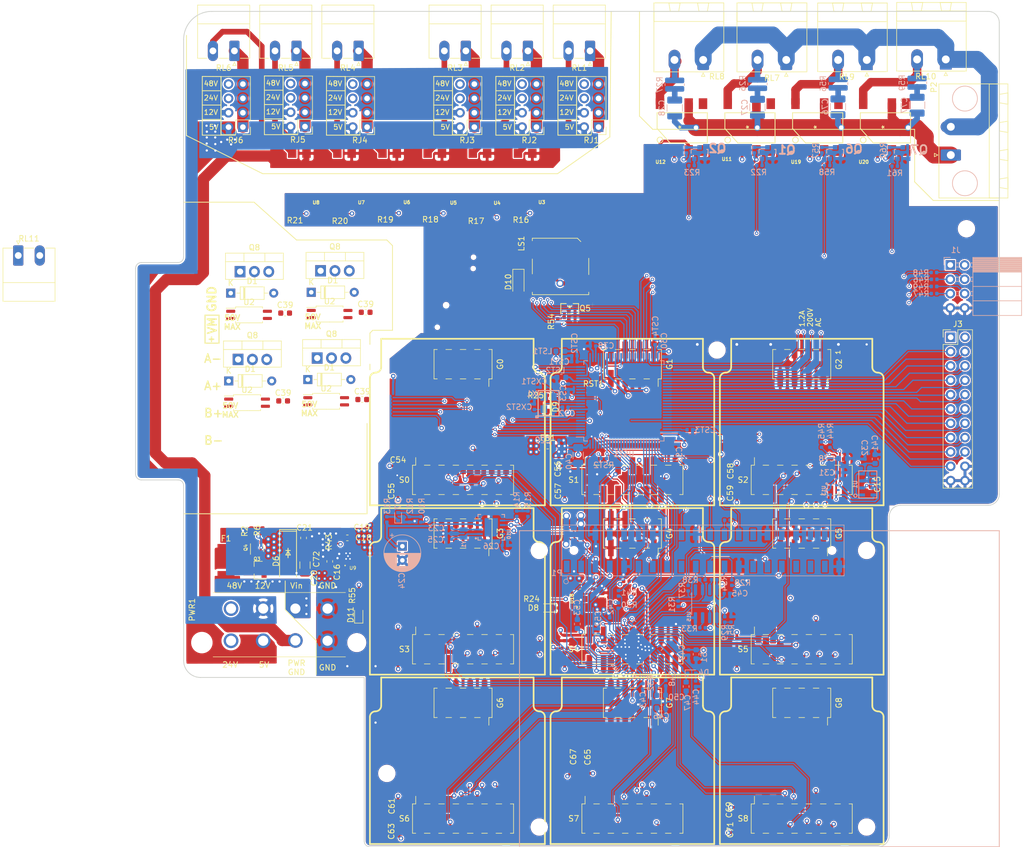
<source format=kicad_pcb>
(kicad_pcb (version 20171130) (host pcbnew 5.1.10-88a1d61d58~90~ubuntu20.04.1)
  (layers (0 F.Cu signal) (1 In1.Cu signal) (2 In2.Cu signal) (31 B.Cu signal) (34 B.Paste user) (35 F.Paste user) (36 B.SilkS user) (37 F.SilkS user) (38 B.Mask user) (39 F.Mask user) (44 Edge.Cuts user))
  (net 0 "")
  (net 1 GND)
  (net 2 VMOTOR)
  (net 3 "Net-(D7-Pad2)")
  (net 4 "Net-(C23-Pad2)")
  (net 5 "Net-(C25-Pad1)")
  (net 6 /I2C/I2C_SDA)
  (net 7 /I2C/I2C_SCL)
  (net 8 "Net-(C27-Pad1)")
  (net 9 "Net-(C28-Pad1)")
  (net 10 "Net-(R16-Pad1)")
  (net 11 "Net-(R17-Pad1)")
  (net 12 "Net-(R19-Pad1)")
  (net 13 "Net-(R20-Pad1)")
  (net 14 "Net-(R21-Pad1)")
  (net 15 "Net-(R18-Pad1)")
  (net 16 +5V)
  (net 17 "Net-(Q1-Pad3)")
  (net 18 "Net-(Q1-Pad2)")
  (net 19 "Net-(Q2-Pad3)")
  (net 20 "Net-(Q2-Pad2)")
  (net 21 "Net-(R35-Pad1)")
  (net 22 "Net-(R36-Pad1)")
  (net 23 3V3_M)
  (net 24 GND_MOTOR)
  (net 25 /Rapsberry/RX_PI)
  (net 26 /Rapsberry/INT_RTC)
  (net 27 /STM32F4/STM_UART_RX)
  (net 28 /Sensors/SCL)
  (net 29 /Sensors/SDA)
  (net 30 "Net-(C15-Pad1)")
  (net 31 +3V3)
  (net 32 +2V5)
  (net 33 "Net-(R33-Pad1)")
  (net 34 "Net-(R34-Pad1)")
  (net 35 /SensorShields/VCC_PLL)
  (net 36 /SensorShields/FT_SSn)
  (net 37 /SensorShields/CRESET_N)
  (net 38 /SensorShields/FT_SCK)
  (net 39 /SensorShields/SPI_MOSI)
  (net 40 /SensorShields/SPI_MISO)
  (net 41 /SensorShields/SPI_CLK)
  (net 42 /SensorShields/I2C_SDA_0)
  (net 43 /SensorShields/I2C_CLK_0)
  (net 44 /SensorShields/I2C_SDA_2)
  (net 45 /SensorShields/SPI_CS_2)
  (net 46 /SensorShields/I2C_CLK_2)
  (net 47 /SensorShields/I2C_SDA_3)
  (net 48 /SensorShields/SPI_CS_3)
  (net 49 /SensorShields/I2C_CLK_3)
  (net 50 /SensorShields/I2C_SDA_5)
  (net 51 /SensorShields/SPI_CS_5)
  (net 52 /SensorShields/I2C_CLK_5)
  (net 53 /SensorShields/I2C_SDA_6)
  (net 54 /SensorShields/SPI_CS_6)
  (net 55 /SensorShields/I2C_CLK_6)
  (net 56 /SensorShields/I2C_SDA_7)
  (net 57 /SensorShields/SPI_CS_7)
  (net 58 /SensorShields/I2C_CLK_7)
  (net 59 /SensorShields/I2C_SDA_8)
  (net 60 /SensorShields/SPI_CS_8)
  (net 61 /SensorShields/I2C_CLK_8)
  (net 62 /SensorShields/ANALOG_0)
  (net 63 /SensorShields/ANALOG_1)
  (net 64 /SensorShields/ANALOG_2)
  (net 65 /SensorShields/ANALOG_3)
  (net 66 /SensorShields/ANALOG_4)
  (net 67 /SensorShields/ANALOG_5)
  (net 68 /SensorShields/ANALOG_6)
  (net 69 /SensorShields/ANALOG_7)
  (net 70 /SensorShields/ANALOG_8)
  (net 71 /SensorShields/SPI_CS_0)
  (net 72 /SensorShields/I2C_SDA_1)
  (net 73 /SensorShields/SPI_CS_1)
  (net 74 /SensorShields/I2C_CLK_1)
  (net 75 3V3_STM)
  (net 76 1V2_ICE)
  (net 77 /Rapsberry/SPI_MOSI)
  (net 78 /Rapsberry/SPI_MISO)
  (net 79 /Rapsberry/SPI_CLK)
  (net 80 /Rapsberry/SPI_CS)
  (net 81 /Rapsberry/RST_ICE)
  (net 82 /SensorShields/FPGA_SI)
  (net 83 /SensorShields/FPGA_SO)
  (net 84 /Rapsberry/JTCK)
  (net 85 /Rapsberry/JNRST)
  (net 86 /Rapsberry/JTMS)
  (net 87 /Rapsberry/JTDI)
  (net 88 /Rapsberry/JTDO)
  (net 89 "Net-(D7-Pad1)")
  (net 90 "Net-(C24-Pad1)")
  (net 91 /SensorShields/I2C_SDA_4)
  (net 92 /SensorShields/SPI_CS_4)
  (net 93 /SensorShields/I2C_CLK_4)
  (net 94 /STM32F4/SPI3_MOSI)
  (net 95 /STM32F4/SPI3_MISO)
  (net 96 /STM32F4/SPI3_SCK)
  (net 97 "Net-(Q3-Pad1)")
  (net 98 "Net-(Q4-Pad2)")
  (net 99 "Net-(R42-Pad1)")
  (net 100 "Net-(R43-Pad1)")
  (net 101 /PSU/L1_Lx_1V2)
  (net 102 /PSU/L1_Lx_3V3)
  (net 103 /PSU/Vin)
  (net 104 /PSU/Q3S)
  (net 105 "Net-(RL1-Pad2)")
  (net 106 "Net-(RL2-Pad2)")
  (net 107 "Net-(RL3-Pad2)")
  (net 108 "Net-(RL4-Pad2)")
  (net 109 "Net-(RL5-Pad2)")
  (net 110 "Net-(RL6-Pad2)")
  (net 111 "Net-(R26-Pad1)")
  (net 112 "Net-(R27-Pad1)")
  (net 113 /STM32F4/SPI3_NSS)
  (net 114 "Net-(CST3-Pad2)")
  (net 115 "Net-(CST4-Pad2)")
  (net 116 /STM32F4/VDDAST)
  (net 117 "Net-(LST2-Pad1)")
  (net 118 "Net-(CXST1-Pad1)")
  (net 119 "Net-(CXST2-Pad1)")
  (net 120 /Rapsberry/BOOT0)
  (net 121 /Rapsberry/BOOT1)
  (net 122 /STM32F4/SPI2_MOSI)
  (net 123 /STM32F4/SPI2_MISO)
  (net 124 "Net-(J1-Pad6)")
  (net 125 "Net-(J1-Pad4)")
  (net 126 /STM32F4/SPI2_NSS_0)
  (net 127 /STM32F4/SPI2_SCK)
  (net 128 "Net-(J1-Pad5)")
  (net 129 "Net-(J1-Pad3)")
  (net 130 /Rapsberry/MCU_NRST)
  (net 131 /STM32F4/PA9)
  (net 132 /STM32F4/PA8)
  (net 133 /STM32F4/PA12)
  (net 134 /STM32F4/PA11)
  (net 135 /STM32F4/PA10)
  (net 136 /STM32F4/PC9)
  (net 137 /SensorShields/CDONE)
  (net 138 /Rapsberry/ICE_DONE)
  (net 139 /STM32F4/SPI4_NSS_1)
  (net 140 NEUT)
  (net 141 LINE)
  (net 142 "Net-(RJ1-Pad1)")
  (net 143 48V_R)
  (net 144 24V_R)
  (net 145 12V_R)
  (net 146 5V_R)
  (net 147 GNDPWR)
  (net 148 "Net-(RJ2-Pad1)")
  (net 149 "Net-(RJ3-Pad1)")
  (net 150 "Net-(RJ4-Pad1)")
  (net 151 "Net-(RJ5-Pad1)")
  (net 152 "Net-(RJ6-Pad1)")
  (net 153 "Net-(D10-Pad2)")
  (net 154 "Net-(P1-Pad1)")
  (net 155 "Net-(P1-Pad17)")
  (net 156 "Net-(P1-Pad27)")
  (net 157 "Net-(P1-Pad28)")
  (net 158 "Net-(P1-Pad32)")
  (net 159 "Net-(P1-Pad33)")
  (net 160 "Net-(P1-Pad35)")
  (net 161 "Net-(P1-Pad36)")
  (net 162 "Net-(P1-Pad37)")
  (net 163 "Net-(P1-Pad38)")
  (net 164 "Net-(P1-Pad40)")
  (net 165 "Net-(Q5-Pad1)")
  (net 166 /STM32F4/Buzzer)
  (net 167 "Net-(U1-Pad6)")
  (net 168 "Net-(U1-Pad5)")
  (net 169 "Net-(U9-Pad2)")
  (net 170 "Net-(U11-Pad5)")
  (net 171 "Net-(U12-Pad5)")
  (net 172 "Net-(U13-Pad3)")
  (net 173 "Net-(UST1-Pad97)")
  (net 174 "Net-(UST1-Pad91)")
  (net 175 "Net-(UST1-Pad88)")
  (net 176 "Net-(UST1-Pad87)")
  (net 177 "Net-(UST1-Pad86)")
  (net 178 "Net-(UST1-Pad85)")
  (net 179 "Net-(UST1-Pad84)")
  (net 180 "Net-(UST1-Pad83)")
  (net 181 "Net-(UST1-Pad82)")
  (net 182 /STM32F4/SPI2_NSS_1)
  (net 183 "Net-(UST1-Pad34)")
  (net 184 "Net-(UST1-Pad33)")
  (net 185 "Net-(UST1-Pad18)")
  (net 186 "Net-(UST1-Pad17)")
  (net 187 "Net-(UST1-Pad16)")
  (net 188 "Net-(UST1-Pad9)")
  (net 189 "Net-(UST1-Pad8)")
  (net 190 "Net-(D8-Pad2)")
  (net 191 "Net-(D9-Pad2)")
  (net 192 "Net-(D11-Pad2)")
  (net 193 /STM32F4/LED)
  (net 194 "Net-(C76-Pad1)")
  (net 195 "Net-(C77-Pad1)")
  (net 196 "Net-(Q6-Pad3)")
  (net 197 "Net-(Q6-Pad2)")
  (net 198 "Net-(Q7-Pad2)")
  (net 199 "Net-(Q7-Pad3)")
  (net 200 "Net-(R56-Pad1)")
  (net 201 "Net-(R57-Pad1)")
  (net 202 "Net-(R59-Pad1)")
  (net 203 "Net-(R60-Pad1)")
  (net 204 "Net-(U19-Pad5)")
  (net 205 "Net-(U20-Pad5)")
  (net 206 /STM32F4/P_EV12)
  (net 207 /STM32F4/P_EV11)
  (net 208 /STM32F4/P_EV10)
  (net 209 /STM32F4/P_EV9)
  (net 210 /STM32F4/P_EV8)
  (net 211 /STM32F4/P_EV7)
  (net 212 /STM32F4/P_EV14)
  (net 213 /STM32F4/P_EV13)
  (net 214 /STM32F4/P_EV15)
  (net 215 /STM32F4/P_EV16)
  (net 216 /STM32F4/PC8)
  (net 217 /STM32F4/PC7)
  (net 218 /STM32F4/PC6)
  (net 219 /STM32F4/PD15)
  (net 220 /STM32F4/PD14)
  (net 221 /STM32F4/PD13)
  (net 222 /STM32F4/PD12)
  (net 223 /STM32F4/PD11)
  (net 224 /STM32F4/PD10)
  (net 225 /STM32F4/PD9)
  (net 226 /STM32F4/PD8)
  (net 227 /STM32F4/SEN_RST)
  (net 228 "Net-(D1-Pad1)")
  (net 229 "Net-(D1-Pad2)")
  (net 230 "Net-(Q8-Pad1)")
  (net 231 "Net-(R1-Pad1)")
  (net 232 "Net-(R4-Pad2)")
  (net 233 /STM32F4/SPI4_MOSI)
  (net 234 /STM32F4/SPI4_MISO)
  (net 235 /STM32F4/SPI4_NSS)
  (net 236 /STM32F4/SPI4_RST)
  (net 237 /STM32F4/SPI4_SCK)
  (module Diode_THT:D_DO-35_SOD27_P7.62mm_Horizontal (layer F.Cu) (at 70.502441 86.724301)
    (fp_text reference D1 (at 3.81 -2.12) (layer F.SilkS))
    (fp_text value 1N4148)
    (fp_text user K (at 0 -1.8) (layer F.SilkS))
    (pad 2 thru_hole oval (at 7.62 0) (size 1.6 1.6) (drill 0.8) (layers *.Cu *.Mask))
    (pad 1 thru_hole rect (at 0 0) (size 1.6 1.6) (drill 0.8) (layers *.Cu *.Mask))
  )
  (module Capacitor_SMD:C_0603_1608Metric (layer F.Cu) (at 80.14462 90.26144)
    (fp_text reference C39 (at 0 -1.43) (layer F.SilkS))
    (fp_text value 1uF)
    (pad 2 smd roundrect (at 0.775 0) (size 0.9 0.95) (layers F.Cu F.Paste F.Mask))
    (pad 1 smd roundrect (at -0.775 0) (size 0.9 0.95) (layers F.Cu F.Paste F.Mask))
  )
  (module Package_SO:SOIC-4_4.55x2.6mm_P1.27mm (layer F.Cu) (at 73.752441 90.574301)
    (fp_text reference U2 (at 0 -2.25) (layer F.SilkS))
    (fp_text value TLP291)
    (pad 4 smd roundrect (at 3.25 -0.635) (size 1.6 0.55) (layers F.Cu F.Paste F.Mask))
    (pad 3 smd roundrect (at 3.25 0.635) (size 1.6 0.55) (layers F.Cu F.Paste F.Mask))
    (pad 2 smd roundrect (at -3.25 0.635) (size 1.6 0.55) (layers F.Cu F.Paste F.Mask))
    (pad 1 smd roundrect (at -3.25 -0.635) (size 1.6 0.55) (layers F.Cu F.Paste F.Mask))
  )
  (module Package_TO_SOT_THT:TO-220-3_Vertical (layer F.Cu) (at 72.162441 82.914301)
    (fp_text reference Q8 (at 2.54 -4.27) (layer F.SilkS))
    (fp_text value IRF540N)
    (pad 3 thru_hole oval (at 5.08 0) (size 1.905 2) (drill 1.1) (layers *.Cu *.Mask))
    (pad 2 thru_hole oval (at 2.54 0) (size 1.905 2) (drill 1.1) (layers *.Cu *.Mask))
    (pad 1 thru_hole rect (at 0 0) (size 1.905 2) (drill 1.1) (layers *.Cu *.Mask))
  )
  (module Diode_THT:D_DO-35_SOD27_P7.62mm_Horizontal (layer F.Cu) (at 56.486721 86.973221)
    (fp_text reference D1 (at 3.81 -2.12) (layer F.SilkS))
    (fp_text value 1N4148)
    (fp_text user K (at 0 -1.8) (layer F.SilkS))
    (pad 2 thru_hole oval (at 7.62 0) (size 1.6 1.6) (drill 0.8) (layers *.Cu *.Mask))
    (pad 1 thru_hole rect (at 0 0) (size 1.6 1.6) (drill 0.8) (layers *.Cu *.Mask))
  )
  (module Capacitor_SMD:C_0603_1608Metric (layer F.Cu) (at 66.1289 90.51036)
    (fp_text reference C39 (at 0 -1.43) (layer F.SilkS))
    (fp_text value 1uF)
    (pad 2 smd roundrect (at 0.775 0) (size 0.9 0.95) (layers F.Cu F.Paste F.Mask))
    (pad 1 smd roundrect (at -0.775 0) (size 0.9 0.95) (layers F.Cu F.Paste F.Mask))
  )
  (module Package_SO:SOIC-4_4.55x2.6mm_P1.27mm (layer F.Cu) (at 59.736721 90.823221)
    (fp_text reference U2 (at 0 -2.25) (layer F.SilkS))
    (fp_text value TLP291)
    (pad 4 smd roundrect (at 3.25 -0.635) (size 1.6 0.55) (layers F.Cu F.Paste F.Mask))
    (pad 3 smd roundrect (at 3.25 0.635) (size 1.6 0.55) (layers F.Cu F.Paste F.Mask))
    (pad 2 smd roundrect (at -3.25 0.635) (size 1.6 0.55) (layers F.Cu F.Paste F.Mask))
    (pad 1 smd roundrect (at -3.25 -0.635) (size 1.6 0.55) (layers F.Cu F.Paste F.Mask))
  )
  (module Package_TO_SOT_THT:TO-220-3_Vertical (layer F.Cu) (at 58.146721 83.163221)
    (fp_text reference Q8 (at 2.54 -4.27) (layer F.SilkS))
    (fp_text value IRF540N)
    (pad 3 thru_hole oval (at 5.08 0) (size 1.905 2) (drill 1.1) (layers *.Cu *.Mask))
    (pad 2 thru_hole oval (at 2.54 0) (size 1.905 2) (drill 1.1) (layers *.Cu *.Mask))
    (pad 1 thru_hole rect (at 0 0) (size 1.905 2) (drill 1.1) (layers *.Cu *.Mask))
  )
  (module Diode_THT:D_DO-35_SOD27_P7.62mm_Horizontal (layer F.Cu) (at 71.106961 71.268401)
    (fp_text reference D1 (at 3.81 -2.12) (layer F.SilkS))
    (fp_text value 1N4148)
    (fp_text user K (at 0 -1.8) (layer F.SilkS))
    (pad 2 thru_hole oval (at 7.62 0) (size 1.6 1.6) (drill 0.8) (layers *.Cu *.Mask))
    (pad 1 thru_hole rect (at 0 0) (size 1.6 1.6) (drill 0.8) (layers *.Cu *.Mask))
  )
  (module Capacitor_SMD:C_0603_1608Metric (layer F.Cu) (at 80.74914 74.80554)
    (fp_text reference C39 (at 0 -1.43) (layer F.SilkS))
    (fp_text value 1uF)
    (pad 2 smd roundrect (at 0.775 0) (size 0.9 0.95) (layers F.Cu F.Paste F.Mask))
    (pad 1 smd roundrect (at -0.775 0) (size 0.9 0.95) (layers F.Cu F.Paste F.Mask))
  )
  (module Package_SO:SOIC-4_4.55x2.6mm_P1.27mm (layer F.Cu) (at 74.356961 75.118401)
    (fp_text reference U2 (at 0 -2.25) (layer F.SilkS))
    (fp_text value TLP291)
    (pad 4 smd roundrect (at 3.25 -0.635) (size 1.6 0.55) (layers F.Cu F.Paste F.Mask))
    (pad 3 smd roundrect (at 3.25 0.635) (size 1.6 0.55) (layers F.Cu F.Paste F.Mask))
    (pad 2 smd roundrect (at -3.25 0.635) (size 1.6 0.55) (layers F.Cu F.Paste F.Mask))
    (pad 1 smd roundrect (at -3.25 -0.635) (size 1.6 0.55) (layers F.Cu F.Paste F.Mask))
  )
  (module Package_TO_SOT_THT:TO-220-3_Vertical (layer F.Cu) (at 72.766961 67.458401)
    (fp_text reference Q8 (at 2.54 -4.27) (layer F.SilkS))
    (fp_text value IRF540N)
    (pad 3 thru_hole oval (at 5.08 0) (size 1.905 2) (drill 1.1) (layers *.Cu *.Mask))
    (pad 2 thru_hole oval (at 2.54 0) (size 1.905 2) (drill 1.1) (layers *.Cu *.Mask))
    (pad 1 thru_hole rect (at 0 0) (size 1.905 2) (drill 1.1) (layers *.Cu *.Mask))
  )
  (module Package_DFN_QFN:QFN-48-1EP_7x7mm_P0.5mm_EP5.6x5.6mm (layer B.Cu) (at 128.3 134.4 315)
    (fp_text reference U14 (at 0 4.82 135) (layer B.SilkS) (effects (font (size 0.6 0.6)) (justify mirror)))
    (fp_text value ICE40UP5K-SG48ITR)
    (pad 48 smd roundrect (at -2.75 3.4375 315) (size 0.25 0.875) (layers B.Cu B.Paste B.Mask) (net 92 /SensorShields/SPI_CS_4))
    (pad 47 smd roundrect (at -2.25 3.4375 315) (size 0.25 0.875) (layers B.Cu B.Paste B.Mask) (net 73 /SensorShields/SPI_CS_1))
    (pad 46 smd roundrect (at -1.75 3.4375 315) (size 0.25 0.875) (layers B.Cu B.Paste B.Mask) (net 74 /SensorShields/I2C_CLK_1))
    (pad 45 smd roundrect (at -1.25 3.4375 315) (size 0.25 0.875) (layers B.Cu B.Paste B.Mask) (net 72 /SensorShields/I2C_SDA_1))
    (pad 44 smd roundrect (at -0.75 3.4375 315) (size 0.25 0.875) (layers B.Cu B.Paste B.Mask) (net 71 /SensorShields/SPI_CS_0))
    (pad 43 smd roundrect (at -0.25 3.4375 315) (size 0.25 0.875) (layers B.Cu B.Paste B.Mask) (net 42 /SensorShields/I2C_SDA_0))
    (pad 42 smd roundrect (at 0.25 3.4375 315) (size 0.25 0.875) (layers B.Cu B.Paste B.Mask) (net 43 /SensorShields/I2C_CLK_0))
    (pad 41 smd roundrect (at 0.75 3.4375 315) (size 0.25 0.875) (layers B.Cu B.Paste B.Mask) (net 139 /STM32F4/SPI4_NSS_1))
    (pad 40 smd roundrect (at 1.25 3.4375 315) (size 0.25 0.875) (layers B.Cu B.Paste B.Mask) (net 39 /SensorShields/SPI_MOSI))
    (pad 39 smd roundrect (at 1.75 3.4375 315) (size 0.25 0.875) (layers B.Cu B.Paste B.Mask) (net 41 /SensorShields/SPI_CLK))
    (pad 38 smd roundrect (at 2.25 3.4375 315) (size 0.25 0.875) (layers B.Cu B.Paste B.Mask) (net 48 /SensorShields/SPI_CS_3))
    (pad 37 smd roundrect (at 2.75 3.4375 315) (size 0.25 0.875) (layers B.Cu B.Paste B.Mask) (net 49 /SensorShields/I2C_CLK_3))
    (pad 36 smd roundrect (at 3.4375 2.75 315) (size 0.875 0.25) (layers B.Cu B.Paste B.Mask) (net 47 /SensorShields/I2C_SDA_3))
    (pad 35 smd roundrect (at 3.4375 2.25 315) (size 0.875 0.25) (layers B.Cu B.Paste B.Mask) (net 54 /SensorShields/SPI_CS_6))
    (pad 34 smd roundrect (at 3.4375 1.75 315) (size 0.875 0.25) (layers B.Cu B.Paste B.Mask) (net 55 /SensorShields/I2C_CLK_6))
    (pad 33 smd roundrect (at 3.4375 1.25 315) (size 0.875 0.25) (layers B.Cu B.Paste B.Mask) (net 31 +3V3))
    (pad 32 smd roundrect (at 3.4375 0.75 315) (size 0.875 0.25) (layers B.Cu B.Paste B.Mask) (net 53 /SensorShields/I2C_SDA_6))
    (pad 31 smd roundrect (at 3.4375 0.25 315) (size 0.875 0.25) (layers B.Cu B.Paste B.Mask) (net 57 /SensorShields/SPI_CS_7))
    (pad 30 smd roundrect (at 3.4375 -0.25 315) (size 0.875 0.25) (layers B.Cu B.Paste B.Mask) (net 76 1V2_ICE))
    (pad 29 smd roundrect (at 3.4375 -0.75 315) (size 0.875 0.25) (layers B.Cu B.Paste B.Mask) (net 35 /SensorShields/VCC_PLL))
    (pad 28 smd roundrect (at 3.4375 -1.25 315) (size 0.875 0.25) (layers B.Cu B.Paste B.Mask) (net 58 /SensorShields/I2C_CLK_7))
    (pad 27 smd roundrect (at 3.4375 -1.75 315) (size 0.875 0.25) (layers B.Cu B.Paste B.Mask) (net 56 /SensorShields/I2C_SDA_7))
    (pad 26 smd roundrect (at 3.4375 -2.25 315) (size 0.875 0.25) (layers B.Cu B.Paste B.Mask) (net 61 /SensorShields/I2C_CLK_8))
    (pad 25 smd roundrect (at 3.4375 -2.75 315) (size 0.875 0.25) (layers B.Cu B.Paste B.Mask) (net 59 /SensorShields/I2C_SDA_8))
    (pad 24 smd roundrect (at 2.75 -3.4375 315) (size 0.25 0.875) (layers B.Cu B.Paste B.Mask) (net 32 +2V5))
    (pad 23 smd roundrect (at 2.25 -3.4375 315) (size 0.25 0.875) (layers B.Cu B.Paste B.Mask) (net 60 /SensorShields/SPI_CS_8))
    (pad 22 smd roundrect (at 1.75 -3.4375 315) (size 0.25 0.875) (layers B.Cu B.Paste B.Mask) (net 31 +3V3))
    (pad 21 smd roundrect (at 1.25 -3.4375 315) (size 0.25 0.875) (layers B.Cu B.Paste B.Mask) (net 51 /SensorShields/SPI_CS_5))
    (pad 20 smd roundrect (at 0.75 -3.4375 315) (size 0.25 0.875) (layers B.Cu B.Paste B.Mask) (net 50 /SensorShields/I2C_SDA_5))
    (pad 19 smd roundrect (at 0.25 -3.4375 315) (size 0.25 0.875) (layers B.Cu B.Paste B.Mask) (net 52 /SensorShields/I2C_CLK_5))
    (pad 18 smd roundrect (at -0.25 -3.4375 315) (size 0.25 0.875) (layers B.Cu B.Paste B.Mask) (net 45 /SensorShields/SPI_CS_2))
    (pad 17 smd roundrect (at -0.75 -3.4375 315) (size 0.25 0.875) (layers B.Cu B.Paste B.Mask) (net 82 /SensorShields/FPGA_SI))
    (pad 16 smd roundrect (at -1.25 -3.4375 315) (size 0.25 0.875) (layers B.Cu B.Paste B.Mask) (net 36 /SensorShields/FT_SSn))
    (pad 15 smd roundrect (at -1.75 -3.4375 315) (size 0.25 0.875) (layers B.Cu B.Paste B.Mask) (net 38 /SensorShields/FT_SCK))
    (pad 14 smd roundrect (at -2.25 -3.4375 315) (size 0.25 0.875) (layers B.Cu B.Paste B.Mask) (net 83 /SensorShields/FPGA_SO))
    (pad 13 smd roundrect (at -2.75 -3.4375 315) (size 0.25 0.875) (layers B.Cu B.Paste B.Mask) (net 44 /SensorShields/I2C_SDA_2))
    (pad 12 smd roundrect (at -3.4375 -2.75 315) (size 0.875 0.25) (layers B.Cu B.Paste B.Mask) (net 46 /SensorShields/I2C_CLK_2))
    (pad 11 smd roundrect (at -3.4375 -2.25 315) (size 0.875 0.25) (layers B.Cu B.Paste B.Mask) (net 94 /STM32F4/SPI3_MOSI))
    (pad 10 smd roundrect (at -3.4375 -1.75 315) (size 0.875 0.25) (layers B.Cu B.Paste B.Mask) (net 95 /STM32F4/SPI3_MISO))
    (pad 9 smd roundrect (at -3.4375 -1.25 315) (size 0.875 0.25) (layers B.Cu B.Paste B.Mask) (net 96 /STM32F4/SPI3_SCK))
    (pad 8 smd roundrect (at -3.4375 -0.75 315) (size 0.875 0.25) (layers B.Cu B.Paste B.Mask) (net 37 /SensorShields/CRESET_N))
    (pad 7 smd roundrect (at -3.4375 -0.25 315) (size 0.875 0.25) (layers B.Cu B.Paste B.Mask) (net 137 /SensorShields/CDONE))
    (pad 6 smd roundrect (at -3.4375 0.25 315) (size 0.875 0.25) (layers B.Cu B.Paste B.Mask) (net 113 /STM32F4/SPI3_NSS))
    (pad 5 smd roundrect (at -3.4375 0.75 315) (size 0.875 0.25) (layers B.Cu B.Paste B.Mask) (net 76 1V2_ICE))
    (pad 4 smd roundrect (at -3.4375 1.25 315) (size 0.875 0.25) (layers B.Cu B.Paste B.Mask) (net 93 /SensorShields/I2C_CLK_4))
    (pad 3 smd roundrect (at -3.4375 1.75 315) (size 0.875 0.25) (layers B.Cu B.Paste B.Mask) (net 91 /SensorShields/I2C_SDA_4))
    (pad 2 smd roundrect (at -3.4375 2.25 315) (size 0.875 0.25) (layers B.Cu B.Paste B.Mask) (net 40 /SensorShields/SPI_MISO))
    (pad 1 smd roundrect (at -3.4375 2.75 315) (size 0.875 0.25) (layers B.Cu B.Paste B.Mask) (net 31 +3V3))
    (pad 49 smd roundrect (at 0 0 315) (size 5.5 5.5) (layers B.Cu B.Mask) (roundrect_rratio 0.045) (net 1 GND))
  )
  (module Connector_PinSocket_2.54mm:PinSocket_2x04_P2.54mm_Horizontal (layer B.Cu) (at 184.32 66.42 180)
    (fp_text reference J1 (at -0.96 2.63) (layer B.SilkS) (effects (justify mirror)))
    (fp_text value Conn_02x04_Odd_Even)
    (pad 1 thru_hole rect (at 0 0 180) (size 1.7 1.7) (drill 1) (layers *.Cu *.Mask) (net 31 +3V3))
    (pad 2 thru_hole oval (at -2.54 0 180) (size 1.7 1.7) (drill 1) (layers *.Cu *.Mask) (net 16 +5V))
    (pad 3 thru_hole oval (at 0 -2.54 180) (size 1.7 1.7) (drill 1) (layers *.Cu *.Mask) (net 129 "Net-(J1-Pad3)"))
    (pad 4 thru_hole oval (at -2.54 -2.54 180) (size 1.7 1.7) (drill 1) (layers *.Cu *.Mask) (net 125 "Net-(J1-Pad4)"))
    (pad 5 thru_hole oval (at 0 -5.08 180) (size 1.7 1.7) (drill 1) (layers *.Cu *.Mask) (net 128 "Net-(J1-Pad5)"))
    (pad 6 thru_hole oval (at -2.54 -5.08 180) (size 1.7 1.7) (drill 1) (layers *.Cu *.Mask) (net 124 "Net-(J1-Pad6)"))
    (pad 7 thru_hole oval (at 0 -7.62 180) (size 1.7 1.7) (drill 1) (layers *.Cu *.Mask) (net 1 GND))
    (pad 8 thru_hole oval (at -2.54 -7.62 180) (size 1.7 1.7) (drill 1) (layers *.Cu *.Mask) (net 1 GND))
  )
  (module Resistor_SMD:R_0402_1005Metric (layer B.Cu) (at 181.42 67.75)
    (fp_text reference R48 (at -2.31 0.07) (layer B.SilkS) (effects (justify mirror)))
    (fp_text value 100)
    (pad 2 smd roundrect (at 0.485 0) (size 0.59 0.64) (layers B.Cu B.Paste B.Mask) (net 125 "Net-(J1-Pad4)"))
    (pad 1 smd roundrect (at -0.485 0) (size 0.59 0.64) (layers B.Cu B.Paste B.Mask) (net 127 /STM32F4/SPI2_SCK))
  )
  (module Resistor_SMD:R_0402_1005Metric (layer B.Cu) (at 150.49 48.8 180)
    (fp_text reference R22 (at 0.12 -1.21) (layer B.SilkS) (effects (justify mirror)))
    (fp_text value 330)
    (pad 2 smd roundrect (at 0.485 0 180) (size 0.59 0.64) (layers B.Cu B.Paste B.Mask) (net 212 /STM32F4/P_EV14))
    (pad 1 smd roundrect (at -0.485 0 180) (size 0.59 0.64) (layers B.Cu B.Paste B.Mask) (net 18 "Net-(Q1-Pad2)"))
  )
  (module Resistor_SMD:R_0402_1005Metric (layer F.Cu) (at 121.16 123.31 90)
    (fp_text reference R42 hide)
    (fp_text value 10k)
    (pad 2 smd roundrect (at 0.485 0 90) (size 0.59 0.64) (layers F.Cu F.Paste F.Mask) (net 16 +5V))
    (pad 1 smd roundrect (at -0.485 0 90) (size 0.59 0.64) (layers F.Cu F.Paste F.Mask) (net 99 "Net-(R42-Pad1)"))
  )
  (module Resistor_SMD:R_0402_1005Metric (layer B.Cu) (at 140.43 130.71)
    (fp_text reference R33 (at -2.32 0.14 180) (layer B.SilkS) (effects (justify mirror)))
    (fp_text value 10K)
    (pad 2 smd roundrect (at 0.485 0) (size 0.59 0.64) (layers B.Cu B.Paste B.Mask) (net 31 +3V3))
    (pad 1 smd roundrect (at -0.485 0) (size 0.59 0.64) (layers B.Cu B.Paste B.Mask) (net 33 "Net-(R33-Pad1)"))
  )
  (module SMD:TOREX_XCL214B123DR (layer F.Cu) (at 78.5 118 90)
    (fp_text reference U9 (at -2.11 -0.03) (layer F.SilkS) (effects (font (size 0.6 0.6) (thickness 0.1))))
    (fp_text value XCL214B333)
    (pad 8 smd custom (at -1.275 0.775 90) (size 0.25 0.25) (layers F.Cu F.Mask) (net 102 /PSU/L1_Lx_3V3) (options (clearance outline) (anchor rect)) (primitives (gr_poly (pts (xy -0.125 -0.125) (xy 0.125 -0.125) (xy 0.125 -0.725) (xy 0.875 -0.725) (xy 0.875 0.975) (xy 0.65 0.975) (xy 0.65 0.725) (xy 0.125 0.725) (xy 0.125 0.125) (xy -0.125 0.125)) (width 0))))
    (pad 9 smd custom (at 1.275 0.775 90) (size 0.25 0.25) (layers F.Cu F.Mask) (net 31 +3V3) (options (clearance outline) (anchor rect)) (primitives (gr_poly (pts (xy 0.125 -0.125) (xy -0.125 -0.125) (xy -0.125 -0.725) (xy -0.875 -0.725) (xy -0.875 0.975) (xy -0.65 0.975) (xy -0.65 0.725) (xy -0.125 0.725) (xy -0.125 0.125) (xy 0.125 0.125)) (width 0))))
    (pad 7 smd custom (at -0.5 -1.625 90) (size 0.25 0.25) (layers F.Cu) (net 1 GND) (options (clearance outline) (anchor rect)) (primitives (gr_poly (pts (xy -0.125 -0.125) (xy 0.125 -0.125) (xy 0.125 0.125) (xy 0.875 0.125) (xy 0.875 -0.125) (xy 1.125 -0.125) (xy 1.125 0.125) (xy 1.3 0.125) (xy 1.3 1.395) (xy 0.75 1.395) (xy 0.75 1.605) (xy 0.25 1.605) (xy 0.25 1.395) (xy -0.3 1.395) (xy -0.3 0.125) (xy -0.125 0.125)) (width 0))))
    (pad 7 smd rect (at 0.5 -1.625 90) (size 0.25 0.25) (layers F.Cu) (net 1 GND))
    (pad 3 smd rect (at -1.2 -0.4375 90) (size 0.4 0.325) (layers F.Cu F.Mask) (net 102 /PSU/L1_Lx_3V3))
    (pad 2 smd rect (at -1.2 -0.9 90) (size 0.4 0.2) (layers F.Cu F.Mask) (net 169 "Net-(U9-Pad2)"))
    (pad 1 smd rect (at -1.2 -1.3625 90) (size 0.4 0.325) (layers F.Cu F.Mask) (net 16 +5V))
    (pad 4 smd rect (at 1.2 -0.4375 90) (size 0.4 0.325) (layers F.Cu F.Mask) (net 31 +3V3))
    (pad 5 smd rect (at 1.2 -0.9 90) (size 0.4 0.2) (layers F.Cu F.Mask) (net 1 GND))
    (pad 6 smd rect (at 1.2 -1.3625 90) (size 0.4 0.325) (layers F.Cu F.Mask) (net 100 "Net-(R43-Pad1)"))
  )
  (module Capacitor_SMD:C_0603_1608Metric (layer F.Cu) (at 118.72 123.32)
    (fp_text reference C73 hide)
    (fp_text value 4.7u)
    (pad 2 smd roundrect (at 0.7875 0) (size 0.875 0.95) (layers F.Cu F.Paste F.Mask) (net 1 GND))
    (pad 1 smd roundrect (at -0.7875 0) (size 0.875 0.95) (layers F.Cu F.Paste F.Mask) (net 16 +5V))
  )
  (module Resistor_SMD:R_0402_1005Metric (layer F.Cu) (at 76.19 57.34)
    (fp_text reference R20 (at 0.02 1.3) (layer F.SilkS))
    (fp_text value 200)
    (pad 2 smd roundrect (at 0.485 0) (size 0.59 0.64) (layers F.Cu F.Paste F.Mask) (net 210 /STM32F4/P_EV8))
    (pad 1 smd roundrect (at -0.485 0) (size 0.59 0.64) (layers F.Cu F.Paste F.Mask) (net 13 "Net-(R20-Pad1)"))
  )
  (module Resistor_SMD:R_0402_1005Metric (layer F.Cu) (at 68.22 57.33)
    (fp_text reference R21 (at 0.02 1.2) (layer F.SilkS))
    (fp_text value 200)
    (pad 2 smd roundrect (at 0.485 0) (size 0.59 0.64) (layers F.Cu F.Paste F.Mask) (net 211 /STM32F4/P_EV7))
    (pad 1 smd roundrect (at -0.485 0) (size 0.59 0.64) (layers F.Cu F.Paste F.Mask) (net 14 "Net-(R21-Pad1)"))
  )
  (module Resistor_SMD:R_0402_1005Metric (layer F.Cu) (at 84.21 57.2)
    (fp_text reference R19 (at 0.025 1.19) (layer F.SilkS))
    (fp_text value 200)
    (pad 2 smd roundrect (at 0.485 0) (size 0.59 0.64) (layers F.Cu F.Paste F.Mask) (net 209 /STM32F4/P_EV9))
    (pad 1 smd roundrect (at -0.485 0) (size 0.59 0.64) (layers F.Cu F.Paste F.Mask) (net 12 "Net-(R19-Pad1)"))
  )
  (module Resistor_SMD:R_0402_1005Metric (layer F.Cu) (at 100.19 57.32)
    (fp_text reference R17 (at 0.12 1.32) (layer F.SilkS))
    (fp_text value 200)
    (pad 2 smd roundrect (at 0.485 0) (size 0.59 0.64) (layers F.Cu F.Paste F.Mask) (net 207 /STM32F4/P_EV11))
    (pad 1 smd roundrect (at -0.485 0) (size 0.59 0.64) (layers F.Cu F.Paste F.Mask) (net 11 "Net-(R17-Pad1)"))
  )
  (module Resistor_SMD:R_0402_1005Metric (layer F.Cu) (at 108.21 57.28)
    (fp_text reference R16 (at 0.05 1.16) (layer F.SilkS))
    (fp_text value 200)
    (pad 2 smd roundrect (at 0.485 0) (size 0.59 0.64) (layers F.Cu F.Paste F.Mask) (net 206 /STM32F4/P_EV12))
    (pad 1 smd roundrect (at -0.485 0) (size 0.59 0.64) (layers F.Cu F.Paste F.Mask) (net 10 "Net-(R16-Pad1)"))
  )
  (module Resistor_SMD:R_0402_1005Metric (layer F.Cu) (at 92.21 57.26)
    (fp_text reference R18 (at 0.01 1.11) (layer F.SilkS))
    (fp_text value 200)
    (pad 2 smd roundrect (at 0.485 0) (size 0.59 0.64) (layers F.Cu F.Paste F.Mask) (net 208 /STM32F4/P_EV10))
    (pad 1 smd roundrect (at -0.485 0) (size 0.59 0.64) (layers F.Cu F.Paste F.Mask) (net 15 "Net-(R18-Pad1)"))
  )
  (module SMD:2SC3325-Y (layer F.Cu) (at 116.89 74.17)
    (fp_text reference Q5 (at 2.74 -0.06) (layer F.SilkS))
    (fp_text value 2SC3325-Y hide)
    (fp_text user * (at 0 0) (layer F.SilkS))
    (pad 1 smd rect (at -0.950001 1.187498) (size 0.5508 1.3362) (layers F.Cu F.Paste F.Mask) (net 165 "Net-(Q5-Pad1)"))
    (pad 2 smd rect (at 0.950001 1.187498) (size 0.5508 1.3362) (layers F.Cu F.Paste F.Mask) (net 1 GND))
    (pad 3 smd rect (at 0 -1.1875) (size 0.5508 1.3362) (layers F.Cu F.Paste F.Mask) (net 153 "Net-(D10-Pad2)"))
  )
  (module SMD:CUI_CSS-95B30-SMT (layer F.Cu) (at 115.27 66.69 90)
    (fp_text reference LS1 (at 4.06 -6.93 90) (layer F.SilkS) (effects (font (size 1.002173 1.002173))))
    (fp_text value CSS-95B30-SMT)
    (fp_text user - (at -6.68124 -4.08968 90) (layer F.SilkS) (effects (font (size 1.004094 1.004094) (thickness 0.015))))
    (fp_text user + (at -6.78641 5.58345 90) (layer F.SilkS) (effects (font (size 1.000795 1.000795) (thickness 0.015))))
    (pad P smd rect (at -3 5 90) (size 2.5 2) (layers F.Cu F.Paste F.Mask) (net 16 +5V))
    (pad 1 smd rect (at 3 5 90) (size 2.5 2) (layers F.Cu F.Paste F.Mask))
    (pad 2 smd rect (at 3 -5 90) (size 2.5 2) (layers F.Cu F.Paste F.Mask))
    (pad N smd rect (at -3 -5 90) (size 2.5 2) (layers F.Cu F.Paste F.Mask) (net 153 "Net-(D10-Pad2)"))
  )
  (module TH:10142708-08200LF (layer F.Cu) (at 74 133 180)
    (fp_text reference PWR1 (at 24 5.5 90) (layer F.SilkS))
    (fp_text value Conn_01x03)
    (pad 8 thru_hole circle (at 17.1 5.7 180) (size 2.6 2.6) (drill 1.8) (layers *.Cu *.Mask) (net 143 48V_R))
    (pad 7 thru_hole circle (at 17.1 0 180) (size 2.6 2.6) (drill 1.8) (layers *.Cu *.Mask) (net 144 24V_R))
    (pad "" np_thru_hole circle (at -5.17 -0.325 180) (size 3 3) (drill 3) (layers *.Cu *.Mask))
    (pad "" np_thru_hole circle (at 22.27 -0.325 180) (size 3 3) (drill 3) (layers *.Cu *.Mask))
    (pad 6 thru_hole circle (at 11.4 5.7 180) (size 2.6 2.6) (drill 1.8) (layers *.Cu *.Mask) (net 145 12V_R))
    (pad 5 thru_hole circle (at 11.4 0 180) (size 2.6 2.6) (drill 1.8) (layers *.Cu *.Mask) (net 146 5V_R))
    (pad 4 thru_hole circle (at 5.7 5.7 180) (size 2.6 2.6) (drill 1.8) (layers *.Cu *.Mask) (net 103 /PSU/Vin))
    (pad 3 thru_hole circle (at 5.7 0.05 180) (size 2.6 2.6) (drill 1.8) (layers *.Cu *.Mask) (net 147 GNDPWR))
    (pad 2 thru_hole circle (at 0 5.7 180) (size 2.6 2.6) (drill 1.8) (layers *.Cu *.Mask) (net 1 GND))
    (pad 1 thru_hole circle (at 0 0 270) (size 2.6 2.6) (drill 1.8) (layers *.Cu *.Mask) (net 1 GND))
  )
  (module Connector_PinHeader_2.54mm:PinHeader_2x04_P2.54mm_Vertical (layer F.Cu) (at 59 42 180)
    (fp_text reference RJ6 (at 1.27 -2.33) (layer F.SilkS))
    (fp_text value Conn_02x04_Odd_Even)
    (pad 8 thru_hole oval (at 2.54 7.62 180) (size 1.7 1.7) (drill 1) (layers *.Cu *.Mask) (net 143 48V_R))
    (pad 7 thru_hole oval (at 0 7.62 180) (size 1.7 1.7) (drill 1) (layers *.Cu *.Mask) (net 152 "Net-(RJ6-Pad1)"))
    (pad 6 thru_hole oval (at 2.54 5.08 180) (size 1.7 1.7) (drill 1) (layers *.Cu *.Mask) (net 144 24V_R))
    (pad 5 thru_hole oval (at 0 5.08 180) (size 1.7 1.7) (drill 1) (layers *.Cu *.Mask) (net 152 "Net-(RJ6-Pad1)"))
    (pad 4 thru_hole oval (at 2.54 2.54 180) (size 1.7 1.7) (drill 1) (layers *.Cu *.Mask) (net 145 12V_R))
    (pad 3 thru_hole oval (at 0 2.54 180) (size 1.7 1.7) (drill 1) (layers *.Cu *.Mask) (net 152 "Net-(RJ6-Pad1)"))
    (pad 2 thru_hole oval (at 2.54 0 180) (size 1.7 1.7) (drill 1) (layers *.Cu *.Mask) (net 146 5V_R))
    (pad 1 thru_hole rect (at 0 0 180) (size 1.7 1.7) (drill 1) (layers *.Cu *.Mask) (net 152 "Net-(RJ6-Pad1)"))
  )
  (module Connector_PinHeader_2.54mm:PinHeader_2x04_P2.54mm_Vertical (layer F.Cu) (at 70 41.91 180)
    (fp_text reference RJ5 (at 1.27 -2.33) (layer F.SilkS))
    (fp_text value Conn_02x04_Odd_Even)
    (pad 8 thru_hole oval (at 2.54 7.62 180) (size 1.7 1.7) (drill 1) (layers *.Cu *.Mask) (net 143 48V_R))
    (pad 7 thru_hole oval (at 0 7.62 180) (size 1.7 1.7) (drill 1) (layers *.Cu *.Mask) (net 151 "Net-(RJ5-Pad1)"))
    (pad 6 thru_hole oval (at 2.54 5.08 180) (size 1.7 1.7) (drill 1) (layers *.Cu *.Mask) (net 144 24V_R))
    (pad 5 thru_hole oval (at 0 5.08 180) (size 1.7 1.7) (drill 1) (layers *.Cu *.Mask) (net 151 "Net-(RJ5-Pad1)"))
    (pad 4 thru_hole oval (at 2.54 2.54 180) (size 1.7 1.7) (drill 1) (layers *.Cu *.Mask) (net 145 12V_R))
    (pad 3 thru_hole oval (at 0 2.54 180) (size 1.7 1.7) (drill 1) (layers *.Cu *.Mask) (net 151 "Net-(RJ5-Pad1)"))
    (pad 2 thru_hole oval (at 2.54 0 180) (size 1.7 1.7) (drill 1) (layers *.Cu *.Mask) (net 146 5V_R))
    (pad 1 thru_hole rect (at 0 0 180) (size 1.7 1.7) (drill 1) (layers *.Cu *.Mask) (net 151 "Net-(RJ5-Pad1)"))
  )
  (module Connector_PinHeader_2.54mm:PinHeader_2x04_P2.54mm_Vertical (layer F.Cu) (at 81 42 180)
    (fp_text reference RJ4 (at 1.27 -2.33) (layer F.SilkS))
    (fp_text value Conn_02x04_Odd_Even)
    (pad 8 thru_hole oval (at 2.54 7.62 180) (size 1.7 1.7) (drill 1) (layers *.Cu *.Mask) (net 143 48V_R))
    (pad 7 thru_hole oval (at 0 7.62 180) (size 1.7 1.7) (drill 1) (layers *.Cu *.Mask) (net 150 "Net-(RJ4-Pad1)"))
    (pad 6 thru_hole oval (at 2.54 5.08 180) (size 1.7 1.7) (drill 1) (layers *.Cu *.Mask) (net 144 24V_R))
    (pad 5 thru_hole oval (at 0 5.08 180) (size 1.7 1.7) (drill 1) (layers *.Cu *.Mask) (net 150 "Net-(RJ4-Pad1)"))
    (pad 4 thru_hole oval (at 2.54 2.54 180) (size 1.7 1.7) (drill 1) (layers *.Cu *.Mask) (net 145 12V_R))
    (pad 3 thru_hole oval (at 0 2.54 180) (size 1.7 1.7) (drill 1) (layers *.Cu *.Mask) (net 150 "Net-(RJ4-Pad1)"))
    (pad 2 thru_hole oval (at 2.54 0 180) (size 1.7 1.7) (drill 1) (layers *.Cu *.Mask) (net 146 5V_R))
    (pad 1 thru_hole rect (at 0 0 180) (size 1.7 1.7) (drill 1) (layers *.Cu *.Mask) (net 150 "Net-(RJ4-Pad1)"))
  )
  (module Connector_PinHeader_2.54mm:PinHeader_2x04_P2.54mm_Vertical (layer F.Cu) (at 100 42 180)
    (fp_text reference RJ3 (at 1.27 -2.33) (layer F.SilkS))
    (fp_text value Conn_02x04_Odd_Even)
    (pad 8 thru_hole oval (at 2.54 7.62 180) (size 1.7 1.7) (drill 1) (layers *.Cu *.Mask) (net 143 48V_R))
    (pad 7 thru_hole oval (at 0 7.62 180) (size 1.7 1.7) (drill 1) (layers *.Cu *.Mask) (net 149 "Net-(RJ3-Pad1)"))
    (pad 6 thru_hole oval (at 2.54 5.08 180) (size 1.7 1.7) (drill 1) (layers *.Cu *.Mask) (net 144 24V_R))
    (pad 5 thru_hole oval (at 0 5.08 180) (size 1.7 1.7) (drill 1) (layers *.Cu *.Mask) (net 149 "Net-(RJ3-Pad1)"))
    (pad 4 thru_hole oval (at 2.54 2.54 180) (size 1.7 1.7) (drill 1) (layers *.Cu *.Mask) (net 145 12V_R))
    (pad 3 thru_hole oval (at 0 2.54 180) (size 1.7 1.7) (drill 1) (layers *.Cu *.Mask) (net 149 "Net-(RJ3-Pad1)"))
    (pad 2 thru_hole oval (at 2.54 0 180) (size 1.7 1.7) (drill 1) (layers *.Cu *.Mask) (net 146 5V_R))
    (pad 1 thru_hole rect (at 0 0 180) (size 1.7 1.7) (drill 1) (layers *.Cu *.Mask) (net 149 "Net-(RJ3-Pad1)"))
  )
  (module Connector_PinHeader_2.54mm:PinHeader_2x04_P2.54mm_Vertical (layer F.Cu) (at 111 42 180)
    (fp_text reference RJ2 (at 1.27 -2.33) (layer F.SilkS))
    (fp_text value Conn_02x04_Odd_Even)
    (pad 8 thru_hole oval (at 2.54 7.62 180) (size 1.7 1.7) (drill 1) (layers *.Cu *.Mask) (net 143 48V_R))
    (pad 7 thru_hole oval (at 0 7.62 180) (size 1.7 1.7) (drill 1) (layers *.Cu *.Mask) (net 148 "Net-(RJ2-Pad1)"))
    (pad 6 thru_hole oval (at 2.54 5.08 180) (size 1.7 1.7) (drill 1) (layers *.Cu *.Mask) (net 144 24V_R))
    (pad 5 thru_hole oval (at 0 5.08 180) (size 1.7 1.7) (drill 1) (layers *.Cu *.Mask) (net 148 "Net-(RJ2-Pad1)"))
    (pad 4 thru_hole oval (at 2.54 2.54 180) (size 1.7 1.7) (drill 1) (layers *.Cu *.Mask) (net 145 12V_R))
    (pad 3 thru_hole oval (at 0 2.54 180) (size 1.7 1.7) (drill 1) (layers *.Cu *.Mask) (net 148 "Net-(RJ2-Pad1)"))
    (pad 2 thru_hole oval (at 2.54 0 180) (size 1.7 1.7) (drill 1) (layers *.Cu *.Mask) (net 146 5V_R))
    (pad 1 thru_hole rect (at 0 0 180) (size 1.7 1.7) (drill 1) (layers *.Cu *.Mask) (net 148 "Net-(RJ2-Pad1)"))
  )
  (module Connector_PinHeader_2.54mm:PinHeader_2x04_P2.54mm_Vertical (layer F.Cu) (at 122 42 180)
    (fp_text reference RJ1 (at 1.27 -2.33) (layer F.SilkS))
    (fp_text value Conn_02x04_Odd_Even)
    (pad 8 thru_hole oval (at 2.54 7.62 180) (size 1.7 1.7) (drill 1) (layers *.Cu *.Mask) (net 143 48V_R))
    (pad 7 thru_hole oval (at 0 7.62 180) (size 1.7 1.7) (drill 1) (layers *.Cu *.Mask) (net 142 "Net-(RJ1-Pad1)"))
    (pad 6 thru_hole oval (at 2.54 5.08 180) (size 1.7 1.7) (drill 1) (layers *.Cu *.Mask) (net 144 24V_R))
    (pad 5 thru_hole oval (at 0 5.08 180) (size 1.7 1.7) (drill 1) (layers *.Cu *.Mask) (net 142 "Net-(RJ1-Pad1)"))
    (pad 4 thru_hole oval (at 2.54 2.54 180) (size 1.7 1.7) (drill 1) (layers *.Cu *.Mask) (net 145 12V_R))
    (pad 3 thru_hole oval (at 0 2.54 180) (size 1.7 1.7) (drill 1) (layers *.Cu *.Mask) (net 142 "Net-(RJ1-Pad1)"))
    (pad 2 thru_hole oval (at 2.54 0 180) (size 1.7 1.7) (drill 1) (layers *.Cu *.Mask) (net 146 5V_R))
    (pad 1 thru_hole rect (at 0 0 180) (size 1.7 1.7) (drill 1) (layers *.Cu *.Mask) (net 142 "Net-(RJ1-Pad1)"))
  )
  (module Connector_Phoenix_MSTB:PhoenixContact_MSTB_2,5_2-GF_1x02_P5.00mm_Horizontal_ThreadedFlange_MountHole (layer F.Cu) (at 184.41 46.95 90)
    (fp_text reference P2 (at 12 -3 90) (layer F.SilkS))
    (fp_text value Conn_01x04_Female)
    (pad "" np_thru_hole circle (at 10 2.5 90) (size 2.4 2.4) (drill 2.4) (layers *.Cu *.Mask))
    (pad "" np_thru_hole circle (at -5 2.5 90) (size 2.4 2.4) (drill 2.4) (layers *.Cu *.Mask))
    (pad 2 thru_hole oval (at 5 0 90) (size 2 3.6) (drill 1.4) (layers *.Cu *.Mask) (net 141 LINE))
    (pad 1 thru_hole roundrect (at 0 0 90) (size 2 3.6) (drill 1.4) (layers *.Cu *.Mask) (roundrect_rratio 0.125) (net 140 NEUT))
  )
  (module Resistor_SMD:R_0402_1005Metric (layer F.Cu) (at 116.01 134.32 180)
    (fp_text reference R53 hide)
    (fp_text value 10K)
    (pad 2 smd roundrect (at 0.485 0 180) (size 0.59 0.64) (layers F.Cu F.Paste F.Mask) (net 31 +3V3))
    (pad 1 smd roundrect (at -0.485 0 180) (size 0.59 0.64) (layers F.Cu F.Paste F.Mask) (net 139 /STM32F4/SPI4_NSS_1))
  )
  (module SMD:SMD_CONN_2x20 (layer B.Cu) (at 140.5 117)
    (fp_text reference P1 (at -25.91 4 180) (layer B.SilkS) (effects (justify mirror)))
    (fp_text value CONN_RASPBERRY)
    (pad "" np_thru_hole circle (at -22.86 0) (size 1.2 1.2) (drill 1.2) (layers *.Cu *.Mask))
    (pad 1 smd rect (at -24.13 2.85) (size 1.02 2.1) (layers B.Cu B.Paste B.Mask) (net 154 "Net-(P1-Pad1)"))
    (pad 2 smd rect (at -24.13 -2.85) (size 1.02 2.1) (layers B.Cu B.Paste B.Mask) (net 16 +5V))
    (pad 3 smd rect (at -21.59 2.85) (size 1.02 2.1) (layers B.Cu B.Paste B.Mask) (net 6 /I2C/I2C_SDA))
    (pad 4 smd rect (at -21.59 -2.85) (size 1.02 2.1) (layers B.Cu B.Paste B.Mask) (net 16 +5V))
    (pad 5 smd rect (at -19.05 2.85) (size 1.02 2.1) (layers B.Cu B.Paste B.Mask) (net 7 /I2C/I2C_SCL))
    (pad 6 smd rect (at -19.05 -2.85) (size 1.02 2.1) (layers B.Cu B.Paste B.Mask) (net 1 GND))
    (pad 7 smd rect (at -16.51 2.85) (size 1.02 2.1) (layers B.Cu B.Paste B.Mask) (net 26 /Rapsberry/INT_RTC))
    (pad 8 smd rect (at -16.51 -2.85) (size 1.02 2.1) (layers B.Cu B.Paste B.Mask) (net 27 /STM32F4/STM_UART_RX))
    (pad 9 smd rect (at -13.97 2.85) (size 1.02 2.1) (layers B.Cu B.Paste B.Mask) (net 1 GND))
    (pad 10 smd rect (at -13.97 -2.85) (size 1.02 2.1) (layers B.Cu B.Paste B.Mask) (net 25 /Rapsberry/RX_PI))
    (pad 11 smd rect (at -11.43 2.85) (size 1.02 2.1) (layers B.Cu B.Paste B.Mask) (net 81 /Rapsberry/RST_ICE))
    (pad 12 smd rect (at -11.43 -2.85) (size 1.02 2.1) (layers B.Cu B.Paste B.Mask) (net 85 /Rapsberry/JNRST))
    (pad 13 smd rect (at -8.89 2.85) (size 1.02 2.1) (layers B.Cu B.Paste B.Mask) (net 120 /Rapsberry/BOOT0))
    (pad 14 smd rect (at -8.89 -2.85) (size 1.02 2.1) (layers B.Cu B.Paste B.Mask) (net 1 GND))
    (pad 15 smd rect (at -6.35 2.85) (size 1.02 2.1) (layers B.Cu B.Paste B.Mask) (net 121 /Rapsberry/BOOT1))
    (pad 16 smd rect (at -6.35 -2.85) (size 1.02 2.1) (layers B.Cu B.Paste B.Mask) (net 88 /Rapsberry/JTDO))
    (pad 17 smd rect (at -3.81 2.85) (size 1.02 2.1) (layers B.Cu B.Paste B.Mask) (net 155 "Net-(P1-Pad17)"))
    (pad 18 smd rect (at -3.81 -2.85) (size 1.02 2.1) (layers B.Cu B.Paste B.Mask) (net 87 /Rapsberry/JTDI))
    (pad 19 smd rect (at -1.27 2.85) (size 1.02 2.1) (layers B.Cu B.Paste B.Mask) (net 77 /Rapsberry/SPI_MOSI))
    (pad 20 smd rect (at -1.27 -2.85) (size 1.02 2.1) (layers B.Cu B.Paste B.Mask) (net 1 GND))
    (pad 21 smd rect (at 1.27 2.85) (size 1.02 2.1) (layers B.Cu B.Paste B.Mask) (net 78 /Rapsberry/SPI_MISO))
    (pad 22 smd rect (at 1.27 -2.85) (size 1.02 2.1) (layers B.Cu B.Paste B.Mask) (net 84 /Rapsberry/JTCK))
    (pad 23 smd rect (at 3.81 2.85) (size 1.02 2.1) (layers B.Cu B.Paste B.Mask) (net 79 /Rapsberry/SPI_CLK))
    (pad 24 smd rect (at 3.81 -2.85) (size 1.02 2.1) (layers B.Cu B.Paste B.Mask) (net 80 /Rapsberry/SPI_CS))
    (pad 25 smd rect (at 6.35 2.85) (size 1.02 2.1) (layers B.Cu B.Paste B.Mask) (net 1 GND))
    (pad 26 smd rect (at 6.35 -2.85) (size 1.02 2.1) (layers B.Cu B.Paste B.Mask) (net 86 /Rapsberry/JTMS))
    (pad 27 smd rect (at 8.89 2.85) (size 1.02 2.1) (layers B.Cu B.Paste B.Mask) (net 156 "Net-(P1-Pad27)"))
    (pad 28 smd rect (at 8.89 -2.85) (size 1.02 2.1) (layers B.Cu B.Paste B.Mask) (net 157 "Net-(P1-Pad28)"))
    (pad 29 smd rect (at 11.43 2.85) (size 1.02 2.1) (layers B.Cu B.Paste B.Mask) (net 130 /Rapsberry/MCU_NRST))
    (pad 30 smd rect (at 11.43 -2.85) (size 1.02 2.1) (layers B.Cu B.Paste B.Mask) (net 1 GND))
    (pad 31 smd rect (at 13.97 2.85) (size 1.02 2.1) (layers B.Cu B.Paste B.Mask) (net 138 /Rapsberry/ICE_DONE))
    (pad 32 smd rect (at 13.97 -2.85) (size 1.02 2.1) (layers B.Cu B.Paste B.Mask) (net 158 "Net-(P1-Pad32)"))
    (pad 33 smd rect (at 16.51 2.85) (size 1.02 2.1) (layers B.Cu B.Paste B.Mask) (net 159 "Net-(P1-Pad33)"))
    (pad 34 smd rect (at 16.51 -2.85) (size 1.02 2.1) (layers B.Cu B.Paste B.Mask) (net 1 GND))
    (pad 35 smd rect (at 19.05 2.85) (size 1.02 2.1) (layers B.Cu B.Paste B.Mask) (net 160 "Net-(P1-Pad35)"))
    (pad 36 smd rect (at 19.05 -2.85) (size 1.02 2.1) (layers B.Cu B.Paste B.Mask) (net 161 "Net-(P1-Pad36)"))
    (pad 37 smd rect (at 21.59 2.85) (size 1.02 2.1) (layers B.Cu B.Paste B.Mask) (net 162 "Net-(P1-Pad37)"))
    (pad 38 smd rect (at 21.59 -2.85) (size 1.02 2.1) (layers B.Cu B.Paste B.Mask) (net 163 "Net-(P1-Pad38)"))
    (pad 39 smd rect (at 24.13 2.85) (size 1.02 2.1) (layers B.Cu B.Paste B.Mask) (net 1 GND))
    (pad 40 smd rect (at 24.13 -2.85) (size 1.02 2.1) (layers B.Cu B.Paste B.Mask) (net 164 "Net-(P1-Pad40)"))
    (pad "" np_thru_hole circle (at 22.86 0) (size 1.2 1.2) (drill 1.2) (layers *.Cu *.Mask))
  )
  (module Resistor_SMD:R_0402_1005Metric (layer F.Cu) (at 126.94 122.47 180)
    (fp_text reference R52 hide)
    (fp_text value 100)
    (pad 2 smd roundrect (at 0.485 0 180) (size 0.59 0.64) (layers F.Cu F.Paste F.Mask) (net 137 /SensorShields/CDONE))
    (pad 1 smd roundrect (at -0.485 0 180) (size 0.59 0.64) (layers F.Cu F.Paste F.Mask) (net 138 /Rapsberry/ICE_DONE))
  )
  (module Resistor_SMD:R_0402_1005Metric (layer F.Cu) (at 111.57 133.785 90)
    (fp_text reference R51 hide)
    (fp_text value 10K)
    (pad 2 smd roundrect (at 0.485 0 90) (size 0.59 0.64) (layers F.Cu F.Paste F.Mask) (net 31 +3V3))
    (pad 1 smd roundrect (at -0.485 0 90) (size 0.59 0.64) (layers F.Cu F.Paste F.Mask) (net 39 /SensorShields/SPI_MOSI))
  )
  (module Resistor_SMD:R_0402_1005Metric (layer F.Cu) (at 128.23 124.26 270)
    (fp_text reference R50 hide)
    (fp_text value 10K)
    (pad 2 smd roundrect (at 0.485 0 270) (size 0.59 0.64) (layers F.Cu F.Paste F.Mask) (net 31 +3V3))
    (pad 1 smd roundrect (at -0.485 0 270) (size 0.59 0.64) (layers F.Cu F.Paste F.Mask) (net 41 /SensorShields/SPI_CLK))
  )
  (module SMD:SOT23_Transistor (layer B.Cu) (at 139.91 46.6 180)
    (fp_text reference Q2 (at -3.15 0.82) (layer B.SilkS) (effects (font (size 1.524 1.524) (thickness 0.348)) (justify mirror)))
    (fp_text value PN2222 hide)
    (pad 3 smd rect (at 0 0.99822 180) (size 0.8001 0.8001) (layers B.Cu B.Paste B.Mask) (net 19 "Net-(Q2-Pad3)"))
    (pad 2 smd rect (at 0.95 -1.00076 180) (size 0.8001 0.8001) (layers B.Cu B.Paste B.Mask) (net 20 "Net-(Q2-Pad2)"))
    (pad 1 smd rect (at -0.95 -1.00076 180) (size 0.8001 0.8001) (layers B.Cu B.Paste B.Mask) (net 1 GND))
  )
  (module Resistor_SMD:R_0402_1005Metric (layer B.Cu) (at 137.59 46.09 90)
    (fp_text reference R36 hide)
    (fp_text value 22)
    (pad 2 smd roundrect (at 0.485 0 90) (size 0.59 0.64) (layers B.Cu B.Paste B.Mask) (net 19 "Net-(Q2-Pad3)"))
    (pad 1 smd roundrect (at -0.485 0 90) (size 0.59 0.64) (layers B.Cu B.Paste B.Mask) (net 22 "Net-(R36-Pad1)"))
  )
  (module Resistor_SMD:R_0402_1005Metric (layer B.Cu) (at 181.43 70.23)
    (fp_text reference R49 (at -2.31 0.08) (layer B.SilkS) (effects (justify mirror)))
    (fp_text value 100)
    (pad 2 smd roundrect (at 0.485 0) (size 0.59 0.64) (layers B.Cu B.Paste B.Mask) (net 124 "Net-(J1-Pad6)"))
    (pad 1 smd roundrect (at -0.485 0) (size 0.59 0.64) (layers B.Cu B.Paste B.Mask) (net 123 /STM32F4/SPI2_MISO))
  )
  (module Resistor_SMD:R_0402_1005Metric (layer B.Cu) (at 181.44 71.5 180)
    (fp_text reference R47 (at 2.29 -0.06) (layer B.SilkS) (effects (justify mirror)))
    (fp_text value 100)
    (pad 2 smd roundrect (at 0.485 0 180) (size 0.59 0.64) (layers B.Cu B.Paste B.Mask) (net 122 /STM32F4/SPI2_MOSI))
    (pad 1 smd roundrect (at -0.485 0 180) (size 0.59 0.64) (layers B.Cu B.Paste B.Mask) (net 128 "Net-(J1-Pad5)"))
  )
  (module Resistor_SMD:R_0402_1005Metric (layer B.Cu) (at 181.46 68.97 180)
    (fp_text reference R46 (at 2.3 -0.06) (layer B.SilkS) (effects (justify mirror)))
    (fp_text value 100)
    (pad 2 smd roundrect (at 0.485 0 180) (size 0.59 0.64) (layers B.Cu B.Paste B.Mask) (net 126 /STM32F4/SPI2_NSS_0))
    (pad 1 smd roundrect (at -0.485 0 180) (size 0.59 0.64) (layers B.Cu B.Paste B.Mask) (net 129 "Net-(J1-Pad3)"))
  )
  (module Resistor_SMD:R_0402_1005Metric (layer B.Cu) (at 122.92 100.72)
    (fp_text reference RST2 (at 0 1.17) (layer B.SilkS) (effects (justify mirror)))
    (fp_text value 10k)
    (pad 2 smd roundrect (at 0.485 0) (size 0.59 0.64) (layers B.Cu B.Paste B.Mask) (net 120 /Rapsberry/BOOT0))
    (pad 1 smd roundrect (at -0.485 0) (size 0.59 0.64) (layers B.Cu B.Paste B.Mask) (net 75 3V3_STM))
  )
  (module SMD:ABM8G (layer B.Cu) (at 112.3 91.98 90)
    (fp_text reference X1 (at 2.76 -2.1 180) (layer B.SilkS) (effects (justify mirror)))
    (fp_text value ABM8G hide)
    (pad 4 smd rect (at 0 1.69926 90) (size 1.39954 1.19888) (layers B.Cu B.Paste B.Mask) (net 1 GND))
    (pad 3 smd rect (at 2.19964 1.69926 90) (size 1.39954 1.19888) (layers B.Cu B.Paste B.Mask) (net 118 "Net-(CXST1-Pad1)"))
    (pad 2 smd rect (at 2.19964 0 90) (size 1.39954 1.19888) (layers B.Cu B.Paste B.Mask) (net 1 GND))
    (pad 1 smd rect (at 0 0 90) (size 1.39954 1.19888) (layers B.Cu B.Paste B.Mask) (net 119 "Net-(CXST2-Pad1)"))
  )
  (module Capacitor_SMD:C_0402_1005Metric (layer B.Cu) (at 110.63 91.55 90)
    (fp_text reference CXST2 (at -0.04 -2.7 180) (layer B.SilkS) (effects (justify mirror)))
    (fp_text value 22pF)
    (pad 2 smd roundrect (at 0.485 0 90) (size 0.59 0.64) (layers B.Cu B.Paste B.Mask) (net 1 GND))
    (pad 1 smd roundrect (at -0.485 0 90) (size 0.59 0.64) (layers B.Cu B.Paste B.Mask) (net 119 "Net-(CXST2-Pad1)"))
  )
  (module Capacitor_SMD:C_0402_1005Metric (layer B.Cu) (at 112.17 88.08 180)
    (fp_text reference CXST1 (at 1.58 1.03) (layer B.SilkS) (effects (justify mirror)))
    (fp_text value 22pF)
    (pad 2 smd roundrect (at 0.485 0 180) (size 0.59 0.64) (layers B.Cu B.Paste B.Mask) (net 1 GND))
    (pad 1 smd roundrect (at -0.485 0 180) (size 0.59 0.64) (layers B.Cu B.Paste B.Mask) (net 118 "Net-(CXST1-Pad1)"))
  )
  (module Capacitor_SMD:C_0402_1005Metric (layer B.Cu) (at 116.65 87.99 270)
    (fp_text reference CS3 (at 1.13 0.91 90) (layer B.SilkS) (effects (justify mirror)))
    (fp_text value 0.1uF)
    (pad 2 smd roundrect (at 0.485 0 270) (size 0.59 0.64) (layers B.Cu B.Paste B.Mask) (net 1 GND))
    (pad 1 smd roundrect (at -0.485 0 270) (size 0.59 0.64) (layers B.Cu B.Paste B.Mask) (net 75 3V3_STM))
  )
  (module Capacitor_SMD:C_0402_1005Metric (layer B.Cu) (at 116.1 91.61 180)
    (fp_text reference CS2 (at -0.34 -1.11) (layer B.SilkS) (effects (justify mirror)))
    (fp_text value 0.1uF)
    (pad 2 smd roundrect (at 0.485 0 180) (size 0.59 0.64) (layers B.Cu B.Paste B.Mask) (net 1 GND))
    (pad 1 smd roundrect (at -0.485 0 180) (size 0.59 0.64) (layers B.Cu B.Paste B.Mask) (net 75 3V3_STM))
  )
  (module Capacitor_SMD:C_0402_1005Metric (layer B.Cu) (at 136.2 97.705 270)
    (fp_text reference CS1 (at 2.345 -0.1 90) (layer B.SilkS) (effects (justify mirror)))
    (fp_text value 0.1uF)
    (pad 2 smd roundrect (at 0.485 0 270) (size 0.59 0.64) (layers B.Cu B.Paste B.Mask) (net 1 GND))
    (pad 1 smd roundrect (at -0.485 0 270) (size 0.59 0.64) (layers B.Cu B.Paste B.Mask) (net 75 3V3_STM))
  )
  (module Capacitor_SMD:C_0402_1005Metric (layer B.Cu) (at 121.02 80.79 180)
    (fp_text reference C38 (at -2.32 0.06) (layer B.SilkS) (effects (justify mirror)))
    (fp_text value 0.1uF)
    (pad 2 smd roundrect (at 0.485 0 180) (size 0.59 0.64) (layers B.Cu B.Paste B.Mask) (net 1 GND))
    (pad 1 smd roundrect (at -0.485 0 180) (size 0.59 0.64) (layers B.Cu B.Paste B.Mask) (net 75 3V3_STM))
  )
  (module Capacitor_SMD:C_0402_1005Metric (layer B.Cu) (at 133.55 82.21 270)
    (fp_text reference C30 (at -2.37 -0.07 90) (layer B.SilkS) (effects (justify mirror)))
    (fp_text value 0.1uF)
    (pad 2 smd roundrect (at 0.485 0 270) (size 0.59 0.64) (layers B.Cu B.Paste B.Mask) (net 1 GND))
    (pad 1 smd roundrect (at -0.485 0 270) (size 0.59 0.64) (layers B.Cu B.Paste B.Mask) (net 75 3V3_STM))
  )
  (module Capacitor_SMD:C_0402_1005Metric (layer B.Cu) (at 114.5 97.5 180)
    (fp_text reference C29 (at 2.32 0.03) (layer B.SilkS) (effects (justify mirror)))
    (fp_text value 0.1uF)
    (pad 2 smd roundrect (at 0.485 0 180) (size 0.59 0.64) (layers B.Cu B.Paste B.Mask) (net 1 GND))
    (pad 1 smd roundrect (at -0.485 0 180) (size 0.59 0.64) (layers B.Cu B.Paste B.Mask) (net 75 3V3_STM))
  )
  (module Resistor_SMD:R_0603_1608Metric (layer B.Cu) (at 115.41 86.33 180)
    (fp_text reference LST2 (at 1.04 1.24 180) (layer B.SilkS) (effects (justify mirror)))
    (fp_text value "2A 120 ohm")
    (pad 2 smd roundrect (at 0.7875 0 180) (size 0.875 0.95) (layers B.Cu B.Paste B.Mask) (net 1 GND))
    (pad 1 smd roundrect (at -0.7875 0 180) (size 0.875 0.95) (layers B.Cu B.Paste B.Mask) (net 117 "Net-(LST2-Pad1)"))
  )
  (module Capacitor_SMD:C_0402_1005Metric (layer B.Cu) (at 132.01 80.07 270)
    (fp_text reference CST4 (at -2.82 -0.06 90) (layer B.SilkS) (effects (justify mirror)))
    (fp_text value 2.2uF)
    (pad 2 smd roundrect (at 0.485 0 270) (size 0.59 0.64) (layers B.Cu B.Paste B.Mask) (net 115 "Net-(CST4-Pad2)"))
    (pad 1 smd roundrect (at -0.485 0 270) (size 0.59 0.64) (layers B.Cu B.Paste B.Mask) (net 1 GND))
  )
  (module Capacitor_SMD:C_0402_1005Metric (layer B.Cu) (at 138.17 95.62 180)
    (fp_text reference CST3 (at -2.73 -0.04) (layer B.SilkS) (effects (justify mirror)))
    (fp_text value 2.2uF)
    (pad 2 smd roundrect (at 0.485 0 180) (size 0.59 0.64) (layers B.Cu B.Paste B.Mask) (net 114 "Net-(CST3-Pad2)"))
    (pad 1 smd roundrect (at -0.485 0 180) (size 0.59 0.64) (layers B.Cu B.Paste B.Mask) (net 1 GND))
  )
  (module Capacitor_SMD:C_0402_1005Metric (layer B.Cu) (at 117.73 82.51 180)
    (fp_text reference CST2 (at -0.02 2.23 90) (layer B.SilkS) (effects (justify mirror)))
    (fp_text value 1uF)
    (pad 2 smd roundrect (at 0.485 0 180) (size 0.59 0.64) (layers B.Cu B.Paste B.Mask) (net 1 GND))
    (pad 1 smd roundrect (at -0.485 0 180) (size 0.59 0.64) (layers B.Cu B.Paste B.Mask) (net 116 /STM32F4/VDDAST))
  )
  (module Capacitor_SMD:C_0402_1005Metric (layer B.Cu) (at 117.73 83.56 180)
    (fp_text reference CST1 (at 2.69 0) (layer B.SilkS) (effects (justify mirror)))
    (fp_text value 0.1uF)
    (pad 2 smd roundrect (at 0.485 0 180) (size 0.59 0.64) (layers B.Cu B.Paste B.Mask) (net 1 GND))
    (pad 1 smd roundrect (at -0.485 0 180) (size 0.59 0.64) (layers B.Cu B.Paste B.Mask) (net 116 /STM32F4/VDDAST))
  )
  (module Resistor_SMD:R_0603_1608Metric (layer B.Cu) (at 115.24 81.7)
    (fp_text reference LST1 (at -3.15 0) (layer B.SilkS) (effects (justify mirror)))
    (fp_text value "2A 120 ohm")
    (pad 2 smd roundrect (at 0.7875 0) (size 0.875 0.95) (layers B.Cu B.Paste B.Mask) (net 116 /STM32F4/VDDAST))
    (pad 1 smd roundrect (at -0.7875 0) (size 0.875 0.95) (layers B.Cu B.Paste B.Mask) (net 75 3V3_STM))
  )
  (module Resistor_SMD:R_0603_1608Metric (layer F.Cu) (at 113 98.5)
    (fp_text reference FB1 (at 0 -1.43) (layer F.SilkS))
    (fp_text value Ferrite_Bead_Small)
    (pad 2 smd roundrect (at 0.7875 0) (size 0.875 0.95) (layers F.Cu F.Paste F.Mask) (net 75 3V3_STM))
    (pad 1 smd roundrect (at -0.7875 0) (size 0.875 0.95) (layers F.Cu F.Paste F.Mask) (net 31 +3V3))
  )
  (module Resistor_SMD:R_0402_1005Metric (layer F.Cu) (at 121.09 88.64)
    (fp_text reference RST1 (at 0 -1.17) (layer F.SilkS))
    (fp_text value 10k)
    (pad 2 smd roundrect (at 0.485 0) (size 0.59 0.64) (layers F.Cu F.Paste F.Mask) (net 121 /Rapsberry/BOOT1))
    (pad 1 smd roundrect (at -0.485 0) (size 0.59 0.64) (layers F.Cu F.Paste F.Mask) (net 1 GND))
  )
  (module Resistor_SMD:R_0402_1005Metric (layer B.Cu) (at 161.5 98.25 270)
    (fp_text reference R45 (at -2.4 -0.01 90) (layer B.SilkS) (effects (justify mirror)))
    (fp_text value 10k)
    (pad 2 smd roundrect (at 0.485 0 270) (size 0.59 0.64) (layers B.Cu B.Paste B.Mask) (net 29 /Sensors/SDA))
    (pad 1 smd roundrect (at -0.485 0 270) (size 0.59 0.64) (layers B.Cu B.Paste B.Mask) (net 31 +3V3))
  )
  (module Resistor_SMD:R_0402_1005Metric (layer B.Cu) (at 163 98.25 270)
    (fp_text reference R44 (at -2.42 -0.08 90) (layer B.SilkS) (effects (justify mirror)))
    (fp_text value 10k)
    (pad 2 smd roundrect (at 0.485 0 270) (size 0.59 0.64) (layers B.Cu B.Paste B.Mask) (net 28 /Sensors/SCL))
    (pad 1 smd roundrect (at -0.485 0 270) (size 0.59 0.64) (layers B.Cu B.Paste B.Mask) (net 31 +3V3))
  )
  (module Connector_Phoenix_MSTB:PhoenixContact_MSTBA_2,5_2-G-5,08_1x02_P5.08mm_Horizontal (layer F.Cu) (at 140.54 30.1 180)
    (fp_text reference RL8 (at -2.43 -2.94) (layer F.SilkS))
    (fp_text value Conn_01x04_Female)
    (pad 2 thru_hole oval (at 5.08 0 180) (size 2.08 3.6) (drill 1.4) (layers *.Cu *.Mask) (net 112 "Net-(R27-Pad1)"))
    (pad 1 thru_hole roundrect (at 0 0 180) (size 2.08 3.6) (drill 1.4) (layers *.Cu *.Mask) (roundrect_rratio 0.120192) (net 141 LINE))
  )
  (module Connector_Phoenix_MSTB:PhoenixContact_MSTBA_2,5_2-G-5,08_1x02_P5.08mm_Horizontal (layer F.Cu) (at 155.26 30.1 180)
    (fp_text reference RL7 (at 2.54 -3.2) (layer F.SilkS))
    (fp_text value Conn_01x04_Female)
    (pad 2 thru_hole oval (at 5.08 0 180) (size 2.08 3.6) (drill 1.4) (layers *.Cu *.Mask) (net 111 "Net-(R26-Pad1)"))
    (pad 1 thru_hole roundrect (at 0 0 180) (size 2.08 3.6) (drill 1.4) (layers *.Cu *.Mask) (roundrect_rratio 0.120192) (net 141 LINE))
  )
  (module Connector_Phoenix_MC:PhoenixContact_MC_1,5_2-G-3.81_1x02_P3.81mm_Horizontal (layer F.Cu) (at 57.5 28.5 180)
    (fp_text reference RL6 (at 1.9 -3) (layer F.SilkS))
    (fp_text value Conn_01x04_Female)
    (pad 2 thru_hole oval (at 3.81 0 180) (size 1.8 3.6) (drill 1.2) (layers *.Cu *.Mask) (net 110 "Net-(RL6-Pad2)"))
    (pad 1 thru_hole roundrect (at 0 0 180) (size 1.8 3.6) (drill 1.2) (layers *.Cu *.Mask) (roundrect_rratio 0.138889) (net 152 "Net-(RJ6-Pad1)"))
  )
  (module Connector_Phoenix_MC:PhoenixContact_MC_1,5_2-G-3.81_1x02_P3.81mm_Horizontal (layer F.Cu) (at 68.5 28.5 180)
    (fp_text reference RL5 (at 1.9 -3) (layer F.SilkS))
    (fp_text value Conn_01x04_Female)
    (pad 2 thru_hole oval (at 3.81 0 180) (size 1.8 3.6) (drill 1.2) (layers *.Cu *.Mask) (net 109 "Net-(RL5-Pad2)"))
    (pad 1 thru_hole roundrect (at 0 0 180) (size 1.8 3.6) (drill 1.2) (layers *.Cu *.Mask) (roundrect_rratio 0.138889) (net 151 "Net-(RJ5-Pad1)"))
  )
  (module Connector_Phoenix_MC:PhoenixContact_MC_1,5_2-G-3.81_1x02_P3.81mm_Horizontal (layer F.Cu) (at 79.5 28.5 180)
    (fp_text reference RL4 (at 1.9 -3) (layer F.SilkS))
    (fp_text value Conn_01x04_Female)
    (pad 2 thru_hole oval (at 3.81 0 180) (size 1.8 3.6) (drill 1.2) (layers *.Cu *.Mask) (net 108 "Net-(RL4-Pad2)"))
    (pad 1 thru_hole roundrect (at 0 0 180) (size 1.8 3.6) (drill 1.2) (layers *.Cu *.Mask) (roundrect_rratio 0.138889) (net 150 "Net-(RJ4-Pad1)"))
  )
  (module Connector_Phoenix_MC:PhoenixContact_MC_1,5_2-G-3.81_1x02_P3.81mm_Horizontal (layer F.Cu) (at 98.5 28.5 180)
    (fp_text reference RL3 (at 1.9 -3) (layer F.SilkS))
    (fp_text value Conn_01x04_Female)
    (pad 2 thru_hole oval (at 3.81 0 180) (size 1.8 3.6) (drill 1.2) (layers *.Cu *.Mask) (net 107 "Net-(RL3-Pad2)"))
    (pad 1 thru_hole roundrect (at 0 0 180) (size 1.8 3.6) (drill 1.2) (layers *.Cu *.Mask) (roundrect_rratio 0.138889) (net 149 "Net-(RJ3-Pad1)"))
  )
  (module Connector_Phoenix_MC:PhoenixContact_MC_1,5_2-G-3.81_1x02_P3.81mm_Horizontal (layer F.Cu) (at 109.5 28.5 180)
    (fp_text reference RL2 (at 1.9 -3) (layer F.SilkS))
    (fp_text value Conn_01x04_Female)
    (pad 2 thru_hole oval (at 3.81 0 180) (size 1.8 3.6) (drill 1.2) (layers *.Cu *.Mask) (net 106 "Net-(RL2-Pad2)"))
    (pad 1 thru_hole roundrect (at 0 0 180) (size 1.8 3.6) (drill 1.2) (layers *.Cu *.Mask) (roundrect_rratio 0.138889) (net 148 "Net-(RJ2-Pad1)"))
  )
  (module Connector_Phoenix_MC:PhoenixContact_MC_1,5_2-G-3.81_1x02_P3.81mm_Horizontal (layer F.Cu) (at 120.5 28.5 180)
    (fp_text reference RL1 (at 1.9 -3) (layer F.SilkS))
    (fp_text value Conn_01x04_Female)
    (pad 2 thru_hole oval (at 3.81 0 180) (size 1.8 3.6) (drill 1.2) (layers *.Cu *.Mask) (net 105 "Net-(RL1-Pad2)"))
    (pad 1 thru_hole roundrect (at 0 0 180) (size 1.8 3.6) (drill 1.2) (layers *.Cu *.Mask) (roundrect_rratio 0.138889) (net 142 "Net-(RJ1-Pad1)"))
  )
  (module Connector_PinSocket_2.54mm:PinSocket_2x07_P2.54mm_Vertical_SMD (layer F.Cu) (at 128 104.5 90)
    (fp_text reference S1 (at 0 -10.39 180) (layer F.SilkS))
    (fp_text value Conn_02x07_Counter_Clockwise)
    (pad 14 smd rect (at -2.52 7.62 90) (size 3 1) (layers F.Cu F.Paste F.Mask) (net 1 GND))
    (pad 13 smd rect (at 2.52 7.62 90) (size 3 1) (layers F.Cu F.Paste F.Mask) (net 1 GND))
    (pad 12 smd rect (at -2.52 5.08 90) (size 3 1) (layers F.Cu F.Paste F.Mask) (net 39 /SensorShields/SPI_MOSI))
    (pad 11 smd rect (at 2.52 5.08 90) (size 3 1) (layers F.Cu F.Paste F.Mask) (net 1 GND))
    (pad 10 smd rect (at -2.52 2.54 90) (size 3 1) (layers F.Cu F.Paste F.Mask) (net 40 /SensorShields/SPI_MISO))
    (pad 9 smd rect (at 2.52 2.54 90) (size 3 1) (layers F.Cu F.Paste F.Mask) (net 63 /SensorShields/ANALOG_1))
    (pad 8 smd rect (at -2.52 0 90) (size 3 1) (layers F.Cu F.Paste F.Mask) (net 41 /SensorShields/SPI_CLK))
    (pad 7 smd rect (at 2.52 0 90) (size 3 1) (layers F.Cu F.Paste F.Mask) (net 72 /SensorShields/I2C_SDA_1))
    (pad 6 smd rect (at -2.52 -2.54 90) (size 3 1) (layers F.Cu F.Paste F.Mask) (net 73 /SensorShields/SPI_CS_1))
    (pad 5 smd rect (at 2.52 -2.54 90) (size 3 1) (layers F.Cu F.Paste F.Mask) (net 74 /SensorShields/I2C_CLK_1))
    (pad 4 smd rect (at -2.52 -5.08 90) (size 3 1) (layers F.Cu F.Paste F.Mask) (net 16 +5V))
    (pad 3 smd rect (at 2.52 -5.08 90) (size 3 1) (layers F.Cu F.Paste F.Mask) (net 31 +3V3))
    (pad 2 smd rect (at -2.52 -7.62 90) (size 3 1) (layers F.Cu F.Paste F.Mask) (net 16 +5V))
    (pad 1 smd rect (at 2.52 -7.62 90) (size 3 1) (layers F.Cu F.Paste F.Mask) (net 31 +3V3))
  )
  (module Package_QFP:LQFP-100_14x14mm_P0.5mm (layer B.Cu) (at 126.5 90.5)
    (fp_text reference UST1 (at 0 9.42 180) (layer B.SilkS) (effects (justify mirror)))
    (fp_text value " STM32F427VIT6 ")
    (pad 100 smd roundrect (at -6 7.675) (size 0.3 1.6) (layers B.Cu B.Paste B.Mask) (net 75 3V3_STM))
    (pad 99 smd roundrect (at -5.5 7.675) (size 0.3 1.6) (layers B.Cu B.Paste B.Mask) (net 1 GND))
    (pad 98 smd roundrect (at -5 7.675) (size 0.3 1.6) (layers B.Cu B.Paste B.Mask) (net 139 /STM32F4/SPI4_NSS_1))
    (pad 97 smd roundrect (at -4.5 7.675) (size 0.3 1.6) (layers B.Cu B.Paste B.Mask) (net 173 "Net-(UST1-Pad97)"))
    (pad 96 smd roundrect (at -4 7.675) (size 0.3 1.6) (layers B.Cu B.Paste B.Mask) (net 29 /Sensors/SDA))
    (pad 95 smd roundrect (at -3.5 7.675) (size 0.3 1.6) (layers B.Cu B.Paste B.Mask) (net 28 /Sensors/SCL))
    (pad 94 smd roundrect (at -3 7.675) (size 0.3 1.6) (layers B.Cu B.Paste B.Mask) (net 120 /Rapsberry/BOOT0))
    (pad 93 smd roundrect (at -2.5 7.675) (size 0.3 1.6) (layers B.Cu B.Paste B.Mask) (net 27 /STM32F4/STM_UART_RX))
    (pad 92 smd roundrect (at -2 7.675) (size 0.3 1.6) (layers B.Cu B.Paste B.Mask) (net 25 /Rapsberry/RX_PI))
    (pad 91 smd roundrect (at -1.5 7.675) (size 0.3 1.6) (layers B.Cu B.Paste B.Mask) (net 174 "Net-(UST1-Pad91)"))
    (pad 90 smd roundrect (at -1 7.675) (size 0.3 1.6) (layers B.Cu B.Paste B.Mask) (net 85 /Rapsberry/JNRST))
    (pad 89 smd roundrect (at -0.5 7.675) (size 0.3 1.6) (layers B.Cu B.Paste B.Mask) (net 88 /Rapsberry/JTDO))
    (pad 88 smd roundrect (at 0 7.675) (size 0.3 1.6) (layers B.Cu B.Paste B.Mask) (net 175 "Net-(UST1-Pad88)"))
    (pad 87 smd roundrect (at 0.5 7.675) (size 0.3 1.6) (layers B.Cu B.Paste B.Mask) (net 176 "Net-(UST1-Pad87)"))
    (pad 86 smd roundrect (at 1 7.675) (size 0.3 1.6) (layers B.Cu B.Paste B.Mask) (net 177 "Net-(UST1-Pad86)"))
    (pad 85 smd roundrect (at 1.5 7.675) (size 0.3 1.6) (layers B.Cu B.Paste B.Mask) (net 178 "Net-(UST1-Pad85)"))
    (pad 84 smd roundrect (at 2 7.675) (size 0.3 1.6) (layers B.Cu B.Paste B.Mask) (net 179 "Net-(UST1-Pad84)"))
    (pad 83 smd roundrect (at 2.5 7.675) (size 0.3 1.6) (layers B.Cu B.Paste B.Mask) (net 180 "Net-(UST1-Pad83)"))
    (pad 82 smd roundrect (at 3 7.675) (size 0.3 1.6) (layers B.Cu B.Paste B.Mask) (net 181 "Net-(UST1-Pad82)"))
    (pad 81 smd roundrect (at 3.5 7.675) (size 0.3 1.6) (layers B.Cu B.Paste B.Mask) (net 113 /STM32F4/SPI3_NSS))
    (pad 80 smd roundrect (at 4 7.675) (size 0.3 1.6) (layers B.Cu B.Paste B.Mask) (net 94 /STM32F4/SPI3_MOSI))
    (pad 79 smd roundrect (at 4.5 7.675) (size 0.3 1.6) (layers B.Cu B.Paste B.Mask) (net 95 /STM32F4/SPI3_MISO))
    (pad 78 smd roundrect (at 5 7.675) (size 0.3 1.6) (layers B.Cu B.Paste B.Mask) (net 96 /STM32F4/SPI3_SCK))
    (pad 77 smd roundrect (at 5.5 7.675) (size 0.3 1.6) (layers B.Cu B.Paste B.Mask) (net 87 /Rapsberry/JTDI))
    (pad 76 smd roundrect (at 6 7.675) (size 0.3 1.6) (layers B.Cu B.Paste B.Mask) (net 84 /Rapsberry/JTCK))
    (pad 75 smd roundrect (at 7.675 6) (size 1.6 0.3) (layers B.Cu B.Paste B.Mask) (net 75 3V3_STM))
    (pad 74 smd roundrect (at 7.675 5.5) (size 1.6 0.3) (layers B.Cu B.Paste B.Mask) (net 1 GND))
    (pad 73 smd roundrect (at 7.675 5) (size 1.6 0.3) (layers B.Cu B.Paste B.Mask) (net 114 "Net-(CST3-Pad2)"))
    (pad 72 smd roundrect (at 7.675 4.5) (size 1.6 0.3) (layers B.Cu B.Paste B.Mask) (net 86 /Rapsberry/JTMS))
    (pad 71 smd roundrect (at 7.675 4) (size 1.6 0.3) (layers B.Cu B.Paste B.Mask) (net 133 /STM32F4/PA12))
    (pad 70 smd roundrect (at 7.675 3.5) (size 1.6 0.3) (layers B.Cu B.Paste B.Mask) (net 134 /STM32F4/PA11))
    (pad 69 smd roundrect (at 7.675 3) (size 1.6 0.3) (layers B.Cu B.Paste B.Mask) (net 135 /STM32F4/PA10))
    (pad 68 smd roundrect (at 7.675 2.5) (size 1.6 0.3) (layers B.Cu B.Paste B.Mask) (net 131 /STM32F4/PA9))
    (pad 67 smd roundrect (at 7.675 2) (size 1.6 0.3) (layers B.Cu B.Paste B.Mask) (net 132 /STM32F4/PA8))
    (pad 66 smd roundrect (at 7.675 1.5) (size 1.6 0.3) (layers B.Cu B.Paste B.Mask) (net 136 /STM32F4/PC9))
    (pad 65 smd roundrect (at 7.675 1) (size 1.6 0.3) (layers B.Cu B.Paste B.Mask) (net 216 /STM32F4/PC8))
    (pad 64 smd roundrect (at 7.675 0.5) (size 1.6 0.3) (layers B.Cu B.Paste B.Mask) (net 217 /STM32F4/PC7))
    (pad 63 smd roundrect (at 7.675 0) (size 1.6 0.3) (layers B.Cu B.Paste B.Mask) (net 218 /STM32F4/PC6))
    (pad 62 smd roundrect (at 7.675 -0.5) (size 1.6 0.3) (layers B.Cu B.Paste B.Mask) (net 219 /STM32F4/PD15))
    (pad 61 smd roundrect (at 7.675 -1) (size 1.6 0.3) (layers B.Cu B.Paste B.Mask) (net 220 /STM32F4/PD14))
    (pad 60 smd roundrect (at 7.675 -1.5) (size 1.6 0.3) (layers B.Cu B.Paste B.Mask) (net 221 /STM32F4/PD13))
    (pad 59 smd roundrect (at 7.675 -2) (size 1.6 0.3) (layers B.Cu B.Paste B.Mask) (net 222 /STM32F4/PD12))
    (pad 58 smd roundrect (at 7.675 -2.5) (size 1.6 0.3) (layers B.Cu B.Paste B.Mask) (net 223 /STM32F4/PD11))
    (pad 57 smd roundrect (at 7.675 -3) (size 1.6 0.3) (layers B.Cu B.Paste B.Mask) (net 224 /STM32F4/PD10))
    (pad 56 smd roundrect (at 7.675 -3.5) (size 1.6 0.3) (layers B.Cu B.Paste B.Mask) (net 225 /STM32F4/PD9))
    (pad 55 smd roundrect (at 7.675 -4) (size 1.6 0.3) (layers B.Cu B.Paste B.Mask) (net 226 /STM32F4/PD8))
    (pad 54 smd roundrect (at 7.675 -4.5) (size 1.6 0.3) (layers B.Cu B.Paste B.Mask) (net 122 /STM32F4/SPI2_MOSI))
    (pad 53 smd roundrect (at 7.675 -5) (size 1.6 0.3) (layers B.Cu B.Paste B.Mask) (net 123 /STM32F4/SPI2_MISO))
    (pad 52 smd roundrect (at 7.675 -5.5) (size 1.6 0.3) (layers B.Cu B.Paste B.Mask) (net 182 /STM32F4/SPI2_NSS_1))
    (pad 51 smd roundrect (at 7.675 -6) (size 1.6 0.3) (layers B.Cu B.Paste B.Mask) (net 126 /STM32F4/SPI2_NSS_0))
    (pad 50 smd roundrect (at 6 -7.675) (size 0.3 1.6) (layers B.Cu B.Paste B.Mask) (net 75 3V3_STM))
    (pad 49 smd roundrect (at 5.5 -7.675) (size 0.3 1.6) (layers B.Cu B.Paste B.Mask) (net 115 "Net-(CST4-Pad2)"))
    (pad 48 smd roundrect (at 5 -7.675) (size 0.3 1.6) (layers B.Cu B.Paste B.Mask) (net 215 /STM32F4/P_EV16))
    (pad 47 smd roundrect (at 4.5 -7.675) (size 0.3 1.6) (layers B.Cu B.Paste B.Mask) (net 127 /STM32F4/SPI2_SCK))
    (pad 46 smd roundrect (at 4 -7.675) (size 0.3 1.6) (layers B.Cu B.Paste B.Mask) (net 214 /STM32F4/P_EV15))
    (pad 45 smd roundrect (at 3.5 -7.675) (size 0.3 1.6) (layers B.Cu B.Paste B.Mask) (net 212 /STM32F4/P_EV14))
    (pad 44 smd roundrect (at 3 -7.675) (size 0.3 1.6) (layers B.Cu B.Paste B.Mask) (net 213 /STM32F4/P_EV13))
    (pad 43 smd roundrect (at 2.5 -7.675) (size 0.3 1.6) (layers B.Cu B.Paste B.Mask) (net 206 /STM32F4/P_EV12))
    (pad 42 smd roundrect (at 2 -7.675) (size 0.3 1.6) (layers B.Cu B.Paste B.Mask) (net 207 /STM32F4/P_EV11))
    (pad 41 smd roundrect (at 1.5 -7.675) (size 0.3 1.6) (layers B.Cu B.Paste B.Mask) (net 208 /STM32F4/P_EV10))
    (pad 40 smd roundrect (at 1 -7.675) (size 0.3 1.6) (layers B.Cu B.Paste B.Mask) (net 209 /STM32F4/P_EV9))
    (pad 39 smd roundrect (at 0.5 -7.675) (size 0.3 1.6) (layers B.Cu B.Paste B.Mask) (net 210 /STM32F4/P_EV8))
    (pad 38 smd roundrect (at 0 -7.675) (size 0.3 1.6) (layers B.Cu B.Paste B.Mask) (net 211 /STM32F4/P_EV7))
    (pad 37 smd roundrect (at -0.5 -7.675) (size 0.3 1.6) (layers B.Cu B.Paste B.Mask) (net 121 /Rapsberry/BOOT1))
    (pad 36 smd roundrect (at -1 -7.675) (size 0.3 1.6) (layers B.Cu B.Paste B.Mask) (net 166 /STM32F4/Buzzer))
    (pad 35 smd roundrect (at -1.5 -7.675) (size 0.3 1.6) (layers B.Cu B.Paste B.Mask) (net 64 /SensorShields/ANALOG_2))
    (pad 34 smd roundrect (at -2 -7.675) (size 0.3 1.6) (layers B.Cu B.Paste B.Mask) (net 183 "Net-(UST1-Pad34)"))
    (pad 33 smd roundrect (at -2.5 -7.675) (size 0.3 1.6) (layers B.Cu B.Paste B.Mask) (net 184 "Net-(UST1-Pad33)"))
    (pad 32 smd roundrect (at -3 -7.675) (size 0.3 1.6) (layers B.Cu B.Paste B.Mask) (net 67 /SensorShields/ANALOG_5))
    (pad 31 smd roundrect (at -3.5 -7.675) (size 0.3 1.6) (layers B.Cu B.Paste B.Mask) (net 70 /SensorShields/ANALOG_8))
    (pad 30 smd roundrect (at -4 -7.675) (size 0.3 1.6) (layers B.Cu B.Paste B.Mask) (net 69 /SensorShields/ANALOG_7))
    (pad 29 smd roundrect (at -4.5 -7.675) (size 0.3 1.6) (layers B.Cu B.Paste B.Mask) (net 66 /SensorShields/ANALOG_4))
    (pad 28 smd roundrect (at -5 -7.675) (size 0.3 1.6) (layers B.Cu B.Paste B.Mask) (net 75 3V3_STM))
    (pad 27 smd roundrect (at -5.5 -7.675) (size 0.3 1.6) (layers B.Cu B.Paste B.Mask) (net 1 GND))
    (pad 26 smd roundrect (at -6 -7.675) (size 0.3 1.6) (layers B.Cu B.Paste B.Mask) (net 63 /SensorShields/ANALOG_1))
    (pad 25 smd roundrect (at -7.675 -6) (size 1.6 0.3) (layers B.Cu B.Paste B.Mask) (net 62 /SensorShields/ANALOG_0))
    (pad 24 smd roundrect (at -7.675 -5.5) (size 1.6 0.3) (layers B.Cu B.Paste B.Mask) (net 65 /SensorShields/ANALOG_3))
    (pad 23 smd roundrect (at -7.675 -5) (size 1.6 0.3) (layers B.Cu B.Paste B.Mask) (net 68 /SensorShields/ANALOG_6))
    (pad 22 smd roundrect (at -7.675 -4.5) (size 1.6 0.3) (layers B.Cu B.Paste B.Mask) (net 116 /STM32F4/VDDAST))
    (pad 21 smd roundrect (at -7.675 -4) (size 1.6 0.3) (layers B.Cu B.Paste B.Mask) (net 75 3V3_STM))
    (pad 20 smd roundrect (at -7.675 -3.5) (size 1.6 0.3) (layers B.Cu B.Paste B.Mask) (net 117 "Net-(LST2-Pad1)"))
    (pad 19 smd roundrect (at -7.675 -3) (size 1.6 0.3) (layers B.Cu B.Paste B.Mask) (net 75 3V3_STM))
    (pad 18 smd roundrect (at -7.675 -2.5) (size 1.6 0.3) (layers B.Cu B.Paste B.Mask) (net 185 "Net-(UST1-Pad18)"))
    (pad 17 smd roundrect (at -7.675 -2) (size 1.6 0.3) (layers B.Cu B.Paste B.Mask) (net 186 "Net-(UST1-Pad17)"))
    (pad 16 smd roundrect (at -7.675 -1.5) (size 1.6 0.3) (layers B.Cu B.Paste B.Mask) (net 187 "Net-(UST1-Pad16)"))
    (pad 15 smd roundrect (at -7.675 -1) (size 1.6 0.3) (layers B.Cu B.Paste B.Mask) (net 193 /STM32F4/LED))
    (pad 14 smd roundrect (at -7.675 -0.5) (size 1.6 0.3) (layers B.Cu B.Paste B.Mask) (net 130 /Rapsberry/MCU_NRST))
    (pad 13 smd roundrect (at -7.675 0) (size 1.6 0.3) (layers B.Cu B.Paste B.Mask) (net 118 "Net-(CXST1-Pad1)"))
    (pad 12 smd roundrect (at -7.675 0.5) (size 1.6 0.3) (layers B.Cu B.Paste B.Mask) (net 119 "Net-(CXST2-Pad1)"))
    (pad 11 smd roundrect (at -7.675 1) (size 1.6 0.3) (layers B.Cu B.Paste B.Mask) (net 75 3V3_STM))
    (pad 10 smd roundrect (at -7.675 1.5) (size 1.6 0.3) (layers B.Cu B.Paste B.Mask) (net 1 GND))
    (pad 9 smd roundrect (at -7.675 2) (size 1.6 0.3) (layers B.Cu B.Paste B.Mask) (net 188 "Net-(UST1-Pad9)"))
    (pad 8 smd roundrect (at -7.675 2.5) (size 1.6 0.3) (layers B.Cu B.Paste B.Mask) (net 189 "Net-(UST1-Pad8)"))
    (pad 7 smd roundrect (at -7.675 3) (size 1.6 0.3) (layers B.Cu B.Paste B.Mask) (net 227 /STM32F4/SEN_RST))
    (pad 6 smd roundrect (at -7.675 3.5) (size 1.6 0.3) (layers B.Cu B.Paste B.Mask) (net 75 3V3_STM))
    (pad 5 smd roundrect (at -7.675 4) (size 1.6 0.3) (layers B.Cu B.Paste B.Mask) (net 233 /STM32F4/SPI4_MOSI))
    (pad 4 smd roundrect (at -7.675 4.5) (size 1.6 0.3) (layers B.Cu B.Paste B.Mask) (net 234 /STM32F4/SPI4_MISO))
    (pad 3 smd roundrect (at -7.675 5) (size 1.6 0.3) (layers B.Cu B.Paste B.Mask) (net 235 /STM32F4/SPI4_NSS))
    (pad 2 smd roundrect (at -7.675 5.5) (size 1.6 0.3) (layers B.Cu B.Paste B.Mask) (net 236 /STM32F4/SPI4_RST))
    (pad 1 smd roundrect (at -7.675 6) (size 1.6 0.3) (layers B.Cu B.Paste B.Mask) (net 237 /STM32F4/SPI4_SCK))
  )
  (module Resistor_SMD:R_0402_1005Metric (layer F.Cu) (at 72 116.25 90)
    (fp_text reference C72 (at -2.3 0.03 90) (layer F.SilkS))
    (fp_text value 100nF)
    (pad 2 smd roundrect (at 0.485 0 90) (size 0.59 0.64) (layers F.Cu F.Paste F.Mask) (net 1 GND))
    (pad 1 smd roundrect (at -0.485 0 90) (size 0.59 0.64) (layers F.Cu F.Paste F.Mask) (net 16 +5V))
  )
  (module SMD:DO-214AA (layer F.Cu) (at 67 115 270)
    (fp_text reference D6 (at 3.9 2.13 90) (layer F.SilkS))
    (fp_text value SMBJ5.0A-TR)
    (pad 1 smd rect (at 0 0 270) (size 2.2 2.3) (layers F.Cu F.Paste F.Mask) (net 16 +5V))
    (pad 2 smd rect (at 5 0 270) (size 2.2 2.3) (layers F.Cu F.Paste F.Mask) (net 1 GND))
  )
  (module Capacitor_SMD:C_0402_1005Metric (layer F.Cu) (at 58.5 116.5 90)
    (fp_text reference C17 hide)
    (fp_text value 1uF)
    (pad 2 smd roundrect (at 0.485 0 90) (size 0.59 0.64) (layers F.Cu F.Paste F.Mask) (net 1 GND))
    (pad 1 smd roundrect (at -0.485 0 90) (size 0.59 0.64) (layers F.Cu F.Paste F.Mask) (net 104 /PSU/Q3S))
  )
  (module Capacitor_SMD:C_0402_1005Metric (layer F.Cu) (at 77.75 113.5 180)
    (fp_text reference C19 (at -2.32 0.6) (layer F.SilkS))
    (fp_text value 0.1u)
    (pad 2 smd roundrect (at 0.485 0 180) (size 0.59 0.64) (layers F.Cu F.Paste F.Mask) (net 1 GND))
    (pad 1 smd roundrect (at -0.485 0 180) (size 0.59 0.64) (layers F.Cu F.Paste F.Mask) (net 31 +3V3))
  )
  (module Capacitor_SMD:C_0603_1608Metric (layer F.Cu) (at 77.5 114.77 180)
    (fp_text reference C18 (at -2.86 0.02 180) (layer F.SilkS))
    (fp_text value 10u)
    (pad 2 smd roundrect (at 0.7875 0 180) (size 0.875 0.95) (layers F.Cu F.Paste F.Mask) (net 1 GND))
    (pad 1 smd roundrect (at -0.7875 0 180) (size 0.875 0.95) (layers F.Cu F.Paste F.Mask) (net 31 +3V3))
  )
  (module Capacitor_SMD:C_0603_1608Metric (layer F.Cu) (at 74.39 118.94 90)
    (fp_text reference C16 (at -1.91 1.28 270) (layer F.SilkS))
    (fp_text value 10u)
    (pad 2 smd roundrect (at 0.7875 0 90) (size 0.875 0.95) (layers F.Cu F.Paste F.Mask) (net 1 GND))
    (pad 1 smd roundrect (at -0.7875 0 90) (size 0.875 0.95) (layers F.Cu F.Paste F.Mask) (net 16 +5V))
  )
  (module Resistor_SMD:R_0402_1005Metric (layer F.Cu) (at 75.25 116.25 90)
    (fp_text reference R43 (at 0.74 -1.02 90) (layer F.SilkS))
    (fp_text value 10k)
    (pad 2 smd roundrect (at 0.485 0 90) (size 0.59 0.64) (layers F.Cu F.Paste F.Mask) (net 16 +5V))
    (pad 1 smd roundrect (at -0.485 0 90) (size 0.59 0.64) (layers F.Cu F.Paste F.Mask) (net 100 "Net-(R43-Pad1)"))
  )
  (module SMD:CL-2025-02 (layer F.Cu) (at 119.3 125.6)
    (fp_text reference U18 (at -1.995 -0.06 90) (layer F.SilkS) (effects (font (size 0.6 0.6))))
    (fp_text value " XCL206B123")
    (pad 6 smd rect (at -0.55 -0.9375) (size 0.35 0.375) (layers F.Cu F.Paste F.Mask) (net 16 +5V))
    (pad 5 smd rect (at 0 -0.9375) (size 0.35 0.375) (layers F.Cu F.Paste F.Mask) (net 1 GND))
    (pad 4 smd rect (at 0.55 -0.9375) (size 0.35 0.375) (layers F.Cu F.Paste F.Mask) (net 99 "Net-(R42-Pad1)"))
    (pad 1 smd rect (at -0.55 0.9375) (size 0.35 0.375) (layers F.Cu F.Paste F.Mask) (net 101 /PSU/L1_Lx_1V2))
    (pad 2 smd rect (at 0 0.9375) (size 0.35 0.375) (layers F.Cu F.Paste F.Mask) (net 1 GND))
    (pad 3 smd rect (at 0.55 0.9375) (size 0.35 0.375) (layers F.Cu F.Paste F.Mask) (net 76 1V2_ICE))
    (pad PAD smd rect (at 0.375 0) (size 0.75 1.1) (layers F.Cu F.Paste F.Mask) (net 1 GND))
    (pad 7 smd rect (at -1.25 0) (size 0.4 2.1) (layers F.Cu F.Paste F.Mask) (net 101 /PSU/L1_Lx_1V2))
    (pad 8 smd rect (at 1.25 0) (size 0.4 2.1) (layers F.Cu F.Paste F.Mask) (net 76 1V2_ICE))
    (pad PAD smd rect (at -0.375 0) (size 0.75 1.1) (layers F.Cu F.Paste F.Mask) (net 1 GND))
  )
  (module Connector_PinSocket_2.54mm:PinSocket_2x04_P2.54mm_Vertical_SMD (layer F.Cu) (at 158 144 270)
    (fp_text reference G8 (at 0 -6.58 90) (layer F.SilkS))
    (fp_text value Conn_01x03)
    (pad 8 smd rect (at -2.52 3.81 270) (size 3 1) (layers F.Cu F.Paste F.Mask) (net 1 GND))
    (pad 7 smd rect (at 2.52 3.81 270) (size 3 1) (layers F.Cu F.Paste F.Mask) (net 1 GND))
    (pad 6 smd rect (at -2.52 1.27 270) (size 3 1) (layers F.Cu F.Paste F.Mask) (net 1 GND))
    (pad 5 smd rect (at 2.52 1.27 270) (size 3 1) (layers F.Cu F.Paste F.Mask) (net 1 GND))
    (pad 4 smd rect (at -2.52 -1.27 270) (size 3 1) (layers F.Cu F.Paste F.Mask) (net 1 GND))
    (pad 3 smd rect (at 2.52 -1.27 270) (size 3 1) (layers F.Cu F.Paste F.Mask) (net 1 GND))
    (pad 2 smd rect (at -2.52 -3.81 270) (size 3 1) (layers F.Cu F.Paste F.Mask) (net 1 GND))
    (pad 1 smd rect (at 2.52 -3.81 270) (size 3 1) (layers F.Cu F.Paste F.Mask) (net 1 GND))
  )
  (module Connector_PinSocket_2.54mm:PinSocket_2x04_P2.54mm_Vertical_SMD (layer F.Cu) (at 128 144 270)
    (fp_text reference G7 (at 0 -6.58 90) (layer F.SilkS))
    (fp_text value Conn_01x03)
    (pad 8 smd rect (at -2.52 3.81 270) (size 3 1) (layers F.Cu F.Paste F.Mask) (net 1 GND))
    (pad 7 smd rect (at 2.52 3.81 270) (size 3 1) (layers F.Cu F.Paste F.Mask) (net 1 GND))
    (pad 6 smd rect (at -2.52 1.27 270) (size 3 1) (layers F.Cu F.Paste F.Mask) (net 1 GND))
    (pad 5 smd rect (at 2.52 1.27 270) (size 3 1) (layers F.Cu F.Paste F.Mask) (net 1 GND))
    (pad 4 smd rect (at -2.52 -1.27 270) (size 3 1) (layers F.Cu F.Paste F.Mask) (net 1 GND))
    (pad 3 smd rect (at 2.52 -1.27 270) (size 3 1) (layers F.Cu F.Paste F.Mask) (net 1 GND))
    (pad 2 smd rect (at -2.52 -3.81 270) (size 3 1) (layers F.Cu F.Paste F.Mask) (net 1 GND))
    (pad 1 smd rect (at 2.52 -3.81 270) (size 3 1) (layers F.Cu F.Paste F.Mask) (net 1 GND))
  )
  (module Connector_PinSocket_2.54mm:PinSocket_2x04_P2.54mm_Vertical_SMD (layer F.Cu) (at 98 144 270)
    (fp_text reference G6 (at 0 -6.58 90) (layer F.SilkS))
    (fp_text value Conn_01x03)
    (pad 8 smd rect (at -2.52 3.81 270) (size 3 1) (layers F.Cu F.Paste F.Mask) (net 1 GND))
    (pad 7 smd rect (at 2.52 3.81 270) (size 3 1) (layers F.Cu F.Paste F.Mask) (net 1 GND))
    (pad 6 smd rect (at -2.52 1.27 270) (size 3 1) (layers F.Cu F.Paste F.Mask) (net 1 GND))
    (pad 5 smd rect (at 2.52 1.27 270) (size 3 1) (layers F.Cu F.Paste F.Mask) (net 1 GND))
    (pad 4 smd rect (at -2.52 -1.27 270) (size 3 1) (layers F.Cu F.Paste F.Mask) (net 1 GND))
    (pad 3 smd rect (at 2.52 -1.27 270) (size 3 1) (layers F.Cu F.Paste F.Mask) (net 1 GND))
    (pad 2 smd rect (at -2.52 -3.81 270) (size 3 1) (layers F.Cu F.Paste F.Mask) (net 1 GND))
    (pad 1 smd rect (at 2.52 -3.81 270) (size 3 1) (layers F.Cu F.Paste F.Mask) (net 1 GND))
  )
  (module Connector_PinSocket_2.54mm:PinSocket_2x04_P2.54mm_Vertical_SMD (layer F.Cu) (at 158 114 270)
    (fp_text reference G5 (at 0 -6.58 90) (layer F.SilkS))
    (fp_text value Conn_01x03)
    (pad 8 smd rect (at -2.52 3.81 270) (size 3 1) (layers F.Cu F.Paste F.Mask) (net 1 GND))
    (pad 7 smd rect (at 2.52 3.81 270) (size 3 1) (layers F.Cu F.Paste F.Mask) (net 1 GND))
    (pad 6 smd rect (at -2.52 1.27 270) (size 3 1) (layers F.Cu F.Paste F.Mask) (net 1 GND))
    (pad 5 smd rect (at 2.52 1.27 270) (size 3 1) (layers F.Cu F.Paste F.Mask) (net 1 GND))
    (pad 4 smd rect (at -2.52 -1.27 270) (size 3 1) (layers F.Cu F.Paste F.Mask) (net 1 GND))
    (pad 3 smd rect (at 2.52 -1.27 270) (size 3 1) (layers F.Cu F.Paste F.Mask) (net 1 GND))
    (pad 2 smd rect (at -2.52 -3.81 270) (size 3 1) (layers F.Cu F.Paste F.Mask) (net 1 GND))
    (pad 1 smd rect (at 2.52 -3.81 270) (size 3 1) (layers F.Cu F.Paste F.Mask) (net 1 GND))
  )
  (module Connector_PinSocket_2.54mm:PinSocket_2x04_P2.54mm_Vertical_SMD (layer F.Cu) (at 128 114 270)
    (fp_text reference G4 (at 0 -6.58 90) (layer F.SilkS))
    (fp_text value Conn_01x03)
    (pad 8 smd rect (at -2.52 3.81 270) (size 3 1) (layers F.Cu F.Paste F.Mask) (net 1 GND))
    (pad 7 smd rect (at 2.52 3.81 270) (size 3 1) (layers F.Cu F.Paste F.Mask) (net 1 GND))
    (pad 6 smd rect (at -2.52 1.27 270) (size 3 1) (layers F.Cu F.Paste F.Mask) (net 1 GND))
    (pad 5 smd rect (at 2.52 1.27 270) (size 3 1) (layers F.Cu F.Paste F.Mask) (net 1 GND))
    (pad 4 smd rect (at -2.52 -1.27 270) (size 3 1) (layers F.Cu F.Paste F.Mask) (net 1 GND))
    (pad 3 smd rect (at 2.52 -1.27 270) (size 3 1) (layers F.Cu F.Paste F.Mask) (net 1 GND))
    (pad 2 smd rect (at -2.52 -3.81 270) (size 3 1) (layers F.Cu F.Paste F.Mask) (net 1 GND))
    (pad 1 smd rect (at 2.52 -3.81 270) (size 3 1) (layers F.Cu F.Paste F.Mask) (net 1 GND))
  )
  (module Connector_PinSocket_2.54mm:PinSocket_2x04_P2.54mm_Vertical_SMD (layer F.Cu) (at 98 114 270)
    (fp_text reference G3 (at 0 -6.58 90) (layer F.SilkS))
    (fp_text value Conn_01x03)
    (pad 8 smd rect (at -2.52 3.81 270) (size 3 1) (layers F.Cu F.Paste F.Mask) (net 1 GND))
    (pad 7 smd rect (at 2.52 3.81 270) (size 3 1) (layers F.Cu F.Paste F.Mask) (net 1 GND))
    (pad 6 smd rect (at -2.52 1.27 270) (size 3 1) (layers F.Cu F.Paste F.Mask) (net 1 GND))
    (pad 5 smd rect (at 2.52 1.27 270) (size 3 1) (layers F.Cu F.Paste F.Mask) (net 1 GND))
    (pad 4 smd rect (at -2.52 -1.27 270) (size 3 1) (layers F.Cu F.Paste F.Mask) (net 1 GND))
    (pad 3 smd rect (at 2.52 -1.27 270) (size 3 1) (layers F.Cu F.Paste F.Mask) (net 1 GND))
    (pad 2 smd rect (at -2.52 -3.81 270) (size 3 1) (layers F.Cu F.Paste F.Mask) (net 1 GND))
    (pad 1 smd rect (at 2.52 -3.81 270) (size 3 1) (layers F.Cu F.Paste F.Mask) (net 1 GND))
  )
  (module Connector_PinSocket_2.54mm:PinSocket_2x04_P2.54mm_Vertical_SMD (layer F.Cu) (at 158 84 270)
    (fp_text reference G2 (at 0 -6.58 90) (layer F.SilkS))
    (fp_text value Conn_01x03)
    (pad 8 smd rect (at -2.52 3.81 270) (size 3 1) (layers F.Cu F.Paste F.Mask) (net 1 GND))
    (pad 7 smd rect (at 2.52 3.81 270) (size 3 1) (layers F.Cu F.Paste F.Mask) (net 1 GND))
    (pad 6 smd rect (at -2.52 1.27 270) (size 3 1) (layers F.Cu F.Paste F.Mask) (net 1 GND))
    (pad 5 smd rect (at 2.52 1.27 270) (size 3 1) (layers F.Cu F.Paste F.Mask) (net 1 GND))
    (pad 4 smd rect (at -2.52 -1.27 270) (size 3 1) (layers F.Cu F.Paste F.Mask) (net 1 GND))
    (pad 3 smd rect (at 2.52 -1.27 270) (size 3 1) (layers F.Cu F.Paste F.Mask) (net 1 GND))
    (pad 2 smd rect (at -2.52 -3.81 270) (size 3 1) (layers F.Cu F.Paste F.Mask) (net 1 GND))
    (pad 1 smd rect (at 2.52 -3.81 270) (size 3 1) (layers F.Cu F.Paste F.Mask) (net 1 GND))
  )
  (module Connector_PinSocket_2.54mm:PinSocket_2x04_P2.54mm_Vertical_SMD (layer F.Cu) (at 128 84 270)
    (fp_text reference G1 (at 0 -6.58 90) (layer F.SilkS))
    (fp_text value Conn_01x03)
    (pad 8 smd rect (at -2.52 3.81 270) (size 3 1) (layers F.Cu F.Paste F.Mask) (net 1 GND))
    (pad 7 smd rect (at 2.52 3.81 270) (size 3 1) (layers F.Cu F.Paste F.Mask) (net 1 GND))
    (pad 6 smd rect (at -2.52 1.27 270) (size 3 1) (layers F.Cu F.Paste F.Mask) (net 1 GND))
    (pad 5 smd rect (at 2.52 1.27 270) (size 3 1) (layers F.Cu F.Paste F.Mask) (net 1 GND))
    (pad 4 smd rect (at -2.52 -1.27 270) (size 3 1) (layers F.Cu F.Paste F.Mask) (net 1 GND))
    (pad 3 smd rect (at 2.52 -1.27 270) (size 3 1) (layers F.Cu F.Paste F.Mask) (net 1 GND))
    (pad 2 smd rect (at -2.52 -3.81 270) (size 3 1) (layers F.Cu F.Paste F.Mask) (net 1 GND))
    (pad 1 smd rect (at 2.52 -3.81 270) (size 3 1) (layers F.Cu F.Paste F.Mask) (net 1 GND))
  )
  (module Connector_PinSocket_2.54mm:PinSocket_2x04_P2.54mm_Vertical_SMD (layer F.Cu) (at 98 84 270)
    (fp_text reference G0 (at 0 -6.58 90) (layer F.SilkS))
    (fp_text value Conn_01x03)
    (pad 8 smd rect (at -2.52 3.81 270) (size 3 1) (layers F.Cu F.Paste F.Mask) (net 1 GND))
    (pad 7 smd rect (at 2.52 3.81 270) (size 3 1) (layers F.Cu F.Paste F.Mask) (net 1 GND))
    (pad 6 smd rect (at -2.52 1.27 270) (size 3 1) (layers F.Cu F.Paste F.Mask) (net 1 GND))
    (pad 5 smd rect (at 2.52 1.27 270) (size 3 1) (layers F.Cu F.Paste F.Mask) (net 1 GND))
    (pad 4 smd rect (at -2.52 -1.27 270) (size 3 1) (layers F.Cu F.Paste F.Mask) (net 1 GND))
    (pad 3 smd rect (at 2.52 -1.27 270) (size 3 1) (layers F.Cu F.Paste F.Mask) (net 1 GND))
    (pad 2 smd rect (at -2.52 -3.81 270) (size 3 1) (layers F.Cu F.Paste F.Mask) (net 1 GND))
    (pad 1 smd rect (at 2.52 -3.81 270) (size 3 1) (layers F.Cu F.Paste F.Mask) (net 1 GND))
  )
  (module MountingHole:MountingHole_2.7mm_M2.5 (layer F.Cu) (at 127.5 25.5)
    (fp_text reference H11 hide)
    (fp_text value MountingHole)
    (pad 1 np_thru_hole circle (at 0 0) (size 2.7 2.7) (drill 2.7) (layers *.Cu *.Mask))
  )
  (module MountingHole:MountingHole_2.7mm_M2.5 (layer F.Cu) (at 143 81.5)
    (fp_text reference H10 hide)
    (fp_text value MountingHole)
    (pad 1 np_thru_hole circle (at 0 0) (size 2.7 2.7) (drill 2.7) (layers *.Cu *.Mask))
  )
  (module MountingHole:MountingHole_2.7mm_M2.5 (layer F.Cu) (at 87.5 25.5 90)
    (fp_text reference H9 hide)
    (fp_text value MountingHole)
    (pad 1 np_thru_hole circle (at 0 0 90) (size 2.7 2.7) (drill 2.7) (layers *.Cu *.Mask))
  )
  (module MountingHole:MountingHole_2.7mm_M2.5 (layer F.Cu) (at 59 51)
    (fp_text reference H8 hide)
    (fp_text value MountingHole)
    (pad 1 np_thru_hole circle (at 0 0) (size 2.7 2.7) (drill 2.7) (layers *.Cu *.Mask))
  )
  (module MountingHole:MountingHole_2.7mm_M2.5 (layer F.Cu) (at 89 62.5)
    (fp_text reference H7 hide)
    (fp_text value MountingHole)
    (pad 1 np_thru_hole circle (at 0 0) (size 2.7 2.7) (drill 2.7) (layers *.Cu *.Mask))
  )
  (module MountingHole:MountingHole_2.7mm_M2.5 (layer F.Cu) (at 187.18 60.01)
    (fp_text reference H6 hide)
    (fp_text value MountingHole)
    (pad 1 np_thru_hole circle (at 0 0) (size 2.7 2.7) (drill 2.7) (layers *.Cu *.Mask))
  )
  (module MountingHole:MountingHole_2.7mm_M2.5 (layer F.Cu) (at 84.5 156.5)
    (fp_text reference H5 hide)
    (fp_text value MountingHole)
    (pad 1 np_thru_hole circle (at 0 0) (size 2.7 2.7) (drill 2.7) (layers *.Cu *.Mask))
  )
  (module SMD:PTC (layer F.Cu) (at 56 121.5 90)
    (fp_text reference F1 (at 6.62 0.01) (layer F.SilkS))
    (fp_text value MF-MSMF250/X)
    (pad 1 smd rect (at 0 0 90) (size 1.7 3) (layers F.Cu F.Paste F.Mask) (net 103 /PSU/Vin))
    (pad 2 smd rect (at 4.8 0 90) (size 1.7 3) (layers F.Cu F.Paste F.Mask) (net 104 /PSU/Q3S))
  )
  (module Resistor_SMD:R_0402_1005Metric (layer F.Cu) (at 62.5 113.5 90)
    (fp_text reference R6 (at 0.02 -0.96 270) (layer F.SilkS))
    (fp_text value 47k)
    (pad 2 smd roundrect (at 0.485 0 90) (size 0.59 0.64) (layers F.Cu F.Paste F.Mask) (net 1 GND))
    (pad 1 smd roundrect (at -0.485 0 90) (size 0.59 0.64) (layers F.Cu F.Paste F.Mask) (net 97 "Net-(Q3-Pad1)"))
  )
  (module Resistor_SMD:R_0402_1005Metric (layer F.Cu) (at 60.5 113.5 90)
    (fp_text reference R2 (at -0.1 -1.19 270) (layer F.SilkS))
    (fp_text value 10k)
    (pad 2 smd roundrect (at 0.485 0 90) (size 0.59 0.64) (layers F.Cu F.Paste F.Mask) (net 1 GND))
    (pad 1 smd roundrect (at -0.485 0 90) (size 0.59 0.64) (layers F.Cu F.Paste F.Mask) (net 98 "Net-(Q4-Pad2)"))
  )
  (module Package_TO_SOT_SMD:SOT-363_SC-70-6 (layer F.Cu) (at 61.5 116.5 90)
    (fp_text reference Q4 (at 0 -2 90) (layer F.SilkS) (effects (font (size 0.6 0.6) (thickness 0.12))))
    (fp_text value BCM857BS)
    (pad 6 smd rect (at 0.95 -0.65 90) (size 0.65 0.4) (layers F.Cu F.Paste F.Mask) (net 98 "Net-(Q4-Pad2)"))
    (pad 4 smd rect (at 0.95 0.65 90) (size 0.65 0.4) (layers F.Cu F.Paste F.Mask) (net 16 +5V))
    (pad 2 smd rect (at -0.95 0 90) (size 0.65 0.4) (layers F.Cu F.Paste F.Mask) (net 98 "Net-(Q4-Pad2)"))
    (pad 5 smd rect (at 0.95 0 90) (size 0.65 0.4) (layers F.Cu F.Paste F.Mask) (net 98 "Net-(Q4-Pad2)"))
    (pad 3 smd rect (at -0.95 0.65 90) (size 0.65 0.4) (layers F.Cu F.Paste F.Mask) (net 97 "Net-(Q3-Pad1)"))
    (pad 1 smd rect (at -0.95 -0.65 90) (size 0.65 0.4) (layers F.Cu F.Paste F.Mask) (net 104 /PSU/Q3S))
  )
  (module Package_TO_SOT_SMD:SOT-23 (layer F.Cu) (at 61.75 120.5 180)
    (fp_text reference Q3 (at 0.25 2) (layer F.SilkS) (effects (font (size 0.6 0.6) (thickness 0.12))))
    (fp_text value DMG2305UX)
    (pad 3 smd rect (at 1 0 180) (size 0.9 0.8) (layers F.Cu F.Paste F.Mask) (net 104 /PSU/Q3S))
    (pad 2 smd rect (at -1 0.95 180) (size 0.9 0.8) (layers F.Cu F.Paste F.Mask) (net 16 +5V))
    (pad 1 smd rect (at -1 -0.95 180) (size 0.9 0.8) (layers F.Cu F.Paste F.Mask) (net 97 "Net-(Q3-Pad1)"))
  )
  (module Capacitor_SMD:C_0603_1608Metric (layer F.Cu) (at 122.6 125.27 90)
    (fp_text reference C75 hide)
    (fp_text value 10uF)
    (pad 2 smd roundrect (at 0.7875 0 90) (size 0.875 0.95) (layers F.Cu F.Paste F.Mask) (net 1 GND))
    (pad 1 smd roundrect (at -0.7875 0 90) (size 0.875 0.95) (layers F.Cu F.Paste F.Mask) (net 76 1V2_ICE))
  )
  (module Resistor_SMD:R_0603_1608Metric (layer F.Cu) (at 69.75 114.7875 90)
    (fp_text reference C21 (at 1.8175 0.17 180) (layer F.SilkS))
    (fp_text value 47uF)
    (pad 2 smd roundrect (at 0.7875 0 90) (size 0.875 0.95) (layers F.Cu F.Paste F.Mask) (net 1 GND))
    (pad 1 smd roundrect (at -0.7875 0 90) (size 0.875 0.95) (layers F.Cu F.Paste F.Mask) (net 16 +5V))
  )
  (module Resistor_SMD:R_1206_3216Metric (layer F.Cu) (at 70 119.6 270)
    (fp_text reference C20 (at 2.29 -1.63 90) (layer F.SilkS))
    (fp_text value 100uF)
    (pad 2 smd roundrect (at 1.4 0 270) (size 1.25 1.75) (layers F.Cu F.Paste F.Mask) (roundrect_rratio 0.2) (net 1 GND))
    (pad 1 smd roundrect (at -1.4 0 270) (size 1.25 1.75) (layers F.Cu F.Paste F.Mask) (roundrect_rratio 0.2) (net 16 +5V))
  )
  (module Resistor_SMD:R_0603_1608Metric (layer B.Cu) (at 133.1 142.67)
    (fp_text reference C50 (at 2.71 0.32) (layer B.SilkS) (effects (justify mirror)))
    (fp_text value 4.7u)
    (pad 2 smd roundrect (at 0.7875 0) (size 0.875 0.95) (layers B.Cu B.Paste B.Mask) (net 1 GND))
    (pad 1 smd roundrect (at -0.7875 0) (size 0.875 0.95) (layers B.Cu B.Paste B.Mask) (net 35 /SensorShields/VCC_PLL))
  )
  (module Resistor_SMD:R_0402_1005Metric (layer B.Cu) (at 132.25 140.5 90)
    (fp_text reference R32 (at 0 -1 90) (layer B.SilkS) (effects (justify mirror)))
    (fp_text value 100)
    (pad 2 smd roundrect (at 0.485 0 90) (size 0.59 0.64) (layers B.Cu B.Paste B.Mask) (net 76 1V2_ICE))
    (pad 1 smd roundrect (at -0.485 0 90) (size 0.59 0.64) (layers B.Cu B.Paste B.Mask) (net 35 /SensorShields/VCC_PLL))
  )
  (module Resistor_SMD:R_0402_1005Metric (layer B.Cu) (at 142.49 122.19)
    (fp_text reference R34 (at 1.77 0.63 90) (layer B.SilkS) (effects (justify mirror)))
    (fp_text value 10K)
    (pad 2 smd roundrect (at 0.485 0) (size 0.59 0.64) (layers B.Cu B.Paste B.Mask) (net 31 +3V3))
    (pad 1 smd roundrect (at -0.485 0) (size 0.59 0.64) (layers B.Cu B.Paste B.Mask) (net 34 "Net-(R34-Pad1)"))
  )
  (module Resistor_SMD:R_0402_1005Metric (layer B.Cu) (at 144.35 129.22 90)
    (fp_text reference R29 (at -2.33 0.01 90) (layer B.SilkS) (effects (justify mirror)))
    (fp_text value 10K)
    (pad 2 smd roundrect (at 0.485 0 90) (size 0.59 0.64) (layers B.Cu B.Paste B.Mask) (net 31 +3V3))
    (pad 1 smd roundrect (at -0.485 0 90) (size 0.59 0.64) (layers B.Cu B.Paste B.Mask) (net 36 /SensorShields/FT_SSn))
  )
  (module Resistor_SMD:R_0402_1005Metric (layer B.Cu) (at 145.47 129.22 270)
    (fp_text reference R5 (at 1.85 -0.09 270) (layer B.SilkS) (effects (justify mirror)))
    (fp_text value 10K)
    (pad 2 smd roundrect (at 0.485 0 270) (size 0.59 0.64) (layers B.Cu B.Paste B.Mask) (net 36 /SensorShields/FT_SSn))
    (pad 1 smd roundrect (at -0.485 0 270) (size 0.59 0.64) (layers B.Cu B.Paste B.Mask) (net 1 GND))
  )
  (module Capacitor_SMD:C_0603_1608Metric (layer B.Cu) (at 137.52 141.1 270)
    (fp_text reference C47 (at 2.86 -0.26 270) (layer B.SilkS) (effects (justify mirror)))
    (fp_text value 4.7u)
    (pad 2 smd roundrect (at 0.7875 0 270) (size 0.875 0.95) (layers B.Cu B.Paste B.Mask) (net 1 GND))
    (pad 1 smd roundrect (at -0.7875 0 270) (size 0.875 0.95) (layers B.Cu B.Paste B.Mask) (net 32 +2V5))
  )
  (module Capacitor_SMD:C_0402_1005Metric (layer B.Cu) (at 139.21 140.61 270)
    (fp_text reference C44 (at 2.35 -0.07 270) (layer B.SilkS) (effects (justify mirror)))
    (fp_text value 0.1u)
    (pad 2 smd roundrect (at 0.485 0 270) (size 0.59 0.64) (layers B.Cu B.Paste B.Mask) (net 1 GND))
    (pad 1 smd roundrect (at -0.485 0 270) (size 0.59 0.64) (layers B.Cu B.Paste B.Mask) (net 31 +3V3))
  )
  (module Capacitor_SMD:C_0402_1005Metric (layer B.Cu) (at 123.98 129.42 90)
    (fp_text reference C42 (at 2.45 0.13 90) (layer B.SilkS) (effects (justify mirror)))
    (fp_text value 0.1u)
    (pad 2 smd roundrect (at 0.485 0 90) (size 0.59 0.64) (layers B.Cu B.Paste B.Mask) (net 1 GND))
    (pad 1 smd roundrect (at -0.485 0 90) (size 0.59 0.64) (layers B.Cu B.Paste B.Mask) (net 76 1V2_ICE))
  )
  (module Capacitor_SMD:C_0603_1608Metric (layer B.Cu) (at 165.3 100.7)
    (fp_text reference C78 (at -2.87 0.03) (layer B.SilkS) (effects (justify mirror)))
    (fp_text value 10uF)
    (pad 2 smd roundrect (at 0.7875 0) (size 0.875 0.95) (layers B.Cu B.Paste B.Mask) (net 1 GND))
    (pad 1 smd roundrect (at -0.7875 0) (size 0.875 0.95) (layers B.Cu B.Paste B.Mask) (net 31 +3V3))
  )
  (module Capacitor_SMD:C_0402_1005Metric (layer B.Cu) (at 169.2 101.3 90)
    (fp_text reference C32 (at 2.5 0 90) (layer B.SilkS) (effects (justify mirror)))
    (fp_text value 100nF)
    (pad 2 smd roundrect (at 0.485 0 90) (size 0.59 0.64) (layers B.Cu B.Paste B.Mask) (net 1 GND))
    (pad 1 smd roundrect (at -0.485 0 90) (size 0.59 0.64) (layers B.Cu B.Paste B.Mask) (net 31 +3V3))
  )
  (module Connector_PinSocket_2.54mm:PinSocket_2x07_P2.54mm_Vertical_SMD (layer F.Cu) (at 158 164.5 90)
    (fp_text reference S8 (at 0 -10.39 180) (layer F.SilkS))
    (fp_text value Conn_02x07_Counter_Clockwise)
    (pad 14 smd rect (at -2.52 7.62 90) (size 3 1) (layers F.Cu F.Paste F.Mask) (net 1 GND))
    (pad 13 smd rect (at 2.52 7.62 90) (size 3 1) (layers F.Cu F.Paste F.Mask) (net 1 GND))
    (pad 12 smd rect (at -2.52 5.08 90) (size 3 1) (layers F.Cu F.Paste F.Mask) (net 39 /SensorShields/SPI_MOSI))
    (pad 11 smd rect (at 2.52 5.08 90) (size 3 1) (layers F.Cu F.Paste F.Mask) (net 1 GND))
    (pad 10 smd rect (at -2.52 2.54 90) (size 3 1) (layers F.Cu F.Paste F.Mask) (net 40 /SensorShields/SPI_MISO))
    (pad 9 smd rect (at 2.52 2.54 90) (size 3 1) (layers F.Cu F.Paste F.Mask) (net 70 /SensorShields/ANALOG_8))
    (pad 8 smd rect (at -2.52 0 90) (size 3 1) (layers F.Cu F.Paste F.Mask) (net 41 /SensorShields/SPI_CLK))
    (pad 7 smd rect (at 2.52 0 90) (size 3 1) (layers F.Cu F.Paste F.Mask) (net 59 /SensorShields/I2C_SDA_8))
    (pad 6 smd rect (at -2.52 -2.54 90) (size 3 1) (layers F.Cu F.Paste F.Mask) (net 60 /SensorShields/SPI_CS_8))
    (pad 5 smd rect (at 2.52 -2.54 90) (size 3 1) (layers F.Cu F.Paste F.Mask) (net 61 /SensorShields/I2C_CLK_8))
    (pad 4 smd rect (at -2.52 -5.08 90) (size 3 1) (layers F.Cu F.Paste F.Mask) (net 16 +5V))
    (pad 3 smd rect (at 2.52 -5.08 90) (size 3 1) (layers F.Cu F.Paste F.Mask) (net 31 +3V3))
    (pad 2 smd rect (at -2.52 -7.62 90) (size 3 1) (layers F.Cu F.Paste F.Mask) (net 16 +5V))
    (pad 1 smd rect (at 2.52 -7.62 90) (size 3 1) (layers F.Cu F.Paste F.Mask) (net 31 +3V3))
  )
  (module Connector_PinSocket_2.54mm:PinSocket_2x07_P2.54mm_Vertical_SMD (layer F.Cu) (at 128 164.5 90)
    (fp_text reference S7 (at 0 -10.39 180) (layer F.SilkS))
    (fp_text value Conn_02x07_Counter_Clockwise)
    (pad 14 smd rect (at -2.52 7.62 90) (size 3 1) (layers F.Cu F.Paste F.Mask) (net 1 GND))
    (pad 13 smd rect (at 2.52 7.62 90) (size 3 1) (layers F.Cu F.Paste F.Mask) (net 1 GND))
    (pad 12 smd rect (at -2.52 5.08 90) (size 3 1) (layers F.Cu F.Paste F.Mask) (net 39 /SensorShields/SPI_MOSI))
    (pad 11 smd rect (at 2.52 5.08 90) (size 3 1) (layers F.Cu F.Paste F.Mask) (net 1 GND))
    (pad 10 smd rect (at -2.52 2.54 90) (size 3 1) (layers F.Cu F.Paste F.Mask) (net 40 /SensorShields/SPI_MISO))
    (pad 9 smd rect (at 2.52 2.54 90) (size 3 1) (layers F.Cu F.Paste F.Mask) (net 69 /SensorShields/ANALOG_7))
    (pad 8 smd rect (at -2.52 0 90) (size 3 1) (layers F.Cu F.Paste F.Mask) (net 41 /SensorShields/SPI_CLK))
    (pad 7 smd rect (at 2.52 0 90) (size 3 1) (layers F.Cu F.Paste F.Mask) (net 56 /SensorShields/I2C_SDA_7))
    (pad 6 smd rect (at -2.52 -2.54 90) (size 3 1) (layers F.Cu F.Paste F.Mask) (net 57 /SensorShields/SPI_CS_7))
    (pad 5 smd rect (at 2.52 -2.54 90) (size 3 1) (layers F.Cu F.Paste F.Mask) (net 58 /SensorShields/I2C_CLK_7))
    (pad 4 smd rect (at -2.52 -5.08 90) (size 3 1) (layers F.Cu F.Paste F.Mask) (net 16 +5V))
    (pad 3 smd rect (at 2.52 -5.08 90) (size 3 1) (layers F.Cu F.Paste F.Mask) (net 31 +3V3))
    (pad 2 smd rect (at -2.52 -7.62 90) (size 3 1) (layers F.Cu F.Paste F.Mask) (net 16 +5V))
    (pad 1 smd rect (at 2.52 -7.62 90) (size 3 1) (layers F.Cu F.Paste F.Mask) (net 31 +3V3))
  )
  (module Connector_PinSocket_2.54mm:PinSocket_2x07_P2.54mm_Vertical_SMD (layer F.Cu) (at 98 164.5 90)
    (fp_text reference S6 (at 0 -10.39 180) (layer F.SilkS))
    (fp_text value Conn_02x07_Counter_Clockwise)
    (pad 14 smd rect (at -2.52 7.62 90) (size 3 1) (layers F.Cu F.Paste F.Mask) (net 1 GND))
    (pad 13 smd rect (at 2.52 7.62 90) (size 3 1) (layers F.Cu F.Paste F.Mask) (net 1 GND))
    (pad 12 smd rect (at -2.52 5.08 90) (size 3 1) (layers F.Cu F.Paste F.Mask) (net 39 /SensorShields/SPI_MOSI))
    (pad 11 smd rect (at 2.52 5.08 90) (size 3 1) (layers F.Cu F.Paste F.Mask) (net 1 GND))
    (pad 10 smd rect (at -2.52 2.54 90) (size 3 1) (layers F.Cu F.Paste F.Mask) (net 40 /SensorShields/SPI_MISO))
    (pad 9 smd rect (at 2.52 2.54 90) (size 3 1) (layers F.Cu F.Paste F.Mask) (net 68 /SensorShields/ANALOG_6))
    (pad 8 smd rect (at -2.52 0 90) (size 3 1) (layers F.Cu F.Paste F.Mask) (net 41 /SensorShields/SPI_CLK))
    (pad 7 smd rect (at 2.52 0 90) (size 3 1) (layers F.Cu F.Paste F.Mask) (net 53 /SensorShields/I2C_SDA_6))
    (pad 6 smd rect (at -2.52 -2.54 90) (size 3 1) (layers F.Cu F.Paste F.Mask) (net 54 /SensorShields/SPI_CS_6))
    (pad 5 smd rect (at 2.52 -2.54 90) (size 3 1) (layers F.Cu F.Paste F.Mask) (net 55 /SensorShields/I2C_CLK_6))
    (pad 4 smd rect (at -2.52 -5.08 90) (size 3 1) (layers F.Cu F.Paste F.Mask) (net 16 +5V))
    (pad 3 smd rect (at 2.52 -5.08 90) (size 3 1) (layers F.Cu F.Paste F.Mask) (net 31 +3V3))
    (pad 2 smd rect (at -2.52 -7.62 90) (size 3 1) (layers F.Cu F.Paste F.Mask) (net 16 +5V))
    (pad 1 smd rect (at 2.52 -7.62 90) (size 3 1) (layers F.Cu F.Paste F.Mask) (net 31 +3V3))
  )
  (module Connector_PinSocket_2.54mm:PinSocket_2x07_P2.54mm_Vertical_SMD (layer F.Cu) (at 158 134.5 90)
    (fp_text reference S5 (at 0 -10.39 180) (layer F.SilkS))
    (fp_text value Conn_02x07_Counter_Clockwise)
    (pad 14 smd rect (at -2.52 7.62 90) (size 3 1) (layers F.Cu F.Paste F.Mask) (net 1 GND))
    (pad 13 smd rect (at 2.52 7.62 90) (size 3 1) (layers F.Cu F.Paste F.Mask) (net 1 GND))
    (pad 12 smd rect (at -2.52 5.08 90) (size 3 1) (layers F.Cu F.Paste F.Mask) (net 39 /SensorShields/SPI_MOSI))
    (pad 11 smd rect (at 2.52 5.08 90) (size 3 1) (layers F.Cu F.Paste F.Mask) (net 1 GND))
    (pad 10 smd rect (at -2.52 2.54 90) (size 3 1) (layers F.Cu F.Paste F.Mask) (net 40 /SensorShields/SPI_MISO))
    (pad 9 smd rect (at 2.52 2.54 90) (size 3 1) (layers F.Cu F.Paste F.Mask) (net 67 /SensorShields/ANALOG_5))
    (pad 8 smd rect (at -2.52 0 90) (size 3 1) (layers F.Cu F.Paste F.Mask) (net 41 /SensorShields/SPI_CLK))
    (pad 7 smd rect (at 2.52 0 90) (size 3 1) (layers F.Cu F.Paste F.Mask) (net 50 /SensorShields/I2C_SDA_5))
    (pad 6 smd rect (at -2.52 -2.54 90) (size 3 1) (layers F.Cu F.Paste F.Mask) (net 51 /SensorShields/SPI_CS_5))
    (pad 5 smd rect (at 2.52 -2.54 90) (size 3 1) (layers F.Cu F.Paste F.Mask) (net 52 /SensorShields/I2C_CLK_5))
    (pad 4 smd rect (at -2.52 -5.08 90) (size 3 1) (layers F.Cu F.Paste F.Mask) (net 16 +5V))
    (pad 3 smd rect (at 2.52 -5.08 90) (size 3 1) (layers F.Cu F.Paste F.Mask) (net 31 +3V3))
    (pad 2 smd rect (at -2.52 -7.62 90) (size 3 1) (layers F.Cu F.Paste F.Mask) (net 16 +5V))
    (pad 1 smd rect (at 2.52 -7.62 90) (size 3 1) (layers F.Cu F.Paste F.Mask) (net 31 +3V3))
  )
  (module Connector_PinSocket_2.54mm:PinSocket_2x07_P2.54mm_Vertical_SMD (layer F.Cu) (at 128 134.5 90)
    (fp_text reference S4 (at 0 -10.39 180) (layer F.SilkS))
    (fp_text value Conn_02x07_Counter_Clockwise)
    (pad 14 smd rect (at -2.52 7.62 90) (size 3 1) (layers F.Cu F.Paste F.Mask) (net 1 GND))
    (pad 13 smd rect (at 2.52 7.62 90) (size 3 1) (layers F.Cu F.Paste F.Mask) (net 1 GND))
    (pad 12 smd rect (at -2.52 5.08 90) (size 3 1) (layers F.Cu F.Paste F.Mask) (net 39 /SensorShields/SPI_MOSI))
    (pad 11 smd rect (at 2.52 5.08 90) (size 3 1) (layers F.Cu F.Paste F.Mask) (net 1 GND))
    (pad 10 smd rect (at -2.52 2.54 90) (size 3 1) (layers F.Cu F.Paste F.Mask) (net 40 /SensorShields/SPI_MISO))
    (pad 9 smd rect (at 2.52 2.54 90) (size 3 1) (layers F.Cu F.Paste F.Mask) (net 66 /SensorShields/ANALOG_4))
    (pad 8 smd rect (at -2.52 0 90) (size 3 1) (layers F.Cu F.Paste F.Mask) (net 41 /SensorShields/SPI_CLK))
    (pad 7 smd rect (at 2.52 0 90) (size 3 1) (layers F.Cu F.Paste F.Mask) (net 91 /SensorShields/I2C_SDA_4))
    (pad 6 smd rect (at -2.52 -2.54 90) (size 3 1) (layers F.Cu F.Paste F.Mask) (net 92 /SensorShields/SPI_CS_4))
    (pad 5 smd rect (at 2.52 -2.54 90) (size 3 1) (layers F.Cu F.Paste F.Mask) (net 93 /SensorShields/I2C_CLK_4))
    (pad 4 smd rect (at -2.52 -5.08 90) (size 3 1) (layers F.Cu F.Paste F.Mask) (net 16 +5V))
    (pad 3 smd rect (at 2.52 -5.08 90) (size 3 1) (layers F.Cu F.Paste F.Mask) (net 31 +3V3))
    (pad 2 smd rect (at -2.52 -7.62 90) (size 3 1) (layers F.Cu F.Paste F.Mask) (net 16 +5V))
    (pad 1 smd rect (at 2.52 -7.62 90) (size 3 1) (layers F.Cu F.Paste F.Mask) (net 31 +3V3))
  )
  (module Connector_PinSocket_2.54mm:PinSocket_2x07_P2.54mm_Vertical_SMD (layer F.Cu) (at 98 134.5 90)
    (fp_text reference S3 (at 0 -10.39 180) (layer F.SilkS))
    (fp_text value Conn_02x07_Counter_Clockwise)
    (pad 14 smd rect (at -2.52 7.62 90) (size 3 1) (layers F.Cu F.Paste F.Mask) (net 1 GND))
    (pad 13 smd rect (at 2.52 7.62 90) (size 3 1) (layers F.Cu F.Paste F.Mask) (net 1 GND))
    (pad 12 smd rect (at -2.52 5.08 90) (size 3 1) (layers F.Cu F.Paste F.Mask) (net 39 /SensorShields/SPI_MOSI))
    (pad 11 smd rect (at 2.52 5.08 90) (size 3 1) (layers F.Cu F.Paste F.Mask) (net 1 GND))
    (pad 10 smd rect (at -2.52 2.54 90) (size 3 1) (layers F.Cu F.Paste F.Mask) (net 40 /SensorShields/SPI_MISO))
    (pad 9 smd rect (at 2.52 2.54 90) (size 3 1) (layers F.Cu F.Paste F.Mask) (net 65 /SensorShields/ANALOG_3))
    (pad 8 smd rect (at -2.52 0 90) (size 3 1) (layers F.Cu F.Paste F.Mask) (net 41 /SensorShields/SPI_CLK))
    (pad 7 smd rect (at 2.52 0 90) (size 3 1) (layers F.Cu F.Paste F.Mask) (net 47 /SensorShields/I2C_SDA_3))
    (pad 6 smd rect (at -2.52 -2.54 90) (size 3 1) (layers F.Cu F.Paste F.Mask) (net 48 /SensorShields/SPI_CS_3))
    (pad 5 smd rect (at 2.52 -2.54 90) (size 3 1) (layers F.Cu F.Paste F.Mask) (net 49 /SensorShields/I2C_CLK_3))
    (pad 4 smd rect (at -2.52 -5.08 90) (size 3 1) (layers F.Cu F.Paste F.Mask) (net 16 +5V))
    (pad 3 smd rect (at 2.52 -5.08 90) (size 3 1) (layers F.Cu F.Paste F.Mask) (net 31 +3V3))
    (pad 2 smd rect (at -2.52 -7.62 90) (size 3 1) (layers F.Cu F.Paste F.Mask) (net 16 +5V))
    (pad 1 smd rect (at 2.52 -7.62 90) (size 3 1) (layers F.Cu F.Paste F.Mask) (net 31 +3V3))
  )
  (module Connector_PinSocket_2.54mm:PinSocket_2x07_P2.54mm_Vertical_SMD (layer F.Cu) (at 158 104.5 90)
    (fp_text reference S2 (at 0 -10.39 180) (layer F.SilkS))
    (fp_text value Conn_02x07_Counter_Clockwise)
    (pad 14 smd rect (at -2.52 7.62 90) (size 3 1) (layers F.Cu F.Paste F.Mask) (net 1 GND))
    (pad 13 smd rect (at 2.52 7.62 90) (size 3 1) (layers F.Cu F.Paste F.Mask) (net 1 GND))
    (pad 12 smd rect (at -2.52 5.08 90) (size 3 1) (layers F.Cu F.Paste F.Mask) (net 39 /SensorShields/SPI_MOSI))
    (pad 11 smd rect (at 2.52 5.08 90) (size 3 1) (layers F.Cu F.Paste F.Mask) (net 1 GND))
    (pad 10 smd rect (at -2.52 2.54 90) (size 3 1) (layers F.Cu F.Paste F.Mask) (net 40 /SensorShields/SPI_MISO))
    (pad 9 smd rect (at 2.52 2.54 90) (size 3 1) (layers F.Cu F.Paste F.Mask) (net 64 /SensorShields/ANALOG_2))
    (pad 8 smd rect (at -2.52 0 90) (size 3 1) (layers F.Cu F.Paste F.Mask) (net 41 /SensorShields/SPI_CLK))
    (pad 7 smd rect (at 2.52 0 90) (size 3 1) (layers F.Cu F.Paste F.Mask) (net 44 /SensorShields/I2C_SDA_2))
    (pad 6 smd rect (at -2.52 -2.54 90) (size 3 1) (layers F.Cu F.Paste F.Mask) (net 45 /SensorShields/SPI_CS_2))
    (pad 5 smd rect (at 2.52 -2.54 90) (size 3 1) (layers F.Cu F.Paste F.Mask) (net 46 /SensorShields/I2C_CLK_2))
    (pad 4 smd rect (at -2.52 -5.08 90) (size 3 1) (layers F.Cu F.Paste F.Mask) (net 16 +5V))
    (pad 3 smd rect (at 2.52 -5.08 90) (size 3 1) (layers F.Cu F.Paste F.Mask) (net 31 +3V3))
    (pad 2 smd rect (at -2.52 -7.62 90) (size 3 1) (layers F.Cu F.Paste F.Mask) (net 16 +5V))
    (pad 1 smd rect (at 2.52 -7.62 90) (size 3 1) (layers F.Cu F.Paste F.Mask) (net 31 +3V3))
  )
  (module Connector_PinSocket_2.54mm:PinSocket_2x07_P2.54mm_Vertical_SMD (layer F.Cu) (at 98 104.5 90)
    (fp_text reference S0 (at 0 -10.39 180) (layer F.SilkS))
    (fp_text value Conn_02x07_Counter_Clockwise)
    (pad 14 smd rect (at -2.52 7.62 90) (size 3 1) (layers F.Cu F.Paste F.Mask) (net 1 GND))
    (pad 13 smd rect (at 2.52 7.62 90) (size 3 1) (layers F.Cu F.Paste F.Mask) (net 1 GND))
    (pad 12 smd rect (at -2.52 5.08 90) (size 3 1) (layers F.Cu F.Paste F.Mask) (net 39 /SensorShields/SPI_MOSI))
    (pad 11 smd rect (at 2.52 5.08 90) (size 3 1) (layers F.Cu F.Paste F.Mask) (net 1 GND))
    (pad 10 smd rect (at -2.52 2.54 90) (size 3 1) (layers F.Cu F.Paste F.Mask) (net 40 /SensorShields/SPI_MISO))
    (pad 9 smd rect (at 2.52 2.54 90) (size 3 1) (layers F.Cu F.Paste F.Mask) (net 62 /SensorShields/ANALOG_0))
    (pad 8 smd rect (at -2.52 0 90) (size 3 1) (layers F.Cu F.Paste F.Mask) (net 41 /SensorShields/SPI_CLK))
    (pad 7 smd rect (at 2.52 0 90) (size 3 1) (layers F.Cu F.Paste F.Mask) (net 42 /SensorShields/I2C_SDA_0))
    (pad 6 smd rect (at -2.52 -2.54 90) (size 3 1) (layers F.Cu F.Paste F.Mask) (net 71 /SensorShields/SPI_CS_0))
    (pad 5 smd rect (at 2.52 -2.54 90) (size 3 1) (layers F.Cu F.Paste F.Mask) (net 43 /SensorShields/I2C_CLK_0))
    (pad 4 smd rect (at -2.52 -5.08 90) (size 3 1) (layers F.Cu F.Paste F.Mask) (net 16 +5V))
    (pad 3 smd rect (at 2.52 -5.08 90) (size 3 1) (layers F.Cu F.Paste F.Mask) (net 31 +3V3))
    (pad 2 smd rect (at -2.52 -7.62 90) (size 3 1) (layers F.Cu F.Paste F.Mask) (net 16 +5V))
    (pad 1 smd rect (at 2.52 -7.62 90) (size 3 1) (layers F.Cu F.Paste F.Mask) (net 31 +3V3))
  )
  (module Diode_SMD:D_SOD-523 (layer B.Cu) (at 86.5 111 90)
    (fp_text reference D7 (at 2.2 0 90) (layer B.SilkS) (effects (justify mirror)))
    (fp_text value " 1SS389,L3F")
    (pad 1 smd rect (at -0.7 0 270) (size 0.6 0.7) (layers B.Cu B.Paste B.Mask) (net 89 "Net-(D7-Pad1)"))
    (pad 2 smd rect (at 0.7 0 270) (size 0.6 0.7) (layers B.Cu B.Paste B.Mask) (net 3 "Net-(D7-Pad2)"))
  )
  (module Diode_SMD:D_SOD-523 (layer B.Cu) (at 138.5 138.77)
    (fp_text reference D4 (at 2.14 -0.13 180) (layer B.SilkS) (effects (justify mirror)))
    (fp_text value CDBU0520)
    (pad 1 smd rect (at -0.7 0 180) (size 0.6 0.7) (layers B.Cu B.Paste B.Mask) (net 32 +2V5))
    (pad 2 smd rect (at 0.7 0 180) (size 0.6 0.7) (layers B.Cu B.Paste B.Mask) (net 31 +3V3))
  )
  (module SMD:ABS06-107 (layer B.Cu) (at 98.1 114 90)
    (fp_text reference Y1 (at -1.9 0.04 90) (layer B.SilkS) (effects (font (size 0.7 0.7)) (justify mirror)))
    (fp_text value ABS06-107-32.768KHZ-T)
    (pad 1 smd rect (at 0.725 0 90) (size 0.75 1.4) (layers B.Cu B.Paste B.Mask) (net 4 "Net-(C23-Pad2)"))
    (pad 2 smd rect (at -0.725 0 90) (size 0.75 1.4) (layers B.Cu B.Paste B.Mask) (net 5 "Net-(C25-Pad1)"))
  )
  (module Capacitor_THT:CP_Radial_D6.3mm_P2.50mm (layer B.Cu) (at 87.25 116.25 270)
    (fp_text reference C24 (at 6.1 0.1 90) (layer B.SilkS) (effects (justify mirror)))
    (fp_text value JUWT1105MCD)
    (pad 2 thru_hole circle (at 2.5 0 270) (size 1.6 1.6) (drill 0.8) (layers *.Cu *.Mask) (net 1 GND))
    (pad 1 thru_hole rect (at 0 0 270) (size 1.6 1.6) (drill 0.8) (layers *.Cu *.Mask) (net 90 "Net-(C24-Pad1)"))
  )
  (module Resistor_SMD:R_0402_1005Metric (layer B.Cu) (at 84.5 111.5 90)
    (fp_text reference R13 (at 2.36 0.07 90) (layer B.SilkS) (effects (justify mirror)))
    (fp_text value 100)
    (pad 2 smd roundrect (at 0.485 0 90) (size 0.59 0.64) (layers B.Cu B.Paste B.Mask) (net 89 "Net-(D7-Pad1)"))
    (pad 1 smd roundrect (at -0.485 0 90) (size 0.59 0.64) (layers B.Cu B.Paste B.Mask) (net 90 "Net-(C24-Pad1)"))
  )
  (module Resistor_SMD:R_0402_1005Metric (layer B.Cu) (at 125.55 124.59 270)
    (fp_text reference R41 (at -0.13 -1.88) (layer B.SilkS) (effects (justify mirror)))
    (fp_text value 100)
    (pad 2 smd roundrect (at 0.485 0 270) (size 0.59 0.64) (layers B.Cu B.Paste B.Mask) (net 37 /SensorShields/CRESET_N))
    (pad 1 smd roundrect (at -0.485 0 270) (size 0.59 0.64) (layers B.Cu B.Paste B.Mask) (net 81 /Rapsberry/RST_ICE))
  )
  (module Resistor_SMD:R_0402_1005Metric (layer B.Cu) (at 144.81 111.63)
    (fp_text reference R40 hide)
    (fp_text value 100)
    (pad 2 smd roundrect (at 0.485 0) (size 0.59 0.64) (layers B.Cu B.Paste B.Mask) (net 36 /SensorShields/FT_SSn))
    (pad 1 smd roundrect (at -0.485 0) (size 0.59 0.64) (layers B.Cu B.Paste B.Mask) (net 80 /Rapsberry/SPI_CS))
  )
  (module Resistor_SMD:R_0402_1005Metric (layer B.Cu) (at 140.4 122.19 180)
    (fp_text reference R38 (at 2.12 -0.03 180) (layer B.SilkS) (effects (justify mirror)))
    (fp_text value 100)
    (pad 2 smd roundrect (at 0.485 0 180) (size 0.59 0.64) (layers B.Cu B.Paste B.Mask) (net 38 /SensorShields/FT_SCK))
    (pad 1 smd roundrect (at -0.485 0 180) (size 0.59 0.64) (layers B.Cu B.Paste B.Mask) (net 79 /Rapsberry/SPI_CLK))
  )
  (module Resistor_SMD:R_0402_1005Metric (layer B.Cu) (at 137.88 123.68 270)
    (fp_text reference R37 (at 0.38 1.06 270) (layer B.SilkS) (effects (justify mirror)))
    (fp_text value 100)
    (pad 2 smd roundrect (at 0.485 0 270) (size 0.59 0.64) (layers B.Cu B.Paste B.Mask) (net 83 /SensorShields/FPGA_SO))
    (pad 1 smd roundrect (at -0.485 0 270) (size 0.59 0.64) (layers B.Cu B.Paste B.Mask) (net 77 /Rapsberry/SPI_MOSI))
  )
  (module Resistor_SMD:R_0402_1005Metric (layer B.Cu) (at 145.62 122.7 270)
    (fp_text reference R28 (at 0.03 -1.92) (layer B.SilkS) (effects (justify mirror)))
    (fp_text value 100)
    (pad 2 smd roundrect (at 0.485 0 270) (size 0.59 0.64) (layers B.Cu B.Paste B.Mask) (net 82 /SensorShields/FPGA_SI))
    (pad 1 smd roundrect (at -0.485 0 270) (size 0.59 0.64) (layers B.Cu B.Paste B.Mask) (net 78 /Rapsberry/SPI_MISO))
  )
  (module Package_SO:SOIC-8_3.9x4.9mm_P1.27mm (layer B.Cu) (at 141.07 126.44 90)
    (fp_text reference U15 (at -2.26 -3.04 90) (layer B.SilkS) (effects (font (size 0.6 0.6)) (justify mirror)))
    (fp_text value GD25Q32CTIGR-Memory_Flash)
    (pad 8 smd roundrect (at 2.475 1.905 90) (size 1.95 0.6) (layers B.Cu B.Paste B.Mask) (net 31 +3V3))
    (pad 7 smd roundrect (at 2.475 0.635 90) (size 1.95 0.6) (layers B.Cu B.Paste B.Mask) (net 34 "Net-(R34-Pad1)"))
    (pad 6 smd roundrect (at 2.475 -0.635 90) (size 1.95 0.6) (layers B.Cu B.Paste B.Mask) (net 38 /SensorShields/FT_SCK))
    (pad 5 smd roundrect (at 2.475 -1.905 90) (size 1.95 0.6) (layers B.Cu B.Paste B.Mask) (net 83 /SensorShields/FPGA_SO))
    (pad 4 smd roundrect (at -2.475 -1.905 90) (size 1.95 0.6) (layers B.Cu B.Paste B.Mask) (net 1 GND))
    (pad 3 smd roundrect (at -2.475 -0.635 90) (size 1.95 0.6) (layers B.Cu B.Paste B.Mask) (net 33 "Net-(R33-Pad1)"))
    (pad 2 smd roundrect (at -2.475 0.635 90) (size 1.95 0.6) (layers B.Cu B.Paste B.Mask) (net 82 /SensorShields/FPGA_SI))
    (pad 1 smd roundrect (at -2.475 1.905 90) (size 1.95 0.6) (layers B.Cu B.Paste B.Mask) (net 36 /SensorShields/FT_SSn))
  )
  (module Resistor_SMD:R_0402_1005Metric (layer B.Cu) (at 136.11 126.43 270)
    (fp_text reference R31 (at 0.15 1.1 270) (layer B.SilkS) (effects (justify mirror)))
    (fp_text value 10K)
    (pad 2 smd roundrect (at 0.485 0 270) (size 0.59 0.64) (layers B.Cu B.Paste B.Mask) (net 31 +3V3))
    (pad 1 smd roundrect (at -0.485 0 270) (size 0.59 0.64) (layers B.Cu B.Paste B.Mask) (net 38 /SensorShields/FT_SCK))
  )
  (module Resistor_SMD:R_0402_1005Metric (layer B.Cu) (at 125.48 126.76 90)
    (fp_text reference R30 (at 0.11 1.97 180) (layer B.SilkS) (effects (justify mirror)))
    (fp_text value 10K)
    (pad 2 smd roundrect (at 0.485 0 90) (size 0.59 0.64) (layers B.Cu B.Paste B.Mask) (net 31 +3V3))
    (pad 1 smd roundrect (at -0.485 0 90) (size 0.59 0.64) (layers B.Cu B.Paste B.Mask) (net 37 /SensorShields/CRESET_N))
  )
  (module Capacitor_SMD:C_0402_1005Metric (layer F.Cu) (at 146.5 166.5 90)
    (fp_text reference C71 (at 0 -1.17 90) (layer F.SilkS))
    (fp_text value 0.1uF)
    (pad 2 smd roundrect (at 0.485 0 90) (size 0.59 0.64) (layers F.Cu F.Paste F.Mask) (net 1 GND))
    (pad 1 smd roundrect (at -0.485 0 90) (size 0.59 0.64) (layers F.Cu F.Paste F.Mask) (net 16 +5V))
  )
  (module Capacitor_SMD:C_0402_1005Metric (layer F.Cu) (at 146.5 136.5 90)
    (fp_text reference C70 hide)
    (fp_text value 0.1uF)
    (pad 2 smd roundrect (at 0.485 0 90) (size 0.59 0.64) (layers F.Cu F.Paste F.Mask) (net 1 GND))
    (pad 1 smd roundrect (at -0.485 0 90) (size 0.59 0.64) (layers F.Cu F.Paste F.Mask) (net 16 +5V))
  )
  (module Capacitor_SMD:C_0402_1005Metric (layer F.Cu) (at 146.5 163 270)
    (fp_text reference C69 (at -0.05 1.36 90) (layer F.SilkS))
    (fp_text value 0.1uF)
    (pad 2 smd roundrect (at 0.485 0 270) (size 0.59 0.64) (layers F.Cu F.Paste F.Mask) (net 1 GND))
    (pad 1 smd roundrect (at -0.485 0 270) (size 0.59 0.64) (layers F.Cu F.Paste F.Mask) (net 31 +3V3))
  )
  (module Capacitor_SMD:C_0402_1005Metric (layer F.Cu) (at 146.5 133 270)
    (fp_text reference C68 hide)
    (fp_text value 0.1uF)
    (pad 2 smd roundrect (at 0.485 0 270) (size 0.59 0.64) (layers F.Cu F.Paste F.Mask) (net 1 GND))
    (pad 1 smd roundrect (at -0.485 0 270) (size 0.59 0.64) (layers F.Cu F.Paste F.Mask) (net 31 +3V3))
  )
  (module Capacitor_SMD:C_0402_1005Metric (layer F.Cu) (at 117.5 155.985 90)
    (fp_text reference C67 (at 2.415 0.03 90) (layer F.SilkS))
    (fp_text value 0.1uF)
    (pad 2 smd roundrect (at 0.485 0 90) (size 0.59 0.64) (layers F.Cu F.Paste F.Mask) (net 1 GND))
    (pad 1 smd roundrect (at -0.485 0 90) (size 0.59 0.64) (layers F.Cu F.Paste F.Mask) (net 16 +5V))
  )
  (module Capacitor_SMD:C_0402_1005Metric (layer F.Cu) (at 116 136.5 90)
    (fp_text reference C66 hide)
    (fp_text value 0.1uF)
    (pad 2 smd roundrect (at 0.485 0 90) (size 0.59 0.64) (layers F.Cu F.Paste F.Mask) (net 1 GND))
    (pad 1 smd roundrect (at -0.485 0 90) (size 0.59 0.64) (layers F.Cu F.Paste F.Mask) (net 16 +5V))
  )
  (module Capacitor_SMD:C_0402_1005Metric (layer F.Cu) (at 120 156 90)
    (fp_text reference C65 (at 2.38 0.07 90) (layer F.SilkS))
    (fp_text value 0.1uF)
    (pad 2 smd roundrect (at 0.485 0 90) (size 0.59 0.64) (layers F.Cu F.Paste F.Mask) (net 1 GND))
    (pad 1 smd roundrect (at -0.485 0 90) (size 0.59 0.64) (layers F.Cu F.Paste F.Mask) (net 31 +3V3))
  )
  (module Capacitor_SMD:C_0402_1005Metric (layer F.Cu) (at 116 132.5 270)
    (fp_text reference C64 hide)
    (fp_text value 0.1uF)
    (pad 2 smd roundrect (at 0.485 0 270) (size 0.59 0.64) (layers F.Cu F.Paste F.Mask) (net 1 GND))
    (pad 1 smd roundrect (at -0.485 0 270) (size 0.59 0.64) (layers F.Cu F.Paste F.Mask) (net 31 +3V3))
  )
  (module Capacitor_SMD:C_0402_1005Metric (layer F.Cu) (at 86.475 166.775 90)
    (fp_text reference C63 (at 0 -1.17 90) (layer F.SilkS))
    (fp_text value 0.1uF)
    (pad 2 smd roundrect (at 0.485 0 90) (size 0.59 0.64) (layers F.Cu F.Paste F.Mask) (net 1 GND))
    (pad 1 smd roundrect (at -0.485 0 90) (size 0.59 0.64) (layers F.Cu F.Paste F.Mask) (net 16 +5V))
  )
  (module Capacitor_SMD:C_0402_1005Metric (layer F.Cu) (at 86.475 136.5 90)
    (fp_text reference C62 hide)
    (fp_text value 0.1uF)
    (pad 2 smd roundrect (at 0.485 0 90) (size 0.59 0.64) (layers F.Cu F.Paste F.Mask) (net 1 GND))
    (pad 1 smd roundrect (at -0.485 0 90) (size 0.59 0.64) (layers F.Cu F.Paste F.Mask) (net 16 +5V))
  )
  (module Capacitor_SMD:C_0402_1005Metric (layer F.Cu) (at 86.475 162.33 270)
    (fp_text reference C61 (at -0.04 1.105 90) (layer F.SilkS))
    (fp_text value 0.1uF)
    (pad 2 smd roundrect (at 0.485 0 270) (size 0.59 0.64) (layers F.Cu F.Paste F.Mask) (net 1 GND))
    (pad 1 smd roundrect (at -0.485 0 270) (size 0.59 0.64) (layers F.Cu F.Paste F.Mask) (net 31 +3V3))
  )
  (module Capacitor_SMD:C_0402_1005Metric (layer F.Cu) (at 86.475 132.5 270)
    (fp_text reference C60 hide)
    (fp_text value 0.1uF)
    (pad 2 smd roundrect (at 0.485 0 270) (size 0.59 0.64) (layers F.Cu F.Paste F.Mask) (net 1 GND))
    (pad 1 smd roundrect (at -0.485 0 270) (size 0.59 0.64) (layers F.Cu F.Paste F.Mask) (net 31 +3V3))
  )
  (module Capacitor_SMD:C_0402_1005Metric (layer F.Cu) (at 146.5 106.82 90)
    (fp_text reference C59 (at -0.03 -1.18 90) (layer F.SilkS))
    (fp_text value 0.1uF)
    (pad 2 smd roundrect (at 0.485 0 90) (size 0.59 0.64) (layers F.Cu F.Paste F.Mask) (net 1 GND))
    (pad 1 smd roundrect (at -0.485 0 90) (size 0.59 0.64) (layers F.Cu F.Paste F.Mask) (net 16 +5V))
  )
  (module Capacitor_SMD:C_0402_1005Metric (layer F.Cu) (at 146.5 103 270)
    (fp_text reference C58 (at -0.07 1.12 90) (layer F.SilkS))
    (fp_text value 0.1uF)
    (pad 2 smd roundrect (at 0.485 0 270) (size 0.59 0.64) (layers F.Cu F.Paste F.Mask) (net 1 GND))
    (pad 1 smd roundrect (at -0.485 0 270) (size 0.59 0.64) (layers F.Cu F.Paste F.Mask) (net 31 +3V3))
  )
  (module Capacitor_SMD:C_0402_1005Metric (layer F.Cu) (at 116 106.5 90)
    (fp_text reference C57 (at 0 -1.17 90) (layer F.SilkS))
    (fp_text value 0.1uF)
    (pad 2 smd roundrect (at 0.485 0 90) (size 0.59 0.64) (layers F.Cu F.Paste F.Mask) (net 1 GND))
    (pad 1 smd roundrect (at -0.485 0 90) (size 0.59 0.64) (layers F.Cu F.Paste F.Mask) (net 16 +5V))
  )
  (module Capacitor_SMD:C_0402_1005Metric (layer F.Cu) (at 116 102.5 270)
    (fp_text reference C56 (at 0.05 1.21 270) (layer F.SilkS))
    (fp_text value 0.1uF)
    (pad 2 smd roundrect (at 0.485 0 270) (size 0.59 0.64) (layers F.Cu F.Paste F.Mask) (net 1 GND))
    (pad 1 smd roundrect (at -0.485 0 270) (size 0.59 0.64) (layers F.Cu F.Paste F.Mask) (net 31 +3V3))
  )
  (module Capacitor_SMD:C_0402_1005Metric (layer F.Cu) (at 86.475 106.5 90)
    (fp_text reference C55 (at 0 -1.17 90) (layer F.SilkS))
    (fp_text value 0.1uF)
    (pad 2 smd roundrect (at 0.485 0 90) (size 0.59 0.64) (layers F.Cu F.Paste F.Mask) (net 1 GND))
    (pad 1 smd roundrect (at -0.485 0 90) (size 0.59 0.64) (layers F.Cu F.Paste F.Mask) (net 16 +5V))
  )
  (module Capacitor_SMD:C_0402_1005Metric (layer F.Cu) (at 86.475 102.5 270)
    (fp_text reference C54 (at -1.55 -0.005 180) (layer F.SilkS))
    (fp_text value 0.1uF)
    (pad 2 smd roundrect (at 0.485 0 270) (size 0.59 0.64) (layers F.Cu F.Paste F.Mask) (net 1 GND))
    (pad 1 smd roundrect (at -0.485 0 270) (size 0.59 0.64) (layers F.Cu F.Paste F.Mask) (net 31 +3V3))
  )
  (module Resistor_SMD:R_0603_1608Metric (layer B.Cu) (at 118.25 130.03 90)
    (fp_text reference C53 (at 2.93 -0.02 90) (layer B.SilkS) (effects (justify mirror)))
    (fp_text value 4.7u)
    (pad 2 smd roundrect (at 0.7875 0 90) (size 0.875 0.95) (layers B.Cu B.Paste B.Mask) (net 1 GND))
    (pad 1 smd roundrect (at -0.7875 0 90) (size 0.875 0.95) (layers B.Cu B.Paste B.Mask) (net 31 +3V3))
  )
  (module Resistor_SMD:R_0402_1005Metric (layer B.Cu) (at 121.99 131.38 90)
    (fp_text reference C52 (at 2.3 -0.05 90) (layer B.SilkS) (effects (justify mirror)))
    (fp_text value 0.1u)
    (pad 2 smd roundrect (at 0.485 0 90) (size 0.59 0.64) (layers B.Cu B.Paste B.Mask) (net 1 GND))
    (pad 1 smd roundrect (at -0.485 0 90) (size 0.59 0.64) (layers B.Cu B.Paste B.Mask) (net 31 +3V3))
  )
  (module Resistor_SMD:R_0603_1608Metric (layer B.Cu) (at 139.29 135.39 270)
    (fp_text reference C51 (at 0.06 -1.4 90) (layer B.SilkS) (effects (justify mirror)))
    (fp_text value 4.7u)
    (pad 2 smd roundrect (at 0.7875 0 270) (size 0.875 0.95) (layers B.Cu B.Paste B.Mask) (net 1 GND))
    (pad 1 smd roundrect (at -0.7875 0 270) (size 0.875 0.95) (layers B.Cu B.Paste B.Mask) (net 31 +3V3))
  )
  (module Resistor_SMD:R_0402_1005Metric (layer B.Cu) (at 137.95 135.08 270)
    (fp_text reference C49 (at 0 1.17 90) (layer B.SilkS) (effects (justify mirror)))
    (fp_text value 0.1u)
    (pad 2 smd roundrect (at 0.485 0 270) (size 0.59 0.64) (layers B.Cu B.Paste B.Mask) (net 1 GND))
    (pad 1 smd roundrect (at -0.485 0 270) (size 0.59 0.64) (layers B.Cu B.Paste B.Mask) (net 31 +3V3))
  )
  (module Resistor_SMD:R_0402_1005Metric (layer B.Cu) (at 133.91 140.5 270)
    (fp_text reference C48 (at -0.86 -1.12 90) (layer B.SilkS) (effects (justify mirror)))
    (fp_text value 0.1u)
    (pad 2 smd roundrect (at 0.485 0 270) (size 0.59 0.64) (layers B.Cu B.Paste B.Mask) (net 1 GND))
    (pad 1 smd roundrect (at -0.485 0 270) (size 0.59 0.64) (layers B.Cu B.Paste B.Mask) (net 35 /SensorShields/VCC_PLL))
  )
  (module Resistor_SMD:R_0603_1608Metric (layer B.Cu) (at 133.12 144.92)
    (fp_text reference C46 (at 0 1.43) (layer B.SilkS) (effects (justify mirror)))
    (fp_text value 4.7u)
    (pad 2 smd roundrect (at 0.7875 0) (size 0.875 0.95) (layers B.Cu B.Paste B.Mask) (net 1 GND))
    (pad 1 smd roundrect (at -0.7875 0) (size 0.875 0.95) (layers B.Cu B.Paste B.Mask) (net 31 +3V3))
  )
  (module Resistor_SMD:R_0402_1005Metric (layer B.Cu) (at 144.75 124.61)
    (fp_text reference C45 (at 2.286 0) (layer B.SilkS) (effects (justify mirror)))
    (fp_text value 0.1u)
    (pad 2 smd roundrect (at 0.485 0) (size 0.59 0.64) (layers B.Cu B.Paste B.Mask) (net 1 GND))
    (pad 1 smd roundrect (at -0.485 0) (size 0.59 0.64) (layers B.Cu B.Paste B.Mask) (net 31 +3V3))
  )
  (module Resistor_SMD:R_0402_1005Metric (layer B.Cu) (at 129.86 141.07 270)
    (fp_text reference C43 (at 2.37 -0.02 90) (layer B.SilkS) (effects (justify mirror)))
    (fp_text value 0.1u)
    (pad 2 smd roundrect (at 0.485 0 270) (size 0.59 0.64) (layers B.Cu B.Paste B.Mask) (net 1 GND))
    (pad 1 smd roundrect (at -0.485 0 270) (size 0.59 0.64) (layers B.Cu B.Paste B.Mask) (net 31 +3V3))
  )
  (module Capacitor_SMD:C_0603_1608Metric (layer B.Cu) (at 171 100.8 90)
    (fp_text reference C41 (at 2.83 -0.01 90) (layer B.SilkS) (effects (justify mirror)))
    (fp_text value 10uF)
    (pad 2 smd roundrect (at 0.7875 0 90) (size 0.875 0.95) (layers B.Cu B.Paste B.Mask) (net 1 GND))
    (pad 1 smd roundrect (at -0.7875 0 90) (size 0.875 0.95) (layers B.Cu B.Paste B.Mask) (net 31 +3V3))
  )
  (module Capacitor_SMD:C_0402_1005Metric (layer B.Cu) (at 164.8 103.2)
    (fp_text reference C31 (at -2.35 0.02) (layer B.SilkS) (effects (justify mirror)))
    (fp_text value 100nF)
    (pad 2 smd roundrect (at 0.485 0) (size 0.59 0.64) (layers B.Cu B.Paste B.Mask) (net 1 GND))
    (pad 1 smd roundrect (at -0.485 0) (size 0.59 0.64) (layers B.Cu B.Paste B.Mask) (net 31 +3V3))
  )
  (module Capacitor_SMD:C_0402_1005Metric (layer F.Cu) (at 170.2 105.3 90)
    (fp_text reference C15 (at 0 1.2 90) (layer F.SilkS))
    (fp_text value 100nF)
    (pad 2 smd roundrect (at 0.485 0 90) (size 0.59 0.64) (layers F.Cu F.Paste F.Mask) (net 1 GND))
    (pad 1 smd roundrect (at -0.485 0 90) (size 0.59 0.64) (layers F.Cu F.Paste F.Mask) (net 30 "Net-(C15-Pad1)"))
  )
  (module SMD:HLGA-6L (layer B.Cu) (at 163.6 106.3)
    (fp_text reference U13 (at -1.7 0.1 90) (layer B.SilkS) (effects (font (size 0.6 0.6)) (justify mirror)))
    (fp_text value HTS221 hide)
    (pad 6 smd rect (at -0.85 0) (size 0.5 0.35) (layers B.Cu B.Paste B.Mask) (net 31 +3V3))
    (pad 3 smd rect (at 0.85 0) (size 0.5 0.35) (layers B.Cu B.Paste B.Mask) (net 172 "Net-(U13-Pad3)"))
    (pad 5 smd rect (at -0.5 0.85) (size 0.35 0.5) (layers B.Cu B.Paste B.Mask) (net 1 GND))
    (pad 4 smd rect (at 0.5 0.85) (size 0.35 0.5) (layers B.Cu B.Paste B.Mask) (net 29 /Sensors/SDA))
    (pad 2 smd rect (at 0.5 -0.85) (size 0.35 0.5) (layers B.Cu B.Paste B.Mask) (net 28 /Sensors/SCL))
    (pad 1 smd rect (at -0.5 -0.85) (size 0.35 0.5) (layers B.Cu B.Paste B.Mask) (net 31 +3V3))
  )
  (module SMD:8LGA (layer B.Cu) (at 169.7 105.3 90)
    (fp_text reference U1 (at 0 -2.2 90) (layer B.SilkS) (effects (font (size 0.7 0.7)) (justify mirror)))
    (fp_text value MPL3115A2)
    (pad 8 smd rect (at -1.875 1 90) (size 0.55 1) (layers B.Cu B.Paste B.Mask) (net 28 /Sensors/SCL))
    (pad 7 smd rect (at -0.625 1 90) (size 0.55 1) (layers B.Cu B.Paste B.Mask) (net 29 /Sensors/SDA))
    (pad 6 smd rect (at 0.625 1 90) (size 0.55 1) (layers B.Cu B.Paste B.Mask) (net 167 "Net-(U1-Pad6)"))
    (pad 5 smd rect (at 1.875 1 90) (size 0.55 1) (layers B.Cu B.Paste B.Mask) (net 168 "Net-(U1-Pad5)"))
    (pad 4 smd rect (at 1.875 -1 90) (size 0.55 1) (layers B.Cu B.Paste B.Mask) (net 31 +3V3))
    (pad 3 smd rect (at 0.625 -1 90) (size 0.55 1) (layers B.Cu B.Paste B.Mask) (net 1 GND))
    (pad 2 smd rect (at -0.625 -1 90) (size 0.55 1) (layers B.Cu B.Paste B.Mask) (net 30 "Net-(C15-Pad1)"))
    (pad 1 smd rect (at -1.875 -1 90) (size 0.55 1) (layers B.Cu B.Paste B.Mask) (net 31 +3V3))
  )
  (module Resistor_SMD:R_0402_1005Metric (layer B.Cu) (at 149.61 46.08 90)
    (fp_text reference R35 hide)
    (fp_text value 22)
    (pad 2 smd roundrect (at 0.485 0 90) (size 0.59 0.64) (layers B.Cu B.Paste B.Mask) (net 17 "Net-(Q1-Pad3)"))
    (pad 1 smd roundrect (at -0.485 0 90) (size 0.59 0.64) (layers B.Cu B.Paste B.Mask) (net 21 "Net-(R35-Pad1)"))
  )
  (module SMD:SOT23_Transistor (layer B.Cu) (at 151.93 46.59 180)
    (fp_text reference Q1 (at -3.43 0.55) (layer B.SilkS) (effects (font (size 1.524 1.524) (thickness 0.348)) (justify mirror)))
    (fp_text value PN2222 hide)
    (pad 3 smd rect (at 0 0.99822 180) (size 0.8001 0.8001) (layers B.Cu B.Paste B.Mask) (net 17 "Net-(Q1-Pad3)"))
    (pad 2 smd rect (at 0.95 -1.00076 180) (size 0.8001 0.8001) (layers B.Cu B.Paste B.Mask) (net 18 "Net-(Q1-Pad2)"))
    (pad 1 smd rect (at -0.95 -1.00076 180) (size 0.8001 0.8001) (layers B.Cu B.Paste B.Mask) (net 1 GND))
  )
  (module SMD:AQH3223A (layer F.Cu) (at 136.7 42 90)
    (fp_text reference U12 (at -6.17352 -3.71728) (layer F.SilkS) (effects (font (size 0.6 0.6))))
    (fp_text value AQH3223AX hide)
    (fp_text user * (at 0 0 90) (layer F.SilkS))
    (pad 1 smd rect (at -4.15 -3.81 90) (size 1.9 1.5) (layers F.Cu F.Paste F.Mask) (net 22 "Net-(R36-Pad1)"))
    (pad 2 smd rect (at -4.15 -1.27 90) (size 1.905 1.4986) (layers F.Cu F.Paste F.Mask) (net 31 +3V3))
    (pad 3 smd rect (at -4.15 1.27 90) (size 1.905 1.4986) (layers F.Cu F.Paste F.Mask) (net 22 "Net-(R36-Pad1)"))
    (pad 4 smd rect (at -4.15 3.81 90) (size 1.905 1.4986) (layers F.Cu F.Paste F.Mask) (net 22 "Net-(R36-Pad1)"))
    (pad 5 smd rect (at 4.15 3.81 90) (size 1.905 1.4986) (layers F.Cu F.Paste F.Mask) (net 171 "Net-(U12-Pad5)"))
    (pad 6 smd rect (at 4.15 1.27 90) (size 1.905 1.4986) (layers F.Cu F.Paste F.Mask) (net 140 NEUT))
    (pad 8 smd rect (at 4.15 -3.81 90) (size 1.905 1.4986) (layers F.Cu F.Paste F.Mask) (net 112 "Net-(R27-Pad1)"))
  )
  (module SMD:AQH3223A (layer F.Cu) (at 148.7 42 90)
    (fp_text reference U11 (at -5.67352 -3.96728) (layer F.SilkS) (effects (font (size 0.6 0.6))))
    (fp_text value AQH3223AX hide)
    (fp_text user * (at 0 0 90) (layer F.SilkS))
    (pad 1 smd rect (at -4.15 -3.81 90) (size 1.9 1.5) (layers F.Cu F.Paste F.Mask) (net 21 "Net-(R35-Pad1)"))
    (pad 2 smd rect (at -4.15 -1.27 90) (size 1.905 1.4986) (layers F.Cu F.Paste F.Mask) (net 31 +3V3))
    (pad 3 smd rect (at -4.15 1.27 90) (size 1.905 1.4986) (layers F.Cu F.Paste F.Mask) (net 21 "Net-(R35-Pad1)"))
    (pad 4 smd rect (at -4.15 3.81 90) (size 1.905 1.4986) (layers F.Cu F.Paste F.Mask) (net 21 "Net-(R35-Pad1)"))
    (pad 5 smd rect (at 4.15 3.81 90) (size 1.905 1.4986) (layers F.Cu F.Paste F.Mask) (net 170 "Net-(U11-Pad5)"))
    (pad 6 smd rect (at 4.15 1.27 90) (size 1.905 1.4986) (layers F.Cu F.Paste F.Mask) (net 140 NEUT))
    (pad 8 smd rect (at 4.15 -3.81 90) (size 1.905 1.4986) (layers F.Cu F.Paste F.Mask) (net 111 "Net-(R26-Pad1)"))
  )
  (module Resistor_SMD:R_0612_1632Metric (layer B.Cu) (at 135.49 34.48 270)
    (fp_text reference R27 (at 0 2.65 90) (layer B.SilkS) (effects (justify mirror)))
    (fp_text value "100 1/2W")
    (pad 2 smd roundrect (at 0.75 0 270) (size 1 3.4) (layers B.Cu B.Paste B.Mask) (net 9 "Net-(C28-Pad1)"))
    (pad 1 smd roundrect (at -0.75 0 270) (size 1 3.4) (layers B.Cu B.Paste B.Mask) (net 112 "Net-(R27-Pad1)"))
  )
  (module Resistor_SMD:R_0612_1632Metric (layer B.Cu) (at 150.17 34.37 270)
    (fp_text reference R26 (at -0.14 2.64 90) (layer B.SilkS) (effects (justify mirror)))
    (fp_text value "100 1/2W")
    (pad 2 smd roundrect (at 0.75 0 270) (size 1 3.4) (layers B.Cu B.Paste B.Mask) (net 8 "Net-(C27-Pad1)"))
    (pad 1 smd roundrect (at -0.75 0 270) (size 1 3.4) (layers B.Cu B.Paste B.Mask) (net 111 "Net-(R26-Pad1)"))
  )
  (module Capacitor_SMD:C_1210_3225Metric (layer B.Cu) (at 135.5 38.61 270)
    (fp_text reference C28 (at 0 2.28 90) (layer B.SilkS) (effects (justify mirror)))
    (fp_text value "0.1u 250V")
    (pad 2 smd roundrect (at 1.4 0 270) (size 1.25 2.65) (layers B.Cu B.Paste B.Mask) (roundrect_rratio 0.2) (net 140 NEUT))
    (pad 1 smd roundrect (at -1.4 0 270) (size 1.25 2.65) (layers B.Cu B.Paste B.Mask) (roundrect_rratio 0.2) (net 9 "Net-(C28-Pad1)"))
  )
  (module Capacitor_SMD:C_1210_3225Metric (layer B.Cu) (at 150.16 38.48 270)
    (fp_text reference C27 (at 0.02032 2.26568 270) (layer B.SilkS) (effects (justify mirror)))
    (fp_text value "0.1u 250V")
    (pad 2 smd roundrect (at 1.4 0 270) (size 1.25 2.65) (layers B.Cu B.Paste B.Mask) (roundrect_rratio 0.2) (net 140 NEUT))
    (pad 1 smd roundrect (at -1.4 0 270) (size 1.25 2.65) (layers B.Cu B.Paste B.Mask) (roundrect_rratio 0.2) (net 8 "Net-(C27-Pad1)"))
  )
  (module SMD:HVSON8 (layer B.Cu) (at 103 112.9 90)
    (fp_text reference U10 (at -1.22 3.12 90) (layer B.SilkS) (effects (font (size 0.6 0.6)) (justify mirror)))
    (fp_text value PCF8523TK hide)
    (pad PAD smd rect (at 0 0 90) (size 3.25 2.35) (layers B.Cu B.Paste B.Mask) (net 1 GND))
    (pad 1 smd rect (at -1.2 -2 90) (size 0.35 0.95) (layers B.Cu B.Paste B.Mask) (net 5 "Net-(C25-Pad1)"))
    (pad 2 smd rect (at -0.4 -2 90) (size 0.35 0.95) (layers B.Cu B.Paste B.Mask) (net 4 "Net-(C23-Pad2)"))
    (pad 3 smd rect (at 0.4 -2 90) (size 0.35 0.95) (layers B.Cu B.Paste B.Mask) (net 90 "Net-(C24-Pad1)"))
    (pad 4 smd rect (at 1.2 -2 90) (size 0.35 0.95) (layers B.Cu B.Paste B.Mask) (net 1 GND))
    (pad 5 smd rect (at 1.2 2 90) (size 0.35 0.95) (layers B.Cu B.Paste B.Mask) (net 6 /I2C/I2C_SDA))
    (pad 6 smd rect (at 0.4 2 90) (size 0.35 0.95) (layers B.Cu B.Paste B.Mask) (net 7 /I2C/I2C_SCL))
    (pad 7 smd rect (at -0.4 2 90) (size 0.35 0.95) (layers B.Cu B.Paste B.Mask) (net 26 /Rapsberry/INT_RTC))
    (pad 8 smd rect (at -1.2 2 90) (size 0.35 0.95) (layers B.Cu B.Paste B.Mask) (net 31 +3V3))
  )
  (module Resistor_SMD:R_0402_1005Metric (layer B.Cu) (at 109.5 110.5 90)
    (fp_text reference R15 (at 2.5 0 90) (layer B.SilkS) (effects (justify mirror)))
    (fp_text value 2.2k)
    (pad 2 smd roundrect (at 0.485 0 90) (size 0.59 0.64) (layers B.Cu B.Paste B.Mask) (net 31 +3V3))
    (pad 1 smd roundrect (at -0.485 0 90) (size 0.59 0.64) (layers B.Cu B.Paste B.Mask) (net 7 /I2C/I2C_SCL))
  )
  (module Resistor_SMD:R_0402_1005Metric (layer B.Cu) (at 107.5 110.5 90)
    (fp_text reference R14 (at 2.5 0 270) (layer B.SilkS) (effects (justify mirror)))
    (fp_text value 2.2k)
    (pad 2 smd roundrect (at 0.485 0 90) (size 0.59 0.64) (layers B.Cu B.Paste B.Mask) (net 31 +3V3))
    (pad 1 smd roundrect (at -0.485 0 90) (size 0.59 0.64) (layers B.Cu B.Paste B.Mask) (net 6 /I2C/I2C_SDA))
  )
  (module Resistor_SMD:R_0402_1005Metric (layer B.Cu) (at 88.5 111.5 90)
    (fp_text reference R12 (at 2.38 0.08 270) (layer B.SilkS) (effects (justify mirror)))
    (fp_text value 500)
    (pad 2 smd roundrect (at 0.485 0 90) (size 0.59 0.64) (layers B.Cu B.Paste B.Mask) (net 3 "Net-(D7-Pad2)"))
    (pad 1 smd roundrect (at -0.485 0 90) (size 0.59 0.64) (layers B.Cu B.Paste B.Mask) (net 1 GND))
  )
  (module Resistor_SMD:R_0402_1005Metric (layer B.Cu) (at 90.5 111.5 270)
    (fp_text reference R10 (at -2.38 -0.18 270) (layer B.SilkS) (effects (justify mirror)))
    (fp_text value 450)
    (pad 2 smd roundrect (at 0.485 0 270) (size 0.59 0.64) (layers B.Cu B.Paste B.Mask) (net 16 +5V))
    (pad 1 smd roundrect (at -0.485 0 270) (size 0.59 0.64) (layers B.Cu B.Paste B.Mask) (net 3 "Net-(D7-Pad2)"))
  )
  (module Capacitor_SMD:C_0402_1005Metric (layer B.Cu) (at 105.4 116.1 180)
    (fp_text reference C26 (at 2.4 -0.15 180) (layer B.SilkS) (effects (justify mirror)))
    (fp_text value 0.1uF)
    (pad 2 smd roundrect (at 0.485 0 180) (size 0.59 0.64) (layers B.Cu B.Paste B.Mask) (net 31 +3V3))
    (pad 1 smd roundrect (at -0.485 0 180) (size 0.59 0.64) (layers B.Cu B.Paste B.Mask) (net 1 GND))
  )
  (module Capacitor_SMD:C_0402_1005Metric (layer B.Cu) (at 95.5 115 180)
    (fp_text reference C25 (at 2.36 -0.08 180) (layer B.SilkS) (effects (justify mirror)))
    (fp_text value 4pF)
    (pad 2 smd roundrect (at 0.485 0 180) (size 0.59 0.64) (layers B.Cu B.Paste B.Mask) (net 1 GND))
    (pad 1 smd roundrect (at -0.485 0 180) (size 0.59 0.64) (layers B.Cu B.Paste B.Mask) (net 5 "Net-(C25-Pad1)"))
  )
  (module Capacitor_SMD:C_0402_1005Metric (layer B.Cu) (at 95.5 113)
    (fp_text reference C23 (at -2.26 0.05 180) (layer B.SilkS) (effects (justify mirror)))
    (fp_text value 4pF)
    (pad 2 smd roundrect (at 0.485 0) (size 0.59 0.64) (layers B.Cu B.Paste B.Mask) (net 4 "Net-(C23-Pad2)"))
    (pad 1 smd roundrect (at -0.485 0) (size 0.59 0.64) (layers B.Cu B.Paste B.Mask) (net 1 GND))
  )
  (module MountingHole:MountingHole_2.7mm_M2.5 (layer F.Cu) (at 111.5 166)
    (fp_text reference H4 hide)
    (fp_text value MountingHole)
    (pad 1 np_thru_hole circle (at 0 0) (size 2.7 2.7) (drill 2.7) (layers *.Cu *.Mask))
  )
  (module MountingHole:MountingHole_2.7mm_M2.5 (layer F.Cu) (at 111.5 117)
    (fp_text reference H3 hide)
    (fp_text value MountingHole)
    (pad 1 np_thru_hole circle (at 0 0) (size 2.7 2.7) (drill 2.7) (layers *.Cu *.Mask))
  )
  (module MountingHole:MountingHole_2.7mm_M2.5 (layer F.Cu) (at 169.5 166)
    (fp_text reference H2 hide)
    (fp_text value MountingHole)
    (pad 1 np_thru_hole circle (at 0 0) (size 2.7 2.7) (drill 2.7) (layers *.Cu *.Mask))
  )
  (module MountingHole:MountingHole_2.7mm_M2.5 (layer F.Cu) (at 169.5 117 90)
    (fp_text reference H1 hide)
    (fp_text value MountingHole)
    (pad 1 np_thru_hole circle (at 0 0 90) (size 2.7 2.7) (drill 2.7) (layers *.Cu *.Mask))
  )
  (module SMD:TLP240D_TP1 (layer F.Cu) (at 69 51 180)
    (fp_text reference U8 (at -2.96 -4.36) (layer F.SilkS) (effects (font (size 0.6 0.6))))
    (fp_text value TLP240D)
    (pad 4 smd rect (at 1.27 4.35 180) (size 1.5 1.6) (layers F.Cu F.Paste F.Mask) (net 110 "Net-(RL6-Pad2)"))
    (pad 3 smd rect (at -1.27 4.35 180) (size 1.5 1.6) (layers F.Cu F.Paste F.Mask) (net 147 GNDPWR))
    (pad 2 smd rect (at -1.27 -4.35 180) (size 1.5 1.6) (layers F.Cu F.Paste F.Mask) (net 1 GND))
    (pad 1 smd rect (at 1.27 -4.35 180) (size 1.5 1.6) (layers F.Cu F.Paste F.Mask) (net 14 "Net-(R21-Pad1)"))
  )
  (module SMD:TLP240D_TP1 (layer F.Cu) (at 77 51 180)
    (fp_text reference U7 (at -2.98 -4.36) (layer F.SilkS) (effects (font (size 0.6 0.6))))
    (fp_text value TLP240D)
    (pad 4 smd rect (at 1.27 4.35 180) (size 1.5 1.6) (layers F.Cu F.Paste F.Mask) (net 109 "Net-(RL5-Pad2)"))
    (pad 3 smd rect (at -1.27 4.35 180) (size 1.5 1.6) (layers F.Cu F.Paste F.Mask) (net 147 GNDPWR))
    (pad 2 smd rect (at -1.27 -4.35 180) (size 1.5 1.6) (layers F.Cu F.Paste F.Mask) (net 1 GND))
    (pad 1 smd rect (at 1.27 -4.35 180) (size 1.5 1.6) (layers F.Cu F.Paste F.Mask) (net 13 "Net-(R20-Pad1)"))
  )
  (module SMD:TLP240D_TP1 (layer F.Cu) (at 85 51 180)
    (fp_text reference U6 (at -3.04 -4.32) (layer F.SilkS) (effects (font (size 0.6 0.6))))
    (fp_text value TLP240D)
    (pad 4 smd rect (at 1.27 4.35 180) (size 1.5 1.6) (layers F.Cu F.Paste F.Mask) (net 108 "Net-(RL4-Pad2)"))
    (pad 3 smd rect (at -1.27 4.35 180) (size 1.5 1.6) (layers F.Cu F.Paste F.Mask) (net 147 GNDPWR))
    (pad 2 smd rect (at -1.27 -4.35 180) (size 1.5 1.6) (layers F.Cu F.Paste F.Mask) (net 1 GND))
    (pad 1 smd rect (at 1.27 -4.35 180) (size 1.5 1.6) (layers F.Cu F.Paste F.Mask) (net 12 "Net-(R19-Pad1)"))
  )
  (module SMD:TLP240D_TP1 (layer F.Cu) (at 93 51 180)
    (fp_text reference U5 (at -3.29 -4.41) (layer F.SilkS) (effects (font (size 0.6 0.6))))
    (fp_text value TLP240D)
    (pad 4 smd rect (at 1.27 4.35 180) (size 1.5 1.6) (layers F.Cu F.Paste F.Mask) (net 107 "Net-(RL3-Pad2)"))
    (pad 3 smd rect (at -1.27 4.35 180) (size 1.5 1.6) (layers F.Cu F.Paste F.Mask) (net 147 GNDPWR))
    (pad 2 smd rect (at -1.27 -4.35 180) (size 1.5 1.6) (layers F.Cu F.Paste F.Mask) (net 1 GND))
    (pad 1 smd rect (at 1.27 -4.35 180) (size 1.5 1.6) (layers F.Cu F.Paste F.Mask) (net 15 "Net-(R18-Pad1)"))
  )
  (module SMD:TLP240D_TP1 (layer F.Cu) (at 101 51 180)
    (fp_text reference U4 (at -3.03 -4.45) (layer F.SilkS) (effects (font (size 0.6 0.6))))
    (fp_text value TLP240D)
    (pad 4 smd rect (at 1.27 4.35 180) (size 1.5 1.6) (layers F.Cu F.Paste F.Mask) (net 106 "Net-(RL2-Pad2)"))
    (pad 3 smd rect (at -1.27 4.35 180) (size 1.5 1.6) (layers F.Cu F.Paste F.Mask) (net 147 GNDPWR))
    (pad 2 smd rect (at -1.27 -4.35 180) (size 1.5 1.6) (layers F.Cu F.Paste F.Mask) (net 1 GND))
    (pad 1 smd rect (at 1.27 -4.35 180) (size 1.5 1.6) (layers F.Cu F.Paste F.Mask) (net 11 "Net-(R17-Pad1)"))
  )
  (module SMD:TLP240D_TP1 (layer F.Cu) (at 109 51 180)
    (fp_text reference U3 (at -2.95 -4.31) (layer F.SilkS) (effects (font (size 0.6 0.6))))
    (fp_text value TLP240D)
    (pad 4 smd rect (at 1.27 4.35 180) (size 1.5 1.6) (layers F.Cu F.Paste F.Mask) (net 105 "Net-(RL1-Pad2)"))
    (pad 3 smd rect (at -1.27 4.35 180) (size 1.5 1.6) (layers F.Cu F.Paste F.Mask) (net 147 GNDPWR))
    (pad 2 smd rect (at -1.27 -4.35 180) (size 1.5 1.6) (layers F.Cu F.Paste F.Mask) (net 1 GND))
    (pad 1 smd rect (at 1.27 -4.35 180) (size 1.5 1.6) (layers F.Cu F.Paste F.Mask) (net 10 "Net-(R16-Pad1)"))
  )
  (module Resistor_SMD:R_0402_1005Metric (layer F.Cu) (at 114.76 76.43 270)
    (fp_text reference R54 (at 0.04 1.14 90) (layer F.SilkS))
    (fp_text value 180)
    (pad 1 smd roundrect (at -0.485 0 270) (size 0.59 0.64) (layers F.Cu F.Paste F.Mask) (net 165 "Net-(Q5-Pad1)"))
    (pad 2 smd roundrect (at 0.485 0 270) (size 0.59 0.64) (layers F.Cu F.Paste F.Mask) (net 166 /STM32F4/Buzzer))
  )
  (module Diode_SMD:D_SOD-123 (layer F.Cu) (at 107.81 69.44 270)
    (fp_text reference D10 (at -0.01 1.8 90) (layer F.SilkS))
    (fp_text value 1N4148)
    (pad 1 smd rect (at -1.65 0 270) (size 0.9 1.2) (layers F.Cu F.Paste F.Mask) (net 16 +5V))
    (pad 2 smd rect (at 1.65 0 270) (size 0.9 1.2) (layers F.Cu F.Paste F.Mask) (net 153 "Net-(D10-Pad2)"))
  )
  (module Capacitor_SMD:C_1206_3216Metric (layer B.Cu) (at 118.4 100.16 270)
    (fp_text reference C40 (at 1.08 1.62 90) (layer B.SilkS) (effects (justify mirror)))
    (fp_text value 4.7uF)
    (pad 1 smd roundrect (at -1.4 0 270) (size 1.25 1.75) (layers B.Cu B.Paste B.Mask) (roundrect_rratio 0.2) (net 75 3V3_STM))
    (pad 2 smd roundrect (at 1.4 0 270) (size 1.25 1.75) (layers B.Cu B.Paste B.Mask) (roundrect_rratio 0.2) (net 1 GND))
  )
  (module LED_SMD:LED_0603_1608Metric (layer F.Cu) (at 113.08 127.19 180)
    (fp_text reference D8 (at 2.62 0.02) (layer F.SilkS))
    (fp_text value LED)
    (pad 2 smd roundrect (at 0.7875 0 180) (size 0.875 0.95) (layers F.Cu F.Paste F.Mask) (net 190 "Net-(D8-Pad2)"))
    (pad 1 smd roundrect (at -0.7875 0 180) (size 0.875 0.95) (layers F.Cu F.Paste F.Mask) (net 1 GND))
  )
  (module LED_SMD:LED_0603_1608Metric (layer F.Cu) (at 112.94 91.55 90)
    (fp_text reference D9 (at -0.02 1.46 90) (layer F.SilkS))
    (fp_text value LED)
    (pad 1 smd roundrect (at -0.7875 0 90) (size 0.875 0.95) (layers F.Cu F.Paste F.Mask) (net 1 GND))
    (pad 2 smd roundrect (at 0.7875 0 90) (size 0.875 0.95) (layers F.Cu F.Paste F.Mask) (net 191 "Net-(D9-Pad2)"))
  )
  (module LED_SMD:LED_0603_1608Metric (layer F.Cu) (at 79.52 128.39 90)
    (fp_text reference D11 (at 0 -1.43 90) (layer F.SilkS))
    (fp_text value LED)
    (pad 1 smd roundrect (at -0.7875 0 90) (size 0.875 0.95) (layers F.Cu F.Paste F.Mask) (net 1 GND))
    (pad 2 smd roundrect (at 0.7875 0 90) (size 0.875 0.95) (layers F.Cu F.Paste F.Mask) (net 192 "Net-(D11-Pad2)"))
  )
  (module Resistor_SMD:R_0402_1005Metric (layer F.Cu) (at 112.785001 125.605001)
    (fp_text reference R24 (at -2.645001 -0.015001) (layer F.SilkS))
    (fp_text value 1k)
    (pad 2 smd roundrect (at 0.485 0) (size 0.59 0.64) (layers F.Cu F.Paste F.Mask) (net 137 /SensorShields/CDONE))
    (pad 1 smd roundrect (at -0.485 0) (size 0.59 0.64) (layers F.Cu F.Paste F.Mask) (net 190 "Net-(D8-Pad2)"))
  )
  (module Resistor_SMD:R_0402_1005Metric (layer F.Cu) (at 113.43 89.5)
    (fp_text reference R25 (at -2.56 0.03) (layer F.SilkS))
    (fp_text value 1k)
    (pad 1 smd roundrect (at -0.485 0) (size 0.59 0.64) (layers F.Cu F.Paste F.Mask) (net 191 "Net-(D9-Pad2)"))
    (pad 2 smd roundrect (at 0.485 0) (size 0.59 0.64) (layers F.Cu F.Paste F.Mask) (net 193 /STM32F4/LED))
  )
  (module Resistor_SMD:R_0402_1005Metric (layer F.Cu) (at 79.54 124.98 90)
    (fp_text reference R55 (at 0 -1.17 90) (layer F.SilkS))
    (fp_text value 1k)
    (pad 1 smd roundrect (at -0.485 0 90) (size 0.59 0.64) (layers F.Cu F.Paste F.Mask) (net 192 "Net-(D11-Pad2)"))
    (pad 2 smd roundrect (at 0.485 0 90) (size 0.59 0.64) (layers F.Cu F.Paste F.Mask) (net 16 +5V))
  )
  (module Capacitor_SMD:C_1210_3225Metric (layer B.Cu) (at 164.42 38.41 270)
    (fp_text reference C76 (at 0 2.28 90) (layer B.SilkS) (effects (justify mirror)))
    (fp_text value "0.1u 250V")
    (pad 2 smd roundrect (at 1.4 0 270) (size 1.25 2.65) (layers B.Cu B.Paste B.Mask) (roundrect_rratio 0.2) (net 140 NEUT))
    (pad 1 smd roundrect (at -1.4 0 270) (size 1.25 2.65) (layers B.Cu B.Paste B.Mask) (roundrect_rratio 0.2) (net 194 "Net-(C76-Pad1)"))
  )
  (module Capacitor_SMD:C_1210_3225Metric (layer B.Cu) (at 178.44 38.12 270)
    (fp_text reference C77 (at 0 2.28 270) (layer B.SilkS) (effects (justify mirror)))
    (fp_text value "0.1u 250V")
    (pad 1 smd roundrect (at -1.4 0 270) (size 1.25 2.65) (layers B.Cu B.Paste B.Mask) (roundrect_rratio 0.2) (net 195 "Net-(C77-Pad1)"))
    (pad 2 smd roundrect (at 1.4 0 270) (size 1.25 2.65) (layers B.Cu B.Paste B.Mask) (roundrect_rratio 0.2) (net 140 NEUT))
  )
  (module SMD:SOT23_Transistor (layer B.Cu) (at 163.92 46.59 180)
    (fp_text reference Q6 (at -3.32 0.71) (layer B.SilkS) (effects (font (size 1.524 1.524) (thickness 0.3048)) (justify mirror)))
    (fp_text value PN2222 hide)
    (pad 3 smd rect (at 0 0.99822 180) (size 0.8001 0.8001) (layers B.Cu B.Paste B.Mask) (net 196 "Net-(Q6-Pad3)"))
    (pad 2 smd rect (at 0.95 -1.00076 180) (size 0.8001 0.8001) (layers B.Cu B.Paste B.Mask) (net 197 "Net-(Q6-Pad2)"))
    (pad 1 smd rect (at -0.95 -1.00076 180) (size 0.8001 0.8001) (layers B.Cu B.Paste B.Mask) (net 1 GND))
  )
  (module SMD:SOT23_Transistor (layer B.Cu) (at 175.91 46.6 180)
    (fp_text reference Q7 (at -2.93 0.57) (layer B.SilkS) (effects (font (size 1.524 1.524) (thickness 0.3048)) (justify mirror)))
    (fp_text value PN2222 hide)
    (pad 1 smd rect (at -0.95 -1.00076 180) (size 0.8001 0.8001) (layers B.Cu B.Paste B.Mask) (net 1 GND))
    (pad 2 smd rect (at 0.95 -1.00076 180) (size 0.8001 0.8001) (layers B.Cu B.Paste B.Mask) (net 198 "Net-(Q7-Pad2)"))
    (pad 3 smd rect (at 0 0.99822 180) (size 0.8001 0.8001) (layers B.Cu B.Paste B.Mask) (net 199 "Net-(Q7-Pad3)"))
  )
  (module Resistor_SMD:R_0612_1632Metric (layer B.Cu) (at 164.45 34.29 270)
    (fp_text reference R56 (at 0 2.65 90) (layer B.SilkS) (effects (justify mirror)))
    (fp_text value "100 1/2W")
    (pad 1 smd roundrect (at -0.75 0 270) (size 1 3.4) (layers B.Cu B.Paste B.Mask) (net 200 "Net-(R56-Pad1)"))
    (pad 2 smd roundrect (at 0.75 0 270) (size 1 3.4) (layers B.Cu B.Paste B.Mask) (net 194 "Net-(C76-Pad1)"))
  )
  (module Resistor_SMD:R_0402_1005Metric (layer B.Cu) (at 161.58 46.08 90)
    (fp_text reference R57 (at -0.08 -1.1 270) (layer B.SilkS) (effects (justify mirror)))
    (fp_text value 22)
    (pad 1 smd roundrect (at -0.485 0 90) (size 0.59 0.64) (layers B.Cu B.Paste B.Mask) (net 201 "Net-(R57-Pad1)"))
    (pad 2 smd roundrect (at 0.485 0 90) (size 0.59 0.64) (layers B.Cu B.Paste B.Mask) (net 196 "Net-(Q6-Pad3)"))
  )
  (module Resistor_SMD:R_0402_1005Metric (layer B.Cu) (at 162.49 48.8 180)
    (fp_text reference R58 (at 0.02 -1.19) (layer B.SilkS) (effects (justify mirror)))
    (fp_text value 330)
    (pad 2 smd roundrect (at 0.485 0 180) (size 0.59 0.64) (layers B.Cu B.Paste B.Mask) (net 214 /STM32F4/P_EV15))
    (pad 1 smd roundrect (at -0.485 0 180) (size 0.59 0.64) (layers B.Cu B.Paste B.Mask) (net 197 "Net-(Q6-Pad2)"))
  )
  (module Resistor_SMD:R_0612_1632Metric (layer B.Cu) (at 178.43 34.14 270)
    (fp_text reference R59 (at 0 2.65 90) (layer B.SilkS) (effects (justify mirror)))
    (fp_text value "100 1/2W")
    (pad 2 smd roundrect (at 0.75 0 270) (size 1 3.4) (layers B.Cu B.Paste B.Mask) (net 195 "Net-(C77-Pad1)"))
    (pad 1 smd roundrect (at -0.75 0 270) (size 1 3.4) (layers B.Cu B.Paste B.Mask) (net 202 "Net-(R59-Pad1)"))
  )
  (module Resistor_SMD:R_0402_1005Metric (layer B.Cu) (at 173.59 46.09 90)
    (fp_text reference R60 (at 0 -1.14 90) (layer B.SilkS) (effects (justify mirror)))
    (fp_text value 22)
    (pad 1 smd roundrect (at -0.485 0 90) (size 0.59 0.64) (layers B.Cu B.Paste B.Mask) (net 203 "Net-(R60-Pad1)"))
    (pad 2 smd roundrect (at 0.485 0 90) (size 0.59 0.64) (layers B.Cu B.Paste B.Mask) (net 199 "Net-(Q7-Pad3)"))
  )
  (module Resistor_SMD:R_0402_1005Metric (layer B.Cu) (at 174.47 48.92 180)
    (fp_text reference R61 (at 0 -1.23) (layer B.SilkS) (effects (justify mirror)))
    (fp_text value 200)
    (pad 2 smd roundrect (at 0.485 0 180) (size 0.59 0.64) (layers B.Cu B.Paste B.Mask) (net 215 /STM32F4/P_EV16))
    (pad 1 smd roundrect (at -0.485 0 180) (size 0.59 0.64) (layers B.Cu B.Paste B.Mask) (net 198 "Net-(Q7-Pad2)"))
  )
  (module Connector_Phoenix_MSTB:PhoenixContact_MSTBA_2,5_2-G-5,08_1x02_P5.08mm_Horizontal (layer F.Cu) (at 169.53 30.1 180)
    (fp_text reference RL9 (at 3.54 -3) (layer F.SilkS))
    (fp_text value Conn_01x04_Female)
    (pad 1 thru_hole rect (at 0 0 180) (size 2.08 3.6) (drill 1.4) (layers *.Cu *.Mask) (net 141 LINE))
    (pad 2 thru_hole oval (at 5.08 0 180) (size 2.08 3.6) (drill 1.4) (layers *.Cu *.Mask) (net 200 "Net-(R56-Pad1)"))
  )
  (module Connector_Phoenix_MSTB:PhoenixContact_MSTBA_2,5_2-G-5,08_1x02_P5.08mm_Horizontal (layer F.Cu) (at 183.52 30.01 180)
    (fp_text reference RL10 (at 3.54 -3) (layer F.SilkS))
    (fp_text value Conn_01x04_Female)
    (pad 2 thru_hole oval (at 5.08 0 180) (size 2.08 3.6) (drill 1.4) (layers *.Cu *.Mask) (net 202 "Net-(R59-Pad1)"))
    (pad 1 thru_hole rect (at 0 0 180) (size 2.08 3.6) (drill 1.4) (layers *.Cu *.Mask) (net 141 LINE))
  )
  (module SMD:AQH3223A (layer F.Cu) (at 160.7 42 90)
    (fp_text reference U19 (at -6.17352 -3.71728) (layer F.SilkS) (effects (font (size 0.6 0.6))))
    (fp_text value AQH3223AX hide)
    (fp_text user * (at 0 0 90) (layer F.SilkS))
    (pad 8 smd rect (at 4.15 -3.81 90) (size 1.905 1.4986) (layers F.Cu F.Paste F.Mask) (net 200 "Net-(R56-Pad1)"))
    (pad 6 smd rect (at 4.15 1.27 90) (size 1.905 1.4986) (layers F.Cu F.Paste F.Mask) (net 140 NEUT))
    (pad 5 smd rect (at 4.15 3.81 90) (size 1.905 1.4986) (layers F.Cu F.Paste F.Mask) (net 204 "Net-(U19-Pad5)"))
    (pad 4 smd rect (at -4.15 3.81 90) (size 1.905 1.4986) (layers F.Cu F.Paste F.Mask) (net 201 "Net-(R57-Pad1)"))
    (pad 3 smd rect (at -4.15 1.27 90) (size 1.905 1.4986) (layers F.Cu F.Paste F.Mask) (net 201 "Net-(R57-Pad1)"))
    (pad 2 smd rect (at -4.15 -1.27 90) (size 1.905 1.4986) (layers F.Cu F.Paste F.Mask) (net 31 +3V3))
    (pad 1 smd rect (at -4.15 -3.81 90) (size 1.9 1.5) (layers F.Cu F.Paste F.Mask) (net 201 "Net-(R57-Pad1)"))
  )
  (module SMD:AQH3223A (layer F.Cu) (at 172.7 42 90)
    (fp_text reference U20 (at -6.17352 -3.71728) (layer F.SilkS) (effects (font (size 0.6 0.6))))
    (fp_text value AQH3223AX hide)
    (fp_text user * (at 0 0 90) (layer F.SilkS))
    (pad 1 smd rect (at -4.15 -3.81 90) (size 1.9 1.5) (layers F.Cu F.Paste F.Mask) (net 203 "Net-(R60-Pad1)"))
    (pad 2 smd rect (at -4.15 -1.27 90) (size 1.905 1.4986) (layers F.Cu F.Paste F.Mask) (net 31 +3V3))
    (pad 3 smd rect (at -4.15 1.27 90) (size 1.905 1.4986) (layers F.Cu F.Paste F.Mask) (net 203 "Net-(R60-Pad1)"))
    (pad 4 smd rect (at -4.15 3.81 90) (size 1.905 1.4986) (layers F.Cu F.Paste F.Mask) (net 203 "Net-(R60-Pad1)"))
    (pad 5 smd rect (at 4.15 3.81 90) (size 1.905 1.4986) (layers F.Cu F.Paste F.Mask) (net 205 "Net-(U20-Pad5)"))
    (pad 6 smd rect (at 4.15 1.27 90) (size 1.905 1.4986) (layers F.Cu F.Paste F.Mask) (net 140 NEUT))
    (pad 8 smd rect (at 4.15 -3.81 90) (size 1.905 1.4986) (layers F.Cu F.Paste F.Mask) (net 202 "Net-(R59-Pad1)"))
  )
  (module Resistor_SMD:R_0402_1005Metric (layer B.Cu) (at 138.49 48.82 180)
    (fp_text reference R23 (at -0.07 -1.23) (layer B.SilkS) (effects (justify mirror)))
    (fp_text value 200)
    (pad 1 smd roundrect (at -0.485 0 180) (size 0.59 0.64) (layers B.Cu B.Paste B.Mask) (net 20 "Net-(Q2-Pad2)"))
    (pad 2 smd roundrect (at 0.485 0 180) (size 0.59 0.64) (layers B.Cu B.Paste B.Mask) (net 213 /STM32F4/P_EV13))
  )
  (module Connector_PinHeader_2.54mm:PinHeader_2x11_P2.54mm_Vertical (layer F.Cu) (at 184.38 79.23)
    (fp_text reference J3 (at 1.27 -2.33) (layer F.SilkS))
    (fp_text value Conn_02x11_Odd_Even)
    (pad 1 thru_hole rect (at 0 0) (size 1.7 1.7) (drill 1) (layers *.Cu *.Mask) (net 31 +3V3))
    (pad 2 thru_hole oval (at 2.54 0) (size 1.7 1.7) (drill 1) (layers *.Cu *.Mask) (net 16 +5V))
    (pad 3 thru_hole oval (at 0 2.54) (size 1.7 1.7) (drill 1) (layers *.Cu *.Mask) (net 226 /STM32F4/PD8))
    (pad 4 thru_hole oval (at 2.54 2.54) (size 1.7 1.7) (drill 1) (layers *.Cu *.Mask) (net 225 /STM32F4/PD9))
    (pad 5 thru_hole oval (at 0 5.08) (size 1.7 1.7) (drill 1) (layers *.Cu *.Mask) (net 224 /STM32F4/PD10))
    (pad 6 thru_hole oval (at 2.54 5.08) (size 1.7 1.7) (drill 1) (layers *.Cu *.Mask) (net 223 /STM32F4/PD11))
    (pad 7 thru_hole oval (at 0 7.62) (size 1.7 1.7) (drill 1) (layers *.Cu *.Mask) (net 222 /STM32F4/PD12))
    (pad 8 thru_hole oval (at 2.54 7.62) (size 1.7 1.7) (drill 1) (layers *.Cu *.Mask) (net 221 /STM32F4/PD13))
    (pad 9 thru_hole oval (at 0 10.16) (size 1.7 1.7) (drill 1) (layers *.Cu *.Mask) (net 220 /STM32F4/PD14))
    (pad 10 thru_hole oval (at 2.54 10.16) (size 1.7 1.7) (drill 1) (layers *.Cu *.Mask) (net 219 /STM32F4/PD15))
    (pad 11 thru_hole oval (at 0 12.7) (size 1.7 1.7) (drill 1) (layers *.Cu *.Mask) (net 218 /STM32F4/PC6))
    (pad 12 thru_hole oval (at 2.54 12.7) (size 1.7 1.7) (drill 1) (layers *.Cu *.Mask) (net 217 /STM32F4/PC7))
    (pad 13 thru_hole oval (at 0 15.24) (size 1.7 1.7) (drill 1) (layers *.Cu *.Mask) (net 216 /STM32F4/PC8))
    (pad 14 thru_hole oval (at 2.54 15.24) (size 1.7 1.7) (drill 1) (layers *.Cu *.Mask) (net 136 /STM32F4/PC9))
    (pad 15 thru_hole oval (at 0 17.78) (size 1.7 1.7) (drill 1) (layers *.Cu *.Mask) (net 132 /STM32F4/PA8))
    (pad 16 thru_hole oval (at 2.54 17.78) (size 1.7 1.7) (drill 1) (layers *.Cu *.Mask) (net 131 /STM32F4/PA9))
    (pad 17 thru_hole oval (at 0 20.32) (size 1.7 1.7) (drill 1) (layers *.Cu *.Mask) (net 135 /STM32F4/PA10))
    (pad 18 thru_hole oval (at 2.54 20.32) (size 1.7 1.7) (drill 1) (layers *.Cu *.Mask) (net 134 /STM32F4/PA11))
    (pad 19 thru_hole oval (at 0 22.86) (size 1.7 1.7) (drill 1) (layers *.Cu *.Mask) (net 133 /STM32F4/PA12))
    (pad 20 thru_hole oval (at 2.54 22.86) (size 1.7 1.7) (drill 1) (layers *.Cu *.Mask) (net 1 GND))
    (pad 21 thru_hole oval (at 0 25.4) (size 1.7 1.7) (drill 1) (layers *.Cu *.Mask) (net 1 GND))
    (pad 22 thru_hole oval (at 2.54 25.4) (size 1.7 1.7) (drill 1) (layers *.Cu *.Mask) (net 1 GND))
  )
  (module Capacitor_SMD:C_0603_1608Metric (layer F.Cu) (at 66.48196 74.95032)
    (fp_text reference C39 (at 0 -1.43) (layer F.SilkS))
    (fp_text value 1uF)
    (pad 1 smd roundrect (at -0.775 0) (size 0.9 0.95) (layers F.Cu F.Paste F.Mask) (net 75 3V3_STM))
    (pad 2 smd roundrect (at 0.775 0) (size 0.9 0.95) (layers F.Cu F.Paste F.Mask) (net 1 GND))
  )
  (module Diode_THT:D_DO-35_SOD27_P7.62mm_Horizontal (layer F.Cu) (at 56.839781 71.413181)
    (fp_text reference D1 (at 3.81 -2.12) (layer F.SilkS))
    (fp_text value 1N4148)
    (fp_text user K (at 0 -1.8) (layer F.SilkS))
    (pad 1 thru_hole rect (at 0 0) (size 1.6 1.6) (drill 0.8) (layers *.Cu *.Mask) (net 228 "Net-(D1-Pad1)"))
    (pad 2 thru_hole oval (at 7.62 0) (size 1.6 1.6) (drill 0.8) (layers *.Cu *.Mask) (net 229 "Net-(D1-Pad2)"))
  )
  (module Package_TO_SOT_THT:TO-220-3_Vertical (layer F.Cu) (at 58.499781 67.603181)
    (fp_text reference Q8 (at 2.54 -4.27) (layer F.SilkS))
    (fp_text value IRF540N)
    (pad 1 thru_hole rect (at 0 0) (size 1.905 2) (drill 1.1) (layers *.Cu *.Mask) (net 230 "Net-(Q8-Pad1)"))
    (pad 2 thru_hole oval (at 2.54 0) (size 1.905 2) (drill 1.1) (layers *.Cu *.Mask) (net 229 "Net-(D1-Pad2)"))
    (pad 3 thru_hole oval (at 5.08 0) (size 1.905 2) (drill 1.1) (layers *.Cu *.Mask) (net 147 GNDPWR))
  )
  (module Connector_Phoenix_MC:PhoenixContact_MC_1,5_2-G-3.81_1x02_P3.81mm_Horizontal (layer F.Cu) (at 19.203981 64.750301)
    (fp_text reference RL11 (at 1.9 -3) (layer F.SilkS))
    (fp_text value Conn_01x04_Female)
    (pad 1 thru_hole roundrect (at 0 0) (size 1.8 3.6) (drill 1.2) (layers *.Cu *.Mask) (roundrect_rratio 0.138889) (net 228 "Net-(D1-Pad1)"))
    (pad 2 thru_hole oval (at 3.81 0) (size 1.8 3.6) (drill 1.2) (layers *.Cu *.Mask) (net 229 "Net-(D1-Pad2)"))
  )
  (module Package_SO:SOIC-4_4.55x2.6mm_P1.27mm (layer F.Cu) (at 60.089781 75.263181)
    (fp_text reference U2 (at 0 -2.25) (layer F.SilkS))
    (fp_text value TLP291)
    (pad 1 smd roundrect (at -3.25 -0.635) (size 1.6 0.55) (layers F.Cu F.Paste F.Mask) (net 231 "Net-(R1-Pad1)"))
    (pad 2 smd roundrect (at -3.25 0.635) (size 1.6 0.55) (layers F.Cu F.Paste F.Mask) (net 1 GND))
    (pad 3 smd roundrect (at 3.25 0.635) (size 1.6 0.55) (layers F.Cu F.Paste F.Mask) (net 230 "Net-(Q8-Pad1)"))
    (pad 4 smd roundrect (at 3.25 -0.635) (size 1.6 0.55) (layers F.Cu F.Paste F.Mask) (net 232 "Net-(R4-Pad2)"))
  )
  (gr_text "50V\nMAX" (at 70.77966 91.90462) (layer F.SilkS) (effects (font (size 1 1) (thickness 0.2))))
  (gr_text "50V\nMAX" (at 56.76394 92.15354) (layer F.SilkS) (effects (font (size 1 1) (thickness 0.2))))
  (gr_text "50V\nMAX" (at 71.38418 76.44872) (layer F.SilkS) (effects (font (size 1 1) (thickness 0.2))))
  (gr_line (start 181.3 55) (end 178 51.7) (layer F.SilkS) (width 0.15))
  (gr_line (start 129.26 40.06) (end 129.26 21.5) (layer F.SilkS) (width 0.15))
  (gr_line (start 131.61 42.4) (end 129.26 40.06) (layer F.SilkS) (width 0.15))
  (gr_line (start 181.3 55) (end 193 55) (layer F.SilkS) (width 0.15))
  (gr_line (start 178 42.4) (end 178 51.7) (layer F.SilkS) (width 0.15))
  (gr_arc (start 175.5 111) (end 175.5 109) (angle -90) (layer Edge.Cuts) (width 0.15))
  (gr_arc (start 191 107) (end 191 109) (angle -90) (layer Edge.Cuts) (width 0.15))
  (gr_line (start 191 109) (end 175.5 109) (layer Edge.Cuts) (width 0.15))
  (gr_line (start 193 23.5) (end 193 107) (layer Edge.Cuts) (width 0.15))
  (gr_text "PWR\nGND" (at 68.5 137.75) (layer F.SilkS) (effects (font (size 1 1))))
  (gr_text 5V (at 62.75 137.25) (layer F.SilkS) (effects (font (size 1 1))))
  (gr_text 24V (at 56.75 137.25) (layer F.SilkS) (effects (font (size 1 1))))
  (gr_text 12V (at 62.5 123.25) (layer F.SilkS) (effects (font (size 1 1))))
  (gr_text 48V (at 57.5 123.25) (layer F.SilkS) (effects (font (size 1 1))))
  (gr_text GND (at 74 137.75) (layer F.SilkS) (effects (font (size 1 1))))
  (gr_text GND (at 74 123.25) (layer F.SilkS) (effects (font (size 1 1))))
  (gr_text Vin (at 68.5 123.25) (layer F.SilkS) (effects (font (size 1 1))))
  (gr_line (start 66.5 124.5) (end 66.5 122.4) (layer F.SilkS) (width 0.15))
  (gr_line (start 72 133) (end 72 139) (layer F.SilkS) (width 0.15))
  (gr_line (start 66.5 127.5) (end 72 133) (layer F.SilkS) (width 0.15))
  (gr_line (start 66.5 124.5) (end 66.5 127.5) (layer F.SilkS) (width 0.15))
  (gr_line (start 49 43.5) (end 49 25.75) (layer F.SilkS) (width 0.15))
  (gr_line (start 114.75 50.25) (end 124 43.75) (layer F.SilkS) (width 0.15))
  (gr_line (start 55.118 43.434) (end 57.658 43.434) (layer F.SilkS) (width 0.15))
  (gr_line (start 55.11 40.64) (end 51.808 40.64) (layer F.SilkS) (width 0.15))
  (gr_line (start 55.11 35.56) (end 51.808 35.56) (layer F.SilkS) (width 0.15))
  (gr_line (start 51.808 43.434) (end 55.11 43.434) (layer F.SilkS) (width 0.15))
  (gr_text 24V (at 53.332 36.83) (layer F.SilkS) (effects (font (size 0.9 0.9))))
  (gr_line (start 55.13 33.05) (end 51.808 33.02) (layer F.SilkS) (width 0.15))
  (gr_line (start 51.808 33.02) (end 51.808 43.434) (layer F.SilkS) (width 0.15))
  (gr_text 5V (at 53.84 42) (layer F.SilkS) (effects (font (size 0.9 0.9))))
  (gr_line (start 51.808 38.1) (end 55.11 38.1) (layer F.SilkS) (width 0.15))
  (gr_text 48V (at 53.332 34.29) (layer F.SilkS) (effects (font (size 0.9 0.9))))
  (gr_text 12V (at 53.332 39.37) (layer F.SilkS) (effects (font (size 0.9 0.9))))
  (gr_line (start 55.11 43.434) (end 55.13 33.05) (layer F.SilkS) (width 0.15))
  (gr_line (start 66.11 40.55) (end 62.808 40.55) (layer F.SilkS) (width 0.15))
  (gr_line (start 66.11 35.47) (end 62.808 35.47) (layer F.SilkS) (width 0.15))
  (gr_line (start 62.808 43.344) (end 68.707 43.344) (layer F.SilkS) (width 0.15))
  (gr_text 24V (at 64.332 36.74) (layer F.SilkS) (effects (font (size 0.9 0.9))))
  (gr_line (start 66.13 32.96) (end 62.808 32.93) (layer F.SilkS) (width 0.15))
  (gr_line (start 62.808 32.93) (end 62.808 43.344) (layer F.SilkS) (width 0.15))
  (gr_text 5V (at 64.84 41.91) (layer F.SilkS) (effects (font (size 0.9 0.9))))
  (gr_line (start 62.808 38.01) (end 66.11 38.01) (layer F.SilkS) (width 0.15))
  (gr_text 48V (at 64.332 34.2) (layer F.SilkS) (effects (font (size 0.9 0.9))))
  (gr_text 12V (at 64.332 39.28) (layer F.SilkS) (effects (font (size 0.9 0.9))))
  (gr_line (start 66.11 43.344) (end 66.13 32.96) (layer F.SilkS) (width 0.15))
  (gr_line (start 77.11 40.64) (end 73.808 40.64) (layer F.SilkS) (width 0.15))
  (gr_line (start 77.11 35.56) (end 73.808 35.56) (layer F.SilkS) (width 0.15))
  (gr_line (start 73.808 43.434) (end 79.756 43.434) (layer F.SilkS) (width 0.15))
  (gr_text 24V (at 75.332 36.83) (layer F.SilkS) (effects (font (size 0.9 0.9))))
  (gr_line (start 77.13 33.05) (end 73.808 33.02) (layer F.SilkS) (width 0.15))
  (gr_line (start 73.808 33.02) (end 73.808 43.434) (layer F.SilkS) (width 0.15))
  (gr_text 5V (at 75.84 42) (layer F.SilkS) (effects (font (size 0.9 0.9))))
  (gr_line (start 73.808 38.1) (end 77.11 38.1) (layer F.SilkS) (width 0.15))
  (gr_text 48V (at 75.332 34.29) (layer F.SilkS) (effects (font (size 0.9 0.9))))
  (gr_text 12V (at 75.332 39.37) (layer F.SilkS) (effects (font (size 0.9 0.9))))
  (gr_line (start 77.11 43.434) (end 77.13 33.05) (layer F.SilkS) (width 0.15))
  (gr_line (start 96.11 40.64) (end 92.808 40.64) (layer F.SilkS) (width 0.15))
  (gr_line (start 96.11 35.56) (end 92.808 35.56) (layer F.SilkS) (width 0.15))
  (gr_line (start 92.808 43.434) (end 98.679 43.434) (layer F.SilkS) (width 0.15))
  (gr_text 24V (at 94.332 36.83) (layer F.SilkS) (effects (font (size 0.9 0.9))))
  (gr_line (start 96.13 33.05) (end 92.808 33.02) (layer F.SilkS) (width 0.15))
  (gr_line (start 92.808 33.02) (end 92.808 43.434) (layer F.SilkS) (width 0.15))
  (gr_text 5V (at 94.84 42) (layer F.SilkS) (effects (font (size 0.9 0.9))))
  (gr_line (start 92.808 38.1) (end 96.11 38.1) (layer F.SilkS) (width 0.15))
  (gr_text 48V (at 94.332 34.29) (layer F.SilkS) (effects (font (size 0.9 0.9))))
  (gr_text 12V (at 94.332 39.37) (layer F.SilkS) (effects (font (size 0.9 0.9))))
  (gr_line (start 96.11 43.434) (end 96.13 33.05) (layer F.SilkS) (width 0.15))
  (gr_line (start 107.11 40.64) (end 103.808 40.64) (layer F.SilkS) (width 0.15))
  (gr_line (start 107.11 35.56) (end 103.808 35.56) (layer F.SilkS) (width 0.15))
  (gr_line (start 103.808 43.434) (end 109.728 43.434) (layer F.SilkS) (width 0.15))
  (gr_text 24V (at 105.332 36.83) (layer F.SilkS) (effects (font (size 0.9 0.9))))
  (gr_line (start 107.13 33.05) (end 103.808 33.02) (layer F.SilkS) (width 0.15))
  (gr_line (start 103.808 33.02) (end 103.808 43.434) (layer F.SilkS) (width 0.15))
  (gr_text 5V (at 105.84 42) (layer F.SilkS) (effects (font (size 0.9 0.9))))
  (gr_line (start 103.808 38.1) (end 107.11 38.1) (layer F.SilkS) (width 0.15))
  (gr_text 48V (at 105.332 34.29) (layer F.SilkS) (effects (font (size 0.9 0.9))))
  (gr_text 12V (at 105.332 39.37) (layer F.SilkS) (effects (font (size 0.9 0.9))))
  (gr_line (start 107.11 43.434) (end 107.13 33.05) (layer F.SilkS) (width 0.15))
  (gr_line (start 118.11 40.64) (end 114.808 40.64) (layer F.SilkS) (width 0.15))
  (gr_line (start 114.808 38.1) (end 118.11 38.1) (layer F.SilkS) (width 0.15))
  (gr_line (start 118.11 35.56) (end 114.808 35.56) (layer F.SilkS) (width 0.15))
  (gr_line (start 118.11 43.434) (end 118.13 33.05) (layer F.SilkS) (width 0.15))
  (gr_line (start 114.808 43.434) (end 120.65 43.434) (layer F.SilkS) (width 0.15))
  (gr_line (start 114.808 33.02) (end 114.808 43.434) (layer F.SilkS) (width 0.15))
  (gr_line (start 118.13 33.05) (end 114.808 33.02) (layer F.SilkS) (width 0.15))
  (gr_text 48V (at 116.332 34.29) (layer F.SilkS) (effects (font (size 0.9 0.9))))
  (gr_text 24V (at 116.332 36.83) (layer F.SilkS) (effects (font (size 0.9 0.9))))
  (gr_text 12V (at 116.332 39.37) (layer F.SilkS) (effects (font (size 0.9 0.9))))
  (gr_text 5V (at 116.84 42) (layer F.SilkS) (effects (font (size 0.9 0.9))))
  (gr_text 1 (at 164.425 81.9 90) (layer F.SilkS) (effects (font (size 0.8 0.8))))
  (gr_line (start 112.5 169) (end 81.5 169) (layer F.SilkS) (width 0.3))
  (gr_line (start 142.5 169) (end 113.5 169) (layer F.SilkS) (width 0.3))
  (gr_line (start 143.5 169) (end 172.5 169) (layer F.SilkS) (width 0.3))
  (gr_line (start 142.5 146.5) (end 142.5 169) (layer F.SilkS) (width 0.3))
  (gr_line (start 142.5 139) (end 113.5 139) (layer F.SilkS) (width 0.3))
  (gr_line (start 143.5 139) (end 172.5 139) (layer F.SilkS) (width 0.3))
  (gr_line (start 142.5 116.5) (end 142.5 139) (layer F.SilkS) (width 0.3))
  (gr_line (start 142.5 109) (end 113.5 109) (layer F.SilkS) (width 0.3))
  (gr_line (start 143.5 109) (end 172.5 109) (layer F.SilkS) (width 0.3))
  (gr_line (start 143.5 86.5) (end 143.5 109) (layer F.SilkS) (width 0.3))
  (gr_line (start 112.5 109) (end 81.5 109) (layer F.SilkS) (width 0.3))
  (gr_line (start 113.5 116.5) (end 113.5 139) (layer F.SilkS) (width 0.3))
  (gr_line (start 113.5 146.5) (end 113.5 169) (layer F.SilkS) (width 0.3))
  (gr_line (start 112.5 86.5) (end 112.5 109) (layer F.SilkS) (width 0.3))
  (gr_line (start 81 110.5) (end 48.5 110.5) (layer F.SilkS) (width 0.15))
  (gr_line (start 81 94.5) (end 81 110.5) (layer F.SilkS) (width 0.15))
  (gr_line (start 81.5 84) (end 81.5 85) (layer F.SilkS) (width 0.15))
  (gr_line (start 81.5 78.5) (end 82 78) (layer F.SilkS) (width 0.15))
  (gr_line (start 81.5 80.5) (end 81.5 78.5) (layer F.SilkS) (width 0.15))
  (gr_line (start 85.5 78) (end 82 78) (layer F.SilkS) (width 0.15))
  (gr_line (start 85.5 63) (end 85.5 78) (layer F.SilkS) (width 0.15))
  (gr_line (start 84.5 62) (end 85.5 63) (layer F.SilkS) (width 0.15))
  (gr_line (start 68.5 62) (end 84.5 62) (layer F.SilkS) (width 0.15))
  (gr_line (start 68.5 62) (end 60.98 55.31) (layer F.SilkS) (width 0.15))
  (gr_line (start 48.48 55.31) (end 60.98 55.31) (layer F.SilkS) (width 0.15))
  (gr_line (start 62.5 50.25) (end 49 43.5) (layer F.SilkS) (width 0.15))
  (gr_line (start 114.75 50.25) (end 62.5 50.25) (layer F.SilkS) (width 0.15))
  (gr_line (start 124.25 21.5) (end 124 43.75) (layer F.SilkS) (width 0.15))
  (gr_line (start 178 42.4) (end 131.61 42.4) (layer F.SilkS) (width 0.15))
  (gr_text "1.2A\n200V\nAC" (at 159.5 77.5 90) (layer F.SilkS) (effects (font (size 0.9 0.9)) (justify left)))
  (gr_arc (start 53.5 26.5) (end 53.5 21.5) (angle -90) (layer Edge.Cuts) (width 0.15))
  (gr_arc (start 51.5 136.5) (end 48.5 136.5) (angle -90) (layer Edge.Cuts) (width 0.15))
  (gr_line (start 41 66) (end 47.5 66) (layer Edge.Cuts) (width 0.15))
  (gr_arc (start 47.5 65) (end 47.5 66) (angle -90) (layer Edge.Cuts) (width 0.15))
  (gr_line (start 48.5 26.5) (end 48.5 65) (layer Edge.Cuts) (width 0.15))
  (gr_arc (start 81.5 168.5) (end 80.5 168.5) (angle -90) (layer Edge.Cuts) (width 0.15))
  (gr_arc (start 171.5 167.5) (end 171.5 169.5) (angle -90) (layer Edge.Cuts) (width 0.15))
  (gr_line (start 173.5 111) (end 173.5 167.5) (layer Edge.Cuts) (width 0.15))
  (gr_arc (start 191 23.5) (end 193 23.5) (angle -90) (layer Edge.Cuts) (width 0.15))
  (gr_line (start 191 21.5) (end 53.5 21.5) (layer Edge.Cuts) (width 0.15))
  (gr_line (start 41 104.5) (end 47.5 104.5) (layer Edge.Cuts) (width 0.15))
  (gr_arc (start 47.5 105.5) (end 48.5 105.5) (angle -90) (layer Edge.Cuts) (width 0.15))
  (gr_arc (start 41 103.5) (end 40 103.5) (angle -90) (layer Edge.Cuts) (width 0.15))
  (gr_arc (start 41 67) (end 41 66) (angle -90) (layer Edge.Cuts) (width 0.15))
  (gr_line (start 48.5 105.5) (end 48.5 136.5) (layer Edge.Cuts) (width 0.15))
  (gr_line (start 40 103.5) (end 40 67) (layer Edge.Cuts) (width 0.15))
  (gr_line (start 80.5 168.5) (end 80.5 139.5) (layer Edge.Cuts) (width 0.15))
  (gr_line (start 80.5 139.5) (end 51.5 139.5) (layer Edge.Cuts) (width 0.15))
  (gr_line (start 143.5 146.5) (end 143.5 169) (layer F.SilkS) (width 0.3))
  (gr_line (start 172.5 169) (end 172.5 146.5) (layer F.SilkS) (width 0.3))
  (gr_line (start 172.5 109) (end 172.5 86.5) (layer F.SilkS) (width 0.3))
  (gr_line (start 142.5 109) (end 142.5 86.5) (layer F.SilkS) (width 0.3))
  (gr_line (start 172.5 139) (end 172.5 116.5) (layer F.SilkS) (width 0.3))
  (gr_line (start 81.5 139) (end 81.5 116.5) (layer F.SilkS) (width 0.3))
  (gr_line (start 112.5 139) (end 81.5 139) (layer F.SilkS) (width 0.3))
  (gr_line (start 140.5 139.5) (end 115.5 139.5) (layer F.SilkS) (width 0.3))
  (gr_line (start 170.5 139.5) (end 145.5 139.5) (layer F.SilkS) (width 0.3))
  (gr_arc (start 171.5 86.5) (end 172.5 86.5) (angle -90) (layer F.SilkS) (width 0.3))
  (gr_arc (start 171.5 84.5) (end 170.5 84.5) (angle -90) (layer F.SilkS) (width 0.3))
  (gr_arc (start 144.5 86.5) (end 144.5 85.5) (angle -90) (layer F.SilkS) (width 0.3))
  (gr_arc (start 144.5 84.5) (end 144.5 85.5) (angle -90) (layer F.SilkS) (width 0.3))
  (gr_arc (start 141.5 86.5) (end 142.5 86.5) (angle -90) (layer F.SilkS) (width 0.3))
  (gr_arc (start 141.5 84.5) (end 140.5 84.5) (angle -90) (layer F.SilkS) (width 0.3))
  (gr_arc (start 114.5 86.5) (end 114.5 85.5) (angle -90) (layer F.SilkS) (width 0.3))
  (gr_arc (start 114.5 84.5) (end 114.5 85.5) (angle -90) (layer F.SilkS) (width 0.3))
  (gr_line (start 145.5 79.5) (end 170.5 79.5) (layer F.SilkS) (width 0.3))
  (gr_line (start 145.5 84.5) (end 145.5 79.5) (layer F.SilkS) (width 0.3))
  (gr_line (start 140.5 79.5) (end 140.5 84.5) (layer F.SilkS) (width 0.3))
  (gr_line (start 115.5 79.5) (end 140.5 79.5) (layer F.SilkS) (width 0.3))
  (gr_line (start 115.5 84.5) (end 115.5 79.5) (layer F.SilkS) (width 0.3))
  (gr_line (start 110.5 79.5) (end 83.5 79.5) (layer F.SilkS) (width 0.3))
  (gr_line (start 170.5 79.5) (end 170.5 84.5) (layer F.SilkS) (width 0.3))
  (gr_arc (start 171.5 116.5) (end 172.5 116.5) (angle -90) (layer F.SilkS) (width 0.3))
  (gr_arc (start 171.5 114.5) (end 170.5 114.5) (angle -90) (layer F.SilkS) (width 0.3))
  (gr_line (start 170.5 109.5) (end 145.5 109.5) (layer F.SilkS) (width 0.3))
  (gr_arc (start 171.5 146.5) (end 172.5 146.5) (angle -90) (layer F.SilkS) (width 0.3))
  (gr_arc (start 171.5 144.5) (end 170.5 144.5) (angle -90) (layer F.SilkS) (width 0.3))
  (gr_arc (start 144.5 146.5) (end 144.5 145.5) (angle -90) (layer F.SilkS) (width 0.3))
  (gr_arc (start 141.5 146.5) (end 142.5 146.5) (angle -90) (layer F.SilkS) (width 0.3))
  (gr_arc (start 141.5 144.5) (end 140.5 144.5) (angle -90) (layer F.SilkS) (width 0.3))
  (gr_arc (start 144.5 144.5) (end 144.5 145.5) (angle -90) (layer F.SilkS) (width 0.3))
  (gr_arc (start 114.5 146.5) (end 114.5 145.5) (angle -90) (layer F.SilkS) (width 0.3))
  (gr_arc (start 114.5 144.5) (end 114.5 145.5) (angle -90) (layer F.SilkS) (width 0.3))
  (gr_line (start 115.5 139.5) (end 115.5 144.5) (layer F.SilkS) (width 0.3))
  (gr_line (start 140.5 139.5) (end 140.5 144.5) (layer F.SilkS) (width 0.3))
  (gr_line (start 143.5 116.5) (end 143.5 139) (layer F.SilkS) (width 0.3))
  (gr_arc (start 144.5 114.5) (end 144.5 115.5) (angle -90) (layer F.SilkS) (width 0.3))
  (gr_arc (start 144.5 116.5) (end 144.5 115.5) (angle -90) (layer F.SilkS) (width 0.3))
  (gr_arc (start 141.5 116.5) (end 142.5 116.5) (angle -90) (layer F.SilkS) (width 0.3))
  (gr_arc (start 141.5 114.5) (end 140.5 114.5) (angle -90) (layer F.SilkS) (width 0.3))
  (gr_line (start 115.5 109.5) (end 140.5 109.5) (layer F.SilkS) (width 0.3))
  (gr_arc (start 114.5 116.5) (end 114.5 115.5) (angle -90) (layer F.SilkS) (width 0.3))
  (gr_arc (start 114.5 114.5) (end 114.5 115.5) (angle -90) (layer F.SilkS) (width 0.3))
  (gr_line (start 115.5 109.5) (end 115.5 114.5) (layer F.SilkS) (width 0.3))
  (gr_line (start 140.5 109.5) (end 140.5 114.5) (layer F.SilkS) (width 0.3))
  (gr_line (start 145.5 109.5) (end 145.5 114.5) (layer F.SilkS) (width 0.3))
  (gr_line (start 170.5 109.5) (end 170.5 114.5) (layer F.SilkS) (width 0.3))
  (gr_line (start 170.5 139.5) (end 170.5 144.5) (layer F.SilkS) (width 0.3))
  (gr_line (start 145.5 139.5) (end 145.5 144.5) (layer F.SilkS) (width 0.3))
  (gr_line (start 81.5 86.5) (end 81.5 109) (layer F.SilkS) (width 0.3))
  (gr_line (start 112.5 116.5) (end 112.5 139) (layer F.SilkS) (width 0.3))
  (gr_arc (start 111.5 116.5) (end 112.5 116.5) (angle -90) (layer F.SilkS) (width 0.3))
  (gr_arc (start 111.5 114.5) (end 110.5 114.5) (angle -90) (layer F.SilkS) (width 0.3))
  (gr_line (start 83.5 109.5) (end 110.5 109.5) (layer F.SilkS) (width 0.3))
  (gr_line (start 83.5 114.5) (end 83.5 109.5) (layer F.SilkS) (width 0.3))
  (gr_line (start 110.5 109.5) (end 110.5 114.5) (layer F.SilkS) (width 0.3))
  (gr_line (start 113.5 86.5) (end 113.5 109) (layer F.SilkS) (width 0.3))
  (gr_arc (start 111.5 86.5) (end 112.5 86.5) (angle -90) (layer F.SilkS) (width 0.3))
  (gr_arc (start 111.5 84.5) (end 110.5 84.5) (angle -90) (layer F.SilkS) (width 0.3))
  (gr_line (start 110.5 79.5) (end 110.5 84.5) (layer F.SilkS) (width 0.3))
  (gr_line (start 112.5 146.5) (end 112.5 169) (layer F.SilkS) (width 0.3))
  (gr_arc (start 111.5 146.5) (end 112.5 146.5) (angle -90) (layer F.SilkS) (width 0.3))
  (gr_arc (start 111.5 144.5) (end 110.5 144.5) (angle -90) (layer F.SilkS) (width 0.3))
  (gr_line (start 110.5 139.5) (end 110.5 144.5) (layer F.SilkS) (width 0.3))
  (gr_line (start 83.5 139.5) (end 110.5 139.5) (layer F.SilkS) (width 0.3))
  (gr_line (start 81.5 146.5) (end 81.5 169) (layer F.SilkS) (width 0.3))
  (gr_line (start 83.5 144.5) (end 83.5 139.5) (layer F.SilkS) (width 0.3))
  (gr_arc (start 82.5 146.5) (end 82.5 145.5) (angle -90) (layer F.SilkS) (width 0.3))
  (gr_arc (start 82.5 144.5) (end 82.5 145.5) (angle -90) (layer F.SilkS) (width 0.3))
  (gr_arc (start 82.5 116.5) (end 82.5 115.5) (angle -90) (layer F.SilkS) (width 0.3))
  (gr_arc (start 82.5 114.5) (end 82.5 115.5) (angle -90) (layer F.SilkS) (width 0.3))
  (gr_arc (start 82.5 86.5) (end 82.5 85.5) (angle -90) (layer F.SilkS) (width 0.3))
  (gr_arc (start 82.5 84.5) (end 82.5 85.5) (angle -90) (layer F.SilkS) (width 0.3))
  (gr_line (start 83.5 79.5) (end 83.5 84.5) (layer F.SilkS) (width 0.3))
  (gr_line (start 171.5 169.5) (end 81.5 169.5) (layer Edge.Cuts) (width 0.15))
  (gr_line (start 193 113.5) (end 193 169.5) (layer B.SilkS) (width 0.15))
  (gr_line (start 108 169.5) (end 193 169.5) (layer B.SilkS) (width 0.15))
  (gr_line (start 108 113.5) (end 108 169.5) (layer B.SilkS) (width 0.15))
  (gr_line (start 108 113.5) (end 193 113.5) (layer B.SilkS) (width 0.15))
  (gr_text GND (at 53.4975 72.466 90) (layer F.SilkS) (effects (font (size 1.5 1.5) (thickness 0.3))))
  (gr_text + (at 53.434 79.5145) (layer F.SilkS) (effects (font (size 1 1) (thickness 0.25))))
  (gr_text VM (at 53.561 77.165 90) (layer F.SilkS) (effects (font (size 1.5 1.5) (thickness 0.3))))
  (gr_line (start 54.7675 75.3235) (end 52.291 75.3235) (layer F.SilkS) (width 0.2))
  (gr_line (start 52.291 80.2765) (end 52.291 75.3235) (layer F.SilkS) (width 0.2))
  (gr_line (start 54.7675 80.2765) (end 54.7675 75.3235) (layer F.SilkS) (width 0.2))
  (gr_line (start 52.291 80.2765) (end 54.7675 80.2765) (layer F.SilkS) (width 0.2))
  (gr_text "50V\nMAX" (at 57.117 76.5935) (layer F.SilkS) (effects (font (size 1 1) (thickness 0.2))))
  (gr_text "A-\n\nA+\n\nB+\n\nB-" (at 51.9735 90.246) (layer F.SilkS) (effects (font (size 1.5 1.5) (thickness 0.25)) (justify left)))
  (via (at 129.53 133.73) (size 0.6) (drill 0.3) (layers F.Cu B.Cu) (net 1))
  (via (at 129.14 136.71) (size 0.6) (drill 0.3) (layers F.Cu B.Cu) (net 1))
  (via (at 126.83 135.46) (size 0.6) (drill 0.3) (layers F.Cu B.Cu) (net 1))
  (via (at 126.83 136.12) (size 0.6) (drill 0.3) (layers F.Cu B.Cu) (net 1))
  (via (at 126.68 132.81) (size 0.6) (drill 0.3) (layers F.Cu B.Cu) (net 1))
  (via (at 126.69 133.47) (size 0.6) (drill 0.3) (layers F.Cu B.Cu) (net 1))
  (via (at 127.43 134.11) (size 0.6) (drill 0.3) (layers F.Cu B.Cu) (net 1))
  (via (at 128.98 134.22) (size 0.6) (drill 0.3) (layers F.Cu B.Cu) (net 1))
  (via (at 125.34 134.09) (size 0.6) (drill 0.3) (layers F.Cu B.Cu) (net 1))
  (via (at 126.05 134.09) (size 0.6) (drill 0.3) (layers F.Cu B.Cu) (net 1))
  (via (at 126.76 134.11) (size 0.6) (drill 0.3) (layers F.Cu B.Cu) (net 1))
  (via (at 130.32 134.69) (size 0.6) (drill 0.3) (layers F.Cu B.Cu) (net 1))
  (via (at 130.98 134.69) (size 0.6) (drill 0.3) (layers F.Cu B.Cu) (net 1))
  (via (at 74.15 116) (size 0.8) (drill 0.4) (layers F.Cu B.Cu) (net 1))
  (via (at 73.15 116) (size 0.8) (drill 0.4) (layers F.Cu B.Cu) (net 1))
  (via (at 77.62 118) (size 0.6) (drill 0.3) (layers F.Cu B.Cu) (net 1))
  (via (at 77.28 118.5) (size 0.6) (drill 0.3) (layers F.Cu B.Cu) (net 1))
  (via (at 77.28 117.5) (size 0.6) (drill 0.3) (layers F.Cu B.Cu) (net 1))
  (via (at 77.97 117.5) (size 0.6) (drill 0.3) (layers F.Cu B.Cu) (net 1))
  (via (at 94.5 114) (size 0.8) (drill 0.4) (layers F.Cu B.Cu) (net 1))
  (segment (start 95.015 113) (end 95.015 113.485) (width 0.3) (layer B.Cu) (net 1))
  (segment (start 95.015 113.485) (end 94.5 114) (width 0.3) (layer B.Cu) (net 1))
  (segment (start 95.015 114.515) (end 94.5 114) (width 0.3) (layer B.Cu) (net 1))
  (segment (start 95.015 115) (end 95.015 114.515) (width 0.3) (layer B.Cu) (net 1))
  (via (at 117 103) (size 0.8) (drill 0.4) (layers F.Cu B.Cu) (net 1))
  (segment (start 116 102.985) (end 116.985 102.985) (width 0.5) (layer F.Cu) (net 1))
  (segment (start 116.985 102.985) (end 117 103) (width 0.5) (layer F.Cu) (net 1))
  (via (at 129.01 144.29) (size 0.8) (drill 0.4) (layers F.Cu B.Cu) (net 1))
  (segment (start 129.86 143.44) (end 129.01 144.29) (width 0.2) (layer B.Cu) (net 1))
  (segment (start 129.86 141.555) (end 129.86 143.44) (width 0.2) (layer B.Cu) (net 1))
  (segment (start 135.62 131.98) (end 133.08 131.98) (width 0.5) (layer F.Cu) (net 1))
  (segment (start 130.54 141.48) (end 128 141.48) (width 0.2) (layer F.Cu) (net 1))
  (segment (start 133.91 142.6475) (end 133.8875 142.67) (width 0.4) (layer B.Cu) (net 1))
  (segment (start 133.91 140.985) (end 133.91 142.6475) (width 0.4) (layer B.Cu) (net 1))
  (segment (start 133.8875 144.9) (end 133.9075 144.92) (width 0.4) (layer B.Cu) (net 1))
  (segment (start 133.8875 142.67) (end 133.8875 143.7375) (width 0.4) (layer B.Cu) (net 1))
  (segment (start 133.8875 143.7375) (end 133.8875 144.9) (width 0.4) (layer B.Cu) (net 1))
  (via (at 139.24 112.58) (size 0.8) (drill 0.4) (layers F.Cu B.Cu) (net 1))
  (segment (start 139.23 114.15) (end 139.23 112.59) (width 0.2) (layer B.Cu) (net 1))
  (segment (start 139.23 112.59) (end 139.24 112.58) (width 0.2) (layer B.Cu) (net 1))
  (via (at 86.34 103.69) (size 0.6) (drill 0.3) (layers F.Cu B.Cu) (net 1))
  (segment (start 86.475 102.985) (end 86.475 103.555) (width 0.3) (layer F.Cu) (net 1))
  (segment (start 86.475 103.555) (end 86.34 103.69) (width 0.3) (layer F.Cu) (net 1))
  (segment (start 119.3 125.225) (end 118.925 125.6) (width 0.2) (layer F.Cu) (net 1))
  (segment (start 119.3 124.6625) (end 119.3 125.225) (width 0.2) (layer F.Cu) (net 1))
  (via (at 122.6 123.28) (size 0.8) (drill 0.4) (layers F.Cu B.Cu) (net 1))
  (segment (start 122.6 124.4825) (end 122.6 123.28) (width 0.4) (layer F.Cu) (net 1))
  (via (at 89.432344 111.81501) (size 0.8) (drill 0.4) (layers F.Cu B.Cu) (net 1))
  (segment (start 89.262354 111.985) (end 89.432344 111.81501) (width 0.4) (layer B.Cu) (net 1))
  (segment (start 88.5 111.985) (end 89.262354 111.985) (width 0.4) (layer B.Cu) (net 1))
  (via (at 71.25 114.5) (size 0.8) (drill 0.4) (layers F.Cu B.Cu) (net 1))
  (segment (start 72 115.765) (end 72 115.25) (width 0.4) (layer F.Cu) (net 1))
  (segment (start 72 115.25) (end 71.25 114.5) (width 0.4) (layer F.Cu) (net 1))
  (segment (start 70.75 114) (end 71.25 114.5) (width 0.4) (layer F.Cu) (net 1))
  (segment (start 69.75 114) (end 70.75 114) (width 0.4) (layer F.Cu) (net 1))
  (via (at 72.5 123.5) (size 0.8) (drill 0.4) (layers F.Cu B.Cu) (net 1))
  (via (at 75.5 123.5) (size 0.8) (drill 0.4) (layers F.Cu B.Cu) (net 1))
  (segment (start 62.5 113.015) (end 60.5 113.015) (width 0.4) (layer F.Cu) (net 1))
  (segment (start 58.5 115.72) (end 58.5 116.015) (width 0.4) (layer F.Cu) (net 1))
  (segment (start 58.5 114.695) (end 58.5 115.72) (width 0.4) (layer F.Cu) (net 1))
  (segment (start 60.5 113.015) (end 60.18 113.015) (width 0.4) (layer F.Cu) (net 1))
  (via (at 59 113.5) (size 0.8) (drill 0.4) (layers F.Cu B.Cu) (net 1))
  (segment (start 59.0975 113.5975) (end 59 113.5) (width 0.4) (layer F.Cu) (net 1))
  (segment (start 60.18 113.015) (end 59.5975 113.5975) (width 0.4) (layer F.Cu) (net 1))
  (segment (start 59.5975 113.5975) (end 59.0975 113.5975) (width 0.4) (layer F.Cu) (net 1))
  (segment (start 59.5975 113.5975) (end 58.5 114.695) (width 0.4) (layer F.Cu) (net 1))
  (via (at 74.14 115.02) (size 0.8) (drill 0.4) (layers F.Cu B.Cu) (net 1))
  (via (at 73.2 116.96) (size 0.8) (drill 0.4) (layers F.Cu B.Cu) (net 1))
  (via (at 74.16 116.95) (size 0.8) (drill 0.4) (layers F.Cu B.Cu) (net 1))
  (via (at 133.40999 143.73) (size 0.8) (drill 0.4) (layers F.Cu B.Cu) (net 1))
  (segment (start 133.8875 143.7375) (end 133.41749 143.7375) (width 0.4) (layer B.Cu) (net 1))
  (segment (start 135.75 130.03) (end 135.72001 130.03) (width 0.2) (layer B.Cu) (net 1))
  (via (at 135.72001 130.03) (size 0.8) (drill 0.4) (layers F.Cu B.Cu) (net 1))
  (segment (start 135.62 131.98) (end 135.62 130.13001) (width 0.2) (layer F.Cu) (net 1))
  (segment (start 135.62 130.13001) (end 135.72001 130.03) (width 0.2) (layer F.Cu) (net 1))
  (segment (start 133.41749 143.7375) (end 133.40999 143.73) (width 0.4) (layer B.Cu) (net 1))
  (segment (start 95.09 78.68) (end 94.19 79.58) (width 0.4) (layer F.Cu) (net 1))
  (segment (start 94.19 79.58) (end 94.19 81.48) (width 0.4) (layer F.Cu) (net 1))
  (segment (start 96.73 79.58) (end 95.83 78.68) (width 0.4) (layer F.Cu) (net 1))
  (segment (start 95.83 78.68) (end 95.09 78.68) (width 0.4) (layer F.Cu) (net 1))
  (segment (start 96.73 81.48) (end 96.73 79.58) (width 0.4) (layer F.Cu) (net 1))
  (via (at 72.5 114) (size 0.8) (drill 0.4) (layers F.Cu B.Cu) (net 1))
  (via (at 77.5 137.5) (size 0.8) (drill 0.4) (layers F.Cu B.Cu) (net 1))
  (via (at 82.5 137.5) (size 0.8) (drill 0.4) (layers F.Cu B.Cu) (net 1))
  (via (at 82.5 147.5) (size 0.8) (drill 0.4) (layers F.Cu B.Cu) (net 1))
  (via (at 169.553554 104.053554) (size 0.6) (drill 0.3) (layers F.Cu B.Cu) (net 1))
  (segment (start 168.7 104.675) (end 168.932108 104.675) (width 0.3) (layer B.Cu) (net 1))
  (segment (start 168.932108 104.675) (end 169.553554 104.053554) (width 0.3) (layer B.Cu) (net 1))
  (segment (start 126.53 119.85) (end 126.53 121.18216) (width 0.2) (layer B.Cu) (net 1))
  (segment (start 126.53 121.18216) (end 126.428652 121.283508) (width 0.2) (layer B.Cu) (net 1))
  (via (at 126.428652 121.283508) (size 0.8) (drill 0.4) (layers F.Cu B.Cu) (net 1))
  (segment (start 118.925 125.6) (end 118.925 125.69249) (width 0.2) (layer F.Cu) (net 1))
  (segment (start 118.925 125.69249) (end 118.86999 125.7475) (width 0.2) (layer F.Cu) (net 1))
  (segment (start 119.3 126.5375) (end 119.3 126.15) (width 0.2) (layer F.Cu) (net 1))
  (via (at 118.86999 125.7475) (size 0.8) (drill 0.4) (layers F.Cu B.Cu) (net 1))
  (segment (start 118.8975 125.7475) (end 118.86999 125.7475) (width 0.2) (layer F.Cu) (net 1))
  (segment (start 119.3 126.15) (end 118.8975 125.7475) (width 0.2) (layer F.Cu) (net 1))
  (via (at 120.77999 96.799657) (size 0.6) (drill 0.3) (layers F.Cu B.Cu) (net 1))
  (segment (start 121 98.175) (end 121 97.019667) (width 0.2) (layer B.Cu) (net 1))
  (segment (start 121 97.019667) (end 120.77999 96.799657) (width 0.2) (layer B.Cu) (net 1))
  (via (at 133.04 103.84) (size 0.6) (drill 0.3) (layers F.Cu B.Cu) (net 1))
  (segment (start 133.08 101.98) (end 133.08 103.8) (width 0.3) (layer F.Cu) (net 1))
  (segment (start 133.08 103.8) (end 133.04 103.84) (width 0.3) (layer F.Cu) (net 1))
  (segment (start 131.81 115.52) (end 131.81 116.52) (width 0.3) (layer F.Cu) (net 1))
  (segment (start 129.27 112.98) (end 131.81 115.52) (width 0.3) (layer F.Cu) (net 1))
  (segment (start 129.27 111.48) (end 129.27 112.98) (width 0.3) (layer F.Cu) (net 1))
  (segment (start 131.81 114.72) (end 131.81 111.48) (width 0.3) (layer F.Cu) (net 1))
  (segment (start 131.81 116.52) (end 131.81 114.72) (width 0.3) (layer F.Cu) (net 1))
  (via (at 169.5 80.5) (size 0.8) (drill 0.4) (layers F.Cu B.Cu) (net 1))
  (via (at 164.5 80.5) (size 0.7) (drill 0.5) (layers F.Cu B.Cu) (net 1))
  (via (at 152.5 80.5) (size 0.7) (drill 0.5) (layers F.Cu B.Cu) (net 1))
  (via (at 146.5 80.5) (size 0.7) (drill 0.5) (layers F.Cu B.Cu) (net 1))
  (via (at 139.5 80.5) (size 0.7) (drill 0.5) (layers F.Cu B.Cu) (net 1))
  (segment (start 121.99 130.895) (end 121.99 130.22) (width 0.2) (layer B.Cu) (net 1))
  (via (at 121.74 129.97) (size 0.8) (drill 0.4) (layers F.Cu B.Cu) (net 1))
  (segment (start 121.99 130.22) (end 121.74 129.97) (width 0.2) (layer B.Cu) (net 1))
  (segment (start 123.98 128.36) (end 123.78 128.16) (width 0.2) (layer B.Cu) (net 1))
  (via (at 123.78 128.16) (size 0.8) (drill 0.4) (layers F.Cu B.Cu) (net 1))
  (segment (start 123.98 128.935) (end 123.98 128.36) (width 0.2) (layer B.Cu) (net 1))
  (segment (start 121.45 114.15) (end 121.45 116.15) (width 0.3) (layer B.Cu) (net 1))
  (via (at 121.56 116.26) (size 0.8) (drill 0.4) (layers F.Cu B.Cu) (net 1))
  (segment (start 121.45 116.15) (end 121.56 116.26) (width 0.3) (layer B.Cu) (net 1))
  (via (at 121.75 103.5) (size 0.8) (drill 0.4) (layers F.Cu B.Cu) (net 1))
  (via (at 117.66 120.7) (size 0.8) (drill 0.4) (layers F.Cu B.Cu) (net 1))
  (segment (start 121.56 116.26) (end 121.56 117.19) (width 0.3) (layer B.Cu) (net 1))
  (segment (start 120.5 118.25) (end 120.5 121.5) (width 0.3) (layer B.Cu) (net 1))
  (segment (start 121.56 117.19) (end 120.5 118.25) (width 0.3) (layer B.Cu) (net 1))
  (via (at 120.5 121.5) (size 0.8) (drill 0.4) (layers F.Cu B.Cu) (net 1))
  (segment (start 68 121) (end 67 120) (width 0.5) (layer F.Cu) (net 1))
  (via (at 68.5 121) (size 0.8) (drill 0.4) (layers F.Cu B.Cu) (net 1))
  (segment (start 70 121) (end 68.5 121) (width 0.5) (layer F.Cu) (net 1))
  (segment (start 68.5 121) (end 68 121) (width 0.5) (layer F.Cu) (net 1))
  (segment (start 119.3 126.5375) (end 119.3 127.9) (width 0.2) (layer F.Cu) (net 1))
  (segment (start 119.3 128.52) (end 119.3 126.5375) (width 0.3) (layer F.Cu) (net 1))
  (segment (start 119.3 123.5275) (end 119.5075 123.32) (width 0.3) (layer F.Cu) (net 1))
  (segment (start 119.3 124.6625) (end 119.3 123.5275) (width 0.3) (layer F.Cu) (net 1))
  (segment (start 119.5075 122.4925) (end 120.5 121.5) (width 0.3) (layer F.Cu) (net 1))
  (segment (start 119.5075 123.32) (end 119.5075 122.4925) (width 0.3) (layer F.Cu) (net 1))
  (via (at 77.97 118.5) (size 0.6) (drill 0.3) (layers F.Cu B.Cu) (net 1))
  (segment (start 121 82.825) (end 121 81.68) (width 0.3) (layer B.Cu) (net 1))
  (via (at 73.14 115.02) (size 0.8) (drill 0.4) (layers F.Cu B.Cu) (net 1))
  (via (at 73.5 114) (size 0.8) (drill 0.4) (layers F.Cu B.Cu) (net 1))
  (via (at 74.5 114) (size 0.8) (drill 0.4) (layers F.Cu B.Cu) (net 1))
  (via (at 75.5 114) (size 0.8) (drill 0.4) (layers F.Cu B.Cu) (net 1))
  (segment (start 74.5 114) (end 73.5 114) (width 0.4) (layer F.Cu) (net 1))
  (segment (start 75.5 114) (end 74.5 114) (width 0.4) (layer F.Cu) (net 1))
  (segment (start 77.265 113.5) (end 76 113.5) (width 0.4) (layer F.Cu) (net 1))
  (segment (start 76 113.5) (end 75.5 114) (width 0.4) (layer F.Cu) (net 1))
  (via (at 73.21 118.1) (size 0.8) (drill 0.4) (layers F.Cu B.Cu) (net 1))
  (via (at 75.76 118.36) (size 0.8) (drill 0.4) (layers F.Cu B.Cu) (net 1))
  (via (at 76.06 117.61) (size 0.8) (drill 0.4) (layers F.Cu B.Cu) (net 1))
  (segment (start 77.6 116.4) (end 77.6 116.8) (width 0.2) (layer F.Cu) (net 1))
  (segment (start 76.7125 115.245) (end 77.6 116.1325) (width 0.2) (layer F.Cu) (net 1))
  (segment (start 77.6 116.1325) (end 77.6 116.4) (width 0.2) (layer F.Cu) (net 1))
  (segment (start 76.7125 114.77) (end 76.7125 115.245) (width 0.2) (layer F.Cu) (net 1))
  (segment (start 120.535 81.215) (end 120.535 80.79) (width 0.3) (layer B.Cu) (net 1))
  (segment (start 121 81.68) (end 120.535 81.215) (width 0.3) (layer B.Cu) (net 1))
  (segment (start 115.19 91.61) (end 115.615 91.61) (width 0.3) (layer B.Cu) (net 1))
  (segment (start 114.82 91.98) (end 115.19 91.61) (width 0.3) (layer B.Cu) (net 1))
  (segment (start 113.99926 91.98) (end 114.82 91.98) (width 0.3) (layer B.Cu) (net 1))
  (via (at 119.42 81.33) (size 0.8) (drill 0.4) (layers F.Cu B.Cu) (net 1))
  (segment (start 119.42 81.344315) (end 119.42 81.33) (width 0.3) (layer B.Cu) (net 1))
  (segment (start 119.96 80.79) (end 119.42 81.33) (width 0.3) (layer B.Cu) (net 1))
  (segment (start 120.535 80.79) (end 119.96 80.79) (width 0.3) (layer B.Cu) (net 1))
  (via (at 131.58 134.3) (size 0.6) (drill 0.3) (layers F.Cu B.Cu) (net 1))
  (via (at 130.91 134.05) (size 0.6) (drill 0.3) (layers F.Cu B.Cu) (net 1))
  (via (at 130.26 134.03) (size 0.6) (drill 0.3) (layers F.Cu B.Cu) (net 1))
  (segment (start 148.2 120.29) (end 148.2 121.744315) (width 0.4) (layer B.Cu) (net 1))
  (segment (start 147.76 119.85) (end 148.2 120.29) (width 0.4) (layer B.Cu) (net 1))
  (segment (start 146.85 119.85) (end 147.76 119.85) (width 0.4) (layer B.Cu) (net 1))
  (via (at 148.2 122.31) (size 0.8) (drill 0.4) (layers F.Cu B.Cu) (net 1))
  (segment (start 148.2 121.744315) (end 148.2 122.31) (width 0.4) (layer B.Cu) (net 1))
  (via (at 129.01 135.58) (size 0.6) (drill 0.3) (layers F.Cu B.Cu) (net 1))
  (via (at 129.37 136.11) (size 0.6) (drill 0.3) (layers F.Cu B.Cu) (net 1))
  (via (at 129.7 134.51) (size 0.6) (drill 0.3) (layers F.Cu B.Cu) (net 1))
  (via (at 129.11 131.84) (size 0.6) (drill 0.3) (layers F.Cu B.Cu) (net 1))
  (via (at 129.12 132.46) (size 0.6) (drill 0.3) (layers F.Cu B.Cu) (net 1))
  (via (at 129.09 133.12) (size 0.6) (drill 0.3) (layers F.Cu B.Cu) (net 1))
  (via (at 132.9 79.9) (size 0.6) (drill 0.3) (layers F.Cu B.Cu) (net 1))
  (segment (start 132.9 80) (end 132.9 79.9) (width 0.4) (layer F.Cu) (net 1))
  (segment (start 131.81 81.09) (end 132.9 80) (width 0.4) (layer F.Cu) (net 1))
  (segment (start 131.81 81.48) (end 131.81 81.09) (width 0.4) (layer F.Cu) (net 1))
  (segment (start 87.785 110.3) (end 88.5 111.015) (width 0.4) (layer B.Cu) (net 3))
  (segment (start 86.5 110.3) (end 87.785 110.3) (width 0.4) (layer B.Cu) (net 3))
  (segment (start 90.5 111.015) (end 88.5 111.015) (width 0.4) (layer B.Cu) (net 3))
  (segment (start 98.125 113.3) (end 98.1 113.275) (width 0.3) (layer B.Cu) (net 4))
  (segment (start 101 113.3) (end 98.125 113.3) (width 0.3) (layer B.Cu) (net 4))
  (segment (start 96.26 113.275) (end 95.985 113) (width 0.3) (layer B.Cu) (net 4))
  (segment (start 98.1 113.275) (end 96.26 113.275) (width 0.3) (layer B.Cu) (net 4))
  (segment (start 98.725 114.1) (end 98.1 114.725) (width 0.3) (layer B.Cu) (net 5))
  (segment (start 101 114.1) (end 98.725 114.1) (width 0.3) (layer B.Cu) (net 5))
  (segment (start 96.26 114.725) (end 95.985 115) (width 0.3) (layer B.Cu) (net 5))
  (segment (start 98.1 114.725) (end 96.26 114.725) (width 0.3) (layer B.Cu) (net 5))
  (via (at 107.532729 111.79999) (size 0.8) (drill 0.4) (layers F.Cu B.Cu) (net 6))
  (segment (start 107.432739 111.7) (end 107.532729 111.79999) (width 0.2) (layer B.Cu) (net 6))
  (segment (start 105 111.7) (end 107.432739 111.7) (width 0.2) (layer B.Cu) (net 6))
  (via (at 120 116) (size 0.8) (drill 0.4) (layers F.Cu B.Cu) (net 6))
  (segment (start 118.91 119.85) (end 118.91 118.59) (width 0.2) (layer B.Cu) (net 6))
  (segment (start 120 117.5) (end 120 116) (width 0.2) (layer B.Cu) (net 6))
  (segment (start 118.91 118.59) (end 120 117.5) (width 0.2) (layer B.Cu) (net 6))
  (segment (start 107.532729 111.017729) (end 107.5 110.985) (width 0.2) (layer B.Cu) (net 6))
  (segment (start 107.532729 111.79999) (end 107.532729 111.017729) (width 0.2) (layer B.Cu) (net 6))
  (segment (start 107.532729 111.79999) (end 108.732739 113) (width 0.2) (layer F.Cu) (net 6))
  (segment (start 117 113) (end 120 116) (width 0.2) (layer F.Cu) (net 6))
  (segment (start 108.732739 113) (end 117 113) (width 0.2) (layer F.Cu) (net 6))
  (via (at 106.5 112.5) (size 0.8) (drill 0.4) (layers F.Cu B.Cu) (net 7))
  (segment (start 105 112.5) (end 106.5 112.5) (width 0.2) (layer B.Cu) (net 7))
  (segment (start 109.5 111.28) (end 109.5 110.985) (width 0.2) (layer B.Cu) (net 7))
  (segment (start 108.28 112.5) (end 109.5 111.28) (width 0.2) (layer B.Cu) (net 7))
  (segment (start 106.5 112.5) (end 108.28 112.5) (width 0.2) (layer B.Cu) (net 7))
  (segment (start 107.13 112.5) (end 108.12 113.49) (width 0.2) (layer F.Cu) (net 7))
  (segment (start 108.12 113.49) (end 116.49 113.49) (width 0.2) (layer F.Cu) (net 7))
  (via (at 121.530338 118.530338) (size 0.8) (drill 0.4) (layers F.Cu B.Cu) (net 7))
  (segment (start 121.519662 118.530338) (end 121.530338 118.530338) (width 0.2) (layer B.Cu) (net 7))
  (segment (start 121.45 119.85) (end 121.45 118.6) (width 0.2) (layer B.Cu) (net 7))
  (segment (start 121.130339 118.130339) (end 121.530338 118.530338) (width 0.2) (layer F.Cu) (net 7))
  (segment (start 121.45 118.6) (end 121.519662 118.530338) (width 0.2) (layer B.Cu) (net 7))
  (segment (start 106.5 112.5) (end 107.13 112.5) (width 0.2) (layer F.Cu) (net 7))
  (segment (start 116.49 113.49) (end 121.130339 118.130339) (width 0.2) (layer F.Cu) (net 7))
  (segment (start 150.16 35.13) (end 150.17 35.12) (width 1) (layer B.Cu) (net 8))
  (segment (start 150.16 37.08) (end 150.16 35.13) (width 1) (layer B.Cu) (net 8))
  (segment (start 135.5 37.21) (end 135.5 35.24) (width 1) (layer B.Cu) (net 9))
  (segment (start 107.725 55.355) (end 107.73 55.35) (width 0.4) (layer F.Cu) (net 10))
  (segment (start 107.725 57.28) (end 107.725 55.355) (width 0.4) (layer F.Cu) (net 10))
  (segment (start 99.705 55.375) (end 99.73 55.35) (width 0.4) (layer F.Cu) (net 11))
  (segment (start 99.705 57.32) (end 99.705 55.375) (width 0.4) (layer F.Cu) (net 11))
  (segment (start 83.725 55.355) (end 83.73 55.35) (width 0.4) (layer F.Cu) (net 12))
  (segment (start 83.725 57.2) (end 83.725 55.355) (width 0.4) (layer F.Cu) (net 12))
  (segment (start 75.705 55.375) (end 75.73 55.35) (width 0.4) (layer F.Cu) (net 13))
  (segment (start 75.705 57.34) (end 75.705 55.375) (width 0.4) (layer F.Cu) (net 13))
  (segment (start 67.735 55.355) (end 67.73 55.35) (width 0.4) (layer F.Cu) (net 14))
  (segment (start 67.735 57.33) (end 67.735 55.355) (width 0.4) (layer F.Cu) (net 14))
  (segment (start 91.725 55.355) (end 91.73 55.35) (width 0.4) (layer F.Cu) (net 15))
  (segment (start 91.725 57.26) (end 91.725 55.355) (width 0.4) (layer F.Cu) (net 15))
  (via (at 118.57 121.95) (size 0.8) (drill 0.4) (layers F.Cu B.Cu) (net 16))
  (segment (start 92.92 167.02) (end 90.38 167.02) (width 0.5) (layer F.Cu) (net 16))
  (segment (start 92.92 137.02) (end 91.01 137.02) (width 0.5) (layer F.Cu) (net 16))
  (segment (start 91.01 137.02) (end 90.38 137.02) (width 0.5) (layer F.Cu) (net 16))
  (segment (start 92.92 107.02) (end 90.38 107.02) (width 0.5) (layer F.Cu) (net 16))
  (segment (start 122.92 167.02) (end 120.38 167.02) (width 0.5) (layer F.Cu) (net 16))
  (segment (start 122.92 107.02) (end 120.38 107.02) (width 0.5) (layer F.Cu) (net 16))
  (segment (start 152.92 137.02) (end 150.38 137.02) (width 0.5) (layer F.Cu) (net 16))
  (segment (start 117.82 156.47) (end 118.5 157.15) (width 0.4) (layer F.Cu) (net 16))
  (segment (start 117.5 156.47) (end 117.82 156.47) (width 0.4) (layer F.Cu) (net 16))
  (segment (start 118.5 166.04) (end 119.48 167.02) (width 0.4) (layer F.Cu) (net 16))
  (segment (start 119.48 167.02) (end 120.38 167.02) (width 0.4) (layer F.Cu) (net 16))
  (segment (start 118.5 157.15) (end 118.5 166.04) (width 0.4) (layer F.Cu) (net 16))
  (segment (start 116.035 107.02) (end 116 106.985) (width 0.4) (layer F.Cu) (net 16))
  (segment (start 120.38 107.02) (end 116.035 107.02) (width 0.4) (layer F.Cu) (net 16))
  (segment (start 152.92 107.02) (end 150.38 107.02) (width 0.5) (layer F.Cu) (net 16))
  (segment (start 150.095 107.305) (end 150.38 107.02) (width 0.5) (layer F.Cu) (net 16))
  (segment (start 146.5 107.305) (end 150.095 107.305) (width 0.5) (layer F.Cu) (net 16))
  (via (at 146.5 108.5) (size 0.8) (drill 0.4) (layers F.Cu B.Cu) (net 16))
  (segment (start 146.5 107.305) (end 146.5 108.5) (width 0.5) (layer F.Cu) (net 16))
  (segment (start 146.535 137.02) (end 146.5 136.985) (width 0.5) (layer F.Cu) (net 16))
  (segment (start 150.38 137.02) (end 146.535 137.02) (width 0.5) (layer F.Cu) (net 16))
  (via (at 146.5 138) (size 0.8) (drill 0.4) (layers F.Cu B.Cu) (net 16))
  (segment (start 146.5 136.985) (end 146.5 138) (width 0.5) (layer F.Cu) (net 16))
  (segment (start 150.38 167.02) (end 152.92 167.02) (width 0.5) (layer F.Cu) (net 16))
  (segment (start 150.38 167.02) (end 147.02 167.02) (width 0.5) (layer F.Cu) (net 16))
  (segment (start 146.985 166.985) (end 146.5 166.985) (width 0.5) (layer F.Cu) (net 16))
  (segment (start 147.02 167.02) (end 146.985 166.985) (width 0.5) (layer F.Cu) (net 16))
  (segment (start 146.5 166.985) (end 145.015 166.985) (width 0.5) (layer F.Cu) (net 16))
  (via (at 145 167) (size 0.8) (drill 0.4) (layers F.Cu B.Cu) (net 16))
  (segment (start 145.015 166.985) (end 145 167) (width 0.5) (layer F.Cu) (net 16))
  (via (at 116.5 157) (size 0.8) (drill 0.4) (layers F.Cu B.Cu) (net 16))
  (segment (start 117.5 156.47) (end 117.03 156.47) (width 0.5) (layer F.Cu) (net 16))
  (segment (start 117.03 156.47) (end 116.5 157) (width 0.5) (layer F.Cu) (net 16))
  (segment (start 120.345 136.985) (end 120.38 137.02) (width 0.5) (layer F.Cu) (net 16))
  (via (at 116 138) (size 0.8) (drill 0.4) (layers F.Cu B.Cu) (net 16))
  (segment (start 116 136.985) (end 116 138) (width 0.5) (layer F.Cu) (net 16))
  (via (at 116 108) (size 0.8) (drill 0.4) (layers F.Cu B.Cu) (net 16))
  (segment (start 116 106.985) (end 116 108) (width 0.5) (layer F.Cu) (net 16))
  (segment (start 90.345 106.985) (end 90.38 107.02) (width 0.5) (layer F.Cu) (net 16))
  (segment (start 86.475 106.985) (end 90.345 106.985) (width 0.5) (layer F.Cu) (net 16))
  (via (at 86.5 108) (size 0.8) (drill 0.4) (layers F.Cu B.Cu) (net 16))
  (segment (start 86.475 106.985) (end 86.475 107.975) (width 0.5) (layer F.Cu) (net 16))
  (segment (start 86.475 107.975) (end 86.5 108) (width 0.5) (layer F.Cu) (net 16))
  (segment (start 90.975 136.985) (end 91.01 137.02) (width 0.5) (layer F.Cu) (net 16))
  (segment (start 86.475 136.985) (end 90.975 136.985) (width 0.5) (layer F.Cu) (net 16))
  (via (at 86.5 138) (size 0.8) (drill 0.4) (layers F.Cu B.Cu) (net 16))
  (segment (start 86.475 136.985) (end 86.475 137.975) (width 0.5) (layer F.Cu) (net 16))
  (segment (start 86.475 137.975) (end 86.5 138) (width 0.5) (layer F.Cu) (net 16))
  (segment (start 90.14 167.26) (end 90.38 167.02) (width 0.5) (layer F.Cu) (net 16))
  (segment (start 86.475 167.26) (end 90.14 167.26) (width 0.5) (layer F.Cu) (net 16))
  (segment (start 86.475 167.26) (end 86.475 167.475) (width 0.5) (layer F.Cu) (net 16))
  (via (at 87 168) (size 0.8) (drill 0.4) (layers F.Cu B.Cu) (net 16))
  (segment (start 86.475 167.475) (end 87 168) (width 0.5) (layer F.Cu) (net 16))
  (segment (start 66.05 115.8) (end 67 116.75) (width 0.3) (layer F.Cu) (net 16))
  (segment (start 67 118.15) (end 67 116.75) (width 0.3) (layer F.Cu) (net 16))
  (via (at 71.5 121) (size 0.6) (drill 0.3) (layers F.Cu B.Cu) (net 16))
  (via (at 72.5 121) (size 0.6) (drill 0.3) (layers F.Cu B.Cu) (net 16))
  (via (at 73.5 121) (size 0.6) (drill 0.3) (layers F.Cu B.Cu) (net 16))
  (via (at 73.5 122) (size 0.6) (drill 0.3) (layers F.Cu B.Cu) (net 16))
  (via (at 74.5 122) (size 0.6) (drill 0.3) (layers F.Cu B.Cu) (net 16))
  (via (at 72.5 122) (size 0.6) (drill 0.3) (layers F.Cu B.Cu) (net 16))
  (via (at 63.5 115) (size 0.8) (drill 0.4) (layers F.Cu B.Cu) (net 16))
  (via (at 63.5 116) (size 0.8) (drill 0.4) (layers F.Cu B.Cu) (net 16))
  (via (at 63.5 117) (size 0.8) (drill 0.4) (layers F.Cu B.Cu) (net 16))
  (via (at 63.5 118) (size 0.8) (drill 0.4) (layers F.Cu B.Cu) (net 16))
  (via (at 64.5 114.5) (size 0.8) (drill 0.4) (layers F.Cu B.Cu) (net 16))
  (via (at 64.5 115.5) (size 0.8) (drill 0.4) (layers F.Cu B.Cu) (net 16))
  (via (at 64.5 116.5) (size 0.8) (drill 0.4) (layers F.Cu B.Cu) (net 16))
  (via (at 64.5 117.5) (size 0.8) (drill 0.4) (layers F.Cu B.Cu) (net 16))
  (via (at 65.5 114) (size 0.8) (drill 0.4) (layers F.Cu B.Cu) (net 16))
  (via (at 65.5 115) (size 0.8) (drill 0.4) (layers F.Cu B.Cu) (net 16))
  (via (at 65.5 116) (size 0.8) (drill 0.4) (layers F.Cu B.Cu) (net 16))
  (via (at 65.5 117) (size 0.8) (drill 0.4) (layers F.Cu B.Cu) (net 16))
  (segment (start 63.05 115.55) (end 63.5 116) (width 0.3) (layer F.Cu) (net 16))
  (segment (start 62.15 115.55) (end 63.05 115.55) (width 0.3) (layer F.Cu) (net 16))
  (segment (start 62.75 118.75) (end 63.5 118) (width 0.3) (layer F.Cu) (net 16))
  (segment (start 62.75 119.55) (end 62.75 118.75) (width 0.3) (layer F.Cu) (net 16))
  (via (at 116.26 115.89) (size 1.2) (drill 0.8) (layers F.Cu B.Cu) (net 16))
  (segment (start 116.37 114.15) (end 116.37 115.78) (width 1) (layer B.Cu) (net 16))
  (segment (start 116.37 115.78) (end 116.26 115.89) (width 1) (layer B.Cu) (net 16))
  (segment (start 118.91 114.15) (end 116.37 114.15) (width 1) (layer B.Cu) (net 16))
  (via (at 116.32 110.87) (size 1.2) (drill 0.8) (layers F.Cu B.Cu) (net 16))
  (segment (start 116.26 115.89) (end 116.26 110.93) (width 1) (layer B.Cu) (net 16))
  (segment (start 116.26 110.93) (end 116.32 110.87) (width 1) (layer B.Cu) (net 16))
  (segment (start 120.55 139.19) (end 120.38 139.02) (width 0.5) (layer F.Cu) (net 16))
  (segment (start 120.38 139.02) (end 120.38 137.02) (width 0.5) (layer F.Cu) (net 16))
  (segment (start 122.75 139.19) (end 120.55 139.19) (width 0.5) (layer F.Cu) (net 16))
  (segment (start 122.92 139.02) (end 122.75 139.19) (width 0.5) (layer F.Cu) (net 16))
  (segment (start 122.92 137.02) (end 122.92 139.02) (width 0.5) (layer F.Cu) (net 16))
  (segment (start 116.035 137.02) (end 116 136.985) (width 0.5) (layer F.Cu) (net 16))
  (segment (start 120.38 137.02) (end 116.035 137.02) (width 0.5) (layer F.Cu) (net 16))
  (segment (start 118.87999 110.801018) (end 118.87999 112.293186) (width 1) (layer B.Cu) (net 16))
  (via (at 118.87999 112.293186) (size 1.2) (drill 0.8) (layers F.Cu B.Cu) (net 16))
  (segment (start 118.87999 113.141714) (end 118.87999 112.293186) (width 1) (layer B.Cu) (net 16))
  (via (at 118.87999 110.801018) (size 1.2) (drill 0.8) (layers F.Cu B.Cu) (net 16))
  (segment (start 118.87999 114.11999) (end 118.87999 113.141714) (width 1) (layer B.Cu) (net 16))
  (segment (start 118.91 114.15) (end 118.87999 114.11999) (width 1) (layer B.Cu) (net 16))
  (via (at 79.56 123.09) (size 0.8) (drill 0.4) (layers F.Cu B.Cu) (net 16))
  (segment (start 79.54 123.11) (end 79.56 123.09) (width 0.4) (layer F.Cu) (net 16))
  (segment (start 79.54 124.495) (end 79.54 123.11) (width 0.4) (layer F.Cu) (net 16))
  (via (at 117.03 121.93) (size 0.8) (drill 0.4) (layers F.Cu B.Cu) (net 16))
  (segment (start 118.05 123.32) (end 117.9325 123.32) (width 0.3) (layer F.Cu) (net 16))
  (segment (start 118.75 124.6625) (end 118.75 124.02) (width 0.3) (layer F.Cu) (net 16))
  (segment (start 77.1375 120.8425) (end 77.1375 119.2) (width 0.3) (layer F.Cu) (net 16))
  (segment (start 75.98 122) (end 77.1375 120.8425) (width 0.3) (layer F.Cu) (net 16))
  (segment (start 74.5 122) (end 75.98 122) (width 0.3) (layer F.Cu) (net 16))
  (segment (start 74.39 120.55) (end 73.94 121) (width 0.3) (layer F.Cu) (net 16))
  (segment (start 73.94 121) (end 73.5 121) (width 0.3) (layer F.Cu) (net 16))
  (segment (start 74.39 119.7275) (end 74.39 120.55) (width 0.3) (layer F.Cu) (net 16))
  (segment (start 76.26 121) (end 73.5 121) (width 0.3) (layer F.Cu) (net 16))
  (segment (start 77.1375 120.1225) (end 76.26 121) (width 0.3) (layer F.Cu) (net 16))
  (segment (start 77.1375 119.2) (end 77.1375 120.1225) (width 0.3) (layer F.Cu) (net 16))
  (via (at 76.29 115.9) (size 0.8) (drill 0.4) (layers F.Cu B.Cu) (net 16))
  (segment (start 76.155 115.765) (end 76.29 115.9) (width 0.3) (layer F.Cu) (net 16))
  (segment (start 75.25 115.765) (end 76.155 115.765) (width 0.3) (layer F.Cu) (net 16))
  (segment (start 91.015 111.985) (end 91.5 111.5) (width 0.4) (layer B.Cu) (net 16))
  (via (at 91.5 111.5) (size 0.8) (drill 0.4) (layers F.Cu B.Cu) (net 16))
  (segment (start 90.5 111.985) (end 91.015 111.985) (width 0.4) (layer B.Cu) (net 16))
  (via (at 115.19 69.68) (size 1.3) (drill 0.8) (layers F.Cu B.Cu) (net 16))
  (segment (start 113.3 67.79) (end 115.19 69.68) (width 0.5) (layer F.Cu) (net 16))
  (segment (start 107.81 67.79) (end 113.3 67.79) (width 0.5) (layer F.Cu) (net 16))
  (segment (start 115.2 69.69) (end 115.19 69.68) (width 0.8) (layer F.Cu) (net 16))
  (segment (start 120.27 69.69) (end 115.2 69.69) (width 0.8) (layer F.Cu) (net 16))
  (segment (start 121.16 122.825) (end 121.16 122.12005) (width 0.3) (layer F.Cu) (net 16))
  (segment (start 121.16 122.12005) (end 121.555025 121.725025) (width 0.3) (layer F.Cu) (net 16))
  (via (at 121.555025 121.725025) (size 0.8) (drill 0.4) (layers F.Cu B.Cu) (net 16))
  (segment (start 151.92678 45.595) (end 151.93 45.59178) (width 0.4) (layer B.Cu) (net 17))
  (segment (start 149.61 45.595) (end 151.92678 45.595) (width 0.4) (layer B.Cu) (net 17))
  (segment (start 150.97576 47.595) (end 150.98 47.59076) (width 0.4) (layer B.Cu) (net 18))
  (segment (start 150.975 47.59576) (end 150.98 47.59076) (width 0.4) (layer B.Cu) (net 18))
  (segment (start 150.975 48.8) (end 150.975 47.59576) (width 0.4) (layer B.Cu) (net 18))
  (segment (start 139.90678 45.605) (end 139.91 45.60178) (width 0.4) (layer B.Cu) (net 19))
  (segment (start 137.59 45.605) (end 139.90678 45.605) (width 0.4) (layer B.Cu) (net 19))
  (segment (start 138.965 47.60576) (end 138.96 47.60076) (width 0.4) (layer B.Cu) (net 20))
  (segment (start 138.965 48.75) (end 138.965 47.60576) (width 0.4) (layer B.Cu) (net 20))
  (segment (start 152.51 46.15) (end 149.97 46.15) (width 0.5) (layer F.Cu) (net 21))
  (segment (start 144.89 47.6) (end 146 48.71) (width 0.5) (layer F.Cu) (net 21))
  (segment (start 144.89 46.15) (end 144.89 47.6) (width 0.5) (layer F.Cu) (net 21))
  (segment (start 146 48.71) (end 149.02 48.71) (width 0.5) (layer F.Cu) (net 21))
  (segment (start 149.97 47.76) (end 149.97 46.15) (width 0.5) (layer F.Cu) (net 21))
  (segment (start 149.02 48.71) (end 149.97 47.76) (width 0.5) (layer F.Cu) (net 21))
  (via (at 149.97 47.76) (size 0.8) (drill 0.4) (layers F.Cu B.Cu) (net 21))
  (segment (start 149.61 47.4) (end 149.97 47.76) (width 0.4) (layer B.Cu) (net 21))
  (segment (start 149.61 46.565) (end 149.61 47.4) (width 0.4) (layer B.Cu) (net 21))
  (segment (start 137.97 46.15) (end 140.51 46.15) (width 0.5) (layer F.Cu) (net 22))
  (segment (start 137.97 45.2) (end 137.97 46.15) (width 0.5) (layer F.Cu) (net 22))
  (segment (start 132.89 46.15) (end 132.89 45) (width 0.5) (layer F.Cu) (net 22))
  (segment (start 132.89 45) (end 133.41 44.48) (width 0.5) (layer F.Cu) (net 22))
  (segment (start 133.41 44.48) (end 137.25 44.48) (width 0.5) (layer F.Cu) (net 22))
  (segment (start 137.25 44.48) (end 137.97 45.2) (width 0.5) (layer F.Cu) (net 22))
  (via (at 137.09 47.71) (size 0.8) (drill 0.4) (layers F.Cu B.Cu) (net 22))
  (segment (start 137.59 47.21) (end 137.09 47.71) (width 0.4) (layer B.Cu) (net 22))
  (segment (start 137.59 46.575) (end 137.59 47.21) (width 0.4) (layer B.Cu) (net 22))
  (segment (start 137.655685 47.71) (end 137.98 47.385685) (width 0.4) (layer F.Cu) (net 22))
  (segment (start 137.09 47.71) (end 137.655685 47.71) (width 0.4) (layer F.Cu) (net 22))
  (segment (start 137.98 46.16) (end 137.97 46.15) (width 0.4) (layer F.Cu) (net 22))
  (segment (start 137.98 47.385685) (end 137.98 46.16) (width 0.4) (layer F.Cu) (net 22))
  (segment (start 127.24 106.642689) (end 127.680011 106.202678) (width 0.2) (layer B.Cu) (net 25))
  (segment (start 124.5 99.005346) (end 124.5 98.175) (width 0.2) (layer B.Cu) (net 25))
  (segment (start 126.53 114.15) (end 126.53 113.61) (width 0.2) (layer B.Cu) (net 25))
  (segment (start 127.680011 101.955711) (end 124.99931 99.27501) (width 0.2) (layer B.Cu) (net 25))
  (segment (start 127.24 112.9) (end 127.24 106.642689) (width 0.2) (layer B.Cu) (net 25))
  (segment (start 124.769664 99.27501) (end 124.5 99.005346) (width 0.2) (layer B.Cu) (net 25))
  (segment (start 126.53 113.61) (end 127.24 112.9) (width 0.2) (layer B.Cu) (net 25))
  (segment (start 127.680011 106.202678) (end 127.680011 101.955711) (width 0.2) (layer B.Cu) (net 25))
  (segment (start 124.99931 99.27501) (end 124.769664 99.27501) (width 0.2) (layer B.Cu) (net 25))
  (segment (start 105.3 113.3) (end 105.5 113.5) (width 0.2) (layer B.Cu) (net 26))
  (segment (start 105 113.3) (end 105.3 113.3) (width 0.2) (layer B.Cu) (net 26))
  (via (at 107 113.5) (size 0.8) (drill 0.4) (layers F.Cu B.Cu) (net 26))
  (segment (start 105.5 113.5) (end 107 113.5) (width 0.2) (layer B.Cu) (net 26))
  (via (at 124 121.5) (size 0.8) (drill 0.4) (layers F.Cu B.Cu) (net 26))
  (segment (start 123.99 121.49) (end 124 121.5) (width 0.2) (layer B.Cu) (net 26))
  (segment (start 123.99 119.85) (end 123.99 121.49) (width 0.2) (layer B.Cu) (net 26))
  (segment (start 115.872001 113.899999) (end 123.472002 121.5) (width 0.2) (layer F.Cu) (net 26))
  (segment (start 107.399999 113.899999) (end 115.872001 113.899999) (width 0.2) (layer F.Cu) (net 26))
  (segment (start 123.472002 121.5) (end 124 121.5) (width 0.2) (layer F.Cu) (net 26))
  (segment (start 107 113.5) (end 107.399999 113.899999) (width 0.2) (layer F.Cu) (net 26))
  (via (at 94 92.45) (size 0.6) (drill 0.3) (layers F.Cu B.Cu) (net 234))
  (segment (start 93.9975 92.4525) (end 94 92.45) (width 0.2) (layer B.Cu) (net 234))
  (segment (start 85.6 92.4525) (end 93.9975 92.4525) (width 0.2) (layer B.Cu) (net 234))
  (via (at 105.040601 94.534059) (size 0.6) (drill 0.3) (layers F.Cu B.Cu) (net 234))
  (segment (start 118.825 95) (end 105.506542 95) (width 0.2) (layer B.Cu) (net 234))
  (segment (start 105.506542 95) (end 105.040601 94.534059) (width 0.2) (layer B.Cu) (net 234))
  (via (at 94.72 90.55) (size 0.6) (drill 0.3) (layers F.Cu B.Cu) (net 233))
  (segment (start 85.6025 90.55) (end 85.6 90.5475) (width 0.2) (layer B.Cu) (net 233))
  (segment (start 94.72 90.55) (end 85.6025 90.55) (width 0.2) (layer B.Cu) (net 233))
  (segment (start 106.01 94.5) (end 105.08 93.57) (width 0.2) (layer B.Cu) (net 233))
  (segment (start 118.825 94.5) (end 106.01 94.5) (width 0.2) (layer B.Cu) (net 233))
  (via (at 105.08 93.57) (size 0.6) (drill 0.3) (layers F.Cu B.Cu) (net 233))
  (segment (start 85.6025 91.18) (end 85.6 91.1825) (width 0.2) (layer B.Cu) (net 237))
  (segment (start 97.37 91.18) (end 85.6025 91.18) (width 0.2) (layer B.Cu) (net 237))
  (via (at 97.37 91.18) (size 0.6) (drill 0.3) (layers F.Cu B.Cu) (net 237))
  (segment (start 118.825 96.5) (end 103.66 96.5) (width 0.2) (layer B.Cu) (net 237))
  (via (at 103.61 96.45) (size 0.6) (drill 0.3) (layers F.Cu B.Cu) (net 237))
  (segment (start 103.66 96.5) (end 103.61 96.45) (width 0.2) (layer B.Cu) (net 237))
  (segment (start 97.88 91.18) (end 97.37 91.18) (width 0.2) (layer F.Cu) (net 237))
  (segment (start 103.61 96.45) (end 98.96 96.45) (width 0.2) (layer F.Cu) (net 237))
  (segment (start 98.96 96.45) (end 98.2 95.69) (width 0.2) (layer F.Cu) (net 237))
  (segment (start 98.2 95.69) (end 98.2 91.5) (width 0.2) (layer F.Cu) (net 237))
  (segment (start 98.2 91.5) (end 97.88 91.18) (width 0.2) (layer F.Cu) (net 237))
  (segment (start 124.600021 99.675021) (end 124.745021 99.675021) (width 0.2) (layer B.Cu) (net 27))
  (segment (start 123.99 112.9) (end 123.99 114.15) (width 0.2) (layer B.Cu) (net 27))
  (segment (start 124 99.075) (end 124.600021 99.675021) (width 0.2) (layer B.Cu) (net 27))
  (segment (start 124.745021 99.675021) (end 127.28 102.21) (width 0.2) (layer B.Cu) (net 27))
  (segment (start 127.28 106.036989) (end 123.99 109.326989) (width 0.2) (layer B.Cu) (net 27))
  (segment (start 123.99 109.326989) (end 123.99 112.9) (width 0.2) (layer B.Cu) (net 27))
  (segment (start 127.28 102.21) (end 127.28 106.036989) (width 0.2) (layer B.Cu) (net 27))
  (segment (start 124 98.175) (end 124 99.075) (width 0.2) (layer B.Cu) (net 27))
  (segment (start 167.007122 107.8) (end 164.657122 105.45) (width 0.3) (layer B.Cu) (net 28))
  (segment (start 170.7 107.75) (end 170.65 107.8) (width 0.3) (layer B.Cu) (net 28))
  (segment (start 170.65 107.8) (end 167.007122 107.8) (width 0.3) (layer B.Cu) (net 28))
  (segment (start 164.575 105.45) (end 164.1 105.45) (width 0.3) (layer B.Cu) (net 28))
  (segment (start 170.7 107.175) (end 170.7 107.75) (width 0.3) (layer B.Cu) (net 28))
  (segment (start 164.657122 105.45) (end 164.575 105.45) (width 0.3) (layer B.Cu) (net 28))
  (via (at 164.8 105.1) (size 0.6) (drill 0.3) (layers F.Cu B.Cu) (net 28))
  (segment (start 164.575 105.45) (end 164.575 105.325) (width 0.3) (layer B.Cu) (net 28))
  (segment (start 164.575 105.325) (end 164.8 105.1) (width 0.3) (layer B.Cu) (net 28))
  (segment (start 164.769999 104.645735) (end 164.769999 99.369999) (width 0.3) (layer F.Cu) (net 28))
  (segment (start 164.8 104.675736) (end 164.769999 104.645735) (width 0.3) (layer F.Cu) (net 28))
  (segment (start 164.8 105.1) (end 164.8 104.675736) (width 0.3) (layer F.Cu) (net 28))
  (via (at 164.7 99.4) (size 0.6) (drill 0.3) (layers F.Cu B.Cu) (net 28))
  (segment (start 164.769999 99.369999) (end 164.730001 99.369999) (width 0.3) (layer F.Cu) (net 28))
  (segment (start 164.730001 99.369999) (end 164.7 99.4) (width 0.3) (layer F.Cu) (net 28))
  (segment (start 163.665 99.4) (end 163 98.735) (width 0.2) (layer B.Cu) (net 28))
  (segment (start 164.7 99.4) (end 163.665 99.4) (width 0.2) (layer B.Cu) (net 28))
  (segment (start 123 97.152192) (end 123.080978 97.071214) (width 0.2) (layer B.Cu) (net 28))
  (via (at 123.380977 96.771215) (size 0.6) (drill 0.3) (layers F.Cu B.Cu) (net 28))
  (segment (start 123 98.175) (end 123 97.152192) (width 0.2) (layer B.Cu) (net 28))
  (segment (start 123.080978 97.071214) (end 123.380977 96.771215) (width 0.2) (layer B.Cu) (net 28))
  (segment (start 123.805241 96.771215) (end 123.380977 96.771215) (width 0.3) (layer F.Cu) (net 28))
  (segment (start 124.166456 96.41) (end 123.805241 96.771215) (width 0.3) (layer F.Cu) (net 28))
  (segment (start 147 96.41) (end 124.166456 96.41) (width 0.3) (layer F.Cu) (net 28))
  (via (at 150.51 96.41) (size 0.6) (drill 0.3) (layers F.Cu B.Cu) (net 28))
  (segment (start 147 96.41) (end 150.51 96.41) (width 0.3) (layer F.Cu) (net 28))
  (segment (start 165.65 107.15) (end 164.1 107.15) (width 0.3) (layer B.Cu) (net 29))
  (segment (start 170.857109 108.300011) (end 166.800011 108.300011) (width 0.3) (layer B.Cu) (net 29))
  (segment (start 166.800011 108.300011) (end 165.65 107.15) (width 0.3) (layer B.Cu) (net 29))
  (segment (start 170.85712 108.3) (end 170.857109 108.300011) (width 0.3) (layer B.Cu) (net 29))
  (segment (start 170.925 105.925) (end 171.550001 106.550001) (width 0.3) (layer B.Cu) (net 29))
  (segment (start 170.7 105.925) (end 170.925 105.925) (width 0.3) (layer B.Cu) (net 29))
  (segment (start 171.550001 106.550001) (end 171.550001 107.749999) (width 0.3) (layer B.Cu) (net 29))
  (segment (start 171.550001 107.749999) (end 171 108.3) (width 0.3) (layer B.Cu) (net 29))
  (segment (start 171 108.3) (end 170.85712 108.3) (width 0.3) (layer B.Cu) (net 29))
  (via (at 164.1 107.9) (size 0.6) (drill 0.3) (layers F.Cu B.Cu) (net 29))
  (segment (start 164.1 107.15) (end 164.1 107.9) (width 0.3) (layer B.Cu) (net 29))
  (segment (start 164.1 100.369998) (end 163.760012 100.03001) (width 0.3) (layer F.Cu) (net 29))
  (segment (start 164.1 107.9) (end 164.1 100.369998) (width 0.3) (layer F.Cu) (net 29))
  (via (at 162.9 99.979998) (size 0.6) (drill 0.3) (layers F.Cu B.Cu) (net 29))
  (segment (start 162.950012 100.03001) (end 162.9 99.979998) (width 0.3) (layer F.Cu) (net 29))
  (segment (start 162.96999 100.03001) (end 162.950012 100.03001) (width 0.3) (layer F.Cu) (net 29))
  (segment (start 163.760012 100.03001) (end 162.96999 100.03001) (width 0.3) (layer F.Cu) (net 29))
  (segment (start 162.744998 99.979998) (end 161.5 98.735) (width 0.2) (layer B.Cu) (net 29))
  (segment (start 162.9 99.979998) (end 162.744998 99.979998) (width 0.2) (layer B.Cu) (net 29))
  (via (at 122.60001 96.597694) (size 0.6) (drill 0.3) (layers F.Cu B.Cu) (net 29))
  (segment (start 122.5 96.697704) (end 122.60001 96.597694) (width 0.2) (layer B.Cu) (net 29))
  (segment (start 122.5 98.175) (end 122.5 96.697704) (width 0.2) (layer B.Cu) (net 29))
  (segment (start 122.60001 96.9136) (end 122.60001 96.597694) (width 0.3) (layer F.Cu) (net 29))
  (segment (start 123.227384 97.540974) (end 122.60001 96.9136) (width 0.3) (layer F.Cu) (net 29))
  (segment (start 146.969026 97.540974) (end 123.227384 97.540974) (width 0.3) (layer F.Cu) (net 29))
  (via (at 150.539026 97.540974) (size 0.6) (drill 0.3) (layers F.Cu B.Cu) (net 29))
  (segment (start 146.969026 97.540974) (end 150.539026 97.540974) (width 0.3) (layer F.Cu) (net 29))
  (segment (start 170.055 105.93) (end 170.2 105.785) (width 0.2) (layer F.Cu) (net 30))
  (segment (start 168.7 105.925) (end 169.075 105.925) (width 0.3) (layer B.Cu) (net 30))
  (via (at 169.5 105.5) (size 0.6) (drill 0.3) (layers F.Cu B.Cu) (net 30))
  (segment (start 169.075 105.925) (end 169.5 105.5) (width 0.3) (layer B.Cu) (net 30))
  (segment (start 169.915 105.5) (end 170.2 105.785) (width 0.3) (layer F.Cu) (net 30))
  (segment (start 169.5 105.5) (end 169.915 105.5) (width 0.3) (layer F.Cu) (net 30))
  (segment (start 92.92 161.98) (end 90.38 161.98) (width 0.5) (layer F.Cu) (net 31))
  (segment (start 92.92 131.98) (end 90.38 131.98) (width 0.5) (layer F.Cu) (net 31))
  (segment (start 92.92 101.98) (end 90.38 101.98) (width 0.5) (layer F.Cu) (net 31))
  (segment (start 122.92 161.98) (end 120.38 161.98) (width 0.5) (layer F.Cu) (net 31))
  (segment (start 122.92 131.98) (end 120.38 131.98) (width 0.5) (layer F.Cu) (net 31))
  (segment (start 122.92 101.98) (end 120.38 101.98) (width 0.5) (layer F.Cu) (net 31))
  (segment (start 150.38 131.98) (end 152.92 131.98) (width 0.5) (layer F.Cu) (net 31))
  (segment (start 120 161.6) (end 120.38 161.98) (width 0.4) (layer F.Cu) (net 31))
  (segment (start 120 156.485) (end 120 161.6) (width 0.4) (layer F.Cu) (net 31))
  (segment (start 120.345 102.015) (end 120.38 101.98) (width 0.4) (layer F.Cu) (net 31))
  (segment (start 116 102.015) (end 120.345 102.015) (width 0.4) (layer F.Cu) (net 31))
  (segment (start 152.92 101.98) (end 150.38 101.98) (width 0.5) (layer F.Cu) (net 31))
  (segment (start 149.845 102.515) (end 150.38 101.98) (width 0.5) (layer F.Cu) (net 31))
  (segment (start 146.5 102.515) (end 149.845 102.515) (width 0.5) (layer F.Cu) (net 31))
  (via (at 146.5 101.5) (size 0.8) (drill 0.4) (layers F.Cu B.Cu) (net 31))
  (segment (start 146.5 102.515) (end 146.5 101.5) (width 0.5) (layer F.Cu) (net 31))
  (segment (start 149.845 132.515) (end 150.38 131.98) (width 0.5) (layer F.Cu) (net 31))
  (segment (start 146.5 132.515) (end 149.845 132.515) (width 0.5) (layer F.Cu) (net 31))
  (via (at 146.5 131.5) (size 0.8) (drill 0.4) (layers F.Cu B.Cu) (net 31))
  (segment (start 146.5 132.515) (end 146.5 131.5) (width 0.5) (layer F.Cu) (net 31))
  (segment (start 149.845 162.515) (end 150.38 161.98) (width 0.5) (layer F.Cu) (net 31))
  (segment (start 149.015 162.515) (end 149.55 161.98) (width 0.5) (layer F.Cu) (net 31))
  (segment (start 146.5 162.515) (end 149.015 162.515) (width 0.5) (layer F.Cu) (net 31))
  (segment (start 149.55 161.98) (end 152.92 161.98) (width 0.5) (layer F.Cu) (net 31))
  (segment (start 149.015 162.515) (end 149.845 162.515) (width 0.5) (layer F.Cu) (net 31))
  (via (at 145.5 162.5) (size 0.8) (drill 0.4) (layers F.Cu B.Cu) (net 31))
  (segment (start 146.5 162.515) (end 145.515 162.515) (width 0.5) (layer F.Cu) (net 31))
  (segment (start 145.515 162.515) (end 145.5 162.5) (width 0.5) (layer F.Cu) (net 31))
  (via (at 121 156.5) (size 0.8) (drill 0.4) (layers F.Cu B.Cu) (net 31))
  (segment (start 120 156.485) (end 120.985 156.485) (width 0.5) (layer F.Cu) (net 31))
  (segment (start 120.985 156.485) (end 121 156.5) (width 0.5) (layer F.Cu) (net 31))
  (segment (start 120.345 132.015) (end 120.38 131.98) (width 0.5) (layer F.Cu) (net 31))
  (segment (start 116 132.015) (end 120.345 132.015) (width 0.5) (layer F.Cu) (net 31))
  (segment (start 90.345 102.015) (end 90.38 101.98) (width 0.5) (layer F.Cu) (net 31))
  (segment (start 86.475 102.015) (end 90.345 102.015) (width 0.5) (layer F.Cu) (net 31))
  (segment (start 86.475 102.015) (end 85.015 102.015) (width 0.5) (layer F.Cu) (net 31))
  (via (at 85 102) (size 0.8) (drill 0.4) (layers F.Cu B.Cu) (net 31))
  (segment (start 85.015 102.015) (end 85 102) (width 0.5) (layer F.Cu) (net 31))
  (segment (start 90.345 132.015) (end 90.38 131.98) (width 0.5) (layer F.Cu) (net 31))
  (segment (start 86.475 132.015) (end 90.345 132.015) (width 0.5) (layer F.Cu) (net 31))
  (via (at 86.5 130.5) (size 0.8) (drill 0.4) (layers F.Cu B.Cu) (net 31))
  (segment (start 86.475 132.015) (end 86.475 130.525) (width 0.5) (layer F.Cu) (net 31))
  (segment (start 86.475 130.525) (end 86.5 130.5) (width 0.5) (layer F.Cu) (net 31))
  (segment (start 90.245 161.845) (end 90.38 161.98) (width 0.5) (layer F.Cu) (net 31))
  (segment (start 86.475 161.845) (end 90.245 161.845) (width 0.5) (layer F.Cu) (net 31))
  (via (at 86.5 160.5) (size 0.8) (drill 0.4) (layers F.Cu B.Cu) (net 31))
  (segment (start 86.475 161.845) (end 86.475 160.525) (width 0.5) (layer F.Cu) (net 31))
  (segment (start 86.475 160.525) (end 86.5 160.5) (width 0.5) (layer F.Cu) (net 31))
  (via (at 115.06 102.02) (size 0.8) (drill 0.4) (layers F.Cu B.Cu) (net 31))
  (segment (start 105 116.015) (end 104.915 116.1) (width 0.4) (layer B.Cu) (net 31))
  (segment (start 105 114.1) (end 105 116.015) (width 0.4) (layer B.Cu) (net 31))
  (segment (start 108.515 109.015) (end 108.5 109) (width 0.4) (layer B.Cu) (net 31))
  (via (at 108.5 109) (size 0.8) (drill 0.4) (layers F.Cu B.Cu) (net 31))
  (segment (start 108.515 110.015) (end 108.515 109.015) (width 0.4) (layer B.Cu) (net 31))
  (segment (start 107.5 110.015) (end 108.515 110.015) (width 0.4) (layer B.Cu) (net 31))
  (segment (start 108.515 110.015) (end 109.5 110.015) (width 0.4) (layer B.Cu) (net 31))
  (segment (start 129.846796 137.714563) (end 129.846796 137.820613) (width 0.2) (layer B.Cu) (net 31))
  (segment (start 130.258025 138.231842) (end 130.258025 139.501975) (width 0.2) (layer B.Cu) (net 31))
  (segment (start 129.846796 137.820613) (end 130.258025 138.231842) (width 0.2) (layer B.Cu) (net 31))
  (segment (start 129.86 139.9) (end 129.86 140.585) (width 0.2) (layer B.Cu) (net 31))
  (segment (start 130.258025 139.501975) (end 129.86 139.9) (width 0.2) (layer B.Cu) (net 31))
  (segment (start 169.2 102.925) (end 168.7 103.425) (width 0.3) (layer B.Cu) (net 31))
  (segment (start 169.2 101.785) (end 169.2 102.925) (width 0.3) (layer B.Cu) (net 31))
  (segment (start 129.54 140.585) (end 128.01001 142.11499) (width 0.3) (layer B.Cu) (net 31))
  (segment (start 128.01001 142.11499) (end 128.01001 143.564951) (width 0.3) (layer B.Cu) (net 31))
  (via (at 128.01001 143.564951) (size 0.8) (drill 0.4) (layers F.Cu B.Cu) (net 31))
  (segment (start 129.86 140.585) (end 129.54 140.585) (width 0.3) (layer B.Cu) (net 31))
  (via (at 133.88 147.02) (size 0.6) (drill 0.3) (layers F.Cu B.Cu) (net 31))
  (segment (start 132.3325 144.92) (end 132.3325 145.4725) (width 0.3) (layer B.Cu) (net 31))
  (segment (start 132.3325 145.4725) (end 133.88 147.02) (width 0.3) (layer B.Cu) (net 31))
  (via (at 81.5 117.5) (size 0.8) (drill 0.4) (layers F.Cu B.Cu) (net 31))
  (via (at 81.5 116.5) (size 0.8) (drill 0.4) (layers F.Cu B.Cu) (net 31))
  (via (at 81.5 115.5) (size 0.8) (drill 0.4) (layers F.Cu B.Cu) (net 31))
  (via (at 81.5 114.5) (size 0.8) (drill 0.4) (layers F.Cu B.Cu) (net 31))
  (via (at 81.5 113.5) (size 0.8) (drill 0.4) (layers F.Cu B.Cu) (net 31))
  (via (at 81.5 112.5) (size 0.8) (drill 0.4) (layers F.Cu B.Cu) (net 31))
  (via (at 79.53 113.5) (size 0.8) (drill 0.4) (layers F.Cu B.Cu) (net 31))
  (via (at 80.5 113.5) (size 0.8) (drill 0.4) (layers F.Cu B.Cu) (net 31))
  (via (at 80.5 114.5) (size 0.8) (drill 0.4) (layers F.Cu B.Cu) (net 31))
  (via (at 79.55 114.48) (size 0.8) (drill 0.4) (layers F.Cu B.Cu) (net 31))
  (via (at 105.74999 117.5) (size 0.8) (drill 0.4) (layers F.Cu B.Cu) (net 31))
  (segment (start 104.915 116.66501) (end 105.74999 117.5) (width 0.4) (layer B.Cu) (net 31))
  (segment (start 104.915 116.1) (end 104.915 116.66501) (width 0.4) (layer B.Cu) (net 31))
  (via (at 111 98.5) (size 0.8) (drill 0.4) (layers F.Cu B.Cu) (net 31))
  (segment (start 112.0625 98.5) (end 111 98.5) (width 0.8) (layer F.Cu) (net 31))
  (via (at 110 98.5) (size 0.8) (drill 0.4) (layers F.Cu B.Cu) (net 31))
  (segment (start 111 98.5) (end 110 98.5) (width 0.5) (layer F.Cu) (net 31))
  (segment (start 85.6 87.205) (end 85.645 87.16) (width 0.4) (layer B.Cu) (net 31))
  (segment (start 85.6 89.2775) (end 85.6 87.205) (width 0.4) (layer B.Cu) (net 31))
  (via (at 85.63 86.11) (size 0.8) (drill 0.4) (layers F.Cu B.Cu) (net 31))
  (segment (start 85.645 87.16) (end 85.645 86.125) (width 0.4) (layer B.Cu) (net 31))
  (segment (start 85.645 86.125) (end 85.63 86.11) (width 0.4) (layer B.Cu) (net 31))
  (via (at 80.5 115.5) (size 0.8) (drill 0.4) (layers F.Cu B.Cu) (net 31))
  (segment (start 78.235 114.9475) (end 78.2875 115) (width 0.4) (layer F.Cu) (net 31))
  (segment (start 78.235 113.5) (end 78.235 114.9475) (width 0.4) (layer F.Cu) (net 31))
  (segment (start 78.0625 115.225) (end 78.2875 115) (width 0.3) (layer F.Cu) (net 31))
  (segment (start 78.0625 116.8) (end 78.0625 115.225) (width 0.3) (layer F.Cu) (net 31))
  (segment (start 169.3975 101.5875) (end 169.2 101.785) (width 0.3) (layer B.Cu) (net 31))
  (segment (start 171 101.5875) (end 169.3975 101.5875) (width 0.3) (layer B.Cu) (net 31))
  (via (at 168 101.5) (size 0.6) (drill 0.3) (layers F.Cu B.Cu) (net 31))
  (segment (start 169.2 101.785) (end 168.285 101.785) (width 0.3) (layer B.Cu) (net 31))
  (segment (start 168.285 101.785) (end 168 101.5) (width 0.3) (layer B.Cu) (net 31))
  (segment (start 164.315 104.235) (end 163.1 105.45) (width 0.3) (layer B.Cu) (net 31))
  (segment (start 164.315 103.2) (end 164.315 104.235) (width 0.3) (layer B.Cu) (net 31))
  (segment (start 163.1 105.95) (end 162.75 106.3) (width 0.3) (layer B.Cu) (net 31))
  (segment (start 163.1 105.45) (end 163.1 105.95) (width 0.3) (layer B.Cu) (net 31))
  (segment (start 164.315 100.8975) (end 164.5125 100.7) (width 0.3) (layer B.Cu) (net 31))
  (segment (start 164.315 103.2) (end 164.315 100.8975) (width 0.3) (layer B.Cu) (net 31))
  (via (at 161.7 101.5) (size 0.6) (drill 0.3) (layers F.Cu B.Cu) (net 31))
  (segment (start 164.5125 100.7) (end 162.5 100.7) (width 0.3) (layer B.Cu) (net 31))
  (segment (start 162.5 100.7) (end 161.7 101.5) (width 0.3) (layer B.Cu) (net 31))
  (via (at 118.86999 131.44) (size 0.8) (drill 0.4) (layers F.Cu B.Cu) (net 31))
  (segment (start 118.86999 131.43749) (end 118.86999 131.44) (width 0.3) (layer B.Cu) (net 31))
  (segment (start 118.25 130.8175) (end 118.86999 131.43749) (width 0.3) (layer B.Cu) (net 31))
  (via (at 162.235 97.765) (size 0.6) (drill 0.3) (layers F.Cu B.Cu) (net 31))
  (segment (start 163 97.765) (end 162.235 97.765) (width 0.2) (layer B.Cu) (net 31))
  (segment (start 162.235 97.765) (end 161.5 97.765) (width 0.2) (layer B.Cu) (net 31))
  (via (at 111.62 132.56) (size 0.8) (drill 0.4) (layers F.Cu B.Cu) (net 31))
  (segment (start 111.57 133.3) (end 111.57 132.61) (width 0.2) (layer F.Cu) (net 31))
  (segment (start 111.57 132.61) (end 111.62 132.56) (width 0.2) (layer F.Cu) (net 31))
  (via (at 127.8 125.23) (size 0.8) (drill 0.4) (layers F.Cu B.Cu) (net 31))
  (segment (start 128.23 124.745) (end 128.23 124.8) (width 0.2) (layer F.Cu) (net 31))
  (segment (start 128.23 124.8) (end 127.8 125.23) (width 0.2) (layer F.Cu) (net 31))
  (via (at 122.995041 133.960744) (size 0.6) (drill 0.3) (layers F.Cu B.Cu) (net 31))
  (segment (start 123.924777 133.913864) (end 123.041921 133.913864) (width 0.3) (layer B.Cu) (net 31))
  (segment (start 123.041921 133.913864) (end 122.995041 133.960744) (width 0.2) (layer B.Cu) (net 31))
  (via (at 122.651993 132.42644) (size 0.8) (drill 0.4) (layers F.Cu B.Cu) (net 31))
  (segment (start 121.221995 133.187451) (end 121.995288 133.960744) (width 0.3) (layer B.Cu) (net 31))
  (segment (start 121.995288 133.960744) (end 122.570777 133.960744) (width 0.3) (layer B.Cu) (net 31))
  (segment (start 121.57 131.865) (end 121.221995 132.213005) (width 0.3) (layer B.Cu) (net 31))
  (segment (start 121.221995 132.213005) (end 121.221995 133.187451) (width 0.3) (layer B.Cu) (net 31))
  (segment (start 122.92 132.158433) (end 122.651993 132.42644) (width 0.4) (layer F.Cu) (net 31))
  (segment (start 122.570777 133.960744) (end 122.995041 133.960744) (width 0.3) (layer B.Cu) (net 31))
  (segment (start 122.55144 132.42644) (end 122.651993 132.42644) (width 0.4) (layer B.Cu) (net 31))
  (segment (start 121.99 131.865) (end 122.55144 132.42644) (width 0.4) (layer B.Cu) (net 31))
  (segment (start 122.92 131.98) (end 122.92 132.158433) (width 0.4) (layer F.Cu) (net 31))
  (segment (start 121.99 131.865) (end 121.57 131.865) (width 0.3) (layer B.Cu) (net 31))
  (segment (start 125.06 126.275) (end 125.02001 126.23501) (width 0.2) (layer B.Cu) (net 31))
  (via (at 125.02001 126.146933) (size 0.6) (drill 0.3) (layers F.Cu B.Cu) (net 31))
  (segment (start 125.48 126.275) (end 125.06 126.275) (width 0.2) (layer B.Cu) (net 31))
  (segment (start 125.02001 126.23501) (end 125.02001 126.146933) (width 0.2) (layer B.Cu) (net 31))
  (via (at 115.29 131.13) (size 0.8) (drill 0.4) (layers F.Cu B.Cu) (net 31))
  (via (at 80.55 116.48) (size 0.8) (drill 0.4) (layers F.Cu B.Cu) (net 31))
  (via (at 79.57 115.51) (size 0.8) (drill 0.4) (layers F.Cu B.Cu) (net 31))
  (segment (start 78.0625 114.995) (end 78.2875 114.77) (width 0.3) (layer F.Cu) (net 31))
  (segment (start 78.0625 116.8) (end 78.0625 114.995) (width 0.3) (layer F.Cu) (net 31))
  (segment (start 78.2875 113.5525) (end 78.235 113.5) (width 0.3) (layer F.Cu) (net 31))
  (segment (start 115.995 102.02) (end 116 102.015) (width 0.5) (layer F.Cu) (net 31))
  (segment (start 115.06 102.02) (end 115.995 102.02) (width 0.5) (layer F.Cu) (net 31))
  (via (at 110 99.56) (size 0.8) (drill 0.4) (layers F.Cu B.Cu) (net 31))
  (via (at 111.01 99.55) (size 0.8) (drill 0.4) (layers F.Cu B.Cu) (net 31))
  (via (at 111.04 97.52) (size 0.8) (drill 0.4) (layers F.Cu B.Cu) (net 31))
  (segment (start 111 97.56) (end 111.04 97.52) (width 0.4) (layer F.Cu) (net 31))
  (segment (start 111 98.5) (end 111 97.56) (width 0.4) (layer F.Cu) (net 31))
  (via (at 110.03 97.52) (size 0.8) (drill 0.4) (layers F.Cu B.Cu) (net 31))
  (segment (start 111 99.56) (end 111.01 99.55) (width 0.5) (layer F.Cu) (net 31))
  (segment (start 110 99.56) (end 111 99.56) (width 0.5) (layer F.Cu) (net 31))
  (segment (start 110 99.56) (end 110 98.5) (width 0.5) (layer F.Cu) (net 31))
  (segment (start 110 97.55) (end 110.03 97.52) (width 0.5) (layer F.Cu) (net 31))
  (segment (start 110 98.5) (end 110 97.55) (width 0.5) (layer F.Cu) (net 31))
  (segment (start 111.04 99.52) (end 111.01 99.55) (width 0.5) (layer F.Cu) (net 31))
  (segment (start 111.04 97.52) (end 111.04 99.52) (width 0.5) (layer F.Cu) (net 31))
  (via (at 143.88 122.98) (size 0.8) (drill 0.4) (layers F.Cu B.Cu) (net 31))
  (segment (start 142.975 123.885) (end 143.88 122.98) (width 0.3) (layer B.Cu) (net 31))
  (segment (start 142.975 123.965) (end 142.975 123.885) (width 0.3) (layer B.Cu) (net 31))
  (segment (start 144.265 125.045) (end 144.265 124.61) (width 0.3) (layer B.Cu) (net 31))
  (segment (start 142.975 125.055) (end 143.27 125.35) (width 0.3) (layer B.Cu) (net 31))
  (segment (start 142.975 123.965) (end 142.975 125.055) (width 0.3) (layer B.Cu) (net 31))
  (segment (start 143.27 125.35) (end 143.96 125.35) (width 0.3) (layer B.Cu) (net 31))
  (segment (start 143.96 125.35) (end 144.265 125.045) (width 0.3) (layer B.Cu) (net 31))
  (segment (start 142.975 122.19) (end 142.975 123.965) (width 0.3) (layer B.Cu) (net 31))
  (via (at 144.36 127.65) (size 0.8) (drill 0.4) (layers F.Cu B.Cu) (net 31))
  (segment (start 144.35 127.65) (end 144.36 127.64) (width 0.3) (layer B.Cu) (net 31))
  (segment (start 144.35 128.735) (end 144.35 127.65) (width 0.3) (layer B.Cu) (net 31))
  (segment (start 141.92 130.71) (end 141.81 130.71) (width 0.2) (layer B.Cu) (net 31))
  (via (at 141.81 130.71) (size 0.8) (drill 0.4) (layers F.Cu B.Cu) (net 31))
  (segment (start 140.915 130.71) (end 141.92 130.71) (width 0.2) (layer B.Cu) (net 31))
  (via (at 113.97 134.11) (size 0.8) (drill 0.4) (layers F.Cu B.Cu) (net 31))
  (segment (start 114.18 134.32) (end 113.97 134.11) (width 0.3) (layer F.Cu) (net 31))
  (segment (start 115.525 134.32) (end 114.18 134.32) (width 0.3) (layer F.Cu) (net 31))
  (segment (start 115.29 131.69) (end 115.29 131.13) (width 0.4) (layer F.Cu) (net 31))
  (segment (start 115.615 132.015) (end 115.29 131.69) (width 0.4) (layer F.Cu) (net 31))
  (segment (start 116 132.015) (end 115.615 132.015) (width 0.4) (layer F.Cu) (net 31))
  (via (at 137.06 126.66) (size 0.6) (drill 0.3) (layers F.Cu B.Cu) (net 31))
  (segment (start 136.11 126.915) (end 136.805 126.915) (width 0.2) (layer B.Cu) (net 31))
  (segment (start 136.805 126.915) (end 137.06 126.66) (width 0.2) (layer B.Cu) (net 31))
  (segment (start 139.21 138.78) (end 139.2 138.77) (width 0.3) (layer B.Cu) (net 31))
  (segment (start 139.21 140.125) (end 139.21 138.78) (width 0.3) (layer B.Cu) (net 31))
  (via (at 140.21 139.48) (size 0.8) (drill 0.4) (layers F.Cu B.Cu) (net 31))
  (segment (start 139.5 138.77) (end 140.21 139.48) (width 0.3) (layer B.Cu) (net 31))
  (segment (start 139.2 138.77) (end 139.5 138.77) (width 0.3) (layer B.Cu) (net 31))
  (segment (start 137.9575 134.6025) (end 137.95 134.595) (width 0.3) (layer B.Cu) (net 31))
  (segment (start 139.29 134.6025) (end 137.9575 134.6025) (width 0.3) (layer B.Cu) (net 31))
  (via (at 140.61 134.66) (size 0.8) (drill 0.4) (layers F.Cu B.Cu) (net 31))
  (segment (start 140.5525 134.6025) (end 140.61 134.66) (width 0.3) (layer B.Cu) (net 31))
  (segment (start 139.29 134.6025) (end 140.5525 134.6025) (width 0.3) (layer B.Cu) (net 31))
  (segment (start 137.245 134.595) (end 137.95 134.595) (width 0.3) (layer B.Cu) (net 31))
  (segment (start 135.24 132.59) (end 137.245 134.595) (width 0.3) (layer B.Cu) (net 31))
  (segment (start 132.584873 132.59) (end 135.24 132.59) (width 0.3) (layer B.Cu) (net 31))
  (segment (start 131.968116 133.206757) (end 132.584873 132.59) (width 0.3) (layer B.Cu) (net 31))
  (segment (start 144.35 127.66) (end 144.36 127.65) (width 0.3) (layer B.Cu) (net 31))
  (segment (start 144.35 128.735) (end 144.35 127.66) (width 0.3) (layer B.Cu) (net 31))
  (via (at 159.45 47.66) (size 0.8) (drill 0.4) (layers F.Cu B.Cu) (net 31))
  (segment (start 159.43 47.64) (end 159.45 47.66) (width 0.5) (layer F.Cu) (net 31))
  (segment (start 159.43 46.15) (end 159.43 47.64) (width 0.5) (layer F.Cu) (net 31))
  (segment (start 147.43 47.69) (end 147.45 47.71) (width 0.5) (layer F.Cu) (net 31))
  (via (at 147.45 47.71) (size 0.8) (drill 0.4) (layers F.Cu B.Cu) (net 31))
  (segment (start 147.43 46.15) (end 147.43 47.69) (width 0.5) (layer F.Cu) (net 31))
  (via (at 135.43 47.74) (size 0.8) (drill 0.4) (layers F.Cu B.Cu) (net 31))
  (segment (start 135.43 46.15) (end 135.43 47.74) (width 0.5) (layer F.Cu) (net 31))
  (via (at 171.46 47.75) (size 0.8) (drill 0.4) (layers F.Cu B.Cu) (net 31))
  (segment (start 171.43 47.72) (end 171.46 47.75) (width 0.5) (layer F.Cu) (net 31))
  (segment (start 171.43 46.15) (end 171.43 47.72) (width 0.5) (layer F.Cu) (net 31))
  (segment (start 167.9 103.425) (end 168.7 103.425) (width 0.3) (layer B.Cu) (net 31))
  (segment (start 168.7 107.175) (end 167.9 107.175) (width 0.3) (layer B.Cu) (net 31))
  (segment (start 167.65 103.675) (end 167.9 103.425) (width 0.3) (layer B.Cu) (net 31))
  (segment (start 167.9 107.175) (end 167.65 106.925) (width 0.3) (layer B.Cu) (net 31))
  (segment (start 167.65 106.925) (end 167.65 103.675) (width 0.3) (layer B.Cu) (net 31))
  (segment (start 133.023864 133.913864) (end 132.675223 133.913864) (width 0.3) (layer B.Cu) (net 32))
  (segment (start 137.8 138.77) (end 137.42 138.77) (width 0.3) (layer B.Cu) (net 32))
  (segment (start 137.42 138.77) (end 136.9 138.25) (width 0.3) (layer B.Cu) (net 32))
  (segment (start 136.9 138.25) (end 136.9 137.79) (width 0.3) (layer B.Cu) (net 32))
  (segment (start 136.9 137.79) (end 133.023864 133.913864) (width 0.3) (layer B.Cu) (net 32))
  (segment (start 137.52 139.59) (end 137.52 140.3125) (width 0.3) (layer B.Cu) (net 32))
  (segment (start 137.8 139.31) (end 137.52 139.59) (width 0.3) (layer B.Cu) (net 32))
  (segment (start 137.8 138.77) (end 137.8 139.31) (width 0.3) (layer B.Cu) (net 32))
  (segment (start 139.945 130.4525) (end 139.945 130.71) (width 0.2) (layer B.Cu) (net 33))
  (segment (start 140.435 129.9625) (end 139.945 130.4525) (width 0.2) (layer B.Cu) (net 33))
  (segment (start 140.435 128.915) (end 140.435 129.9625) (width 0.2) (layer B.Cu) (net 33))
  (segment (start 141.705 123.965) (end 141.705 122.95) (width 0.2) (layer B.Cu) (net 34))
  (segment (start 142.005 122.65) (end 142.005 122.19) (width 0.2) (layer B.Cu) (net 34))
  (segment (start 141.705 122.95) (end 142.005 122.65) (width 0.2) (layer B.Cu) (net 34))
  (segment (start 132.94 140.985) (end 133.91 140.015) (width 0.2) (layer B.Cu) (net 35))
  (segment (start 132.25 140.985) (end 132.94 140.985) (width 0.2) (layer B.Cu) (net 35))
  (segment (start 132.25 142.6075) (end 132.3125 142.67) (width 0.4) (layer B.Cu) (net 35))
  (segment (start 132.25 140.985) (end 132.25 142.6075) (width 0.4) (layer B.Cu) (net 35))
  (segment (start 131.72066 136.759999) (end 131.26101 136.300349) (width 0.2) (layer B.Cu) (net 35))
  (segment (start 133.91 140.015) (end 133.91 138.5871) (width 0.2) (layer B.Cu) (net 35))
  (segment (start 132.082899 136.759999) (end 131.72066 136.759999) (width 0.2) (layer B.Cu) (net 35))
  (segment (start 133.91 138.5871) (end 132.082899 136.759999) (width 0.2) (layer B.Cu) (net 35))
  (segment (start 145.47 129.705) (end 144.35 129.705) (width 0.2) (layer B.Cu) (net 36))
  (segment (start 144.35 130.17) (end 144.35 129.705) (width 0.2) (layer B.Cu) (net 36))
  (segment (start 142.975 128.915) (end 142.975 130.135) (width 0.2) (layer B.Cu) (net 36))
  (segment (start 144.16 130.36) (end 144.35 130.17) (width 0.2) (layer B.Cu) (net 36))
  (segment (start 142.975 130.135) (end 143.2 130.36) (width 0.2) (layer B.Cu) (net 36))
  (segment (start 143.2 130.36) (end 144.16 130.36) (width 0.2) (layer B.Cu) (net 36))
  (segment (start 142.29 126.38) (end 142.975 127.065) (width 0.2) (layer B.Cu) (net 36))
  (segment (start 142.975 127.065) (end 142.975 128.915) (width 0.2) (layer B.Cu) (net 36))
  (via (at 146.15 112.28) (size 0.6) (drill 0.3) (layers F.Cu B.Cu) (net 36))
  (segment (start 146.15 111.95) (end 146.15 112.28) (width 0.2) (layer B.Cu) (net 36))
  (segment (start 145.83 111.63) (end 146.15 111.95) (width 0.2) (layer B.Cu) (net 36))
  (segment (start 145.295 111.63) (end 145.83 111.63) (width 0.2) (layer B.Cu) (net 36))
  (via (at 142.29 126.38) (size 0.6) (drill 0.3) (layers F.Cu B.Cu) (net 36))
  (segment (start 141.865736 126.38) (end 142.29 126.38) (width 0.2) (layer B.Cu) (net 36))
  (segment (start 129.846796 131.085437) (end 133.102233 127.83) (width 0.2) (layer B.Cu) (net 36))
  (segment (start 133.102233 127.83) (end 137.13 127.83) (width 0.2) (layer B.Cu) (net 36))
  (segment (start 137.13 127.83) (end 138.58 126.38) (width 0.2) (layer B.Cu) (net 36))
  (segment (start 138.58 126.38) (end 141.865736 126.38) (width 0.2) (layer B.Cu) (net 36))
  (segment (start 125.8 127.245) (end 125.48 127.245) (width 0.2) (layer B.Cu) (net 37))
  (segment (start 126.10001 126.94499) (end 125.8 127.245) (width 0.2) (layer B.Cu) (net 37))
  (segment (start 126.10001 125.30501) (end 126.10001 126.94499) (width 0.2) (layer B.Cu) (net 37))
  (segment (start 125.87 125.075) (end 126.10001 125.30501) (width 0.2) (layer B.Cu) (net 37))
  (segment (start 125.55 125.075) (end 125.87 125.075) (width 0.2) (layer B.Cu) (net 37))
  (segment (start 125.48 130.519339) (end 125.48 127.245) (width 0.2) (layer B.Cu) (net 37))
  (segment (start 126.399651 131.43899) (end 125.48 130.519339) (width 0.2) (layer B.Cu) (net 37))
  (segment (start 139.915 122.375) (end 139.915 122.19) (width 0.2) (layer B.Cu) (net 38))
  (segment (start 140.435 122.895) (end 139.915 122.375) (width 0.2) (layer B.Cu) (net 38))
  (segment (start 140.435 123.965) (end 140.435 122.895) (width 0.2) (layer B.Cu) (net 38))
  (segment (start 140.435 125.285) (end 140.435 123.965) (width 0.2) (layer B.Cu) (net 38))
  (segment (start 129.493243 130.731884) (end 129.599293 130.731884) (width 0.2) (layer B.Cu) (net 38))
  (segment (start 129.599293 130.731884) (end 134.381177 125.95) (width 0.2) (layer B.Cu) (net 38))
  (segment (start 134.381177 125.95) (end 139.77 125.95) (width 0.2) (layer B.Cu) (net 38))
  (segment (start 139.77 125.95) (end 140.435 125.285) (width 0.2) (layer B.Cu) (net 38))
  (via (at 163.66 165.47) (size 0.8) (drill 0.4) (layers F.Cu B.Cu) (net 39))
  (segment (start 163.08 167.02) (end 163.08 166.05) (width 0.3) (layer F.Cu) (net 39))
  (segment (start 163.08 166.05) (end 163.66 165.47) (width 0.3) (layer F.Cu) (net 39))
  (via (at 163.95 135.43) (size 0.8) (drill 0.4) (layers F.Cu B.Cu) (net 39))
  (segment (start 163.62 135.43) (end 163.55 135.5) (width 0.3) (layer F.Cu) (net 39))
  (segment (start 163.95 135.43) (end 163.62 135.43) (width 0.3) (layer F.Cu) (net 39))
  (segment (start 163.08 136.3) (end 163.95 135.43) (width 0.3) (layer F.Cu) (net 39))
  (segment (start 163.08 137.02) (end 163.08 136.3) (width 0.3) (layer F.Cu) (net 39))
  (segment (start 103.08 107.02) (end 103.08 106.15) (width 0.3) (layer F.Cu) (net 39))
  (via (at 104.29 104.6) (size 0.8) (drill 0.4) (layers F.Cu B.Cu) (net 39))
  (segment (start 104.29 104.94) (end 104.29 104.6) (width 0.3) (layer F.Cu) (net 39))
  (segment (start 103.08 106.15) (end 104.29 104.94) (width 0.3) (layer F.Cu) (net 39))
  (via (at 162.1 108.79) (size 0.8) (drill 0.4) (layers F.Cu B.Cu) (net 39))
  (segment (start 163.08 107.81) (end 162.1 108.79) (width 0.3) (layer F.Cu) (net 39))
  (segment (start 163.08 107.02) (end 163.08 107.81) (width 0.3) (layer F.Cu) (net 39))
  (segment (start 103.08 107.02) (end 103.08 107.9) (width 0.3) (layer F.Cu) (net 39))
  (via (at 103.94 108.69) (size 0.8) (drill 0.4) (layers F.Cu B.Cu) (net 39))
  (segment (start 103.08 107.9) (end 103.87 108.69) (width 0.3) (layer F.Cu) (net 39))
  (segment (start 103.87 108.69) (end 103.94 108.69) (width 0.3) (layer F.Cu) (net 39))
  (via (at 103.65 158.44) (size 0.8) (drill 0.4) (layers F.Cu B.Cu) (net 39))
  (via (at 103.7 135.15) (size 0.8) (drill 0.4) (layers F.Cu B.Cu) (net 39))
  (segment (start 103.08 135.77) (end 103.7 135.15) (width 0.3) (layer F.Cu) (net 39))
  (segment (start 103.08 137.02) (end 103.08 135.77) (width 0.3) (layer F.Cu) (net 39))
  (segment (start 133.08 167.02) (end 133.08 166.14) (width 0.3) (layer F.Cu) (net 39))
  (via (at 132.27 165.19) (size 0.8) (drill 0.4) (layers F.Cu B.Cu) (net 39))
  (segment (start 133.08 166.14) (end 132.27 165.33) (width 0.3) (layer F.Cu) (net 39))
  (segment (start 132.27 165.33) (end 132.27 165.19) (width 0.3) (layer F.Cu) (net 39))
  (segment (start 132.729993 137.370007) (end 133.08 137.02) (width 0.3) (layer F.Cu) (net 39))
  (segment (start 132.729993 138.479992) (end 132.729993 137.370007) (width 0.3) (layer F.Cu) (net 39))
  (segment (start 126.753204 137.714563) (end 126.753204 137.736798) (width 0.2) (layer B.Cu) (net 39))
  (via (at 125.06 139.120002) (size 0.8) (drill 0.4) (layers F.Cu B.Cu) (net 39))
  (segment (start 125.06 139.11) (end 125.06 139.120002) (width 0.2) (layer B.Cu) (net 39))
  (segment (start 125.569997 139.629999) (end 125.06 139.120002) (width 0.3) (layer F.Cu) (net 39))
  (segment (start 132.270001 139.629999) (end 125.569997 139.629999) (width 0.3) (layer F.Cu) (net 39))
  (segment (start 133.08 138.82) (end 132.270001 139.629999) (width 0.3) (layer F.Cu) (net 39))
  (segment (start 133.08 137.02) (end 133.08 138.82) (width 0.3) (layer F.Cu) (net 39))
  (segment (start 103.65 158.44) (end 104.049999 158.839999) (width 0.3) (layer F.Cu) (net 39))
  (segment (start 104.049999 164.450001) (end 103.5 165) (width 0.3) (layer F.Cu) (net 39))
  (segment (start 104.049999 158.839999) (end 104.049999 164.450001) (width 0.3) (layer F.Cu) (net 39))
  (segment (start 103.3 165) (end 103.08 165.22) (width 0.3) (layer F.Cu) (net 39))
  (segment (start 103.08 165.22) (end 103.08 167.02) (width 0.3) (layer F.Cu) (net 39))
  (segment (start 103.5 165) (end 103.3 165) (width 0.3) (layer F.Cu) (net 39))
  (segment (start 133.08 104.84718) (end 133.628609 104.298571) (width 0.4) (layer F.Cu) (net 39))
  (segment (start 133.628609 104.298571) (end 134.028608 103.898572) (width 0.4) (layer F.Cu) (net 39))
  (segment (start 133.08 107.02) (end 133.08 104.84718) (width 0.4) (layer F.Cu) (net 39))
  (via (at 134.028608 103.898572) (size 0.8) (drill 0.4) (layers F.Cu B.Cu) (net 39))
  (via (at 111.62 135.4) (size 0.8) (drill 0.4) (layers F.Cu B.Cu) (net 39))
  (segment (start 111.57 134.27) (end 111.57 135.35) (width 0.2) (layer F.Cu) (net 39))
  (segment (start 111.57 135.35) (end 111.62 135.4) (width 0.2) (layer F.Cu) (net 39))
  (segment (start 125.605697 138.720003) (end 125.459999 138.720003) (width 0.2) (layer B.Cu) (net 39))
  (segment (start 126.753204 137.714563) (end 126.282031 138.185736) (width 0.2) (layer B.Cu) (net 39))
  (segment (start 125.459999 138.720003) (end 125.06 139.120002) (width 0.2) (layer B.Cu) (net 39))
  (segment (start 126.139964 138.185736) (end 125.605697 138.720003) (width 0.2) (layer B.Cu) (net 39))
  (segment (start 126.282031 138.185736) (end 126.139964 138.185736) (width 0.2) (layer B.Cu) (net 39))
  (segment (start 111.37 135.15) (end 111.62 135.4) (width 0.3) (layer F.Cu) (net 39))
  (segment (start 103.7 135.15) (end 111.37 135.15) (width 0.3) (layer F.Cu) (net 39))
  (via (at 161.17 135.32) (size 0.8) (drill 0.4) (layers F.Cu B.Cu) (net 40))
  (segment (start 160.54 137.02) (end 160.54 135.95) (width 0.3) (layer F.Cu) (net 40))
  (segment (start 160.54 135.95) (end 161.17 135.32) (width 0.3) (layer F.Cu) (net 40))
  (via (at 161.05 165.15) (size 0.8) (drill 0.4) (layers F.Cu B.Cu) (net 40))
  (segment (start 161.05 166.51) (end 160.54 167.02) (width 0.3) (layer F.Cu) (net 40))
  (segment (start 161.05 165.15) (end 161.05 166.51) (width 0.3) (layer F.Cu) (net 40))
  (via (at 160.56 108.92) (size 0.8) (drill 0.4) (layers F.Cu B.Cu) (net 40))
  (segment (start 160.56 107.04) (end 160.54 107.02) (width 0.3) (layer F.Cu) (net 40))
  (segment (start 160.56 108.92) (end 160.56 107.04) (width 0.3) (layer F.Cu) (net 40))
  (via (at 101.6 105.12) (size 0.8) (drill 0.4) (layers F.Cu B.Cu) (net 40))
  (segment (start 100.54 106.18) (end 101.6 105.12) (width 0.3) (layer F.Cu) (net 40))
  (segment (start 100.54 107.02) (end 100.54 106.18) (width 0.3) (layer F.Cu) (net 40))
  (via (at 101.39 108.73) (size 0.8) (drill 0.4) (layers F.Cu B.Cu) (net 40))
  (segment (start 100.54 107.02) (end 100.54 107.88) (width 0.3) (layer F.Cu) (net 40))
  (segment (start 100.54 107.88) (end 101.39 108.73) (width 0.3) (layer F.Cu) (net 40))
  (via (at 101.37 158.54) (size 0.8) (drill 0.4) (layers F.Cu B.Cu) (net 40))
  (via (at 101.13 135.09) (size 0.8) (drill 0.4) (layers F.Cu B.Cu) (net 40))
  (segment (start 101.13 136.43) (end 100.54 137.02) (width 0.3) (layer F.Cu) (net 40))
  (segment (start 101.13 135.09) (end 101.13 136.43) (width 0.3) (layer F.Cu) (net 40))
  (segment (start 101.37 160.16) (end 101.69 160.48) (width 0.3) (layer F.Cu) (net 40))
  (segment (start 101.37 158.54) (end 101.37 160.16) (width 0.3) (layer F.Cu) (net 40))
  (segment (start 101.69 160.48) (end 101.69 163.37) (width 0.3) (layer F.Cu) (net 40))
  (segment (start 100.54 164.52) (end 100.54 167.02) (width 0.3) (layer F.Cu) (net 40))
  (segment (start 101.69 163.37) (end 100.54 164.52) (width 0.3) (layer F.Cu) (net 40))
  (via (at 131.79 138.66) (size 0.8) (drill 0.4) (layers F.Cu B.Cu) (net 40))
  (segment (start 130.54 137.41) (end 131.79 138.66) (width 0.3) (layer F.Cu) (net 40))
  (segment (start 130.54 137.02) (end 130.54 137.41) (width 0.3) (layer F.Cu) (net 40))
  (segment (start 123.960015 133.241996) (end 123.960015 133.230015) (width 0.2) (layer B.Cu) (net 40))
  (segment (start 124.27833 133.560311) (end 123.960015 133.241996) (width 0.2) (layer B.Cu) (net 40))
  (segment (start 131.507732 166.852268) (end 131.507732 158.501584) (width 0.3) (layer F.Cu) (net 40))
  (segment (start 131.34 167.02) (end 131.507732 166.852268) (width 0.3) (layer F.Cu) (net 40))
  (segment (start 130.54 167.02) (end 131.34 167.02) (width 0.3) (layer F.Cu) (net 40))
  (via (at 131.507732 158.501584) (size 0.8) (drill 0.4) (layers F.Cu B.Cu) (net 40))
  (segment (start 130.54 107.02) (end 130.54 108.82) (width 0.3) (layer F.Cu) (net 40))
  (segment (start 130.54 108.82) (end 130.685636 108.965636) (width 0.3) (layer F.Cu) (net 40))
  (segment (start 130.685636 108.965636) (end 131.0425 108.965636) (width 0.3) (layer F.Cu) (net 40))
  (via (at 131.0425 108.965636) (size 0.8) (drill 0.4) (layers F.Cu B.Cu) (net 40))
  (via (at 129.251597 105.477262) (size 0.8) (drill 0.4) (layers F.Cu B.Cu) (net 40))
  (segment (start 130.54 107.02) (end 130.54 106.765665) (width 0.4) (layer F.Cu) (net 40))
  (segment (start 130.54 106.765665) (end 129.651596 105.877261) (width 0.4) (layer F.Cu) (net 40))
  (segment (start 129.651596 105.877261) (end 129.251597 105.477262) (width 0.4) (layer F.Cu) (net 40))
  (segment (start 130.54 137.02) (end 130.54 136.02) (width 0.3) (layer F.Cu) (net 40))
  (via (at 121.871997 132.875449) (size 0.6) (drill 0.3) (layers F.Cu B.Cu) (net 40))
  (segment (start 122.171996 133.175448) (end 121.871997 132.875449) (width 0.2) (layer B.Cu) (net 40))
  (segment (start 122.17679 133.180242) (end 122.171996 133.175448) (width 0.2) (layer B.Cu) (net 40))
  (segment (start 123.898261 133.180242) (end 122.17679 133.180242) (width 0.2) (layer B.Cu) (net 40))
  (segment (start 124.27833 133.560311) (end 123.898261 133.180242) (width 0.2) (layer B.Cu) (net 40))
  (segment (start 121.871997 133.299713) (end 121.871997 132.875449) (width 0.2) (layer F.Cu) (net 40))
  (segment (start 121.871997 133.785619) (end 121.871997 133.299713) (width 0.2) (layer F.Cu) (net 40))
  (segment (start 122.896378 134.81) (end 121.871997 133.785619) (width 0.2) (layer F.Cu) (net 40))
  (segment (start 128.681998 134.81) (end 122.896378 134.81) (width 0.2) (layer F.Cu) (net 40))
  (segment (start 130.54 136.02) (end 130.33 136.02) (width 0.2) (layer F.Cu) (net 40))
  (segment (start 130.33 136.02) (end 129.130001 134.820001) (width 0.2) (layer F.Cu) (net 40))
  (segment (start 129.130001 134.820001) (end 128.691999 134.820001) (width 0.2) (layer F.Cu) (net 40))
  (segment (start 128.691999 134.820001) (end 128.681998 134.81) (width 0.2) (layer F.Cu) (net 40))
  (via (at 98.75 105.86) (size 0.8) (drill 0.4) (layers F.Cu B.Cu) (net 41))
  (segment (start 98 106.61) (end 98.75 105.86) (width 0.3) (layer F.Cu) (net 41))
  (segment (start 98 107.02) (end 98 106.61) (width 0.3) (layer F.Cu) (net 41))
  (via (at 158.82 108.94) (size 0.8) (drill 0.4) (layers F.Cu B.Cu) (net 41))
  (segment (start 158.82 107.84) (end 158 107.02) (width 0.3) (layer F.Cu) (net 41))
  (segment (start 158.82 108.94) (end 158.82 107.84) (width 0.3) (layer F.Cu) (net 41))
  (via (at 158.91 164.9) (size 0.8) (drill 0.4) (layers F.Cu B.Cu) (net 41))
  (segment (start 158.91 166.11) (end 158 167.02) (width 0.3) (layer F.Cu) (net 41))
  (segment (start 158.91 164.9) (end 158.91 166.11) (width 0.3) (layer F.Cu) (net 41))
  (segment (start 158 136.24) (end 158.85 135.39) (width 0.3) (layer F.Cu) (net 41))
  (via (at 158.85 135.39) (size 0.8) (drill 0.4) (layers F.Cu B.Cu) (net 41))
  (segment (start 158 137.02) (end 158 136.24) (width 0.3) (layer F.Cu) (net 41))
  (segment (start 98 167.02) (end 98 164.92) (width 0.3) (layer F.Cu) (net 41))
  (segment (start 98 164.92) (end 98.99 163.93) (width 0.3) (layer F.Cu) (net 41))
  (via (at 99.19 158.59) (size 0.8) (drill 0.4) (layers F.Cu B.Cu) (net 41))
  (segment (start 98.99 163.93) (end 98.99 158.79) (width 0.3) (layer F.Cu) (net 41))
  (segment (start 98.99 158.79) (end 99.19 158.59) (width 0.3) (layer F.Cu) (net 41))
  (via (at 98.78 135.2) (size 0.8) (drill 0.4) (layers F.Cu B.Cu) (net 41))
  (segment (start 98 137.02) (end 98 135.98) (width 0.3) (layer F.Cu) (net 41))
  (segment (start 98 135.98) (end 98.78 135.2) (width 0.3) (layer F.Cu) (net 41))
  (segment (start 128 138.82) (end 127.940011 138.879989) (width 0.3) (layer F.Cu) (net 41))
  (segment (start 127.940011 138.879989) (end 126.440013 138.879989) (width 0.3) (layer F.Cu) (net 41))
  (segment (start 128 137.02) (end 128 138.82) (width 0.3) (layer F.Cu) (net 41))
  (segment (start 126.440013 138.73486) (end 126.440013 138.879989) (width 0.2) (layer B.Cu) (net 41))
  (segment (start 127.106757 138.068116) (end 126.440013 138.73486) (width 0.2) (layer B.Cu) (net 41))
  (via (at 126.440013 138.879989) (size 0.8) (drill 0.4) (layers F.Cu B.Cu) (net 41))
  (segment (start 128.8 167.02) (end 129.689999 166.130001) (width 0.3) (layer F.Cu) (net 41))
  (segment (start 129.74999 159.064123) (end 129.74999 158.498438) (width 0.3) (layer F.Cu) (net 41))
  (segment (start 129.689999 166.130001) (end 129.689999 159.124114) (width 0.3) (layer F.Cu) (net 41))
  (via (at 129.74999 158.498438) (size 0.8) (drill 0.4) (layers F.Cu B.Cu) (net 41))
  (segment (start 128 167.02) (end 128.8 167.02) (width 0.3) (layer F.Cu) (net 41))
  (segment (start 129.689999 159.124114) (end 129.74999 159.064123) (width 0.3) (layer F.Cu) (net 41))
  (segment (start 128.484619 107.02) (end 128.532327 106.972292) (width 0.3) (layer F.Cu) (net 41))
  (segment (start 128 107.02) (end 128.484619 107.02) (width 0.3) (layer F.Cu) (net 41))
  (via (at 128.532327 106.972292) (size 0.8) (drill 0.4) (layers F.Cu B.Cu) (net 41))
  (via (at 128.44 123.25) (size 0.8) (drill 0.4) (layers F.Cu B.Cu) (net 41))
  (segment (start 128.23 123.775) (end 128.23 123.46) (width 0.2) (layer F.Cu) (net 41))
  (segment (start 128.23 123.46) (end 128.44 123.25) (width 0.2) (layer F.Cu) (net 41))
  (segment (start 98.380132 104.460142) (end 98.399337 104.460142) (width 0.2) (layer F.Cu) (net 42))
  (segment (start 98 104.08001) (end 98.380132 104.460142) (width 0.2) (layer F.Cu) (net 42))
  (segment (start 98 101.98) (end 98 104.060805) (width 0.2) (layer F.Cu) (net 42))
  (segment (start 98 104.060805) (end 98.399337 104.460142) (width 0.2) (layer F.Cu) (net 42))
  (via (at 98.399337 104.460142) (size 0.8) (drill 0.4) (layers F.Cu B.Cu) (net 42))
  (segment (start 125.179454 137.166993) (end 118.801293 137.166993) (width 0.2) (layer B.Cu) (net 42))
  (segment (start 125.692544 136.653903) (end 125.179454 137.166993) (width 0.2) (layer B.Cu) (net 42))
  (segment (start 118.801293 137.166993) (end 116.14 134.5057) (width 0.2) (layer B.Cu) (net 42))
  (segment (start 99.359491 103.499988) (end 106.599988 103.499988) (width 0.2) (layer B.Cu) (net 42))
  (segment (start 98.399337 104.460142) (end 99.359491 103.499988) (width 0.2) (layer B.Cu) (net 42))
  (segment (start 114.349069 132.714769) (end 118.801293 137.166993) (width 0.2) (layer B.Cu) (net 42))
  (segment (start 114.349069 111.249069) (end 114.349069 132.714769) (width 0.2) (layer B.Cu) (net 42))
  (segment (start 106.599988 103.499988) (end 114.349069 111.249069) (width 0.2) (layer B.Cu) (net 42))
  (via (at 95.4 104.01) (size 0.8) (drill 0.4) (layers F.Cu B.Cu) (net 43))
  (segment (start 95.4 102.04) (end 95.46 101.98) (width 0.2) (layer F.Cu) (net 43))
  (segment (start 95.4 104.01) (end 95.4 102.04) (width 0.2) (layer F.Cu) (net 43))
  (segment (start 126.046097 137.007456) (end 125.486549 137.567004) (width 0.2) (layer B.Cu) (net 43))
  (segment (start 113.879991 132.835691) (end 113.879991 111.689991) (width 0.2) (layer B.Cu) (net 43))
  (segment (start 106.089999 103.899999) (end 101.713999 103.899999) (width 0.2) (layer B.Cu) (net 43))
  (segment (start 96.589999 105.199999) (end 95.799999 104.409999) (width 0.2) (layer B.Cu) (net 43))
  (segment (start 100.453999 105.159999) (end 98.413999 105.159999) (width 0.2) (layer B.Cu) (net 43))
  (segment (start 101.713999 103.899999) (end 100.453999 105.159999) (width 0.2) (layer B.Cu) (net 43))
  (segment (start 98.373999 105.199999) (end 96.589999 105.199999) (width 0.2) (layer B.Cu) (net 43))
  (segment (start 118.611304 137.567004) (end 113.879991 132.835691) (width 0.2) (layer B.Cu) (net 43))
  (segment (start 113.879991 111.689991) (end 106.089999 103.899999) (width 0.2) (layer B.Cu) (net 43))
  (segment (start 98.413999 105.159999) (end 98.373999 105.199999) (width 0.2) (layer B.Cu) (net 43))
  (segment (start 125.486549 137.567004) (end 118.611304 137.567004) (width 0.2) (layer B.Cu) (net 43))
  (segment (start 95.799999 104.409999) (end 95.4 104.01) (width 0.2) (layer B.Cu) (net 43))
  (via (at 157.14 103.41) (size 0.8) (drill 0.4) (layers F.Cu B.Cu) (net 44))
  (segment (start 158 101.98) (end 158 102.97) (width 0.2) (layer F.Cu) (net 44))
  (segment (start 157.58 102.97) (end 157.14 103.41) (width 0.2) (layer F.Cu) (net 44))
  (segment (start 158 102.97) (end 157.58 102.97) (width 0.2) (layer F.Cu) (net 44))
  (segment (start 129.166205 129.644708) (end 128.786136 130.024777) (width 0.2) (layer B.Cu) (net 44))
  (segment (start 133.980913 124.83) (end 129.166205 129.644708) (width 0.2) (layer B.Cu) (net 44))
  (segment (start 135.03 124.83) (end 133.980913 124.83) (width 0.2) (layer B.Cu) (net 44))
  (segment (start 137.990011 121.869989) (end 135.03 124.83) (width 0.2) (layer B.Cu) (net 44))
  (segment (start 157.14 103.41) (end 153.659999 106.890001) (width 0.2) (layer B.Cu) (net 44))
  (segment (start 151.545702 117.2) (end 139.1 117.2) (width 0.2) (layer B.Cu) (net 44))
  (segment (start 137.990011 118.309989) (end 137.990011 121.869989) (width 0.2) (layer B.Cu) (net 44))
  (segment (start 139.1 117.2) (end 137.990011 118.309989) (width 0.2) (layer B.Cu) (net 44))
  (segment (start 153.659999 106.890001) (end 153.659999 115.085703) (width 0.2) (layer B.Cu) (net 44))
  (segment (start 153.659999 115.085703) (end 151.545702 117.2) (width 0.2) (layer B.Cu) (net 44))
  (via (at 156.2 108.32) (size 0.8) (drill 0.4) (layers F.Cu B.Cu) (net 45))
  (segment (start 155.58 108.94) (end 156.2 108.32) (width 0.2) (layer B.Cu) (net 45))
  (segment (start 155.58 109.69) (end 155.58 108.94) (width 0.2) (layer B.Cu) (net 45))
  (segment (start 155.58 109.49) (end 155.58 109.69) (width 0.2) (layer B.Cu) (net 45))
  (segment (start 156.2 108.32) (end 156.15 108.32) (width 0.2) (layer F.Cu) (net 45))
  (segment (start 155.46 107.63) (end 155.46 107.02) (width 0.2) (layer F.Cu) (net 45))
  (segment (start 156.15 108.32) (end 155.46 107.63) (width 0.2) (layer F.Cu) (net 45))
  (segment (start 136.439261 130.829967) (end 138.029283 132.419989) (width 0.2) (layer B.Cu) (net 45))
  (segment (start 138.029283 132.419989) (end 152.060011 132.419989) (width 0.2) (layer B.Cu) (net 45))
  (segment (start 131.51648 130.829967) (end 136.439261 130.829967) (width 0.2) (layer B.Cu) (net 45))
  (segment (start 155.58 121.383998) (end 155.58 109.69) (width 0.2) (layer B.Cu) (net 45))
  (segment (start 155.58 122.92) (end 155.58 121.383998) (width 0.2) (layer B.Cu) (net 45))
  (segment (start 155.04 129.44) (end 155.04 123.46) (width 0.2) (layer B.Cu) (net 45))
  (segment (start 152.060011 132.419989) (end 155.04 129.44) (width 0.2) (layer B.Cu) (net 45))
  (segment (start 130.553903 131.792544) (end 131.51648 130.829967) (width 0.2) (layer B.Cu) (net 45))
  (segment (start 155.04 123.46) (end 155.58 122.92) (width 0.2) (layer B.Cu) (net 45))
  (via (at 154.75 103.79) (size 0.8) (drill 0.4) (layers F.Cu B.Cu) (net 46))
  (segment (start 155.46 101.98) (end 155.46 103.27) (width 0.2) (layer F.Cu) (net 46))
  (segment (start 155.27 103.27) (end 154.75 103.79) (width 0.2) (layer F.Cu) (net 46))
  (segment (start 155.46 103.27) (end 155.27 103.27) (width 0.2) (layer F.Cu) (net 46))
  (segment (start 133.498641 124.34) (end 127.87 129.968641) (width 0.2) (layer B.Cu) (net 46))
  (segment (start 134.93 124.34) (end 133.498641 124.34) (width 0.2) (layer B.Cu) (net 46))
  (segment (start 138.790002 116.69) (end 137.59 117.890002) (width 0.2) (layer B.Cu) (net 46))
  (segment (start 137.59 117.890002) (end 137.59 121.68) (width 0.2) (layer B.Cu) (net 46))
  (segment (start 154.75 103.79) (end 153.259988 105.280012) (width 0.2) (layer B.Cu) (net 46))
  (segment (start 153.259988 105.280012) (end 153.259988 114.920014) (width 0.2) (layer B.Cu) (net 46))
  (segment (start 137.59 121.68) (end 134.93 124.34) (width 0.2) (layer B.Cu) (net 46))
  (segment (start 153.259988 114.920014) (end 151.490002 116.69) (width 0.2) (layer B.Cu) (net 46))
  (segment (start 151.490002 116.69) (end 138.790002 116.69) (width 0.2) (layer B.Cu) (net 46))
  (via (at 96.88 131.97) (size 0.8) (drill 0.4) (layers F.Cu B.Cu) (net 47))
  (segment (start 97.99 131.97) (end 98 131.98) (width 0.2) (layer F.Cu) (net 47))
  (segment (start 96.88 131.97) (end 97.99 131.97) (width 0.2) (layer F.Cu) (net 47))
  (segment (start 128.786136 138.775223) (end 128.786136 138.951999) (width 0.2) (layer B.Cu) (net 47))
  (segment (start 96.750024 140.760024) (end 95.06 139.07) (width 0.2) (layer B.Cu) (net 47))
  (segment (start 95.06 139.07) (end 95.06 133.79) (width 0.2) (layer B.Cu) (net 47))
  (segment (start 128.786136 138.951999) (end 126.978111 140.760024) (width 0.2) (layer B.Cu) (net 47))
  (segment (start 95.06 133.79) (end 96.88 131.97) (width 0.2) (layer B.Cu) (net 47))
  (segment (start 126.978111 140.760024) (end 96.750024 140.760024) (width 0.2) (layer B.Cu) (net 47))
  (via (at 96.58501 137.39) (size 0.8) (drill 0.4) (layers F.Cu B.Cu) (net 48))
  (segment (start 96.21501 137.02) (end 96.58501 137.39) (width 0.2) (layer F.Cu) (net 48))
  (segment (start 95.46 137.02) (end 96.21501 137.02) (width 0.2) (layer F.Cu) (net 48))
  (segment (start 96.58501 138.45501) (end 96.58501 137.39) (width 0.2) (layer B.Cu) (net 48))
  (segment (start 127.460311 138.42167) (end 127.140014 138.741967) (width 0.2) (layer B.Cu) (net 48))
  (segment (start 127.140014 138.741967) (end 127.140014 139.46599) (width 0.2) (layer B.Cu) (net 48))
  (segment (start 127.140014 139.46599) (end 126.766002 139.840002) (width 0.2) (layer B.Cu) (net 48))
  (segment (start 97.970002 139.840002) (end 96.58501 138.45501) (width 0.2) (layer B.Cu) (net 48))
  (segment (start 126.766002 139.840002) (end 97.970002 139.840002) (width 0.2) (layer B.Cu) (net 48))
  (segment (start 95.46 133.73999) (end 95.779987 134.059977) (width 0.2) (layer F.Cu) (net 49))
  (via (at 95.779987 134.059977) (size 0.8) (drill 0.4) (layers F.Cu B.Cu) (net 49))
  (segment (start 95.46 131.98) (end 95.46 133.73999) (width 0.2) (layer F.Cu) (net 49))
  (segment (start 95.779987 138.679987) (end 95.779987 134.059977) (width 0.2) (layer B.Cu) (net 49))
  (segment (start 127.813864 139.35784) (end 126.811691 140.360013) (width 0.2) (layer B.Cu) (net 49))
  (segment (start 126.811691 140.360013) (end 97.460013 140.360013) (width 0.2) (layer B.Cu) (net 49))
  (segment (start 97.460013 140.360013) (end 95.779987 138.679987) (width 0.2) (layer B.Cu) (net 49))
  (segment (start 127.813864 138.775223) (end 127.813864 139.35784) (width 0.2) (layer B.Cu) (net 49))
  (via (at 156.96 133.755) (size 0.8) (drill 0.4) (layers F.Cu B.Cu) (net 50))
  (segment (start 158 132.715) (end 158 131.98) (width 0.2) (layer F.Cu) (net 50))
  (segment (start 156.96 133.755) (end 158 132.715) (width 0.2) (layer F.Cu) (net 50))
  (segment (start 132.130672 131.629989) (end 131.26101 132.499651) (width 0.2) (layer B.Cu) (net 50))
  (segment (start 136.015689 131.629989) (end 132.130672 131.629989) (width 0.2) (layer B.Cu) (net 50))
  (segment (start 150.755691 133.299991) (end 137.685691 133.299991) (width 0.2) (layer B.Cu) (net 50))
  (segment (start 137.685691 133.299991) (end 136.015689 131.629989) (width 0.2) (layer B.Cu) (net 50))
  (segment (start 151.2107 133.755) (end 150.755691 133.299991) (width 0.2) (layer B.Cu) (net 50))
  (segment (start 156.96 133.755) (end 151.2107 133.755) (width 0.2) (layer B.Cu) (net 50))
  (via (at 154.42 136.295) (size 0.8) (drill 0.4) (layers F.Cu B.Cu) (net 51))
  (segment (start 154.735 136.295) (end 155.46 137.02) (width 0.2) (layer F.Cu) (net 51))
  (segment (start 154.42 136.295) (end 154.735 136.295) (width 0.2) (layer F.Cu) (net 51))
  (segment (start 153.854315 136.295) (end 154.42 136.295) (width 0.2) (layer B.Cu) (net 51))
  (segment (start 137.554999 133.734999) (end 150.624999 133.734999) (width 0.2) (layer B.Cu) (net 51))
  (segment (start 135.85 132.03) (end 137.554999 133.734999) (width 0.2) (layer B.Cu) (net 51))
  (segment (start 153.185 136.295) (end 153.854315 136.295) (width 0.2) (layer B.Cu) (net 51))
  (segment (start 132.437767 132.03) (end 135.85 132.03) (width 0.2) (layer B.Cu) (net 51))
  (segment (start 150.624999 133.734999) (end 153.185 136.295) (width 0.2) (layer B.Cu) (net 51))
  (segment (start 131.614563 132.853204) (end 132.437767 132.03) (width 0.2) (layer B.Cu) (net 51))
  (via (at 154.42 132.485) (size 0.8) (drill 0.4) (layers F.Cu B.Cu) (net 52))
  (segment (start 153.745873 133.159127) (end 154.42 132.485) (width 0.2) (layer B.Cu) (net 52))
  (segment (start 151.840873 133.159127) (end 153.745873 133.159127) (width 0.2) (layer B.Cu) (net 52))
  (segment (start 151.840873 133.159127) (end 152.289127 133.159127) (width 0.2) (layer B.Cu) (net 52))
  (segment (start 154.955 132.485) (end 155.46 131.98) (width 0.2) (layer F.Cu) (net 52))
  (segment (start 154.42 132.485) (end 154.955 132.485) (width 0.2) (layer F.Cu) (net 52))
  (segment (start 137.85138 132.89998) (end 136.181378 131.229978) (width 0.2) (layer B.Cu) (net 52))
  (segment (start 136.181378 131.229978) (end 131.823575 131.229978) (width 0.2) (layer B.Cu) (net 52))
  (segment (start 151.581726 132.89998) (end 137.85138 132.89998) (width 0.2) (layer B.Cu) (net 52))
  (segment (start 151.840873 133.159127) (end 151.581726 132.89998) (width 0.2) (layer B.Cu) (net 52))
  (segment (start 131.823575 131.229978) (end 130.907456 132.146097) (width 0.2) (layer B.Cu) (net 52))
  (via (at 97.64 160.07) (size 0.8) (drill 0.4) (layers F.Cu B.Cu) (net 53))
  (segment (start 97.79 160.07) (end 97.64 160.07) (width 0.2) (layer F.Cu) (net 53))
  (segment (start 98 160.28) (end 97.79 160.07) (width 0.2) (layer F.Cu) (net 53))
  (segment (start 98 161.98) (end 98 160.28) (width 0.2) (layer F.Cu) (net 53))
  (segment (start 98.87 160.07) (end 97.64 160.07) (width 0.2) (layer B.Cu) (net 53))
  (segment (start 100.35 158.16) (end 100.35 158.59) (width 0.2) (layer B.Cu) (net 53))
  (segment (start 111.51 147) (end 100.35 158.16) (width 0.2) (layer B.Cu) (net 53))
  (segment (start 127.764481 147) (end 111.51 147) (width 0.2) (layer B.Cu) (net 53))
  (segment (start 130.658036 144.106445) (end 127.764481 147) (width 0.2) (layer B.Cu) (net 53))
  (segment (start 130.200349 137.36101) (end 130.649987 137.810648) (width 0.2) (layer B.Cu) (net 53))
  (segment (start 100.35 158.59) (end 98.87 160.07) (width 0.2) (layer B.Cu) (net 53))
  (segment (start 130.649987 137.810648) (end 130.649987 137.961691) (width 0.2) (layer B.Cu) (net 53))
  (segment (start 130.649987 137.961691) (end 130.658036 137.96974) (width 0.2) (layer B.Cu) (net 53))
  (segment (start 130.658036 137.96974) (end 130.658036 144.106445) (width 0.2) (layer B.Cu) (net 53))
  (via (at 95.75 165.09) (size 0.8) (drill 0.4) (layers F.Cu B.Cu) (net 54))
  (segment (start 95.75 166.73) (end 95.46 167.02) (width 0.2) (layer F.Cu) (net 54))
  (segment (start 95.75 165.09) (end 95.75 166.73) (width 0.2) (layer F.Cu) (net 54))
  (segment (start 95.350001 164.690001) (end 95.75 165.09) (width 0.2) (layer B.Cu) (net 54))
  (segment (start 95.350001 159.419999) (end 95.350001 164.690001) (width 0.2) (layer B.Cu) (net 54))
  (segment (start 123.955 144.545) (end 110.225 144.545) (width 0.2) (layer B.Cu) (net 54))
  (segment (start 129.139689 138.42167) (end 129.458004 138.739985) (width 0.2) (layer B.Cu) (net 54))
  (segment (start 110.225 144.545) (end 95.350001 159.419999) (width 0.2) (layer B.Cu) (net 54))
  (segment (start 129.458004 138.739985) (end 129.458004 139.160596) (width 0.2) (layer B.Cu) (net 54))
  (segment (start 124.75 143.75) (end 123.955 144.545) (width 0.2) (layer B.Cu) (net 54))
  (segment (start 129.458004 139.160596) (end 124.75 143.75) (width 0.2) (layer B.Cu) (net 54))
  (via (at 96.42001 160.42) (size 0.8) (drill 0.4) (layers F.Cu B.Cu) (net 55))
  (segment (start 96.06 160.42) (end 96.01 160.47) (width 0.2) (layer F.Cu) (net 55))
  (segment (start 96.42001 160.42) (end 96.06 160.42) (width 0.2) (layer F.Cu) (net 55))
  (segment (start 96.06 161.38) (end 95.46 161.98) (width 0.2) (layer F.Cu) (net 55))
  (segment (start 96.06 160.42) (end 96.06 161.38) (width 0.2) (layer F.Cu) (net 55))
  (segment (start 129.858015 139.326285) (end 129.858015 138.432888) (width 0.2) (layer B.Cu) (net 55))
  (segment (start 124.75 144.5) (end 129.858015 139.326285) (width 0.2) (layer B.Cu) (net 55))
  (segment (start 129.858015 138.432888) (end 129.493243 138.068116) (width 0.2) (layer B.Cu) (net 55))
  (segment (start 96.42001 160.42) (end 96.42001 159.33999) (width 0.2) (layer B.Cu) (net 55))
  (segment (start 124 145.25) (end 124.75 144.5) (width 0.2) (layer B.Cu) (net 55))
  (segment (start 96.42001 159.33999) (end 110.51 145.25) (width 0.2) (layer B.Cu) (net 55))
  (segment (start 110.51 145.25) (end 124 145.25) (width 0.2) (layer B.Cu) (net 55))
  (segment (start 128 161.98) (end 128.7 161.98) (width 0.2) (layer F.Cu) (net 56))
  (segment (start 128.80001 161.87999) (end 128.80001 159.503963) (width 0.2) (layer F.Cu) (net 56))
  (segment (start 128.7 161.98) (end 128.80001 161.87999) (width 0.2) (layer F.Cu) (net 56))
  (via (at 128.80001 159.503963) (size 0.8) (drill 0.4) (layers F.Cu B.Cu) (net 56))
  (segment (start 132.047543 135.593243) (end 135.595452 139.141152) (width 0.2) (layer B.Cu) (net 56))
  (segment (start 128.80001 158.938278) (end 128.80001 159.503963) (width 0.2) (layer B.Cu) (net 56))
  (segment (start 135.595452 139.141152) (end 135.595452 151.616974) (width 0.2) (layer B.Cu) (net 56))
  (segment (start 135.595452 151.616974) (end 128.80001 158.412416) (width 0.2) (layer B.Cu) (net 56))
  (segment (start 131.968116 135.593243) (end 132.047543 135.593243) (width 0.2) (layer B.Cu) (net 56))
  (segment (start 128.80001 158.412416) (end 128.80001 158.938278) (width 0.2) (layer B.Cu) (net 56))
  (via (at 125.42 164.7) (size 0.8) (drill 0.4) (layers F.Cu B.Cu) (net 57))
  (segment (start 125.46 164.74) (end 125.42 164.7) (width 0.2) (layer F.Cu) (net 57))
  (segment (start 125.46 167.02) (end 125.46 164.74) (width 0.2) (layer F.Cu) (net 57))
  (segment (start 130.553903 137.007456) (end 131.049998 137.503551) (width 0.2) (layer B.Cu) (net 57))
  (segment (start 131.049998 137.503551) (end 131.049998 137.796002) (width 0.2) (layer B.Cu) (net 57))
  (segment (start 131.049998 137.796002) (end 131.058047 137.804051) (width 0.2) (layer B.Cu) (net 57))
  (segment (start 125.42 164.7) (end 125.42 162.45) (width 0.2) (layer B.Cu) (net 57))
  (segment (start 125.42 162.45) (end 124.55 161.58) (width 0.2) (layer B.Cu) (net 57))
  (segment (start 124.55 159.62) (end 131.058047 153.111953) (width 0.2) (layer B.Cu) (net 57))
  (segment (start 124.55 161.58) (end 124.55 159.62) (width 0.2) (layer B.Cu) (net 57))
  (segment (start 131.058047 137.804051) (end 131.058047 153.111953) (width 0.2) (layer B.Cu) (net 57))
  (segment (start 125.46 161.98) (end 126.16 161.98) (width 0.2) (layer F.Cu) (net 58))
  (segment (start 126.50999 161.63001) (end 126.50999 160.601141) (width 0.2) (layer F.Cu) (net 58))
  (segment (start 126.16 161.98) (end 126.50999 161.63001) (width 0.2) (layer F.Cu) (net 58))
  (via (at 126.50999 160.601141) (size 0.8) (drill 0.4) (layers F.Cu B.Cu) (net 58))
  (segment (start 132.027754 136.359987) (end 132.248587 136.359987) (width 0.2) (layer B.Cu) (net 58))
  (segment (start 135.195441 139.306841) (end 135.195441 151.350005) (width 0.2) (layer B.Cu) (net 58))
  (segment (start 135.195441 151.350005) (end 126.50999 160.035456) (width 0.2) (layer B.Cu) (net 58))
  (segment (start 126.50999 160.035456) (end 126.50999 160.601141) (width 0.2) (layer B.Cu) (net 58))
  (segment (start 131.614563 135.946796) (end 132.027754 136.359987) (width 0.2) (layer B.Cu) (net 58))
  (segment (start 132.248587 136.359987) (end 135.195441 139.306841) (width 0.2) (layer B.Cu) (net 58))
  (segment (start 158 161.98) (end 157.3 161.98) (width 0.2) (layer F.Cu) (net 59))
  (segment (start 157.3 161.98) (end 156.560005 161.240005) (width 0.2) (layer F.Cu) (net 59))
  (segment (start 156.560005 161.240005) (end 156.560005 160.544444) (width 0.2) (layer F.Cu) (net 59))
  (via (at 156.560005 160.544444) (size 0.8) (drill 0.4) (layers F.Cu B.Cu) (net 59))
  (segment (start 140.71 159.04) (end 156.12 159.04) (width 0.2) (layer B.Cu) (net 59))
  (segment (start 156.12 159.04) (end 156.560005 159.480005) (width 0.2) (layer B.Cu) (net 59))
  (segment (start 132.675223 134.886136) (end 132.686136 134.886136) (width 0.2) (layer B.Cu) (net 59))
  (segment (start 156.560005 159.480005) (end 156.560005 160.544444) (width 0.2) (layer B.Cu) (net 59))
  (segment (start 132.686136 134.886136) (end 136.46001 138.66001) (width 0.2) (layer B.Cu) (net 59))
  (segment (start 136.46001 138.66001) (end 136.46001 154.79001) (width 0.2) (layer B.Cu) (net 59))
  (segment (start 136.46001 154.79001) (end 140.71 159.04) (width 0.2) (layer B.Cu) (net 59))
  (via (at 156 165.5) (size 0.8) (drill 0.4) (layers F.Cu B.Cu) (net 60))
  (segment (start 156 166.48) (end 155.46 167.02) (width 0.2) (layer F.Cu) (net 60))
  (segment (start 156 165.5) (end 156 166.48) (width 0.2) (layer F.Cu) (net 60))
  (segment (start 159.17 162.33) (end 156.399999 165.100001) (width 0.2) (layer B.Cu) (net 60))
  (segment (start 159.17 157.37) (end 159.17 162.33) (width 0.2) (layer B.Cu) (net 60))
  (segment (start 143.33 154.75) (end 156.55 154.75) (width 0.2) (layer B.Cu) (net 60))
  (segment (start 138.51215 149.93215) (end 143.33 154.75) (width 0.2) (layer B.Cu) (net 60))
  (segment (start 132.32167 133.560311) (end 132.731981 133.15) (width 0.2) (layer B.Cu) (net 60))
  (segment (start 156.399999 165.100001) (end 156 165.5) (width 0.2) (layer B.Cu) (net 60))
  (segment (start 132.731981 133.15) (end 133.4843 133.15) (width 0.2) (layer B.Cu) (net 60))
  (segment (start 156.55 154.75) (end 159.17 157.37) (width 0.2) (layer B.Cu) (net 60))
  (segment (start 133.4843 133.15) (end 138.51215 138.17785) (width 0.2) (layer B.Cu) (net 60))
  (segment (start 138.51215 138.17785) (end 138.51215 149.93215) (width 0.2) (layer B.Cu) (net 60))
  (via (at 155 160) (size 0.8) (drill 0.4) (layers F.Cu B.Cu) (net 61))
  (segment (start 155 161.52) (end 155.46 161.98) (width 0.2) (layer F.Cu) (net 61))
  (segment (start 155 160) (end 155 161.52) (width 0.2) (layer F.Cu) (net 61))
  (segment (start 141.01 160) (end 155 160) (width 0.2) (layer B.Cu) (net 61))
  (segment (start 132.32167 135.239689) (end 132.32167 135.301671) (width 0.2) (layer B.Cu) (net 61))
  (segment (start 132.32167 135.301671) (end 136.06 139.040001) (width 0.2) (layer B.Cu) (net 61))
  (segment (start 136.06 139.040001) (end 136.06 155.05) (width 0.2) (layer B.Cu) (net 61))
  (segment (start 136.06 155.05) (end 141.01 160) (width 0.2) (layer B.Cu) (net 61))
  (via (at 99.74999 98.843432) (size 0.8) (drill 0.4) (layers F.Cu B.Cu) (net 62))
  (segment (start 100.54 99.633442) (end 99.74999 98.843432) (width 0.5) (layer F.Cu) (net 62))
  (segment (start 100.54 101.98) (end 100.54 99.633442) (width 0.5) (layer F.Cu) (net 62))
  (segment (start 118.024999 84.499999) (end 111.385686 84.499999) (width 0.2) (layer B.Cu) (net 62))
  (segment (start 111.385686 84.499999) (end 110.820001 84.499999) (width 0.2) (layer B.Cu) (net 62))
  (via (at 110.820001 84.499999) (size 0.8) (drill 0.4) (layers F.Cu B.Cu) (net 62))
  (segment (start 118.825 84.5) (end 118.024999 84.499999) (width 0.2) (layer B.Cu) (net 62))
  (segment (start 120.5 82.825) (end 120.5 84.7) (width 0.3) (layer B.Cu) (net 63))
  (via (at 120.73 84.93) (size 0.8) (drill 0.4) (layers F.Cu B.Cu) (net 63))
  (segment (start 120.5 84.7) (end 120.73 84.93) (width 0.3) (layer B.Cu) (net 63))
  (segment (start 129.74 101.98) (end 129.209508 101.449508) (width 0.3) (layer F.Cu) (net 63))
  (segment (start 130.54 101.98) (end 129.74 101.98) (width 0.3) (layer F.Cu) (net 63))
  (segment (start 129.209508 101.449508) (end 129.209508 100.984828) (width 0.3) (layer F.Cu) (net 63))
  (via (at 129.209508 100.984828) (size 0.8) (drill 0.4) (layers F.Cu B.Cu) (net 63))
  (via (at 130.46 88.57) (size 0.8) (drill 0.4) (layers F.Cu B.Cu) (net 64))
  (via (at 159.5 102) (size 0.6) (drill 0.3) (layers F.Cu B.Cu) (net 64))
  (segment (start 160.52 102) (end 160.54 101.98) (width 0.3) (layer F.Cu) (net 64))
  (segment (start 159.5 102) (end 160.52 102) (width 0.3) (layer F.Cu) (net 64))
  (segment (start 130.41 88.52) (end 130.46 88.57) (width 0.3) (layer B.Cu) (net 64))
  (segment (start 125 86.04) (end 127.48 88.52) (width 0.3) (layer B.Cu) (net 64))
  (segment (start 127.48 88.52) (end 130.41 88.52) (width 0.3) (layer B.Cu) (net 64))
  (segment (start 125 82.825) (end 125 86.04) (width 0.3) (layer B.Cu) (net 64))
  (via (at 100.5 130) (size 0.8) (drill 0.4) (layers F.Cu B.Cu) (net 65))
  (segment (start 100.54 131.98) (end 100.54 130.04) (width 0.5) (layer F.Cu) (net 65))
  (segment (start 100.54 130.04) (end 100.5 130) (width 0.5) (layer F.Cu) (net 65))
  (via (at 111.27 85.41) (size 0.8) (drill 0.4) (layers F.Cu B.Cu) (net 65))
  (segment (start 118.825 85) (end 111.68 85) (width 0.2) (layer B.Cu) (net 65))
  (segment (start 111.68 85) (end 111.27 85.41) (width 0.2) (layer B.Cu) (net 65))
  (via (at 121.75 84.7) (size 0.8) (drill 0.4) (layers F.Cu B.Cu) (net 66))
  (segment (start 122 82.825) (end 122 84.45) (width 0.3) (layer B.Cu) (net 66))
  (segment (start 122 84.45) (end 121.75 84.7) (width 0.3) (layer B.Cu) (net 66))
  (via (at 129.710996 123.739039) (size 0.8) (drill 0.4) (layers F.Cu B.Cu) (net 66))
  (segment (start 130.54 131.98) (end 130.54 124.568043) (width 0.3) (layer F.Cu) (net 66))
  (segment (start 130.54 124.568043) (end 129.710996 123.739039) (width 0.3) (layer F.Cu) (net 66))
  (via (at 160.5 129) (size 0.8) (drill 0.4) (layers F.Cu B.Cu) (net 67))
  (segment (start 160.54 129.04) (end 160.5 129) (width 0.5) (layer F.Cu) (net 67))
  (segment (start 160.54 131.98) (end 160.54 129.04) (width 0.5) (layer F.Cu) (net 67))
  (via (at 127.28 89.54) (size 0.8) (drill 0.4) (layers F.Cu B.Cu) (net 67))
  (segment (start 126.880001 89.140001) (end 127.28 89.54) (width 0.3) (layer B.Cu) (net 67))
  (segment (start 123.5 85.76) (end 126.880001 89.140001) (width 0.3) (layer B.Cu) (net 67))
  (segment (start 123.5 82.825) (end 123.5 85.76) (width 0.3) (layer B.Cu) (net 67))
  (via (at 156.02 125.43) (size 0.8) (drill 0.4) (layers F.Cu B.Cu) (net 67))
  (via (at 100.5 160) (size 0.8) (drill 0.4) (layers F.Cu B.Cu) (net 68))
  (segment (start 100.54 161.98) (end 100.54 160.04) (width 0.5) (layer F.Cu) (net 68))
  (segment (start 100.54 160.04) (end 100.5 160) (width 0.5) (layer F.Cu) (net 68))
  (via (at 112.31 85.71) (size 0.8) (drill 0.4) (layers F.Cu B.Cu) (net 68))
  (segment (start 112.52 85.5) (end 112.31 85.71) (width 0.2) (layer B.Cu) (net 68))
  (segment (start 118.825 85.5) (end 112.52 85.5) (width 0.2) (layer B.Cu) (net 68))
  (via (at 130.5 160) (size 0.8) (drill 0.4) (layers F.Cu B.Cu) (net 69))
  (segment (start 130.54 161.98) (end 130.54 160.04) (width 0.5) (layer F.Cu) (net 69))
  (segment (start 130.54 160.04) (end 130.5 160) (width 0.5) (layer F.Cu) (net 69))
  (via (at 122.69 87.83) (size 0.8) (drill 0.4) (layers F.Cu B.Cu) (net 69))
  (segment (start 122.5 82.825) (end 122.5 87.64) (width 0.3) (layer B.Cu) (net 69))
  (segment (start 122.5 87.64) (end 122.69 87.83) (width 0.3) (layer B.Cu) (net 69))
  (via (at 160.5 159.5) (size 0.8) (drill 0.4) (layers F.Cu B.Cu) (net 70))
  (segment (start 160.54 159.54) (end 160.5 159.5) (width 0.5) (layer F.Cu) (net 70))
  (segment (start 160.54 161.98) (end 160.54 159.54) (width 0.5) (layer F.Cu) (net 70))
  (via (at 124.92 88.78) (size 0.8) (drill 0.4) (layers F.Cu B.Cu) (net 70))
  (segment (start 123 82.825) (end 123 86.86) (width 0.3) (layer B.Cu) (net 70))
  (segment (start 123 86.86) (end 124.92 88.78) (width 0.3) (layer B.Cu) (net 70))
  (via (at 96.649977 104.270013) (size 0.8) (drill 0.4) (layers F.Cu B.Cu) (net 71))
  (segment (start 95.46 105.45999) (end 95.46 107.02) (width 0.2) (layer F.Cu) (net 71))
  (segment (start 96.649977 104.270013) (end 95.46 105.45999) (width 0.2) (layer F.Cu) (net 71))
  (segment (start 118.966982 136.766982) (end 124.872357 136.766982) (width 0.2) (layer B.Cu) (net 71))
  (segment (start 116.38 134.18) (end 118.966982 136.766982) (width 0.2) (layer B.Cu) (net 71))
  (segment (start 116.38 130.72184) (end 116.38 134.18) (width 0.2) (layer B.Cu) (net 71))
  (segment (start 124.872357 136.766982) (end 125.33899 136.300349) (width 0.2) (layer B.Cu) (net 71))
  (segment (start 96.649977 104.270013) (end 97.820013 103.099977) (width 0.2) (layer B.Cu) (net 71))
  (segment (start 97.820013 103.099977) (end 107.529977 103.099977) (width 0.2) (layer B.Cu) (net 71))
  (segment (start 115.145 129.48684) (end 116.38 130.72184) (width 0.2) (layer B.Cu) (net 71))
  (segment (start 115.145 110.715) (end 115.145 129.48684) (width 0.2) (layer B.Cu) (net 71))
  (segment (start 107.529977 103.099977) (end 115.145 110.715) (width 0.2) (layer B.Cu) (net 71))
  (segment (start 126.560002 102.5) (end 127.48 102.5) (width 0.2) (layer F.Cu) (net 72))
  (segment (start 127.48 102.5) (end 128 101.98) (width 0.2) (layer F.Cu) (net 72))
  (via (at 126.560002 102.5) (size 0.8) (drill 0.4) (layers F.Cu B.Cu) (net 72))
  (segment (start 124.605368 136.326865) (end 124.985437 135.946796) (width 0.2) (layer B.Cu) (net 72))
  (segment (start 124.565262 136.366971) (end 124.605368 136.326865) (width 0.2) (layer B.Cu) (net 72))
  (segment (start 121.518135 136.366971) (end 124.565262 136.366971) (width 0.2) (layer B.Cu) (net 72))
  (segment (start 119.57 134.418836) (end 121.518135 136.366971) (width 0.2) (layer B.Cu) (net 72))
  (segment (start 126.560002 102.5) (end 124.98 102.5) (width 0.2) (layer B.Cu) (net 72))
  (segment (start 124.98 102.5) (end 122.39 105.09) (width 0.2) (layer B.Cu) (net 72))
  (segment (start 122.39 105.09) (end 122.39 121.88) (width 0.2) (layer B.Cu) (net 72))
  (segment (start 119.57 124.7) (end 119.57 134.418836) (width 0.2) (layer B.Cu) (net 72))
  (segment (start 122.39 121.88) (end 119.57 124.7) (width 0.2) (layer B.Cu) (net 72))
  (segment (start 120.59999 132.342888) (end 120.59 131.3) (width 0.2) (layer B.Cu) (net 73))
  (segment (start 120.59 131.3) (end 120.59999 126.40001) (width 0.2) (layer B.Cu) (net 73))
  (segment (start 125.46 108.02) (end 126.539967 109.099967) (width 0.2) (layer F.Cu) (net 73))
  (via (at 126.539967 109.379998) (size 0.8) (drill 0.4) (layers F.Cu B.Cu) (net 73))
  (segment (start 125.345698 121.654302) (end 125.345698 110.574267) (width 0.2) (layer B.Cu) (net 73))
  (segment (start 126.139968 109.779997) (end 126.539967 109.379998) (width 0.2) (layer B.Cu) (net 73))
  (segment (start 125.345698 110.574267) (end 126.139968 109.779997) (width 0.2) (layer B.Cu) (net 73))
  (segment (start 126.539967 109.099967) (end 126.539967 109.379998) (width 0.2) (layer F.Cu) (net 73))
  (segment (start 125.46 107.02) (end 125.46 108.02) (width 0.2) (layer F.Cu) (net 73))
  (segment (start 120.59999 126.40001) (end 125.345698 121.654302) (width 0.2) (layer B.Cu) (net 73))
  (segment (start 124.27833 135.239689) (end 123.95107 135.566949) (width 0.2) (layer B.Cu) (net 73))
  (segment (start 121.849513 135.566949) (end 120.59999 134.317426) (width 0.2) (layer B.Cu) (net 73))
  (segment (start 123.95107 135.566949) (end 121.849513 135.566949) (width 0.2) (layer B.Cu) (net 73))
  (segment (start 120.59999 134.317426) (end 120.59999 126.40001) (width 0.2) (layer B.Cu) (net 73))
  (via (at 125 103.5) (size 0.8) (drill 0.4) (layers F.Cu B.Cu) (net 74))
  (segment (start 125 103.5) (end 125.5 103.5) (width 0.2) (layer F.Cu) (net 74))
  (segment (start 125.5 102.02) (end 125.46 101.98) (width 0.2) (layer F.Cu) (net 74))
  (segment (start 125.5 103.5) (end 125.5 102.02) (width 0.2) (layer F.Cu) (net 74))
  (segment (start 124.600001 103.899999) (end 125 103.5) (width 0.2) (layer B.Cu) (net 74))
  (segment (start 123 121.8357) (end 123 105.5) (width 0.2) (layer B.Cu) (net 74))
  (segment (start 120.189989 124.645711) (end 123 121.8357) (width 0.2) (layer B.Cu) (net 74))
  (segment (start 124.631884 135.593243) (end 124.258167 135.96696) (width 0.2) (layer B.Cu) (net 74))
  (segment (start 124.258167 135.96696) (end 121.683824 135.96696) (width 0.2) (layer B.Cu) (net 74))
  (segment (start 123 105.5) (end 124.600001 103.899999) (width 0.2) (layer B.Cu) (net 74))
  (segment (start 120.189989 134.473125) (end 120.189989 124.645711) (width 0.2) (layer B.Cu) (net 74))
  (segment (start 121.683824 135.96696) (end 120.189989 134.473125) (width 0.2) (layer B.Cu) (net 74))
  (via (at 115 98.5) (size 0.8) (drill 0.4) (layers F.Cu B.Cu) (net 75))
  (via (at 116 98.5) (size 0.8) (drill 0.4) (layers F.Cu B.Cu) (net 75))
  (segment (start 114.985 97.5) (end 115.82 97.5) (width 0.3) (layer B.Cu) (net 75))
  (segment (start 114.985 98.485) (end 115 98.5) (width 0.3) (layer B.Cu) (net 75))
  (segment (start 114.985 97.5) (end 114.985 98.485) (width 0.3) (layer B.Cu) (net 75))
  (via (at 120.437697 94.041636) (size 0.8) (drill 0.4) (layers F.Cu B.Cu) (net 75))
  (segment (start 118.825 94) (end 120.396061 94) (width 0.3) (layer B.Cu) (net 75))
  (segment (start 120.396061 94) (end 120.437697 94.041636) (width 0.3) (layer B.Cu) (net 75))
  (via (at 134.45 81.73) (size 0.8) (drill 0.4) (layers F.Cu B.Cu) (net 75))
  (segment (start 120.425 98.25) (end 120.5 98.175) (width 0.2) (layer B.Cu) (net 75))
  (segment (start 120.5 98.175) (end 120.35 98.325) (width 0.3) (layer B.Cu) (net 75))
  (via (at 115.98 99.48) (size 0.8) (drill 0.4) (layers F.Cu B.Cu) (net 75))
  (segment (start 118.825 87.5) (end 120.16 87.5) (width 0.3) (layer B.Cu) (net 75))
  (segment (start 120.16 87.5) (end 120.39 87.27) (width 0.3) (layer B.Cu) (net 75))
  (segment (start 120.16 86.5) (end 119.625 86.5) (width 0.3) (layer B.Cu) (net 75))
  (segment (start 120.39 87.27) (end 120.39 86.73) (width 0.3) (layer B.Cu) (net 75))
  (segment (start 119.625 86.5) (end 118.825 86.5) (width 0.3) (layer B.Cu) (net 75))
  (segment (start 120.39 86.73) (end 120.16 86.5) (width 0.3) (layer B.Cu) (net 75))
  (segment (start 134.445 81.725) (end 134.45 81.73) (width 0.4) (layer B.Cu) (net 75))
  (segment (start 133.55 81.725) (end 134.445 81.725) (width 0.3) (layer B.Cu) (net 75))
  (segment (start 133.55 81.57) (end 133.55 81.725) (width 0.3) (layer B.Cu) (net 75))
  (via (at 121.98 99.91) (size 0.6) (drill 0.3) (layers F.Cu B.Cu) (net 75))
  (segment (start 122.435 100.365) (end 121.98 99.91) (width 0.2) (layer B.Cu) (net 75))
  (segment (start 122.435 100.72) (end 122.435 100.365) (width 0.2) (layer B.Cu) (net 75))
  (via (at 118.4 100.02) (size 0.8) (drill 0.4) (layers F.Cu B.Cu) (net 75))
  (segment (start 118.4 98.76) (end 118.4 100.02) (width 0.4) (layer B.Cu) (net 75))
  (segment (start 115.98 98.52) (end 116 98.5) (width 0.5) (layer F.Cu) (net 75))
  (segment (start 115.95 99.51) (end 115.98 99.48) (width 0.5) (layer F.Cu) (net 75))
  (via (at 114.99 99.51) (size 0.8) (drill 0.4) (layers F.Cu B.Cu) (net 75))
  (via (at 115.82 97.5) (size 0.8) (drill 0.4) (layers F.Cu B.Cu) (net 75))
  (via (at 115.49 100.24) (size 0.8) (drill 0.4) (layers F.Cu B.Cu) (net 75))
  (via (at 114.44 100.22) (size 0.8) (drill 0.4) (layers F.Cu B.Cu) (net 75))
  (segment (start 115.47 100.22) (end 115.49 100.24) (width 0.4) (layer B.Cu) (net 75))
  (segment (start 114.44 100.22) (end 115.47 100.22) (width 0.4) (layer B.Cu) (net 75))
  (segment (start 114.44 100.06) (end 114.99 99.51) (width 0.4) (layer B.Cu) (net 75))
  (segment (start 114.44 100.22) (end 114.44 100.06) (width 0.4) (layer B.Cu) (net 75))
  (segment (start 115.95 99.51) (end 115.98 99.48) (width 0.4) (layer B.Cu) (net 75))
  (segment (start 114.99 99.51) (end 115.95 99.51) (width 0.4) (layer B.Cu) (net 75))
  (segment (start 114.99 98.51) (end 115 98.5) (width 0.4) (layer B.Cu) (net 75))
  (segment (start 114.99 99.51) (end 114.99 98.51) (width 0.4) (layer B.Cu) (net 75))
  (segment (start 115 98.5) (end 116 98.5) (width 0.4) (layer B.Cu) (net 75))
  (segment (start 116 99.46) (end 115.98 99.48) (width 0.4) (layer B.Cu) (net 75))
  (segment (start 116 98.5) (end 116 99.46) (width 0.4) (layer B.Cu) (net 75))
  (segment (start 114.99 99.51) (end 116 98.5) (width 0.4) (layer B.Cu) (net 75))
  (segment (start 115.98 99.48) (end 115 98.5) (width 0.4) (layer B.Cu) (net 75))
  (segment (start 115.49 99.97) (end 115.98 99.48) (width 0.4) (layer B.Cu) (net 75))
  (segment (start 115.49 100.24) (end 115.49 99.97) (width 0.4) (layer B.Cu) (net 75))
  (segment (start 115.49 100.01) (end 114.99 99.51) (width 0.4) (layer B.Cu) (net 75))
  (segment (start 115.49 100.24) (end 115.49 100.01) (width 0.4) (layer B.Cu) (net 75))
  (segment (start 115.24 100.22) (end 115.98 99.48) (width 0.4) (layer B.Cu) (net 75))
  (segment (start 114.99 100.06) (end 114.98 100.07) (width 0.4) (layer B.Cu) (net 75))
  (segment (start 114.99 99.51) (end 114.99 100.06) (width 0.4) (layer B.Cu) (net 75))
  (segment (start 114.98 100.07) (end 115.24 100.22) (width 0.4) (layer B.Cu) (net 75))
  (segment (start 114.44 100.22) (end 114.98 100.07) (width 0.4) (layer B.Cu) (net 75))
  (segment (start 116 97.68) (end 115.82 97.5) (width 0.4) (layer B.Cu) (net 75))
  (segment (start 116 98.5) (end 116 97.68) (width 0.4) (layer B.Cu) (net 75))
  (segment (start 116.26 98.76) (end 116 98.5) (width 0.4) (layer B.Cu) (net 75))
  (segment (start 118.4 98.76) (end 116.26 98.76) (width 0.4) (layer B.Cu) (net 75))
  (segment (start 119.86499 98.76) (end 120.44999 98.175) (width 0.4) (layer B.Cu) (net 75))
  (segment (start 118.4 98.76) (end 119.86499 98.76) (width 0.4) (layer B.Cu) (net 75))
  (segment (start 134.175 96.5) (end 135.91 96.5) (width 0.3) (layer B.Cu) (net 75))
  (segment (start 136.2 96.79) (end 136.2 97.22) (width 0.3) (layer B.Cu) (net 75))
  (segment (start 135.91 96.5) (end 136.2 96.79) (width 0.3) (layer B.Cu) (net 75))
  (segment (start 121.5 80.795) (end 121.505 80.79) (width 0.3) (layer B.Cu) (net 75))
  (segment (start 121.5 82.825) (end 121.5 80.795) (width 0.3) (layer B.Cu) (net 75))
  (segment (start 116.695 91.5) (end 116.585 91.61) (width 0.3) (layer B.Cu) (net 75))
  (segment (start 118.825 91.5) (end 116.695 91.5) (width 0.3) (layer B.Cu) (net 75))
  (via (at 116.58 92.6) (size 0.8) (drill 0.4) (layers F.Cu B.Cu) (net 75))
  (segment (start 116.585 92.595) (end 116.58 92.6) (width 0.3) (layer B.Cu) (net 75))
  (segment (start 116.585 91.61) (end 116.585 92.595) (width 0.3) (layer B.Cu) (net 75))
  (via (at 114.45 82.98) (size 0.9) (drill 0.5) (layers F.Cu B.Cu) (net 75))
  (segment (start 114.45 81.7025) (end 114.4525 81.7) (width 0.4) (layer B.Cu) (net 75))
  (segment (start 114.45 82.98) (end 114.45 81.7025) (width 0.4) (layer B.Cu) (net 75))
  (segment (start 116.655 87.5) (end 116.65 87.505) (width 0.3) (layer B.Cu) (net 75))
  (segment (start 118.825 87.5) (end 116.655 87.5) (width 0.3) (layer B.Cu) (net 75))
  (segment (start 136.684701 97.22) (end 137.19 97.725299) (width 0.3) (layer B.Cu) (net 75))
  (segment (start 137.19 97.725299) (end 137.19 98.290984) (width 0.3) (layer B.Cu) (net 75))
  (segment (start 136.2 97.22) (end 136.684701 97.22) (width 0.3) (layer B.Cu) (net 75))
  (via (at 137.19 98.290984) (size 0.8) (drill 0.4) (layers F.Cu B.Cu) (net 75))
  (via (at 122.81 81.02) (size 0.8) (drill 0.4) (layers F.Cu B.Cu) (net 75))
  (segment (start 121.505 80.79) (end 122.58 80.79) (width 0.3) (layer B.Cu) (net 75))
  (segment (start 122.58 80.79) (end 122.81 81.02) (width 0.3) (layer B.Cu) (net 75))
  (segment (start 133.23 81.725) (end 133.55 81.725) (width 0.3) (layer B.Cu) (net 75))
  (segment (start 132.8 81.725) (end 133.23 81.725) (width 0.3) (layer B.Cu) (net 75))
  (segment (start 132.5 82.025) (end 132.8 81.725) (width 0.3) (layer B.Cu) (net 75))
  (segment (start 132.5 82.825) (end 132.5 82.025) (width 0.3) (layer B.Cu) (net 75))
  (via (at 115.72 87.39) (size 0.8) (drill 0.4) (layers F.Cu B.Cu) (net 75))
  (segment (start 116.65 87.505) (end 115.835 87.505) (width 0.3) (layer B.Cu) (net 75))
  (segment (start 115.835 87.505) (end 115.72 87.39) (width 0.3) (layer B.Cu) (net 75))
  (segment (start 130.943903 136.653903) (end 131.75 137.46) (width 0.2) (layer B.Cu) (net 76))
  (segment (start 130.907456 136.653903) (end 130.943903 136.653903) (width 0.2) (layer B.Cu) (net 76))
  (segment (start 132.25 139.72) (end 132.56 139.41) (width 0.2) (layer B.Cu) (net 76))
  (segment (start 132.25 140.015) (end 132.25 139.72) (width 0.2) (layer B.Cu) (net 76))
  (segment (start 132.56 138.27) (end 131.75 137.46) (width 0.2) (layer B.Cu) (net 76))
  (segment (start 132.56 139.41) (end 132.56 138.27) (width 0.2) (layer B.Cu) (net 76))
  (via (at 131.75 137.46) (size 0.8) (drill 0.4) (layers F.Cu B.Cu) (net 76))
  (segment (start 123.98 131.140661) (end 124.958921 132.119582) (width 0.2) (layer B.Cu) (net 76))
  (segment (start 124.958921 132.119582) (end 125.33899 132.499651) (width 0.2) (layer B.Cu) (net 76))
  (segment (start 123.98 129.905) (end 123.98 131.140661) (width 0.2) (layer B.Cu) (net 76))
  (segment (start 120.325 126.5375) (end 120.55 126.3125) (width 0.3) (layer F.Cu) (net 76))
  (segment (start 120.55 126.3125) (end 120.55 125.6) (width 0.3) (layer F.Cu) (net 76))
  (segment (start 119.85 126.5375) (end 120.325 126.5375) (width 0.3) (layer F.Cu) (net 76))
  (via (at 121.48 126.61) (size 0.8) (drill 0.4) (layers F.Cu B.Cu) (net 76))
  (via (at 121.77 127.45) (size 0.8) (drill 0.4) (layers F.Cu B.Cu) (net 76))
  (segment (start 121.77 127.45) (end 122.6 126.9) (width 0.3) (layer F.Cu) (net 76))
  (segment (start 122.6 126.9) (end 122.6 126.0575) (width 0.3) (layer F.Cu) (net 76))
  (segment (start 123.645832 129.570832) (end 123.98 129.905) (width 0.3) (layer B.Cu) (net 76))
  (segment (start 123.592246 129.570832) (end 123.645832 129.570832) (width 0.3) (layer B.Cu) (net 76))
  (segment (start 122.587858 128.566444) (end 123.592246 129.570832) (width 0.3) (layer B.Cu) (net 76))
  (via (at 122.9 127.45) (size 0.8) (drill 0.4) (layers F.Cu B.Cu) (net 76))
  (segment (start 122.9 127.45) (end 122.6 127.100381) (width 0.3) (layer F.Cu) (net 76))
  (segment (start 122.6 127.100381) (end 122.6 126.0575) (width 0.3) (layer F.Cu) (net 76))
  (segment (start 122.9 127.45) (end 122.587858 127.888237) (width 0.3) (layer B.Cu) (net 76))
  (segment (start 122.587858 127.888237) (end 122.587858 128.566444) (width 0.3) (layer B.Cu) (net 76))
  (segment (start 137.88 123.195) (end 137.88 122.59) (width 0.2) (layer B.Cu) (net 77))
  (segment (start 139.23 121.24) (end 139.23 119.85) (width 0.2) (layer B.Cu) (net 77))
  (segment (start 137.88 122.59) (end 139.23 121.24) (width 0.2) (layer B.Cu) (net 77))
  (segment (start 145.62 118.87) (end 145.62 122.215) (width 0.2) (layer B.Cu) (net 78))
  (segment (start 141.77 119.85) (end 141.77 118.7) (width 0.2) (layer B.Cu) (net 78))
  (segment (start 142.15 118.32) (end 145.07 118.32) (width 0.2) (layer B.Cu) (net 78))
  (segment (start 141.77 118.7) (end 142.15 118.32) (width 0.2) (layer B.Cu) (net 78))
  (segment (start 145.07 118.32) (end 145.62 118.87) (width 0.2) (layer B.Cu) (net 78))
  (segment (start 140.885 122.19) (end 140.885 121.555) (width 0.2) (layer B.Cu) (net 79))
  (segment (start 140.885 121.555) (end 141.07 121.37) (width 0.2) (layer B.Cu) (net 79))
  (segment (start 144.31 121.1) (end 144.31 119.85) (width 0.2) (layer B.Cu) (net 79))
  (segment (start 141.07 121.37) (end 144.04 121.37) (width 0.2) (layer B.Cu) (net 79))
  (segment (start 144.04 121.37) (end 144.31 121.1) (width 0.2) (layer B.Cu) (net 79))
  (segment (start 144.31 111.645) (end 144.325 111.63) (width 0.2) (layer B.Cu) (net 80))
  (segment (start 144.31 114.15) (end 144.31 111.645) (width 0.2) (layer B.Cu) (net 80))
  (segment (start 126.065 124.105) (end 125.55 124.105) (width 0.2) (layer B.Cu) (net 81))
  (segment (start 129.07 121.1) (end 126.065 124.105) (width 0.2) (layer B.Cu) (net 81))
  (segment (start 129.07 119.85) (end 129.07 121.1) (width 0.2) (layer B.Cu) (net 81))
  (via (at 146.66 123.18) (size 0.6) (drill 0.3) (layers F.Cu B.Cu) (net 82))
  (segment (start 146.655 123.185) (end 146.66 123.18) (width 0.2) (layer B.Cu) (net 82))
  (segment (start 145.62 123.185) (end 146.655 123.185) (width 0.2) (layer B.Cu) (net 82))
  (via (at 141.69 127.08) (size 0.6) (drill 0.3) (layers F.Cu B.Cu) (net 82))
  (segment (start 141.69 128.9) (end 141.705 128.915) (width 0.2) (layer B.Cu) (net 82))
  (segment (start 141.69 127.08) (end 141.69 128.9) (width 0.2) (layer B.Cu) (net 82))
  (segment (start 141.705 127.095) (end 141.705 128.915) (width 0.2) (layer B.Cu) (net 82))
  (segment (start 141.69 127.08) (end 141.705 127.095) (width 0.2) (layer B.Cu) (net 82))
  (segment (start 141.265736 127.08) (end 141.69 127.08) (width 0.2) (layer B.Cu) (net 82))
  (segment (start 133.319339 128.32) (end 137.24 128.32) (width 0.2) (layer B.Cu) (net 82))
  (segment (start 137.24 128.32) (end 138.48 127.08) (width 0.2) (layer B.Cu) (net 82))
  (segment (start 130.200349 131.43899) (end 133.319339 128.32) (width 0.2) (layer B.Cu) (net 82))
  (segment (start 138.48 127.08) (end 141.265736 127.08) (width 0.2) (layer B.Cu) (net 82))
  (segment (start 139.165 125.055) (end 139.165 123.965) (width 0.2) (layer B.Cu) (net 83))
  (segment (start 138.94 125.28) (end 139.165 125.055) (width 0.2) (layer B.Cu) (net 83))
  (segment (start 129.139689 130.37833) (end 134.238019 125.28) (width 0.2) (layer B.Cu) (net 83))
  (segment (start 138.49 125.28) (end 138.16 125.28) (width 0.2) (layer B.Cu) (net 83))
  (segment (start 134.238019 125.28) (end 138.49 125.28) (width 0.2) (layer B.Cu) (net 83))
  (segment (start 138.49 125.28) (end 138.94 125.28) (width 0.2) (layer B.Cu) (net 83))
  (segment (start 137.88 125) (end 137.88 124.165) (width 0.2) (layer B.Cu) (net 83))
  (segment (start 138.16 125.28) (end 137.88 125) (width 0.2) (layer B.Cu) (net 83))
  (via (at 141.864669 100.955331) (size 0.8) (drill 0.4) (layers F.Cu B.Cu) (net 84))
  (via (at 141.85 107.84) (size 0.8) (drill 0.4) (layers F.Cu B.Cu) (net 84))
  (segment (start 141.864669 107.825331) (end 141.85 107.84) (width 0.2) (layer F.Cu) (net 84))
  (segment (start 141.864669 100.955331) (end 141.864669 107.825331) (width 0.2) (layer F.Cu) (net 84))
  (segment (start 141.85 114.07) (end 141.77 114.15) (width 0.2) (layer B.Cu) (net 84))
  (segment (start 141.85 107.84) (end 141.85 114.07) (width 0.2) (layer B.Cu) (net 84))
  (segment (start 141.359338 100.45) (end 141.864669 100.955331) (width 0.2) (layer B.Cu) (net 84))
  (segment (start 133.34 100.45) (end 141.359338 100.45) (width 0.2) (layer B.Cu) (net 84))
  (segment (start 132.5 99.61) (end 133.34 100.45) (width 0.2) (layer B.Cu) (net 84))
  (segment (start 132.5 98.175) (end 132.5 99.61) (width 0.2) (layer B.Cu) (net 84))
  (segment (start 128.080022 101.780022) (end 128.080022 106.388595) (width 0.2) (layer B.Cu) (net 85))
  (segment (start 127.832326 106.636291) (end 127.832326 111.662326) (width 0.2) (layer B.Cu) (net 85))
  (segment (start 129.07 112.9) (end 129.07 114.15) (width 0.2) (layer B.Cu) (net 85))
  (segment (start 125.5 98.175) (end 125.5 99.2) (width 0.2) (layer B.Cu) (net 85))
  (segment (start 125.5 99.2) (end 128.080022 101.780022) (width 0.2) (layer B.Cu) (net 85))
  (segment (start 128.080022 106.388595) (end 127.832326 106.636291) (width 0.2) (layer B.Cu) (net 85))
  (segment (start 127.832326 111.662326) (end 129.07 112.9) (width 0.2) (layer B.Cu) (net 85))
  (via (at 143.76 99.95) (size 0.8) (drill 0.4) (layers F.Cu B.Cu) (net 86))
  (segment (start 143.76 107.86) (end 143.75 107.87) (width 0.2) (layer F.Cu) (net 86))
  (via (at 143.75 107.87) (size 0.8) (drill 0.4) (layers F.Cu B.Cu) (net 86))
  (segment (start 143.76 99.95) (end 143.76 107.86) (width 0.2) (layer F.Cu) (net 86))
  (segment (start 143.76 96.76) (end 143.76 99.95) (width 0.2) (layer B.Cu) (net 86))
  (segment (start 142 95) (end 143.76 96.76) (width 0.2) (layer B.Cu) (net 86))
  (segment (start 134.175 95) (end 142 95) (width 0.2) (layer B.Cu) (net 86))
  (segment (start 143.75 108.98) (end 143.75 107.87) (width 0.2) (layer B.Cu) (net 86))
  (segment (start 145.9 109.6) (end 144.37 109.6) (width 0.2) (layer B.Cu) (net 86))
  (segment (start 144.37 109.6) (end 143.75 108.98) (width 0.2) (layer B.Cu) (net 86))
  (segment (start 146.85 114.15) (end 146.85 110.55) (width 0.2) (layer B.Cu) (net 86))
  (segment (start 146.85 110.55) (end 145.9 109.6) (width 0.2) (layer B.Cu) (net 86))
  (segment (start 132 99.675698) (end 133.324302 101) (width 0.2) (layer B.Cu) (net 87))
  (segment (start 132 98.175) (end 132 99.675698) (width 0.2) (layer B.Cu) (net 87))
  (via (at 137.41 102.26) (size 0.6) (drill 0.3) (layers F.Cu B.Cu) (net 87))
  (segment (start 136.15 101) (end 137.41 102.26) (width 0.2) (layer B.Cu) (net 87))
  (segment (start 133.324302 101) (end 136.15 101) (width 0.2) (layer B.Cu) (net 87))
  (via (at 137.47 109.8) (size 0.6) (drill 0.3) (layers F.Cu B.Cu) (net 87))
  (segment (start 137.41 109.74) (end 137.47 109.8) (width 0.2) (layer F.Cu) (net 87))
  (segment (start 137.41 102.26) (end 137.41 109.74) (width 0.2) (layer F.Cu) (net 87))
  (segment (start 137.47 109.8) (end 136.69 110.58) (width 0.2) (layer B.Cu) (net 87))
  (segment (start 136.69 110.58) (end 136.69 114.15) (width 0.2) (layer B.Cu) (net 87))
  (segment (start 134.15 111.083171) (end 134.15 112.9) (width 0.2) (layer B.Cu) (net 88))
  (segment (start 126 99.075) (end 128.551596 101.626596) (width 0.2) (layer B.Cu) (net 88))
  (segment (start 128.551596 101.626596) (end 128.551596 105.813263) (width 0.2) (layer B.Cu) (net 88))
  (segment (start 129.244092 106.177263) (end 134.15 111.083171) (width 0.2) (layer B.Cu) (net 88))
  (segment (start 126 98.175) (end 126 99.075) (width 0.2) (layer B.Cu) (net 88))
  (segment (start 134.15 112.9) (end 134.15 114.15) (width 0.2) (layer B.Cu) (net 88))
  (segment (start 128.551596 105.813263) (end 128.915596 106.177263) (width 0.2) (layer B.Cu) (net 88))
  (segment (start 128.915596 106.177263) (end 129.244092 106.177263) (width 0.2) (layer B.Cu) (net 88))
  (segment (start 85.815 111.015) (end 86.5 111.7) (width 0.4) (layer B.Cu) (net 89))
  (segment (start 84.5 111.015) (end 85.815 111.015) (width 0.4) (layer B.Cu) (net 89))
  (segment (start 100.05499 112.32999) (end 92.83501 112.32999) (width 0.3) (layer B.Cu) (net 90))
  (segment (start 100.225 112.5) (end 100.05499 112.32999) (width 0.3) (layer B.Cu) (net 90))
  (segment (start 101 112.5) (end 100.225 112.5) (width 0.3) (layer B.Cu) (net 90))
  (segment (start 92.83501 112.32999) (end 92.67001 112.32999) (width 0.4) (layer B.Cu) (net 90))
  (segment (start 84.5 112.28) (end 84.5 111.985) (width 0.4) (layer B.Cu) (net 90))
  (segment (start 84.90001 112.68001) (end 84.5 112.28) (width 0.4) (layer B.Cu) (net 90))
  (segment (start 92.31999 112.68001) (end 84.90001 112.68001) (width 0.4) (layer B.Cu) (net 90))
  (segment (start 92.67001 112.32999) (end 92.31999 112.68001) (width 0.4) (layer B.Cu) (net 90))
  (segment (start 86.05 116.25) (end 87.25 116.25) (width 0.4) (layer B.Cu) (net 90))
  (segment (start 84.5 114.7) (end 86.05 116.25) (width 0.4) (layer B.Cu) (net 90))
  (segment (start 84.5 111.985) (end 84.5 114.7) (width 0.4) (layer B.Cu) (net 90))
  (segment (start 127.71 132.27) (end 128 131.98) (width 0.2) (layer F.Cu) (net 91))
  (via (at 122.793953 129.979993) (size 0.6) (drill 0.3) (layers F.Cu B.Cu) (net 91))
  (segment (start 125.999993 129.979993) (end 123.218217 129.979993) (width 0.2) (layer F.Cu) (net 91))
  (segment (start 128 131.98) (end 128 130.98) (width 0.2) (layer F.Cu) (net 91))
  (segment (start 128 130.98) (end 127.3 130.28) (width 0.2) (layer F.Cu) (net 91))
  (segment (start 123.218217 129.979993) (end 122.793953 129.979993) (width 0.2) (layer F.Cu) (net 91))
  (segment (start 126.3 130.28) (end 125.999993 129.979993) (width 0.2) (layer F.Cu) (net 91))
  (segment (start 127.3 130.28) (end 126.3 130.28) (width 0.2) (layer F.Cu) (net 91))
  (segment (start 123.320002 132.217208) (end 123.632002 132.529208) (width 0.2) (layer B.Cu) (net 91))
  (segment (start 122.793953 129.979993) (end 123.320002 130.506042) (width 0.2) (layer B.Cu) (net 91))
  (segment (start 123.320002 130.506042) (end 123.320002 132.217208) (width 0.2) (layer B.Cu) (net 91))
  (segment (start 123.954335 132.529208) (end 124.251815 132.826688) (width 0.2) (layer B.Cu) (net 91))
  (segment (start 124.251815 132.826688) (end 124.631884 133.206757) (width 0.2) (layer B.Cu) (net 91))
  (segment (start 123.632002 132.529208) (end 123.954335 132.529208) (width 0.2) (layer B.Cu) (net 91))
  (via (at 121.872196 134.718763) (size 0.6) (drill 0.3) (layers F.Cu B.Cu) (net 92))
  (segment (start 123.924777 134.886136) (end 122.039569 134.886136) (width 0.2) (layer B.Cu) (net 92))
  (segment (start 122.039569 134.886136) (end 121.872196 134.718763) (width 0.2) (layer B.Cu) (net 92))
  (segment (start 125.46 137.02) (end 125.46 136.02) (width 0.2) (layer F.Cu) (net 92))
  (segment (start 124.659999 135.219999) (end 122.373432 135.219999) (width 0.2) (layer F.Cu) (net 92))
  (segment (start 122.172195 135.018762) (end 121.872196 134.718763) (width 0.2) (layer F.Cu) (net 92))
  (segment (start 125.46 136.02) (end 124.659999 135.219999) (width 0.2) (layer F.Cu) (net 92))
  (segment (start 122.373432 135.219999) (end 122.172195 135.018762) (width 0.2) (layer F.Cu) (net 92))
  (via (at 123.920003 131.929207) (size 0.6) (drill 0.3) (layers F.Cu B.Cu) (net 93))
  (segment (start 125.46 131.98) (end 123.970796 131.98) (width 0.2) (layer F.Cu) (net 93))
  (segment (start 124.985437 132.853204) (end 124.06144 131.929207) (width 0.2) (layer B.Cu) (net 93))
  (segment (start 124.06144 131.929207) (end 123.920003 131.929207) (width 0.2) (layer B.Cu) (net 93))
  (segment (start 123.970796 131.98) (end 123.920003 131.929207) (width 0.2) (layer F.Cu) (net 93))
  (via (at 127.52 126.22) (size 0.6) (drill 0.3) (layers F.Cu B.Cu) (net 94))
  (segment (start 127.944264 126.22) (end 127.52 126.22) (width 0.2) (layer B.Cu) (net 94))
  (segment (start 130.5 98.175) (end 130.5 105.34) (width 0.2) (layer B.Cu) (net 94))
  (segment (start 130.5 105.34) (end 134.960001 109.800001) (width 0.2) (layer B.Cu) (net 94))
  (segment (start 128.22 126.22) (end 127.944264 126.22) (width 0.2) (layer B.Cu) (net 94))
  (segment (start 132.59 121.85) (end 128.22 126.22) (width 0.2) (layer B.Cu) (net 94))
  (segment (start 132.59 118) (end 132.59 121.85) (width 0.2) (layer B.Cu) (net 94))
  (segment (start 134.960001 109.800001) (end 134.960001 115.629999) (width 0.2) (layer B.Cu) (net 94))
  (segment (start 134.960001 115.629999) (end 132.59 118) (width 0.2) (layer B.Cu) (net 94))
  (via (at 127.910058 129.080039) (size 0.6) (drill 0.3) (layers F.Cu B.Cu) (net 94))
  (segment (start 127.460311 130.37833) (end 127.141995 130.060014) (width 0.2) (layer B.Cu) (net 94))
  (segment (start 127.715604 129.080039) (end 127.910058 129.080039) (width 0.2) (layer B.Cu) (net 94))
  (segment (start 127.141995 129.653648) (end 127.715604 129.080039) (width 0.2) (layer B.Cu) (net 94))
  (segment (start 127.141995 130.060014) (end 127.141995 129.653648) (width 0.2) (layer B.Cu) (net 94))
  (segment (start 126.603052 130.228179) (end 126.603052 129.389919) (width 0.2) (layer B.Cu) (net 95))
  (via (at 126.603052 129.389919) (size 0.6) (drill 0.3) (layers F.Cu B.Cu) (net 95))
  (segment (start 127.106757 130.731884) (end 126.603052 130.228179) (width 0.2) (layer B.Cu) (net 95))
  (via (at 126.915185 127.344087) (size 0.6) (drill 0.3) (layers F.Cu B.Cu) (net 95))
  (segment (start 135.479988 116.010012) (end 133.07 118.42) (width 0.2) (layer B.Cu) (net 95))
  (segment (start 127.339449 127.344087) (end 126.915185 127.344087) (width 0.2) (layer B.Cu) (net 95))
  (segment (start 133.07 118.42) (end 133.07 122.24) (width 0.2) (layer B.Cu) (net 95))
  (segment (start 133.07 122.24) (end 127.965913 127.344087) (width 0.2) (layer B.Cu) (net 95))
  (segment (start 127.965913 127.344087) (end 127.339449 127.344087) (width 0.2) (layer B.Cu) (net 95))
  (segment (start 131 98.175) (end 131 105.0714) (width 0.2) (layer B.Cu) (net 95))
  (segment (start 135.479988 109.551388) (end 135.479988 116.010012) (width 0.2) (layer B.Cu) (net 95))
  (segment (start 131 105.0714) (end 135.479988 109.551388) (width 0.2) (layer B.Cu) (net 95))
  (segment (start 126.003051 130.335284) (end 126.753204 131.085437) (width 0.2) (layer B.Cu) (net 96))
  (segment (start 126.003051 129.101918) (end 126.003051 130.335284) (width 0.2) (layer B.Cu) (net 96))
  (segment (start 128.671655 127.801655) (end 127.303314 127.801655) (width 0.2) (layer B.Cu) (net 96))
  (segment (start 135.05 121.423311) (end 128.671655 127.801655) (width 0.2) (layer B.Cu) (net 96))
  (segment (start 135.05 117.2) (end 135.05 121.423311) (width 0.2) (layer B.Cu) (net 96))
  (segment (start 127.303314 127.801655) (end 126.003051 129.101918) (width 0.2) (layer B.Cu) (net 96))
  (segment (start 131.5 98.175) (end 131.5 105.0057) (width 0.2) (layer B.Cu) (net 96))
  (segment (start 131.5 105.0057) (end 135.879999 109.385699) (width 0.2) (layer B.Cu) (net 96))
  (segment (start 135.879999 116.370001) (end 135.05 117.2) (width 0.2) (layer B.Cu) (net 96))
  (segment (start 135.879999 109.385699) (end 135.879999 116.370001) (width 0.2) (layer B.Cu) (net 96))
  (segment (start 104.840001 95.5) (end 104.510001 95.17) (width 0.2) (layer B.Cu) (net 235))
  (segment (start 118.825 95.5) (end 104.840001 95.5) (width 0.2) (layer B.Cu) (net 235))
  (via (at 104.510001 95.17) (size 0.6) (drill 0.3) (layers F.Cu B.Cu) (net 235))
  (segment (start 85.6025 91.82) (end 85.6 91.8175) (width 0.2) (layer B.Cu) (net 235))
  (segment (start 99.29 91.82) (end 85.6025 91.82) (width 0.2) (layer B.Cu) (net 235))
  (via (at 99.29 91.82) (size 0.6) (drill 0.3) (layers F.Cu B.Cu) (net 235))
  (segment (start 104.510001 95.17) (end 104.210002 94.870001) (width 0.2) (layer F.Cu) (net 235))
  (segment (start 104.210002 94.870001) (end 99.600001 94.870001) (width 0.2) (layer F.Cu) (net 235))
  (segment (start 99.29 93.66) (end 99.29 91.82) (width 0.2) (layer F.Cu) (net 235))
  (segment (start 99.600001 94.870001) (end 99.29 94.56) (width 0.2) (layer F.Cu) (net 235))
  (segment (start 99.29 94.56) (end 99.29 93.66) (width 0.2) (layer F.Cu) (net 235))
  (via (at 62.25 116.5) (size 0.6) (drill 0.3) (layers F.Cu B.Cu) (net 97))
  (segment (start 62.15 117.45) (end 62.15 116.6) (width 0.4) (layer F.Cu) (net 97))
  (segment (start 62.15 116.6) (end 62.25 116.5) (width 0.4) (layer F.Cu) (net 97))
  (segment (start 62.25 116.5) (end 62.25 115) (width 0.4) (layer B.Cu) (net 97))
  (via (at 61.75 114.5) (size 0.8) (drill 0.4) (layers F.Cu B.Cu) (net 97))
  (segment (start 62.25 115) (end 61.75 114.5) (width 0.4) (layer B.Cu) (net 97))
  (segment (start 62.265 113.985) (end 61.75 114.5) (width 0.4) (layer F.Cu) (net 97))
  (segment (start 62.5 113.985) (end 62.265 113.985) (width 0.4) (layer F.Cu) (net 97))
  (segment (start 62.15 118.579998) (end 61.87 118.859998) (width 0.4) (layer F.Cu) (net 97))
  (segment (start 62.15 117.45) (end 62.15 118.579998) (width 0.4) (layer F.Cu) (net 97))
  (segment (start 61.87 118.859998) (end 61.87 120.37) (width 0.4) (layer F.Cu) (net 97))
  (segment (start 61.87 120.37) (end 62.42 120.92) (width 0.4) (layer F.Cu) (net 97))
  (segment (start 62.42 121.12) (end 62.75 121.45) (width 0.4) (layer F.Cu) (net 97))
  (segment (start 62.42 120.92) (end 62.42 121.12) (width 0.4) (layer F.Cu) (net 97))
  (segment (start 61.5 115.55) (end 60.85 115.55) (width 0.4) (layer F.Cu) (net 98))
  (segment (start 61.5 115.55) (end 61.5 117.45) (width 0.4) (layer F.Cu) (net 98))
  (segment (start 60.85 114.335) (end 60.5 113.985) (width 0.4) (layer F.Cu) (net 98))
  (segment (start 60.85 115.55) (end 60.85 114.335) (width 0.4) (layer F.Cu) (net 98))
  (segment (start 120.44 123.805) (end 120.76 123.805) (width 0.3) (layer F.Cu) (net 99))
  (segment (start 119.85 124.395) (end 120.44 123.805) (width 0.3) (layer F.Cu) (net 99))
  (segment (start 119.85 124.6625) (end 119.85 124.395) (width 0.3) (layer F.Cu) (net 99))
  (segment (start 120.45 123.795) (end 120.44 123.805) (width 0.3) (layer F.Cu) (net 99))
  (segment (start 121.16 123.795) (end 120.45 123.795) (width 0.3) (layer F.Cu) (net 99))
  (segment (start 77.0725 116.735) (end 77.09999 116.76249) (width 0.4) (layer F.Cu) (net 100))
  (segment (start 75.25 116.735) (end 77.0725 116.735) (width 0.4) (layer F.Cu) (net 100))
  (segment (start 118.05 126.3125) (end 118.05 125.6) (width 0.3) (layer F.Cu) (net 101))
  (segment (start 118.275 126.5375) (end 118.05 126.3125) (width 0.3) (layer F.Cu) (net 101))
  (segment (start 118.75 126.5375) (end 118.275 126.5375) (width 0.3) (layer F.Cu) (net 101))
  (segment (start 79.2 119.2) (end 79.275 119.275) (width 0.3) (layer F.Cu) (net 102))
  (segment (start 78.0625 119.2) (end 79.2 119.2) (width 0.3) (layer F.Cu) (net 102))
  (via (at 70.25 128.25) (size 0.8) (drill 0.4) (layers F.Cu B.Cu) (net 103))
  (via (at 70.25 126.75) (size 0.8) (drill 0.4) (layers F.Cu B.Cu) (net 103))
  (via (at 70.25 125.5) (size 0.8) (drill 0.4) (layers F.Cu B.Cu) (net 103))
  (via (at 65.5 122.5) (size 0.8) (drill 0.4) (layers F.Cu B.Cu) (net 103))
  (via (at 64.25 122.5) (size 0.8) (drill 0.4) (layers F.Cu B.Cu) (net 103))
  (via (at 63 122.5) (size 0.8) (drill 0.4) (layers F.Cu B.Cu) (net 103))
  (via (at 61.75 122.5) (size 0.8) (drill 0.4) (layers F.Cu B.Cu) (net 103))
  (via (at 60.5 122.5) (size 0.8) (drill 0.4) (layers F.Cu B.Cu) (net 103))
  (via (at 59.25 122.5) (size 0.8) (drill 0.4) (layers F.Cu B.Cu) (net 103))
  (segment (start 57 122.5) (end 56 121.5) (width 0.5) (layer F.Cu) (net 103))
  (segment (start 59.25 122.5) (end 57 122.5) (width 0.5) (layer F.Cu) (net 103))
  (segment (start 116.69 42.08) (end 116.69 28.5) (width 1) (layer F.Cu) (net 105))
  (segment (start 107.73 46.65) (end 107.73 46.6) (width 1) (layer F.Cu) (net 105))
  (segment (start 109.48 44.85) (end 113.92 44.85) (width 1) (layer F.Cu) (net 105))
  (segment (start 107.73 46.6) (end 109.48 44.85) (width 1) (layer F.Cu) (net 105))
  (segment (start 113.92 44.85) (end 116.69 42.08) (width 1) (layer F.Cu) (net 105))
  (segment (start 105.69 31.3) (end 105.69 28.5) (width 1) (layer F.Cu) (net 106))
  (segment (start 105.69 40.64) (end 105.69 31.3) (width 1) (layer F.Cu) (net 106))
  (segment (start 99.73 46.6) (end 105.69 40.64) (width 1) (layer F.Cu) (net 106))
  (segment (start 99.73 46.65) (end 99.73 46.6) (width 1) (layer F.Cu) (net 106))
  (segment (start 91.73 46.6) (end 91.73 46.65) (width 1) (layer F.Cu) (net 107))
  (segment (start 94.69 43.64) (end 91.73 46.6) (width 1) (layer F.Cu) (net 107))
  (segment (start 94.69 28.5) (end 94.69 43.64) (width 1) (layer F.Cu) (net 107))
  (segment (start 77 44) (end 75.69 42.69) (width 1) (layer F.Cu) (net 108))
  (segment (start 75.69 42.69) (end 75.69 28.5) (width 1) (layer F.Cu) (net 108))
  (segment (start 81.13 44) (end 77 44) (width 1) (layer F.Cu) (net 108))
  (segment (start 83.73 46.6) (end 81.13 44) (width 1) (layer F.Cu) (net 108))
  (segment (start 83.73 46.65) (end 83.73 46.6) (width 1) (layer F.Cu) (net 108))
  (segment (start 67.255998 44) (end 64.69 41.434002) (width 1) (layer F.Cu) (net 109))
  (segment (start 73.13 44) (end 67.255998 44) (width 1) (layer F.Cu) (net 109))
  (segment (start 64.69 41.434002) (end 64.69 28.5) (width 1) (layer F.Cu) (net 109))
  (segment (start 75.73 46.6) (end 73.13 44) (width 1) (layer F.Cu) (net 109))
  (segment (start 75.73 46.65) (end 75.73 46.6) (width 1) (layer F.Cu) (net 109))
  (segment (start 53.69 26.8) (end 53.69 28.5) (width 1) (layer F.Cu) (net 110))
  (segment (start 59.75 25.1) (end 55.39 25.1) (width 1) (layer F.Cu) (net 110))
  (segment (start 62.34 27.69) (end 59.75 25.1) (width 1) (layer F.Cu) (net 110))
  (segment (start 62.34 43.17) (end 62.34 27.69) (width 1) (layer F.Cu) (net 110))
  (segment (start 67.73 46.65) (end 67.73 46.6) (width 1) (layer F.Cu) (net 110))
  (segment (start 64.02 44.85) (end 62.34 43.17) (width 1) (layer F.Cu) (net 110))
  (segment (start 67.73 46.6) (end 65.98 44.85) (width 1) (layer F.Cu) (net 110))
  (segment (start 55.39 25.1) (end 53.69 26.8) (width 1) (layer F.Cu) (net 110))
  (segment (start 65.98 44.85) (end 64.02 44.85) (width 1) (layer F.Cu) (net 110))
  (segment (start 150.17 30.11) (end 150.18 30.1) (width 1) (layer B.Cu) (net 111))
  (segment (start 150.17 33.62) (end 150.17 30.11) (width 1) (layer B.Cu) (net 111))
  (segment (start 150.18 32.1) (end 150.18 30.1) (width 1.5) (layer F.Cu) (net 111))
  (segment (start 144.89 37.85) (end 144.89 35.3975) (width 1.5) (layer F.Cu) (net 111))
  (segment (start 148 34.28) (end 150.18 32.1) (width 1.5) (layer F.Cu) (net 111))
  (segment (start 144.89 35.3975) (end 146.0075 34.28) (width 1.5) (layer F.Cu) (net 111))
  (segment (start 146.0075 34.28) (end 148 34.28) (width 1.5) (layer F.Cu) (net 111))
  (segment (start 135.49 30.13) (end 135.46 30.1) (width 1) (layer B.Cu) (net 112))
  (segment (start 135.49 33.73) (end 135.49 30.13) (width 1) (layer B.Cu) (net 112))
  (segment (start 135.69 30.33) (end 135.46 30.1) (width 2) (layer F.Cu) (net 112))
  (segment (start 135.46 33.4) (end 135.46 30.1) (width 1.5) (layer F.Cu) (net 112))
  (segment (start 132.89 35.97) (end 135.46 33.4) (width 1.5) (layer F.Cu) (net 112))
  (segment (start 132.89 37.85) (end 132.89 35.97) (width 1.5) (layer F.Cu) (net 112))
  (via (at 130.62 111.66) (size 0.8) (drill 0.4) (layers F.Cu B.Cu) (net 113))
  (via (at 133.24 109.120002) (size 0.8) (drill 0.4) (layers F.Cu B.Cu) (net 113))
  (segment (start 132.680003 109.679999) (end 133.24 109.120002) (width 0.2) (layer F.Cu) (net 113))
  (segment (start 131.069999 109.679999) (end 132.680003 109.679999) (width 0.2) (layer F.Cu) (net 113))
  (segment (start 130.62 111.66) (end 130.62 110.129998) (width 0.2) (layer F.Cu) (net 113))
  (segment (start 130.62 110.129998) (end 131.069999 109.679999) (width 0.2) (layer F.Cu) (net 113))
  (segment (start 130 98.175) (end 130 105.880002) (width 0.2) (layer B.Cu) (net 113))
  (segment (start 132.840001 108.720003) (end 133.24 109.120002) (width 0.2) (layer B.Cu) (net 113))
  (segment (start 130 105.880002) (end 132.840001 108.720003) (width 0.2) (layer B.Cu) (net 113))
  (segment (start 124.009989 123.584007) (end 124.009989 127.353985) (width 0.2) (layer B.Cu) (net 113))
  (segment (start 128.259999 118.559999) (end 128.259999 120.442125) (width 0.2) (layer B.Cu) (net 113))
  (segment (start 125.333222 122.260774) (end 124.009989 123.584007) (width 0.2) (layer B.Cu) (net 113))
  (segment (start 125.312475 131.766028) (end 125.692544 132.146097) (width 0.2) (layer B.Cu) (net 113))
  (segment (start 126.44135 122.260774) (end 125.333222 122.260774) (width 0.2) (layer B.Cu) (net 113))
  (segment (start 130.62 116.199998) (end 128.259999 118.559999) (width 0.2) (layer B.Cu) (net 113))
  (segment (start 124.009989 127.353985) (end 124.639989 127.983985) (width 0.2) (layer B.Cu) (net 113))
  (segment (start 124.639989 127.983985) (end 124.639989 131.093542) (width 0.2) (layer B.Cu) (net 113))
  (segment (start 128.259999 120.442125) (end 126.44135 122.260774) (width 0.2) (layer B.Cu) (net 113))
  (segment (start 130.62 111.66) (end 130.62 116.199998) (width 0.2) (layer B.Cu) (net 113))
  (segment (start 124.639989 131.093542) (end 125.312475 131.766028) (width 0.2) (layer B.Cu) (net 113))
  (segment (start 104.12 96) (end 103.67 95.55) (width 0.2) (layer B.Cu) (net 236))
  (segment (start 118.825 96) (end 104.12 96) (width 0.2) (layer B.Cu) (net 236))
  (via (at 103.67 95.55) (size 0.6) (drill 0.3) (layers F.Cu B.Cu) (net 236))
  (via (at 98.690002 90.41) (size 0.6) (drill 0.3) (layers F.Cu B.Cu) (net 236))
  (segment (start 98.690002 90.834264) (end 98.690002 90.41) (width 0.2) (layer F.Cu) (net 236))
  (segment (start 103.67 95.55) (end 99.05 95.55) (width 0.2) (layer F.Cu) (net 236))
  (segment (start 98.68 95.18) (end 98.68 90.844266) (width 0.2) (layer F.Cu) (net 236))
  (segment (start 99.05 95.55) (end 98.68 95.18) (width 0.2) (layer F.Cu) (net 236))
  (segment (start 98.68 90.844266) (end 98.690002 90.834264) (width 0.2) (layer F.Cu) (net 236))
  (segment (start 98.690002 90.41) (end 96.52 90.41) (width 0.2) (layer B.Cu) (net 236))
  (segment (start 96.0225 89.9125) (end 85.6 89.9125) (width 0.2) (layer B.Cu) (net 236))
  (segment (start 96.52 90.41) (end 96.0225 89.9125) (width 0.2) (layer B.Cu) (net 236))
  (segment (start 134.175 95.5) (end 136.62 95.5) (width 0.2) (layer B.Cu) (net 114))
  (segment (start 136.74 95.62) (end 137.685 95.62) (width 0.2) (layer B.Cu) (net 114))
  (segment (start 136.62 95.5) (end 136.74 95.62) (width 0.2) (layer B.Cu) (net 114))
  (segment (start 132 80.565) (end 132.01 80.555) (width 0.3) (layer B.Cu) (net 115))
  (segment (start 132 82.825) (end 132 80.565) (width 0.3) (layer B.Cu) (net 115))
  (segment (start 118.825 86) (end 119.88 86) (width 0.3) (layer B.Cu) (net 116))
  (segment (start 119.97501 85.90499) (end 119.97501 84.14501) (width 0.3) (layer B.Cu) (net 116))
  (segment (start 119.88 86) (end 119.97501 85.90499) (width 0.3) (layer B.Cu) (net 116))
  (segment (start 119.39 83.56) (end 118.215 83.56) (width 0.3) (layer B.Cu) (net 116))
  (segment (start 119.97501 84.14501) (end 119.39 83.56) (width 0.3) (layer B.Cu) (net 116))
  (segment (start 117.88 81.7) (end 118.215 82.035) (width 0.4) (layer B.Cu) (net 116))
  (segment (start 116.0275 81.7) (end 117.88 81.7) (width 0.4) (layer B.Cu) (net 116))
  (segment (start 118.215 82.035) (end 118.215 82.51) (width 0.4) (layer B.Cu) (net 116))
  (segment (start 118.215 83.56) (end 118.215 82.51) (width 0.4) (layer B.Cu) (net 116))
  (segment (start 118.825 87) (end 117.58 87) (width 0.3) (layer B.Cu) (net 117))
  (segment (start 116.91 86.33) (end 116.1975 86.33) (width 0.3) (layer B.Cu) (net 117))
  (segment (start 117.58 87) (end 116.91 86.33) (width 0.3) (layer B.Cu) (net 117))
  (segment (start 114.7889 90.5) (end 113.99926 89.71036) (width 0.2) (layer B.Cu) (net 118))
  (segment (start 118.825 90.5) (end 114.7889 90.5) (width 0.2) (layer B.Cu) (net 118))
  (segment (start 113.605 89.3861) (end 113.99926 89.78036) (width 0.2) (layer B.Cu) (net 118))
  (segment (start 113.595 89.3761) (end 113.99926 89.78036) (width 0.2) (layer B.Cu) (net 118))
  (segment (start 113.99926 88.97926) (end 113.99926 89.78036) (width 0.2) (layer B.Cu) (net 118))
  (segment (start 113.1 88.08) (end 113.99926 88.97926) (width 0.2) (layer B.Cu) (net 118))
  (segment (start 112.655 88.08) (end 113.1 88.08) (width 0.2) (layer B.Cu) (net 118))
  (segment (start 112.245 92.035) (end 112.3 91.98) (width 0.2) (layer B.Cu) (net 119))
  (segment (start 110.63 92.035) (end 112.245 92.035) (width 0.2) (layer B.Cu) (net 119))
  (segment (start 112.3 91.21) (end 112.3 91.98) (width 0.2) (layer B.Cu) (net 119))
  (segment (start 118.825 91) (end 118.025 91) (width 0.2) (layer B.Cu) (net 119))
  (segment (start 112.529771 90.980229) (end 112.3 91.21) (width 0.2) (layer B.Cu) (net 119))
  (segment (start 118.025 91) (end 118.005229 90.980229) (width 0.2) (layer B.Cu) (net 119))
  (segment (start 118.005229 90.980229) (end 112.529771 90.980229) (width 0.2) (layer B.Cu) (net 119))
  (segment (start 123.5 98.175) (end 123.5 99.085) (width 0.2) (layer B.Cu) (net 120))
  (segment (start 123.5 99.17) (end 123.5 98.175) (width 0.2) (layer B.Cu) (net 120))
  (segment (start 123.5 100.625) (end 123.405 100.72) (width 0.2) (layer B.Cu) (net 120))
  (segment (start 123.5 98.175) (end 123.5 100.625) (width 0.2) (layer B.Cu) (net 120))
  (segment (start 131.61 119.31) (end 130.92 118.62) (width 0.2) (layer B.Cu) (net 120))
  (segment (start 131.61 119.85) (end 131.61 119.31) (width 0.2) (layer B.Cu) (net 120))
  (via (at 130.92 118.62) (size 0.6) (drill 0.3) (layers F.Cu B.Cu) (net 120))
  (segment (start 124.6 104.36) (end 123.9 103.66) (width 0.2) (layer F.Cu) (net 120))
  (segment (start 125.340002 104.36) (end 124.6 104.36) (width 0.2) (layer F.Cu) (net 120))
  (segment (start 126.260001 105.279999) (end 125.340002 104.36) (width 0.2) (layer F.Cu) (net 120))
  (segment (start 123.9 103.66) (end 123.9 100.41) (width 0.2) (layer F.Cu) (net 120))
  (segment (start 130.92 118.62) (end 130.92 115.629998) (width 0.2) (layer F.Cu) (net 120))
  (segment (start 126.260001 107.820003) (end 126.260001 105.279999) (width 0.2) (layer F.Cu) (net 120))
  (segment (start 130.92 115.629998) (end 127.530001 112.239999) (width 0.2) (layer F.Cu) (net 120))
  (segment (start 127.530001 112.239999) (end 127.530001 109.090003) (width 0.2) (layer F.Cu) (net 120))
  (segment (start 127.530001 109.090003) (end 126.260001 107.820003) (width 0.2) (layer F.Cu) (net 120))
  (segment (start 123.9 100.28) (end 123.5 99.88) (width 0.2) (layer F.Cu) (net 120))
  (segment (start 123.9 100.41) (end 123.9 100.28) (width 0.2) (layer F.Cu) (net 120))
  (via (at 123.5 99.88) (size 0.6) (drill 0.3) (layers F.Cu B.Cu) (net 120))
  (via (at 134.17 118.32) (size 0.6) (drill 0.3) (layers F.Cu B.Cu) (net 121))
  (segment (start 134.15 118.34) (end 134.17 118.32) (width 0.2) (layer B.Cu) (net 121))
  (segment (start 134.15 119.85) (end 134.15 118.34) (width 0.2) (layer B.Cu) (net 121))
  (segment (start 134.17 118.32) (end 134.17 105.929998) (width 0.2) (layer F.Cu) (net 121))
  (segment (start 134.94 103.82) (end 133.880001 102.760001) (width 0.2) (layer F.Cu) (net 121))
  (segment (start 121.579989 97.109989) (end 121.579989 86.330011) (width 0.2) (layer F.Cu) (net 121))
  (segment (start 124.480009 100.010009) (end 121.579989 97.109989) (width 0.2) (layer F.Cu) (net 121))
  (segment (start 133.650011 100.010009) (end 124.480009 100.010009) (width 0.2) (layer F.Cu) (net 121))
  (segment (start 133.880001 102.760001) (end 133.880001 100.239999) (width 0.2) (layer F.Cu) (net 121))
  (segment (start 133.880001 100.239999) (end 133.650011 100.010009) (width 0.2) (layer F.Cu) (net 121))
  (segment (start 134.17 105.929998) (end 134.94 105.159998) (width 0.2) (layer F.Cu) (net 121))
  (segment (start 134.94 105.159998) (end 134.94 103.82) (width 0.2) (layer F.Cu) (net 121))
  (via (at 125.78 84.34) (size 0.6) (drill 0.3) (layers F.Cu B.Cu) (net 121))
  (segment (start 126 84.12) (end 125.78 84.34) (width 0.2) (layer B.Cu) (net 121))
  (segment (start 126 82.825) (end 126 84.12) (width 0.2) (layer B.Cu) (net 121))
  (segment (start 123.57 84.34) (end 123.34 84.57) (width 0.2) (layer F.Cu) (net 121))
  (segment (start 125.78 84.34) (end 123.57 84.34) (width 0.2) (layer F.Cu) (net 121))
  (segment (start 121.579989 86.330011) (end 123.34 84.57) (width 0.2) (layer F.Cu) (net 121))
  (segment (start 134.175 86) (end 159.015 86) (width 0.2) (layer B.Cu) (net 122))
  (segment (start 159.015 86) (end 159.47 86) (width 0.2) (layer B.Cu) (net 122))
  (segment (start 159.47 86) (end 161.43 84.04) (width 0.2) (layer B.Cu) (net 122))
  (segment (start 161.43 84.04) (end 161.43 78.45) (width 0.2) (layer B.Cu) (net 122))
  (via (at 161.43 78.45) (size 0.6) (drill 0.3) (layers F.Cu B.Cu) (net 122))
  (via (at 177 73.09) (size 0.6) (drill 0.3) (layers F.Cu B.Cu) (net 122))
  (segment (start 178.59 71.5) (end 180.955 71.5) (width 0.2) (layer B.Cu) (net 122))
  (segment (start 177 73.09) (end 178.59 71.5) (width 0.2) (layer B.Cu) (net 122))
  (segment (start 155.78 85.5) (end 157.3 85.5) (width 0.2) (layer B.Cu) (net 123))
  (segment (start 134.175 85.5) (end 155.78 85.5) (width 0.2) (layer B.Cu) (net 123))
  (via (at 159.75 78.37) (size 0.6) (drill 0.3) (layers F.Cu B.Cu) (net 123))
  (segment (start 159.75 83.05) (end 159.75 78.37) (width 0.2) (layer B.Cu) (net 123))
  (segment (start 157.3 85.5) (end 159.75 83.05) (width 0.2) (layer B.Cu) (net 123))
  (via (at 177 71.69) (size 0.6) (drill 0.3) (layers F.Cu B.Cu) (net 123))
  (segment (start 178.48 70.23) (end 180.945 70.23) (width 0.2) (layer B.Cu) (net 123))
  (segment (start 177.02 71.69) (end 178.48 70.23) (width 0.2) (layer B.Cu) (net 123))
  (segment (start 177 71.69) (end 177.02 71.69) (width 0.2) (layer B.Cu) (net 123))
  (segment (start 185.59 70.23) (end 186.86 71.5) (width 0.2) (layer B.Cu) (net 124))
  (segment (start 181.915 70.23) (end 185.59 70.23) (width 0.2) (layer B.Cu) (net 124))
  (segment (start 185.65 67.75) (end 186.86 68.96) (width 0.2) (layer B.Cu) (net 125))
  (segment (start 181.905 67.75) (end 185.65 67.75) (width 0.2) (layer B.Cu) (net 125))
  (segment (start 134.175 84.5) (end 135.075 84.5) (width 0.2) (layer B.Cu) (net 126))
  (segment (start 153.59 84.5) (end 155.83 84.5) (width 0.2) (layer B.Cu) (net 126))
  (segment (start 135.075 84.5) (end 153.59 84.5) (width 0.2) (layer B.Cu) (net 126))
  (via (at 158.31 78.31) (size 0.6) (drill 0.3) (layers F.Cu B.Cu) (net 126))
  (segment (start 158.31 82.02) (end 158.31 78.31) (width 0.2) (layer B.Cu) (net 126))
  (segment (start 155.83 84.5) (end 158.31 82.02) (width 0.2) (layer B.Cu) (net 126))
  (via (at 177.05 70.19) (size 0.6) (drill 0.3) (layers F.Cu B.Cu) (net 126))
  (segment (start 177.06 69.39) (end 177.48 68.97) (width 0.2) (layer B.Cu) (net 126))
  (segment (start 177.48 68.97) (end 180.975 68.97) (width 0.2) (layer B.Cu) (net 126))
  (segment (start 177.06 70.18) (end 177.06 69.39) (width 0.2) (layer B.Cu) (net 126))
  (segment (start 177.05 70.19) (end 177.06 70.18) (width 0.2) (layer B.Cu) (net 126))
  (via (at 157.38 78.29) (size 0.6) (drill 0.3) (layers F.Cu B.Cu) (net 127))
  (segment (start 157.38 81.18) (end 157.38 78.29) (width 0.2) (layer B.Cu) (net 127))
  (segment (start 131 82.825) (end 131 83.725) (width 0.2) (layer B.Cu) (net 127))
  (segment (start 131 83.725) (end 131.32499 84.04999) (width 0.2) (layer B.Cu) (net 127))
  (segment (start 131.32499 84.04999) (end 154.51001 84.04999) (width 0.2) (layer B.Cu) (net 127))
  (segment (start 154.51001 84.04999) (end 157.38 81.18) (width 0.2) (layer B.Cu) (net 127))
  (via (at 176.11 68.46) (size 0.6) (drill 0.3) (layers F.Cu B.Cu) (net 127))
  (segment (start 176.82 67.75) (end 176.11 68.46) (width 0.2) (layer B.Cu) (net 127))
  (segment (start 180.935 67.75) (end 176.82 67.75) (width 0.2) (layer B.Cu) (net 127))
  (segment (start 184.32 71.5) (end 181.925 71.5) (width 0.2) (layer B.Cu) (net 128))
  (segment (start 184.31 68.97) (end 184.32 68.96) (width 0.2) (layer B.Cu) (net 129))
  (segment (start 181.945 68.97) (end 184.31 68.97) (width 0.2) (layer B.Cu) (net 129))
  (via (at 151.5 118.5) (size 0.8) (drill 0.4) (layers F.Cu B.Cu) (net 130))
  (segment (start 151.93 119.85) (end 151.93 118.93) (width 0.2) (layer B.Cu) (net 130))
  (segment (start 151.93 118.93) (end 151.5 118.5) (width 0.2) (layer B.Cu) (net 130))
  (via (at 122.32 92.59) (size 0.6) (drill 0.3) (layers F.Cu B.Cu) (net 130))
  (segment (start 121.66 90) (end 122.32 90.66) (width 0.2) (layer B.Cu) (net 130))
  (segment (start 122.32 90.66) (end 122.32 92.59) (width 0.2) (layer B.Cu) (net 130))
  (segment (start 118.825 90) (end 121.66 90) (width 0.2) (layer B.Cu) (net 130))
  (segment (start 140.02 116.97) (end 140.02 103.43) (width 0.2) (layer F.Cu) (net 130))
  (segment (start 149.84 118.5) (end 149.17 117.83) (width 0.2) (layer F.Cu) (net 130))
  (segment (start 122.32 94.49) (end 122.32 92.59) (width 0.2) (layer F.Cu) (net 130))
  (segment (start 149.17 117.83) (end 140.88 117.83) (width 0.2) (layer F.Cu) (net 130))
  (segment (start 151.5 118.5) (end 149.84 118.5) (width 0.2) (layer F.Cu) (net 130))
  (segment (start 140.02 103.43) (end 135.84 99.25) (width 0.2) (layer F.Cu) (net 130))
  (segment (start 121.999999 94.810001) (end 122.32 94.49) (width 0.2) (layer F.Cu) (net 130))
  (segment (start 135.84 99.25) (end 124.3 99.25) (width 0.2) (layer F.Cu) (net 130))
  (segment (start 140.88 117.83) (end 140.02 116.97) (width 0.2) (layer F.Cu) (net 130))
  (segment (start 124.3 99.25) (end 121.999999 96.949999) (width 0.2) (layer F.Cu) (net 130))
  (segment (start 121.999999 96.949999) (end 121.999999 94.810001) (width 0.2) (layer F.Cu) (net 130))
  (segment (start 134.175 93) (end 171.49 93) (width 0.2) (layer B.Cu) (net 131))
  (segment (start 171.49 93) (end 176.78 98.29) (width 0.2) (layer B.Cu) (net 131))
  (segment (start 176.78 98.29) (end 185.64 98.29) (width 0.2) (layer B.Cu) (net 131))
  (segment (start 186.070001 97.859999) (end 186.92 97.01) (width 0.2) (layer B.Cu) (net 131))
  (segment (start 185.64 98.29) (end 186.070001 97.859999) (width 0.2) (layer B.Cu) (net 131))
  (segment (start 134.175 92.5) (end 172.07 92.5) (width 0.2) (layer B.Cu) (net 132))
  (segment (start 176.58 97.01) (end 184.38 97.01) (width 0.2) (layer B.Cu) (net 132))
  (segment (start 172.07 92.5) (end 176.58 97.01) (width 0.2) (layer B.Cu) (net 132))
  (segment (start 134.175 94.5) (end 169.76 94.5) (width 0.2) (layer B.Cu) (net 133))
  (segment (start 177.35 102.09) (end 184.38 102.09) (width 0.2) (layer B.Cu) (net 133))
  (segment (start 169.76 94.5) (end 177.35 102.09) (width 0.2) (layer B.Cu) (net 133))
  (segment (start 186.070001 100.399999) (end 186.92 99.55) (width 0.2) (layer B.Cu) (net 134))
  (segment (start 185.67 100.8) (end 186.070001 100.399999) (width 0.2) (layer B.Cu) (net 134))
  (segment (start 134.175 94) (end 127.823998 94) (width 0.2) (layer B.Cu) (net 134))
  (segment (start 127.823998 94) (end 127.774008 93.95001) (width 0.2) (layer B.Cu) (net 134))
  (segment (start 127.774008 93.95001) (end 170.36001 93.95001) (width 0.2) (layer B.Cu) (net 134))
  (segment (start 177.21 100.8) (end 185.67 100.8) (width 0.2) (layer B.Cu) (net 134))
  (segment (start 170.36001 93.95001) (end 177.21 100.8) (width 0.2) (layer B.Cu) (net 134))
  (segment (start 134.175 93.5) (end 170.93 93.5) (width 0.2) (layer B.Cu) (net 135))
  (segment (start 176.98 99.55) (end 184.38 99.55) (width 0.2) (layer B.Cu) (net 135))
  (segment (start 170.93 93.5) (end 176.98 99.55) (width 0.2) (layer B.Cu) (net 135))
  (segment (start 134.175 92) (end 172.64 92) (width 0.2) (layer B.Cu) (net 136))
  (segment (start 172.64 92) (end 176.37 95.73) (width 0.2) (layer B.Cu) (net 136))
  (segment (start 185.66 95.73) (end 186.92 94.47) (width 0.2) (layer B.Cu) (net 136))
  (segment (start 176.37 95.73) (end 185.66 95.73) (width 0.2) (layer B.Cu) (net 136))
  (via (at 125.797385 122.960776) (size 0.8) (drill 0.4) (layers F.Cu B.Cu) (net 137))
  (segment (start 126.288161 122.47) (end 125.797385 122.960776) (width 0.2) (layer F.Cu) (net 137))
  (segment (start 126.455 122.47) (end 126.288161 122.47) (width 0.2) (layer F.Cu) (net 137))
  (segment (start 126.046097 131.792544) (end 125.04 130.786447) (width 0.2) (layer B.Cu) (net 137))
  (segment (start 125.04 127.757876) (end 124.41 127.127876) (width 0.2) (layer B.Cu) (net 137))
  (segment (start 125.04 130.786447) (end 125.04 127.757876) (width 0.2) (layer B.Cu) (net 137))
  (segment (start 124.41 123.782476) (end 125.2317 122.960776) (width 0.2) (layer B.Cu) (net 137))
  (segment (start 125.2317 122.960776) (end 125.797385 122.960776) (width 0.2) (layer B.Cu) (net 137))
  (segment (start 124.41 127.127876) (end 124.41 123.782476) (width 0.2) (layer B.Cu) (net 137))
  (via (at 116.19 125.6) (size 0.8) (drill 0.4) (layers F.Cu B.Cu) (net 137))
  (segment (start 116.184999 125.605001) (end 116.19 125.6) (width 0.2) (layer F.Cu) (net 137))
  (segment (start 113.270001 125.605001) (end 116.184999 125.605001) (width 0.2) (layer F.Cu) (net 137))
  (segment (start 128.185 121.39) (end 153.93 121.39) (width 0.2) (layer F.Cu) (net 138))
  (segment (start 154.18 121.39) (end 153.93 121.39) (width 0.2) (layer B.Cu) (net 138))
  (segment (start 127.425 122.47) (end 127.425 122.15) (width 0.2) (layer F.Cu) (net 138))
  (via (at 153.93 121.39) (size 0.8) (drill 0.4) (layers F.Cu B.Cu) (net 138))
  (segment (start 154.47 121.1) (end 154.18 121.39) (width 0.2) (layer B.Cu) (net 138))
  (segment (start 127.425 122.15) (end 128.185 121.39) (width 0.2) (layer F.Cu) (net 138))
  (segment (start 154.47 119.85) (end 154.47 121.1) (width 0.2) (layer B.Cu) (net 138))
  (segment (start 126.019582 137.741079) (end 126.018921 137.741079) (width 0.2) (layer B.Cu) (net 139))
  (segment (start 126.399651 137.36101) (end 126.019582 137.741079) (width 0.2) (layer B.Cu) (net 139))
  (via (at 121.64 138.31) (size 0.8) (drill 0.4) (layers F.Cu B.Cu) (net 139))
  (segment (start 126.018921 137.741079) (end 125.45 138.31) (width 0.2) (layer B.Cu) (net 139))
  (segment (start 125.45 138.31) (end 121.64 138.31) (width 0.2) (layer B.Cu) (net 139))
  (segment (start 116.495 134.32) (end 118.26 134.32) (width 0.2) (layer F.Cu) (net 139))
  (via (at 118.27 134.31) (size 0.8) (drill 0.4) (layers F.Cu B.Cu) (net 139))
  (segment (start 118.26 134.32) (end 118.27 134.31) (width 0.2) (layer F.Cu) (net 139))
  (segment (start 120.210002 134.31) (end 118.835685 134.31) (width 0.2) (layer F.Cu) (net 139))
  (segment (start 118.835685 134.31) (end 118.27 134.31) (width 0.2) (layer F.Cu) (net 139))
  (segment (start 121.64 135.739998) (end 120.210002 134.31) (width 0.2) (layer F.Cu) (net 139))
  (segment (start 121.64 138.31) (end 121.64 135.739998) (width 0.2) (layer F.Cu) (net 139))
  (segment (start 120.76 117.35359) (end 120.76 115.560002) (width 0.2) (layer B.Cu) (net 139))
  (segment (start 119.78 114.580002) (end 119.78 100.795) (width 0.2) (layer B.Cu) (net 139))
  (segment (start 120.76 115.560002) (end 119.78 114.580002) (width 0.2) (layer B.Cu) (net 139))
  (segment (start 118.27 134.31) (end 118.27 133.253998) (width 0.2) (layer B.Cu) (net 139))
  (segment (start 121.5 99.075) (end 121.5 98.175) (width 0.2) (layer B.Cu) (net 139))
  (segment (start 119.799998 122.240002) (end 119.799998 118.313592) (width 0.2) (layer B.Cu) (net 139))
  (segment (start 119.78 100.795) (end 121.5 99.075) (width 0.2) (layer B.Cu) (net 139))
  (segment (start 118.27 133.253998) (end 117.12 132.103998) (width 0.2) (layer B.Cu) (net 139))
  (segment (start 119.799998 118.313592) (end 120.76 117.35359) (width 0.2) (layer B.Cu) (net 139))
  (segment (start 117.12 124.92) (end 119.799998 122.240002) (width 0.2) (layer B.Cu) (net 139))
  (segment (start 117.12 132.103998) (end 117.12 124.92) (width 0.2) (layer B.Cu) (net 139))
  (segment (start 184.41 46.95) (end 181.48 46.95) (width 3) (layer F.Cu) (net 140))
  (segment (start 181.48 46.95) (end 179.88 45.35) (width 3) (layer F.Cu) (net 140))
  (segment (start 179.88 45.35) (end 179.88 43.69) (width 3) (layer F.Cu) (net 140))
  (segment (start 179.88 43.69) (end 178.28 42.09) (width 3) (layer F.Cu) (net 140))
  (segment (start 139.27 42.09) (end 138.03 40.85) (width 2) (layer F.Cu) (net 140))
  (segment (start 137.97 40.79) (end 137.97 37.85) (width 1.5) (layer F.Cu) (net 140))
  (segment (start 138.03 40.85) (end 137.97 40.79) (width 1.5) (layer F.Cu) (net 140))
  (segment (start 151.7575 42.09) (end 149.97 40.3025) (width 1.5) (layer F.Cu) (net 140))
  (segment (start 149.97 40.3025) (end 149.97 37.85) (width 1.5) (layer F.Cu) (net 140))
  (segment (start 152.84 42.09) (end 151.7575 42.09) (width 1.5) (layer F.Cu) (net 140))
  (segment (start 165 42.09) (end 152.84 42.09) (width 3) (layer F.Cu) (net 140))
  (segment (start 161.97 40.3025) (end 161.97 37.85) (width 1.5) (layer F.Cu) (net 140))
  (segment (start 163.7575 42.09) (end 161.97 40.3025) (width 1.5) (layer F.Cu) (net 140))
  (segment (start 165 42.09) (end 163.7575 42.09) (width 1.5) (layer F.Cu) (net 140))
  (segment (start 175.42 42.09) (end 165 42.09) (width 3) (layer F.Cu) (net 140))
  (segment (start 175.42 42.09) (end 175.42 41.61) (width 1.5) (layer F.Cu) (net 140))
  (segment (start 175.2775 41.61) (end 173.97 40.3025) (width 1.5) (layer F.Cu) (net 140))
  (segment (start 173.97 40.3025) (end 173.97 37.85) (width 1.5) (layer F.Cu) (net 140))
  (segment (start 175.42 41.61) (end 175.2775 41.61) (width 1.5) (layer F.Cu) (net 140))
  (via (at 176.85 42.09) (size 1.2) (drill 0.8) (layers F.Cu B.Cu) (net 140))
  (segment (start 178.28 42.09) (end 176.85 42.09) (width 3) (layer F.Cu) (net 140))
  (segment (start 176.85 42.09) (end 175.42 42.09) (width 3) (layer F.Cu) (net 140))
  (segment (start 178.44 39.52) (end 178.44 40.5) (width 1) (layer B.Cu) (net 140))
  (segment (start 178.44 40.5) (end 176.85 42.09) (width 1) (layer B.Cu) (net 140))
  (via (at 165 42.09) (size 1.2) (drill 0.8) (layers F.Cu B.Cu) (net 140))
  (segment (start 164.42 41.51) (end 165 42.09) (width 1) (layer B.Cu) (net 140))
  (segment (start 164.42 39.81) (end 164.42 41.51) (width 1) (layer B.Cu) (net 140))
  (via (at 150.13 42.09) (size 1.2) (drill 0.8) (layers F.Cu B.Cu) (net 140))
  (segment (start 152.84 42.09) (end 150.13 42.09) (width 3) (layer F.Cu) (net 140))
  (segment (start 150.13 42.09) (end 139.27 42.09) (width 3) (layer F.Cu) (net 140))
  (segment (start 150.16 39.88) (end 150.16 42.06) (width 1) (layer B.Cu) (net 140))
  (segment (start 150.16 42.06) (end 150.13 42.09) (width 1) (layer B.Cu) (net 140))
  (segment (start 135.5 40.01) (end 135.5 41.04) (width 1) (layer B.Cu) (net 140))
  (segment (start 136.55 42.09) (end 139.27 42.09) (width 1) (layer B.Cu) (net 140))
  (via (at 139.27 42.09) (size 1.2) (drill 0.8) (layers F.Cu B.Cu) (net 140))
  (segment (start 135.5 41.04) (end 136.55 42.09) (width 1) (layer B.Cu) (net 140))
  (segment (start 169.53 27.83) (end 169.53 30.1) (width 3) (layer B.Cu) (net 141))
  (segment (start 157.53 26.03) (end 167.73 26.03) (width 3) (layer B.Cu) (net 141))
  (segment (start 155.26 30.1) (end 155.26 28.3) (width 2) (layer B.Cu) (net 141))
  (segment (start 155.26 28.3) (end 157.53 26.03) (width 3) (layer B.Cu) (net 141))
  (segment (start 167.73 26.03) (end 169.53 27.83) (width 3) (layer B.Cu) (net 141))
  (segment (start 183.52 27.54) (end 183.52 30.01) (width 3) (layer B.Cu) (net 141))
  (segment (start 169.53 30.1) (end 169.53 27.66) (width 2) (layer B.Cu) (net 141))
  (segment (start 169.53 27.66) (end 171.08 26.11) (width 3) (layer B.Cu) (net 141))
  (segment (start 171.08 26.11) (end 182.09 26.11) (width 3) (layer B.Cu) (net 141))
  (segment (start 182.09 26.11) (end 183.52 27.54) (width 3) (layer B.Cu) (net 141))
  (segment (start 155.26 28.12) (end 155.26 30.1) (width 3) (layer B.Cu) (net 141))
  (segment (start 140.54 30.1) (end 140.54 28.43) (width 3) (layer B.Cu) (net 141))
  (segment (start 140.54 28.43) (end 143.29 25.68) (width 3) (layer B.Cu) (net 141))
  (segment (start 143.29 25.68) (end 152.82 25.68) (width 3) (layer B.Cu) (net 141))
  (segment (start 152.82 25.68) (end 155.26 28.12) (width 3) (layer B.Cu) (net 141))
  (segment (start 189.21 41.95) (end 191.22499 39.93501) (width 3) (layer B.Cu) (net 141))
  (segment (start 184.41 41.95) (end 189.21 41.95) (width 3) (layer B.Cu) (net 141))
  (segment (start 191.22499 39.93501) (end 191.22499 32.18499) (width 3) (layer B.Cu) (net 141))
  (segment (start 189.05 30.01) (end 183.52 30.01) (width 3) (layer B.Cu) (net 141))
  (segment (start 191.22499 32.18499) (end 189.05 30.01) (width 3) (layer B.Cu) (net 141))
  (segment (start 122 30) (end 120.5 28.5) (width 2) (layer F.Cu) (net 142))
  (segment (start 122 42) (end 122 30) (width 2) (layer F.Cu) (net 142))
  (segment (start 78.46 39.46) (end 75.51 39.46) (width 1) (layer B.Cu) (net 145))
  (via (at 54.11 42.81) (size 0.8) (drill 0.4) (layers F.Cu B.Cu) (net 146))
  (via (at 52.61 42.81) (size 0.8) (drill 0.4) (layers F.Cu B.Cu) (net 146))
  (via (at 54.1 43.83) (size 0.8) (drill 0.4) (layers F.Cu B.Cu) (net 146))
  (via (at 52.6 43.83) (size 0.8) (drill 0.4) (layers F.Cu B.Cu) (net 146))
  (via (at 54.06 41.76) (size 0.8) (drill 0.4) (layers F.Cu B.Cu) (net 146))
  (via (at 52.56 41.76) (size 0.8) (drill 0.4) (layers F.Cu B.Cu) (net 146))
  (via (at 55.15 44.64) (size 0.8) (drill 0.4) (layers F.Cu B.Cu) (net 146))
  (via (at 54.11 45.01) (size 0.8) (drill 0.4) (layers F.Cu B.Cu) (net 146))
  (via (at 56.23 44.23) (size 0.8) (drill 0.4) (layers F.Cu B.Cu) (net 146))
  (via (at 57.59 44.2) (size 0.8) (drill 0.4) (layers F.Cu B.Cu) (net 146))
  (via (at 52.6 46.14) (size 0.8) (drill 0.4) (layers F.Cu B.Cu) (net 146))
  (via (at 52.59 44.91) (size 0.8) (drill 0.4) (layers F.Cu B.Cu) (net 146))
  (via (at 56.91 45.07) (size 0.8) (drill 0.4) (layers F.Cu B.Cu) (net 146))
  (via (at 54.12 46.16) (size 0.8) (drill 0.4) (layers F.Cu B.Cu) (net 146))
  (segment (start 56.079999 47.120001) (end 57.078001 47.120001) (width 2) (layer F.Cu) (net 147))
  (segment (start 63.919999 47.120001) (end 64.899999 48.100001) (width 2) (layer F.Cu) (net 147))
  (segment (start 56.079999 47.120001) (end 63.919999 47.120001) (width 2) (layer F.Cu) (net 147))
  (segment (start 70.27 47.73) (end 70.27 46.65) (width 1) (layer F.Cu) (net 147))
  (segment (start 69.35 48.65) (end 70.27 47.73) (width 1) (layer F.Cu) (net 147))
  (segment (start 65.449998 48.65) (end 69.35 48.65) (width 1) (layer F.Cu) (net 147))
  (segment (start 64.899999 48.100001) (end 65.449998 48.65) (width 1) (layer F.Cu) (net 147))
  (segment (start 50.77 69) (end 52 67.77) (width 2) (layer F.Cu) (net 147))
  (segment (start 43.5 70.97) (end 45.47 69) (width 2) (layer F.Cu) (net 147))
  (segment (start 63.800001 130.499999) (end 56.399997 130.499999) (width 2) (layer F.Cu) (net 147))
  (segment (start 52 51.2) (end 56.079999 47.120001) (width 2) (layer F.Cu) (net 147))
  (segment (start 65.95 132.649998) (end 63.800001 130.499999) (width 2) (layer F.Cu) (net 147))
  (segment (start 43.5 99.74) (end 43.5 70.97) (width 2) (layer F.Cu) (net 147))
  (segment (start 65.95 132.95) (end 65.95 132.649998) (width 2) (layer F.Cu) (net 147))
  (segment (start 45.47 69) (end 50.77 69) (width 2) (layer F.Cu) (net 147))
  (segment (start 45.26 101.5) (end 43.5 99.74) (width 2) (layer F.Cu) (net 147))
  (segment (start 68.3 132.95) (end 65.95 132.95) (width 2) (layer F.Cu) (net 147))
  (segment (start 56.399997 130.499999) (end 52.25 126.350002) (width 2) (layer F.Cu) (net 147))
  (segment (start 52.25 126.350002) (end 52.25 103.75) (width 2) (layer F.Cu) (net 147))
  (segment (start 52 67.77) (end 52 51.2) (width 2) (layer F.Cu) (net 147))
  (segment (start 52.25 103.75) (end 50 101.5) (width 2) (layer F.Cu) (net 147))
  (segment (start 50 101.5) (end 45.26 101.5) (width 2) (layer F.Cu) (net 147))
  (segment (start 111 30) (end 109.5 28.5) (width 2) (layer F.Cu) (net 148))
  (segment (start 111 42) (end 111 30) (width 2) (layer F.Cu) (net 148))
  (segment (start 100 30) (end 98.5 28.5) (width 2) (layer F.Cu) (net 149))
  (segment (start 100 42) (end 100 30) (width 2) (layer F.Cu) (net 149))
  (segment (start 81 42) (end 81 34.38) (width 2) (layer F.Cu) (net 150))
  (segment (start 81 30) (end 79.5 28.5) (width 2) (layer F.Cu) (net 150))
  (segment (start 81 34.38) (end 81 30) (width 2) (layer F.Cu) (net 150))
  (segment (start 70 41.91) (end 70 34.29) (width 2) (layer F.Cu) (net 151))
  (segment (start 70 30) (end 68.5 28.5) (width 2) (layer F.Cu) (net 151))
  (segment (start 70 34.29) (end 70 30) (width 2) (layer F.Cu) (net 151))
  (segment (start 59 42) (end 59 39.46) (width 2) (layer F.Cu) (net 152))
  (segment (start 59 39.46) (end 59 36.92) (width 2) (layer F.Cu) (net 152))
  (segment (start 59 36.92) (end 59 34.38) (width 2) (layer F.Cu) (net 152))
  (segment (start 59 30) (end 57.5 28.5) (width 2) (layer F.Cu) (net 152))
  (segment (start 59 34.38) (end 59 30) (width 2) (layer F.Cu) (net 152))
  (segment (start 107.81 70.14) (end 107.81 71.09) (width 0.5) (layer F.Cu) (net 153))
  (segment (start 108.26 69.69) (end 107.81 70.14) (width 0.5) (layer F.Cu) (net 153))
  (segment (start 110.27 69.69) (end 108.26 69.69) (width 0.5) (layer F.Cu) (net 153))
  (segment (start 116.89 71.8144) (end 116.1356 71.06) (width 0.5) (layer F.Cu) (net 153))
  (segment (start 116.89 72.9825) (end 116.89 71.8144) (width 0.5) (layer F.Cu) (net 153))
  (segment (start 116.1356 71.06) (end 113.49 71.06) (width 0.5) (layer F.Cu) (net 153))
  (segment (start 112.12 69.69) (end 110.27 69.69) (width 0.5) (layer F.Cu) (net 153))
  (segment (start 113.49 71.06) (end 112.12 69.69) (width 0.5) (layer F.Cu) (net 153))
  (segment (start 115.352497 75.945) (end 115.939999 75.357498) (width 0.3) (layer F.Cu) (net 165))
  (segment (start 114.76 75.945) (end 115.352497 75.945) (width 0.3) (layer F.Cu) (net 165))
  (segment (start 125.5 77.61) (end 124.81 76.92) (width 0.2) (layer B.Cu) (net 166))
  (segment (start 125.5 82.825) (end 125.5 77.61) (width 0.2) (layer B.Cu) (net 166))
  (via (at 115.84 76.92) (size 0.6) (drill 0.3) (layers F.Cu B.Cu) (net 166))
  (segment (start 124.81 76.92) (end 115.84 76.92) (width 0.2) (layer B.Cu) (net 166))
  (segment (start 114.76 76.915) (end 115.835 76.915) (width 0.2) (layer F.Cu) (net 166))
  (segment (start 115.835 76.915) (end 115.84 76.92) (width 0.2) (layer F.Cu) (net 166))
  (segment (start 112.2925 125.612502) (end 112.300001 125.605001) (width 0.2) (layer F.Cu) (net 190))
  (segment (start 112.2925 127.19) (end 112.2925 125.612502) (width 0.2) (layer F.Cu) (net 190))
  (segment (start 112.94 89.455) (end 112.945 89.45) (width 0.3) (layer F.Cu) (net 191))
  (segment (start 112.94 90.7625) (end 112.94 89.455) (width 0.3) (layer F.Cu) (net 191))
  (segment (start 79.52 125.485) (end 79.54 125.465) (width 0.4) (layer F.Cu) (net 192))
  (segment (start 79.52 127.6025) (end 79.52 125.485) (width 0.4) (layer F.Cu) (net 192))
  (segment (start 117.7 89.5) (end 117.31 89.89) (width 0.2) (layer B.Cu) (net 193))
  (segment (start 118.825 89.5) (end 117.7 89.5) (width 0.2) (layer B.Cu) (net 193))
  (segment (start 116.92 89.5) (end 117.31 89.89) (width 0.2) (layer F.Cu) (net 193))
  (via (at 117.31 89.89) (size 0.6) (drill 0.3) (layers F.Cu B.Cu) (net 193))
  (segment (start 113.915 89.5) (end 116.92 89.5) (width 0.2) (layer F.Cu) (net 193))
  (segment (start 164.45 36.98) (end 164.42 37.01) (width 1) (layer B.Cu) (net 194))
  (segment (start 164.45 35.04) (end 164.45 36.98) (width 1) (layer B.Cu) (net 194))
  (segment (start 178.44 34.9) (end 178.43 34.89) (width 1) (layer B.Cu) (net 195))
  (segment (start 178.44 36.72) (end 178.44 34.9) (width 1) (layer B.Cu) (net 195))
  (segment (start 163.91678 45.595) (end 163.92 45.59178) (width 0.4) (layer B.Cu) (net 196))
  (segment (start 161.58 45.595) (end 163.91678 45.595) (width 0.4) (layer B.Cu) (net 196))
  (segment (start 162.975 47.59576) (end 162.97 47.59076) (width 0.4) (layer B.Cu) (net 197))
  (segment (start 162.975 48.8) (end 162.975 47.59576) (width 0.4) (layer B.Cu) (net 197))
  (segment (start 174.955 47.60576) (end 174.96 47.60076) (width 0.4) (layer B.Cu) (net 198))
  (segment (start 174.955 48.92) (end 174.955 47.60576) (width 0.4) (layer B.Cu) (net 198))
  (segment (start 175.90678 45.605) (end 175.91 45.60178) (width 0.4) (layer B.Cu) (net 199))
  (segment (start 173.59 45.605) (end 175.90678 45.605) (width 0.4) (layer B.Cu) (net 199))
  (segment (start 164.45 33.54) (end 164.45 30.1) (width 1) (layer B.Cu) (net 200))
  (segment (start 164.45 32.46) (end 164.45 30.1) (width 1.5) (layer F.Cu) (net 200))
  (segment (start 156.89 37.85) (end 156.89 35.3975) (width 1.5) (layer F.Cu) (net 200))
  (segment (start 156.89 35.3975) (end 157.8775 34.41) (width 1.5) (layer F.Cu) (net 200))
  (segment (start 157.8775 34.41) (end 162.5 34.41) (width 1.5) (layer F.Cu) (net 200))
  (segment (start 162.5 34.41) (end 164.45 32.46) (width 1.5) (layer F.Cu) (net 200))
  (segment (start 164.51 46.15) (end 161.97 46.15) (width 0.5) (layer F.Cu) (net 201))
  (segment (start 156.89 47.6) (end 158 48.71) (width 0.5) (layer F.Cu) (net 201))
  (segment (start 156.89 46.15) (end 156.89 47.6) (width 0.5) (layer F.Cu) (net 201))
  (segment (start 158 48.71) (end 161.15 48.71) (width 0.5) (layer F.Cu) (net 201))
  (segment (start 161.97 47.89) (end 161.97 46.15) (width 0.5) (layer F.Cu) (net 201))
  (segment (start 161.15 48.71) (end 161.97 47.89) (width 0.5) (layer F.Cu) (net 201))
  (via (at 160.98 47.52) (size 0.8) (drill 0.4) (layers F.Cu B.Cu) (net 201))
  (segment (start 161.58 46.92) (end 160.98 47.52) (width 0.4) (layer B.Cu) (net 201))
  (segment (start 161.58 46.565) (end 161.58 46.92) (width 0.4) (layer B.Cu) (net 201))
  (segment (start 160.98 47.14) (end 161.97 46.15) (width 0.4) (layer F.Cu) (net 201))
  (segment (start 160.98 47.52) (end 160.98 47.14) (width 0.4) (layer F.Cu) (net 201))
  (segment (start 178.43 30.02) (end 178.44 30.01) (width 1) (layer B.Cu) (net 202))
  (segment (start 178.43 33.39) (end 178.43 30.02) (width 1) (layer B.Cu) (net 202))
  (segment (start 178.44 32.77) (end 178.44 30.01) (width 1.5) (layer F.Cu) (net 202))
  (segment (start 168.89 37.85) (end 168.89 35.3975) (width 1.5) (layer F.Cu) (net 202))
  (segment (start 170.2475 34.04) (end 177.17 34.04) (width 1.5) (layer F.Cu) (net 202))
  (segment (start 168.89 35.3975) (end 170.2475 34.04) (width 1.5) (layer F.Cu) (net 202))
  (segment (start 177.17 34.04) (end 178.44 32.77) (width 1.5) (layer F.Cu) (net 202))
  (segment (start 176.51 46.15) (end 173.97 46.15) (width 1) (layer F.Cu) (net 203))
  (segment (start 173.97 47.61) (end 173.97 46.15) (width 0.5) (layer F.Cu) (net 203))
  (segment (start 168.89 46.15) (end 168.89 47.6) (width 0.5) (layer F.Cu) (net 203))
  (segment (start 168.89 47.6) (end 169.92 48.63) (width 0.5) (layer F.Cu) (net 203))
  (segment (start 169.92 48.63) (end 172.95 48.63) (width 0.5) (layer F.Cu) (net 203))
  (segment (start 172.95 48.63) (end 173.97 47.61) (width 0.5) (layer F.Cu) (net 203))
  (segment (start 173.59 46.81) (end 172.85 47.55) (width 0.4) (layer B.Cu) (net 203))
  (via (at 172.85 47.55) (size 0.8) (drill 0.4) (layers F.Cu B.Cu) (net 203))
  (segment (start 173.59 46.575) (end 173.59 46.81) (width 0.4) (layer B.Cu) (net 203))
  (segment (start 173.97 46.8) (end 173.97 46.15) (width 0.4) (layer F.Cu) (net 203))
  (segment (start 173.22 47.55) (end 173.97 46.8) (width 0.4) (layer F.Cu) (net 203))
  (segment (start 172.85 47.55) (end 173.22 47.55) (width 0.4) (layer F.Cu) (net 203))
  (segment (start 108.695 57.28) (end 109.83 57.28) (width 0.2) (layer F.Cu) (net 206))
  (segment (start 109.83 57.28) (end 109.87 57.24) (width 0.2) (layer F.Cu) (net 206))
  (via (at 109.87 57.24) (size 0.8) (drill 0.4) (layers F.Cu B.Cu) (net 206))
  (via (at 113.63 73.09) (size 0.6) (drill 0.3) (layers F.Cu B.Cu) (net 206))
  (segment (start 129 82.825) (end 129 74.64) (width 0.2) (layer B.Cu) (net 206))
  (segment (start 129 74.64) (end 128.27 73.91) (width 0.2) (layer B.Cu) (net 206))
  (segment (start 128.27 73.91) (end 114.01 73.91) (width 0.2) (layer B.Cu) (net 206))
  (segment (start 113.63 73.53) (end 113.63 73.09) (width 0.2) (layer B.Cu) (net 206))
  (segment (start 114.01 73.91) (end 113.63 73.53) (width 0.2) (layer B.Cu) (net 206))
  (via (at 103.99 57.98999) (size 0.8) (drill 0.4) (layers F.Cu B.Cu) (net 207))
  (segment (start 103.32001 57.32) (end 103.99 57.98999) (width 0.2) (layer F.Cu) (net 207))
  (segment (start 100.675 57.32) (end 103.32001 57.32) (width 0.2) (layer F.Cu) (net 207))
  (via (at 112.98 72.61) (size 0.6) (drill 0.3) (layers F.Cu B.Cu) (net 207))
  (segment (start 112.98 73.62) (end 112.98 72.61) (width 0.2) (layer B.Cu) (net 207))
  (segment (start 128.5 82.825) (end 128.5 74.94) (width 0.2) (layer B.Cu) (net 207))
  (segment (start 127.89 74.33) (end 113.69 74.33) (width 0.2) (layer B.Cu) (net 207))
  (segment (start 128.5 74.94) (end 127.89 74.33) (width 0.2) (layer B.Cu) (net 207))
  (segment (start 113.69 74.33) (end 112.98 73.62) (width 0.2) (layer B.Cu) (net 207))
  (segment (start 94.5 57.26) (end 94.52 57.28) (width 0.2) (layer F.Cu) (net 208))
  (via (at 94.52 57.28) (size 0.8) (drill 0.4) (layers F.Cu B.Cu) (net 208))
  (segment (start 92.695 57.26) (end 94.5 57.26) (width 0.2) (layer F.Cu) (net 208))
  (via (at 112.34 73.15) (size 0.6) (drill 0.3) (layers F.Cu B.Cu) (net 208))
  (segment (start 128 82.825) (end 128 75.45) (width 0.2) (layer B.Cu) (net 208))
  (segment (start 128 75.45) (end 127.35 74.8) (width 0.2) (layer B.Cu) (net 208))
  (segment (start 127.35 74.8) (end 113.22 74.8) (width 0.2) (layer B.Cu) (net 208))
  (segment (start 112.34 73.92) (end 112.34 73.15) (width 0.2) (layer B.Cu) (net 208))
  (segment (start 113.22 74.8) (end 112.34 73.92) (width 0.2) (layer B.Cu) (net 208))
  (via (at 86.62 57.23) (size 0.8) (drill 0.4) (layers F.Cu B.Cu) (net 209))
  (segment (start 86.59 57.2) (end 86.62 57.23) (width 0.2) (layer F.Cu) (net 209))
  (segment (start 84.695 57.2) (end 86.59 57.2) (width 0.2) (layer F.Cu) (net 209))
  (via (at 111.73 72.58) (size 0.6) (drill 0.3) (layers F.Cu B.Cu) (net 209))
  (segment (start 111.73 74.06) (end 111.73 72.58) (width 0.2) (layer B.Cu) (net 209))
  (segment (start 127.5 82.825) (end 127.5 75.8) (width 0.2) (layer B.Cu) (net 209))
  (segment (start 112.91 75.24) (end 111.73 74.06) (width 0.2) (layer B.Cu) (net 209))
  (segment (start 127.5 75.8) (end 126.94 75.24) (width 0.2) (layer B.Cu) (net 209))
  (segment (start 126.94 75.24) (end 112.91 75.24) (width 0.2) (layer B.Cu) (net 209))
  (via (at 78.32 57.31) (size 0.8) (drill 0.4) (layers F.Cu B.Cu) (net 210))
  (segment (start 78.29 57.34) (end 78.32 57.31) (width 0.2) (layer F.Cu) (net 210))
  (segment (start 76.675 57.34) (end 78.29 57.34) (width 0.2) (layer F.Cu) (net 210))
  (via (at 111.06 73.15) (size 0.6) (drill 0.3) (layers F.Cu B.Cu) (net 210))
  (segment (start 127 82.825) (end 127 76.35) (width 0.2) (layer B.Cu) (net 210))
  (segment (start 111.06 74.12) (end 111.06 73.15) (width 0.2) (layer B.Cu) (net 210))
  (segment (start 127 76.35) (end 126.45 75.8) (width 0.2) (layer B.Cu) (net 210))
  (segment (start 126.45 75.8) (end 112.74 75.8) (width 0.2) (layer B.Cu) (net 210))
  (segment (start 112.74 75.8) (end 111.06 74.12) (width 0.2) (layer B.Cu) (net 210))
  (segment (start 70.22 57.33) (end 70.24 57.31) (width 0.2) (layer F.Cu) (net 211))
  (via (at 70.24 57.31) (size 0.8) (drill 0.4) (layers F.Cu B.Cu) (net 211))
  (segment (start 68.705 57.33) (end 70.22 57.33) (width 0.2) (layer F.Cu) (net 211))
  (segment (start 110.4 73.034264) (end 110.4 72.61) (width 0.2) (layer B.Cu) (net 211))
  (segment (start 110.4 74.03) (end 110.4 73.034264) (width 0.2) (layer B.Cu) (net 211))
  (segment (start 126.5 76.95) (end 125.87 76.32) (width 0.2) (layer B.Cu) (net 211))
  (segment (start 126.5 82.825) (end 126.5 76.95) (width 0.2) (layer B.Cu) (net 211))
  (segment (start 125.87 76.32) (end 112.69 76.32) (width 0.2) (layer B.Cu) (net 211))
  (segment (start 112.69 76.32) (end 110.4 74.03) (width 0.2) (layer B.Cu) (net 211))
  (via (at 110.4 72.61) (size 0.6) (drill 0.3) (layers F.Cu B.Cu) (net 211))
  (via (at 131.55 68.98) (size 0.6) (drill 0.3) (layers F.Cu B.Cu) (net 212))
  (segment (start 130 82.825) (end 130 70.53) (width 0.2) (layer B.Cu) (net 212))
  (segment (start 130 70.53) (end 131.55 68.98) (width 0.2) (layer B.Cu) (net 212))
  (via (at 150 60.81) (size 0.6) (drill 0.3) (layers F.Cu B.Cu) (net 212))
  (segment (start 150.005 48.8) (end 150.005 60.805) (width 0.2) (layer B.Cu) (net 212))
  (segment (start 150.005 60.805) (end 150 60.81) (width 0.2) (layer B.Cu) (net 212))
  (segment (start 129.5 82.825) (end 129.5 82.025) (width 0.2) (layer B.Cu) (net 213))
  (segment (start 129.5 82.025) (end 129.499989 82.024989) (width 0.2) (layer B.Cu) (net 213))
  (via (at 130.54 68.31) (size 0.6) (drill 0.3) (layers F.Cu B.Cu) (net 213))
  (segment (start 129.499989 82.024989) (end 129.499989 69.350011) (width 0.2) (layer B.Cu) (net 213))
  (segment (start 129.499989 69.350011) (end 130.54 68.31) (width 0.2) (layer B.Cu) (net 213))
  (via (at 137.999996 58.03) (size 0.6) (drill 0.3) (layers F.Cu B.Cu) (net 213))
  (segment (start 138.005 48.82) (end 138.005 58.024996) (width 0.2) (layer B.Cu) (net 213))
  (segment (start 138.005 58.024996) (end 137.999996 58.03) (width 0.2) (layer B.Cu) (net 213))
  (via (at 131.569998 70.25) (size 0.6) (drill 0.3) (layers F.Cu B.Cu) (net 214))
  (segment (start 130.5 82.825) (end 130.5 71.319998) (width 0.2) (layer B.Cu) (net 214))
  (segment (start 130.5 71.319998) (end 131.569998 70.25) (width 0.2) (layer B.Cu) (net 214))
  (via (at 161.999998 64.79) (size 0.6) (drill 0.3) (layers F.Cu B.Cu) (net 214))
  (segment (start 162.005 48.8) (end 162.005 64.784998) (width 0.2) (layer B.Cu) (net 214))
  (segment (start 162.005 64.784998) (end 161.999998 64.79) (width 0.2) (layer B.Cu) (net 214))
  (segment (start 131.5 80.997876) (end 131.22 80.717876) (width 0.2) (layer B.Cu) (net 215))
  (segment (start 131.5 82.825) (end 131.5 80.997876) (width 0.2) (layer B.Cu) (net 215))
  (via (at 131.6 71.29) (size 0.6) (drill 0.3) (layers F.Cu B.Cu) (net 215))
  (segment (start 131.22 71.67) (end 131.6 71.29) (width 0.2) (layer B.Cu) (net 215))
  (segment (start 131.22 80.717876) (end 131.22 71.67) (width 0.2) (layer B.Cu) (net 215))
  (via (at 173.99 64.02) (size 0.6) (drill 0.3) (layers F.Cu B.Cu) (net 215))
  (segment (start 173.99 48.925) (end 173.985 48.92) (width 0.2) (layer B.Cu) (net 215))
  (segment (start 173.99 64.02) (end 173.99 48.925) (width 0.2) (layer B.Cu) (net 215))
  (segment (start 134.175 91.5) (end 173.67 91.5) (width 0.2) (layer B.Cu) (net 216))
  (segment (start 176.64 94.47) (end 184.38 94.47) (width 0.2) (layer B.Cu) (net 216))
  (segment (start 173.67 91.5) (end 176.64 94.47) (width 0.2) (layer B.Cu) (net 216))
  (segment (start 134.175 91) (end 174.7 91) (width 0.2) (layer B.Cu) (net 217))
  (segment (start 174.7 91) (end 176.92 93.22) (width 0.2) (layer B.Cu) (net 217))
  (segment (start 185.63 93.22) (end 186.92 91.93) (width 0.2) (layer B.Cu) (net 217))
  (segment (start 176.92 93.22) (end 185.63 93.22) (width 0.2) (layer B.Cu) (net 217))
  (segment (start 134.175 90.5) (end 176.06 90.5) (width 0.2) (layer B.Cu) (net 218))
  (segment (start 177.49 91.93) (end 184.38 91.93) (width 0.2) (layer B.Cu) (net 218))
  (segment (start 176.06 90.5) (end 177.49 91.93) (width 0.2) (layer B.Cu) (net 218))
  (segment (start 134.175 90) (end 178.39 90) (width 0.2) (layer B.Cu) (net 219))
  (segment (start 178.39 90) (end 179.03 90.64) (width 0.2) (layer B.Cu) (net 219))
  (segment (start 185.67 90.64) (end 186.92 89.39) (width 0.2) (layer B.Cu) (net 219))
  (segment (start 179.03 90.64) (end 185.67 90.64) (width 0.2) (layer B.Cu) (net 219))
  (segment (start 184.27 89.5) (end 184.38 89.39) (width 0.2) (layer B.Cu) (net 220))
  (segment (start 134.175 89.5) (end 184.27 89.5) (width 0.2) (layer B.Cu) (net 220))
  (segment (start 134.175 89) (end 178.36 89) (width 0.2) (layer B.Cu) (net 221))
  (segment (start 178.36 89) (end 179.23 88.13) (width 0.2) (layer B.Cu) (net 221))
  (segment (start 185.64 88.13) (end 186.92 86.85) (width 0.2) (layer B.Cu) (net 221))
  (segment (start 179.23 88.13) (end 185.64 88.13) (width 0.2) (layer B.Cu) (net 221))
  (segment (start 134.175 88.5) (end 176.05 88.5) (width 0.2) (layer B.Cu) (net 222))
  (segment (start 177.7 86.85) (end 184.38 86.85) (width 0.2) (layer B.Cu) (net 222))
  (segment (start 176.05 88.5) (end 177.7 86.85) (width 0.2) (layer B.Cu) (net 222))
  (segment (start 134.175 88) (end 174.68 88) (width 0.2) (layer B.Cu) (net 223))
  (segment (start 174.68 88) (end 177.09 85.59) (width 0.2) (layer B.Cu) (net 223))
  (segment (start 185.64 85.59) (end 186.92 84.31) (width 0.2) (layer B.Cu) (net 223))
  (segment (start 177.09 85.59) (end 185.64 85.59) (width 0.2) (layer B.Cu) (net 223))
  (segment (start 134.175 87.5) (end 173.5 87.5) (width 0.2) (layer B.Cu) (net 224))
  (segment (start 176.69 84.31) (end 184.38 84.31) (width 0.2) (layer B.Cu) (net 224))
  (segment (start 173.5 87.5) (end 176.69 84.31) (width 0.2) (layer B.Cu) (net 224))
  (segment (start 134.175 87) (end 172.59 87) (width 0.2) (layer B.Cu) (net 225))
  (segment (start 172.59 87) (end 176.49 83.1) (width 0.2) (layer B.Cu) (net 225))
  (segment (start 185.59 83.1) (end 186.92 81.77) (width 0.2) (layer B.Cu) (net 225))
  (segment (start 176.49 83.1) (end 185.59 83.1) (width 0.2) (layer B.Cu) (net 225))
  (segment (start 134.175 86.5) (end 172.15 86.5) (width 0.2) (layer B.Cu) (net 226))
  (segment (start 176.88 81.77) (end 184.38 81.77) (width 0.2) (layer B.Cu) (net 226))
  (segment (start 172.15 86.5) (end 176.88 81.77) (width 0.2) (layer B.Cu) (net 226))
  (segment (start 116.91 93.5) (end 118.825 93.5) (width 0.2) (layer B.Cu) (net 227))
  (segment (start 116.52 93.89) (end 116.91 93.5) (width 0.2) (layer B.Cu) (net 227))
  (segment (start 106.79 93.89) (end 116.52 93.89) (width 0.2) (layer B.Cu) (net 227))
  (via (at 106.79 93.89) (size 0.6) (drill 0.3) (layers F.Cu B.Cu) (net 227))
  (via (at 94.21 95.32) (size 0.8) (drill 0.4) (layers F.Cu B.Cu) (net 227))
  (segment (start 93.2775 93.0875) (end 85.6 93.0875) (width 0.2) (layer B.Cu) (net 227))
  (segment (start 93.85 93.66) (end 93.2775 93.0875) (width 0.2) (layer B.Cu) (net 227))
  (segment (start 93.85 94.96) (end 93.85 93.66) (width 0.2) (layer B.Cu) (net 227))
  (segment (start 94.21 95.32) (end 93.85 94.96) (width 0.2) (layer B.Cu) (net 227))
  (zone (net 76) (net_name 1V2_ICE) (layer F.Cu) (priority 10) (connect_pads yes (clearance 0.2)) (min_thickness 0.2) (fill yes (arc_segments 32) (thermal_gap 0.2) (thermal_bridge_width 0.6) (smoothing chamfer) (radius 0.2))
    (polygon (pts (xy 121.61 125.32) (xy 123.38 125.32) (xy 123.38 127.88) (xy 119.45 127.88) (xy 119.45 124.37) (xy 121.61 124.37)))
  )
  (zone (net 16) (net_name +5V) (layer F.Cu) (priority 10) (connect_pads yes (clearance 0.2)) (min_thickness 0.2) (fill yes (arc_segments 32) (thermal_gap 0.2) (thermal_bridge_width 0.6) (smoothing chamfer) (radius 0.2))
    (polygon (pts (xy 119.5 124) (xy 118.96 124) (xy 118.96 124.85) (xy 118.39 124.85) (xy 118.39 123.995141) (xy 116.5 124) (xy 116.51 121.27) (xy 119.51 121.27)))
  )
  (zone (net 101) (net_name /PSU/L1_Lx_1V2) (layer F.Cu) (priority 10) (connect_pads (clearance 0.2)) (min_thickness 0.2) (fill yes (arc_segments 32) (thermal_gap 0.2) (thermal_bridge_width 0.6) (smoothing chamfer) (radius 0.2))
    (polygon (pts (xy 117.75 124.75) (xy 118 124.75) (xy 118.5 125.25) (xy 118.5 126.5) (xy 119 126.5) (xy 119 127.5) (xy 117.25 127.5) (xy 117 127.25) (xy 117 124.25) (xy 117.75 124.25)))
  )
  (zone (net 31) (net_name +3V3) (layer F.Cu) (priority 10) (connect_pads yes (clearance 0.254)) (min_thickness 0.254) (fill yes (arc_segments 32) (thermal_gap 0.254) (thermal_bridge_width 0.5))
    (polygon (pts (xy 82.1 112) (xy 81.5 112) (xy 80.5 113) (xy 77.9 113) (xy 77.9 117) (xy 78.55 117) (xy 78.55 117.6) (xy 78.7 117.6) (xy 78.7 118) (xy 82.1 118)))
  )
  (zone (net 102) (net_name /PSU/L1_Lx_3V3) (layer F.Cu) (priority 20) (connect_pads (clearance 0.254)) (min_thickness 0.254) (fill yes (arc_segments 32) (thermal_gap 0.3) (thermal_bridge_width 1))
    (polygon (pts (xy 82.09 118.2) (xy 78.7 118.2) (xy 78.7 118.4) (xy 78.65 118.4) (xy 78.65 119.11) (xy 77.9 119.1) (xy 77.89527 120.35) (xy 82.08473 120.35)))
  )
  (zone (net 1) (net_name GND) (layer F.Cu) (priority 20) (connect_pads yes (clearance 0.2)) (min_thickness 0.2) (fill yes (arc_segments 32) (thermal_gap 0.2) (thermal_bridge_width 0.6) (smoothing fillet) (radius 0.2))
    (polygon (pts (xy 78.27 118.79) (xy 78.27 117.2) (xy 77.8 117.2) (xy 77.8 113.5) (xy 73.1 113.5) (xy 72.72 113.9) (xy 72.72 118.79)))
  )
  (zone (net 16) (net_name +5V) (layer F.Cu) (priority 10) (connect_pads yes (clearance 0.5)) (min_thickness 0.254) (fill yes (arc_segments 32) (thermal_gap 0.24) (thermal_bridge_width 1) (smoothing fillet) (radius 0.3))
    (polygon (pts (xy 70.5 113) (xy 70.5 116) (xy 71.5 116) (xy 72.5 116) (xy 72.5 119.1) (xy 77.5 119.1) (xy 77.5 122.75) (xy 71 122.75) (xy 71 121) (xy 68.5 121) (xy 63.5 121) (xy 62 119.5) (xy 62 113)))
  )
  (zone (net 103) (net_name /PSU/Vin) (layer B.Cu) (priority 20) (connect_pads yes (clearance 0.6)) (min_thickness 0.254) (fill yes (arc_segments 32) (thermal_gap 0.24) (thermal_bridge_width 1) (smoothing fillet) (radius 0.3))
    (polygon (pts (xy 71 129) (xy 68 129) (xy 66.5 127.5) (xy 66.5 124.5) (xy 59 124.5) (xy 54 124.5) (xy 54 122) (xy 56 122) (xy 61.5 122) (xy 71 122)))
  )
  (zone (net 104) (net_name /PSU/Q3S) (layer F.Cu) (priority 11) (connect_pads yes (clearance 0.4)) (min_thickness 0.254) (fill yes (arc_segments 32) (thermal_gap 0.24) (thermal_bridge_width 1.5) (smoothing fillet) (radius 0.3))
    (polygon (pts (xy 61 117.5) (xy 61.5 118) (xy 61.5 121.5) (xy 54 121.5) (xy 54 116.5) (xy 61 116.5)))
  )
  (zone (net 1) (net_name GND) (layer F.Cu) (connect_pads (clearance 0.2)) (min_thickness 0.254) (fill yes (arc_segments 32) (thermal_gap 0.508) (thermal_bridge_width 0.508))
    (polygon (pts (xy 193 109) (xy 173.5 109) (xy 173.5 169.5) (xy 79.5 169.5) (xy 79.5 140.52) (xy 72 140.52) (xy 72 130.5) (xy 72 124.5) (xy 72 121.5) (xy 55 121.5) (xy 55 113) (xy 81 113) (xy 83 110.5) (xy 83 101.5) (xy 85 99) (xy 85 83) (xy 90.5 78.5) (xy 91 78.5) (xy 91 59.6) (xy 66.4 59.6) (xy 66.4 53.7) (xy 130 53.7) (xy 130 45) (xy 177 45) (xy 177 56) (xy 193 56)))
  )
  (zone (net 146) (net_name 5V_R) (layer B.Cu) (priority 10) (connect_pads (clearance 0.254)) (min_thickness 0.254) (fill yes (arc_segments 32) (thermal_gap 0.508) (thermal_bridge_width 1))
    (polygon (pts (xy 121.92 41.91) (xy 121.92 45.72) (xy 58 46) (xy 57 47.5) (xy 51.03 47.512535) (xy 51.03 40.907466) (xy 121.92 40.894)))
  )
  (zone (net 147) (net_name GNDPWR) (layer F.Cu) (priority 10) (connect_pads (clearance 0.2)) (min_thickness 0.254) (fill yes (arc_segments 32) (thermal_gap 0.508) (thermal_bridge_width 0.508))
    (polygon (pts (xy 115.19 45.54) (xy 115.2 47.95) (xy 113.99 49.24) (xy 63.832291 49.247171) (xy 63.86771 45.33283)))
  )
  (zone (net 145) (net_name 12V_R) (layer B.Cu) (priority 20) (connect_pads (clearance 0.254)) (min_thickness 0.254) (fill yes (arc_segments 32) (thermal_gap 0.508) (thermal_bridge_width 1))
    (polygon (pts (xy 65 130) (xy 64.89676 125.11) (xy 50.903241 125.11) (xy 51 102.5) (xy 42.5 102.5) (xy 42.5 68) (xy 50 68) (xy 51 68) (xy 51 40.73) (xy 123.7 40.73) (xy 123.7 31.336754) (xy 48 31.75) (xy 48 65.5) (xy 39.5 65.5) (xy 39.5 105) (xy 48 105) (xy 48 130)))
  )
  (zone (net 146) (net_name 5V_R) (layer F.Cu) (priority 20) (connect_pads yes (clearance 0.4)) (min_thickness 0.254) (fill yes (arc_segments 32) (thermal_gap 0.508) (thermal_bridge_width 0.508))
    (polygon (pts (xy 64.989762 137.03) (xy 65 130) (xy 56.25 130) (xy 51.5 126.5) (xy 51.5 102.5) (xy 44 102.5) (xy 42.5 101) (xy 42.5 70) (xy 44 68) (xy 50 68) (xy 51 68) (xy 51 57.75) (xy 51 51) (xy 54 47.5) (xy 58.5 47.5) (xy 58.5 41) (xy 48.5 41) (xy 48 65.5) (xy 39.5 65.5) (xy 39.5 105) (xy 48.494881 105.035) (xy 48.48512 137.065)))
  )
  (zone (net 1) (net_name GND) (layer F.Cu) (connect_pads yes (clearance 0.6)) (min_thickness 0.254) (fill yes (arc_segments 32) (thermal_gap 0.24) (thermal_bridge_width 1) (smoothing fillet) (radius 0.3))
    (polygon (pts (xy 72 125) (xy 76 125) (xy 76 135) (xy 72 135)))
  )
  (zone (net 103) (net_name /PSU/Vin) (layer F.Cu) (priority 20) (connect_pads yes (clearance 0.6)) (min_thickness 0.254) (fill yes (arc_segments 32) (thermal_gap 0.24) (thermal_bridge_width 1))
    (polygon (pts (xy 71 129) (xy 68 129) (xy 66.5 127.5) (xy 66.5 124.5) (xy 59 124.5) (xy 54 124.5) (xy 54 122) (xy 54 121.5) (xy 58.5 121.5) (xy 58.5 122) (xy 61.5 122) (xy 71 122)))
  )
  (zone (net 1) (net_name GND) (layer B.Cu) (connect_pads (clearance 0.2)) (min_thickness 0.254) (fill yes (arc_segments 32) (thermal_gap 0.508) (thermal_bridge_width 0.508))
    (polygon (pts (xy 173.5 109) (xy 173.5 169.5) (xy 79.5 169.5) (xy 79.5 140.52) (xy 72 140.5) (xy 72 131) (xy 72 124.5) (xy 72 123) (xy 66 123) (xy 66 121.531129) (xy 56 121.5) (xy 56 113) (xy 81 113) (xy 83 110.5) (xy 83 101.5) (xy 85 99) (xy 85 83) (xy 90.5 78.5) (xy 91 78.5) (xy 91 59.6) (xy 66.4 59.6) (xy 66.4 53.7) (xy 120 53.7) (xy 130 53.7) (xy 130 45) (xy 177 45) (xy 177 56) (xy 193 56) (xy 193 109)))
  )
  (zone (net 31) (net_name +3V3) (layer F.Cu) (priority 10) (connect_pads (clearance 0.254)) (min_thickness 0.254) (fill yes (arc_segments 32) (thermal_gap 0.508) (thermal_bridge_width 0.508))
    (polygon (pts (xy 112.58 100.65) (xy 109.15 100.65) (xy 109.15 96.7) (xy 112.58 96.7)))
  )
  (zone (net 75) (net_name 3V3_STM) (layer F.Cu) (priority 10) (connect_pads (clearance 0.254)) (min_thickness 0.254) (fill yes (arc_segments 32) (thermal_gap 0.508) (thermal_bridge_width 0.508))
    (polygon (pts (xy 116.43 100.65) (xy 113 100.65) (xy 113 96.7) (xy 116.43 96.7)))
  )
)
</source>
